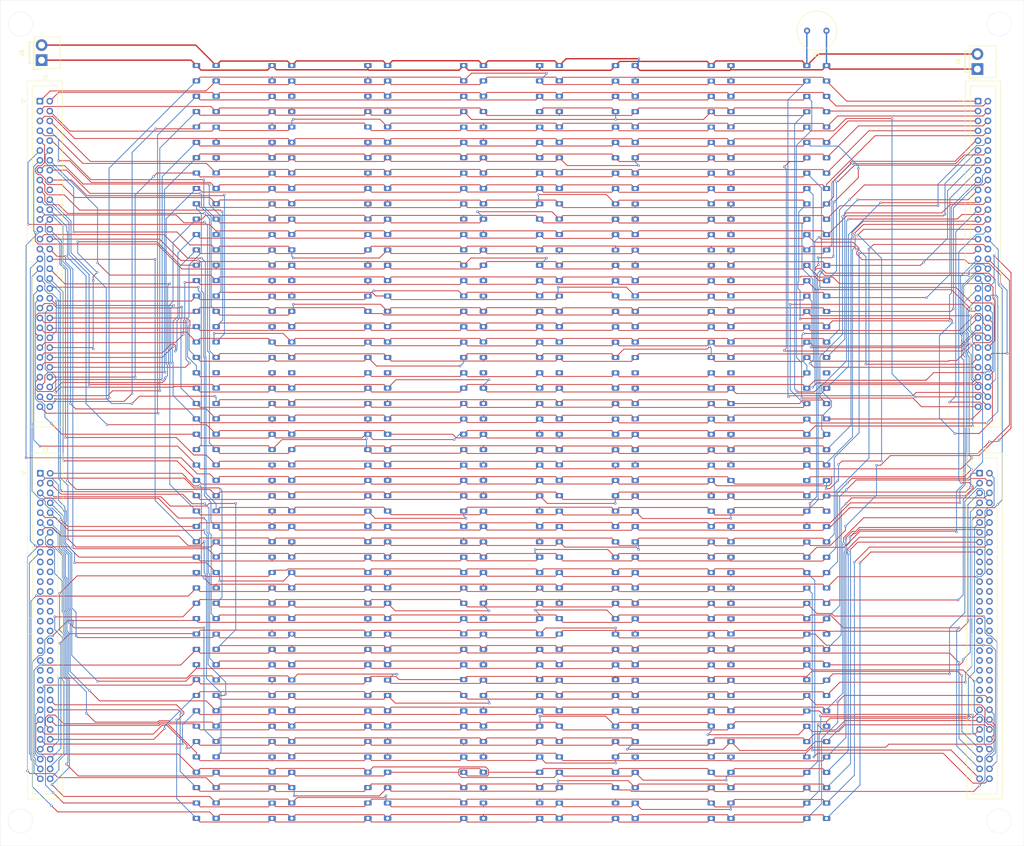
<source format=kicad_pcb>
(kicad_pcb (version 20241229) (generator "pcbnew") (generator_version "9.0")
  (layers (0 "F.Cu" signal) (2 "B.Cu" signal) (13 "F.Paste" user) (15 "B.Paste" user) (5 "F.SilkS" user "F.Silkscreen") (7 "B.SilkS" user "B.Silkscreen") (1 "F.Mask" user) (3 "B.Mask" user) (25 "Edge.Cuts" user))
  (net 0 "")
  (net 1 "Net-(J1-Pin_2)")
  (net 2 "Net-(J1-Pin_1)")
  (net 3 "ASL")
  (net 4 "XLD")
  (net 5 "I2")
  (net 6 "I5")
  (net 7 "XSL")
  (net 8 "ALD")
  (net 9 "I1")
  (net 10 "D7")
  (net 11 "XYSL")
  (net 12 "J2LD")
  (net 13 "YLD")
  (net 14 "InstSL")
  (net 15 "CCRegLD")
  (net 16 "PCSL")
  (net 17 "BLD")
  (net 18 "IM16")
  (net 19 "MLoSL")
  (net 20 "MHiSL")
  (net 21 "D4")
  (net 22 "InstLD")
  (net 23 "IncSL")
  (net 24 "IINC")
  (net 25 "ILOD")
  (net 26 "FREEZE")
  (net 27 "F2")
  (net 28 "D6")
  (net 29 "D0")
  (net 30 "DLD")
  (net 31 "MEMWRITE")
  (net 32 "CLD")
  (net 34 "D2")
  (net 35 "MemREAD")
  (net 36 "ISTR")
  (net 37 "CCRegSL")
  (net 38 "J1LD")
  (net 39 "I4")
  (net 40 "I3")
  (net 41 "IncLD")
  (net 42 "F1")
  (net 43 "MLoLD")
  (net 44 "D3")
  (net 45 "D1")
  (net 46 "D5")
  (net 47 "A13")
  (net 48 "MHiLD")
  (net 49 "A15")
  (net 50 "MHiLoLD")
  (net 51 "YSL")
  (net 52 "XYLD")
  (net 53 "BSL")
  (net 54 "MemSL")
  (net 55 "DSL")
  (net 56 "I0")
  (net 57 "ISET")
  (net 58 "CSL")
  (net 59 "PCLD")
  (net 60 "I6")
  (net 61 "A14")
  (net 62 "IALU")
  (net 63 "JSL")
  (net 64 "I7")
  (net 65 "STEP")
  (net 66 "IGOTO")
  (net 67 "N3")
  (net 70 "A1")
  (net 73 "A10")
  (net 74 "Zero")
  (net 76 "A6")
  (net 77 "A8")
  (net 80 "N8")
  (net 81 "A9")
  (net 82 "N11")
  (net 86 "N5")
  (net 87 "N14")
  (net 89 "N4")
  (net 91 "N9")
  (net 93 "HALT")
  (net 94 "A0")
  (net 95 "A2")
  (net 96 "N13")
  (net 98 "A12")
  (net 99 "N2")
  (net 100 "A5")
  (net 103 "N7")
  (net 104 "F3")
  (net 105 "A7")
  (net 106 "N6")
  (net 109 "MEMCS")
  (net 112 "A3")
  (net 113 "A11")
  (net 114 "N1")
  (net 115 "SIGN")
  (net 116 "N12")
  (net 119 "Carry")
  (net 122 "A4")
  (net 123 "N0")
  (net 124 "N10")
  (footprint "Connector_IDC:IDC-Header_2x32_P2.54mm_Vertical" (layer "F.Cu") (at 62.46 103.96)
    (property "Reference" "J3")
    (property "Value" "Conn_02x32_Counter_Clockwise" (hide yes))
  )
  (footprint "Capacitor_THT:C_Radial_D10.0mm_H12.5mm_P5.00mm" (layer "F.Cu") (at 265.1 -10.1 180)
    (property "Reference" "C1")
    (property "Value" "C")
  )
  (footprint "Connector:JWT_A3963_1x02_P3.96mm_Vertical" (layer "F.Cu") (at 304 -0.22 90)
    (property "Reference" "J1")
    (property "Value" "Conn_01x02_Socket" (hide yes))
  )
  (footprint "relaccomp:Conn_RC_Female_100" (layer "F.Cu") (at 127.28 -1.14)
    (property "Reference" "U2" (hide yes))
    (property "Value" "~" (hide yes))
  )
  (footprint "Connector_IDC:IDC-Header_2x32_P2.54mm_Vertical" (layer "F.Cu") (at 62.36 8.06)
    (property "Reference" "J2")
    (property "Value" "Conn_02x32_Counter_Clockwise" (hide yes))
  )
  (footprint "Connector:JWT_A3963_1x02_P3.96mm_Vertical" (layer "F.Cu") (at 62.8 -2.52 90)
    (property "Reference" "J6")
    (property "Value" "Conn_01x02_Socket")
  )
  (footprint "Connector_IDC:IDC-Header_2x32_P2.54mm_Vertical" (layer "F.Cu") (at 304.56 103.94)
    (property "Reference" "J5")
    (property "Value" "Conn_02x32_Counter_Clockwise" (hide yes))
  )
  (footprint "relaccomp:Conn_RC_Female_100" (layer "F.Cu") (at 176.68 -1.14)
    (property "Reference" "U4" (hide yes))
    (property "Value" "~" (hide yes))
  )
  (footprint "relaccomp:Conn_RC_Female_100" (layer "F.Cu") (at 151.98 -1.14)
    (property "Reference" "U3" (hide yes))
    (property "Value" "~" (hide yes))
  )
  (footprint "Connector_IDC:IDC-Header_2x32_P2.54mm_Vertical" (layer "F.Cu") (at 304.16 8.06)
    (property "Reference" "J4" (hide yes))
    (property "Value" "Conn_02x32_Counter_Clockwise" (hide yes))
  )
  (footprint "relaccomp:Conn_RC_Female_100" (layer "F.Cu") (at 196.2427 -1.14)
    (property "Reference" "U5" (hide yes))
    (property "Value" "~" (hide yes))
  )
  (footprint "relaccomp:Conn_RC_Female_100" (layer "F.Cu") (at 215.8 -1.12)
    (property "Reference" "U6" (hide yes))
    (property "Value" "~" (hide yes))
  )
  (footprint "relaccomp:Conn_RC_Female_100" (layer "F.Cu") (at 265.1125 -1.11)
    (property "Reference" "U8" (hide yes))
    (property "Value" "~" (hide yes))
  )
  (footprint "relaccomp:Conn_RC_Female_100" (layer "F.Cu") (at 240.48 -1.12)
    (property "Reference" "U7" (hide yes))
    (property "Value" "~" (hide yes))
  )
  (footprint "relaccomp:Conn_RC_Female_100" (layer "F.Cu") (at 107.78 -1.1439)
    (property "Reference" "U1" (hide yes))
    (property "Value" "~" (hide yes))
  )
  (gr_circle (center 309.58 193.608338) (end 306.59 194.528338) (stroke (width 0.05)) (fill no) (layer "Edge.Cuts"))
  (gr_circle (center 57.37 -11.818338) (end 54.38 -10.898338) (stroke (width 0.05)) (fill no) (layer "Edge.Cuts"))
  (gr_circle (center 57.35 193.608338) (end 54.36 194.528338) (stroke (width 0.05)) (fill no) (layer "Edge.Cuts"))
  (gr_rect (start 52.1 -18) (end 316 200) (stroke (width 0.05)) (fill no) (layer "Edge.Cuts"))
  (gr_circle (center 309.6 -11.818338) (end 306.61 -10.898338) (stroke (width 0.05)) (fill no) (layer "Edge.Cuts"))
  (segment (start 191.1627 -0.2026) (end 191.1627 -1.14) (width 0.35) (layer "F.Cu") (net 1))
  (segment (start 171.6 -1.14) (end 172.8 0.06) (width 0.35) (layer "F.Cu") (net 1))
  (segment (start 170.395496 0.064504) (end 171.6 -1.14) (width 0.35) (layer "F.Cu") (net 1))
  (segment (start 101.3239 -2.52) (end 102.7 -1.1439) (width 0.35) (layer "F.Cu") (net 1))
  (segment (start 263.0225 -4.1) (end 260.0325 -1.11) (width 0.35) (layer "F.Cu") (net 1))
  (segment (start 191.4553 0.09) (end 209.51 0.09) (width 0.35) (layer "F.Cu") (net 1))
  (segment (start 209.51 0.09) (end 210.72 -1.12) (width 0.35) (layer "F.Cu") (net 1))
  (segment (start 103.8939 0.05) (end 102.7 -1.1439) (width 0.35) (layer "F.Cu") (net 1))
  (segment (start 235.4 -1.12) (end 236.6 -2.32) (width 0.35) (layer "F.Cu") (net 1))
  (segment (start 304 -4.1) (end 263.0225 -4.1) (width 0.35) (layer "F.Cu") (net 1))
  (segment (start 190.9001 0.06) (end 191.1627 -0.2026) (width 0.35) (layer "F.Cu") (net 1))
  (segment (start 234.32 -2.2) (end 235.4 -1.12) (width 0.35) (layer "F.Cu") (net 1))
  (segment (start 236.6 -2.32) (end 258.8225 -2.32) (width 0.35) (layer "F.Cu") (net 1))
  (segment (start 146.7434 -0.04) (end 146.9 -0.1966) (width 0.35) (layer "F.Cu") (net 1))
  (segment (start 122.2 -1.14) (end 123.3 -0.04) (width 0.35) (layer "F.Cu") (net 1))
  (segment (start 172.8 0.06) (end 190.9001 0.06) (width 0.35) (layer "F.Cu") (net 1))
  (segment (start 62.8 -2.52) (end 101.3239 -2.52) (width 0.35) (layer "F.Cu") (net 1))
  (segment (start 146.9 -1.14) (end 146.9 -0.1966) (width 0.35) (layer "F.Cu") (net 1))
  (segment (start 123.3 -0.04) (end 146.7434 -0.04) (width 0.35) (layer "F.Cu") (net 1))
  (segment (start 146.9 -0.1966) (end 147.161104 0.064504) (width 0.35) (layer "F.Cu") (net 1))
  (segment (start 121.01 0.05) (end 103.8939 0.05) (width 0.35) (layer "F.Cu") (net 1))
  (segment (start 210.72 -1.12) (end 211.8 -2.2) (width 0.35) (layer "F.Cu") (net 1))
  (segment (start 211.8 -2.2) (end 234.32 -2.2) (width 0.35) (layer "F.Cu") (net 1))
  (segment (start 258.8225 -2.32) (end 260.0325 -1.11) (width 0.35) (layer "F.Cu") (net 1))
  (segment (start 191.1627 -0.2026) (end 191.4553 0.09) (width 0.35) (layer "F.Cu") (net 1))
  (segment (start 122.2 -1.14) (end 121.01 0.05) (width 0.35) (layer "F.Cu") (net 1))
  (segment (start 147.161104 0.064504) (end 170.395496 0.064504) (width 0.35) (layer "F.Cu") (net 1))
  (segment (start 260.0325 -10.0325) (end 260.0325 -1.11) (width 0.35) (layer "B.Cu") (net 1))
  (segment (start 260.1 -10.1) (end 260.0325 -10.0325) (width 0.35) (layer "B.Cu") (net 1))
  (segment (start 240.48 -0.1593) (end 240.2007 0.12) (width 0.35) (layer "F.Cu") (net 2))
  (segment (start 62.8 -6.4) (end 102.5239 -6.4) (width 0.35) (layer "F.Cu") (net 2))
  (segment (start 304 -0.22) (end 266.0025 -0.22) (width 0.35) (layer "F.Cu") (net 2))
  (segment (start 176.68 -1.14) (end 177.88 -2.34) (width 0.35) (layer "F.Cu") (net 2))
  (segment (start 108.9261 -2.29) (end 126.13 -2.29) (width 0.35) (layer "F.Cu") (net 2))
  (segment (start 265.1125 -1.11) (end 264.0425 -0.04) (width 0.35) (layer "F.Cu") (net 2))
  (segment (start 217.04 0.12) (end 215.8 -1.12) (width 0.35) (layer "F.Cu") (net 2))
  (segment (start 128.46 -2.32) (end 127.28 -1.14) (width 0.35) (layer "F.Cu") (net 2))
  (segment (start 216.76 -2.89) (end 197.9927 -2.89) (width 0.35) (layer "F.Cu") (net 2))
  (segment (start 195.0427 -2.34) (end 196.2427 -1.14) (width 0.35) (layer "F.Cu") (net 2))
  (segment (start 240.2007 0.12) (end 217.04 0.12) (width 0.35) (layer "F.Cu") (net 2))
  (segment (start 126.13 -2.29) (end 127.28 -1.14) (width 0.35) (layer "F.Cu") (net 2))
  (segment (start 151.98 -1.14) (end 153.21 -2.37) (width 0.35) (layer "F.Cu") (net 2))
  (segment (start 175.45 -2.37) (end 176.68 -1.14) (width 0.35) (layer "F.Cu") (net 2))
  (segment (start 266.0025 -0.22) (end 265.1125 -1.11) (width 0.35) (layer "F.Cu") (net 2))
  (segment (start 177.88 -2.34) (end 195.0427 -2.34) (width 0.35) (layer "F.Cu") (net 2))
  (segment (start 240.5993 -0.04) (end 240.48 -0.1593) (width 0.35) (layer "F.Cu") (net 2))
  (segment (start 107.78 -1.1439) (end 108.9261 -2.29) (width 0.35) (layer "F.Cu") (net 2))
  (segment (start 150.8 -2.32) (end 128.46 -2.32) (width 0.35) (layer "F.Cu") (net 2))
  (segment (start 240.48 -1.12) (end 240.48 -0.1593) (width 0.35) (layer "F.Cu") (net 2))
  (segment (start 151.98 -1.14) (end 150.8 -2.32) (width 0.35) (layer "F.Cu") (net 2))
  (segment (start 102.5239 -6.4) (end 107.78 -1.1439) (width 0.35) (layer "F.Cu") (net 2))
  (segment (start 197.9927 -2.89) (end 196.2427 -1.14) (width 0.35) (layer "F.Cu") (net 2))
  (segment (start 153.21 -2.37) (end 175.45 -2.37) (width 0.35) (layer "F.Cu") (net 2))
  (segment (start 264.0425 -0.04) (end 240.5993 -0.04) (width 0.35) (layer "F.Cu") (net 2))
  (via (at 216.76 -2.89) (size 0.6) (drill 0.3) (layers "F.Cu" "B.Cu") (net 2))
  (segment (start 216.76 -2.89) (end 216.6963 -2.8263) (width 0.35) (layer "B.Cu") (net 2))
  (segment (start 216.6963 -2.8263) (end 216.6963 -2.0163) (width 0.35) (layer "B.Cu") (net 2))
  (segment (start 265.1 -1.1225) (end 265.1 -10.1) (width 0.35) (layer "B.Cu") (net 2))
  (segment (start 216.6963 -2.0163) (end 215.8 -1.12) (width 0.35) (layer "B.Cu") (net 2))
  (segment (start 265.1125 -1.11) (end 265.1 -1.1225) (width 0.35) (layer "B.Cu") (net 2))
  (segment (start 176.68 84.99) (end 151.98 84.99) (width 0.2) (layer "F.Cu") (net 3))
  (segment (start 108.7681 84.988) (end 126.288 84.988) (width 0.2) (layer "F.Cu") (net 3))
  (segment (start 107.5 84.1) (end 88 84.1) (width 0.2) (layer "F.Cu") (net 3))
  (segment (start 239.4853 85.0053) (end 216.7947 85.0053) (width 0.2) (layer "F.Cu") (net 3))
  (segment (start 294.8359 36.8333) (end 297.0155 34.6537) (width 0.2) (layer "F.Cu") (net 3))
  (segment (start 270.1934 36.8333) (end 294.8359 36.8333) (width 0.2) (layer "F.Cu") (net 3))
  (segment (start 107.78 85.9761) (end 108.7681 84.988) (width 0.2) (layer "F.Cu") (net 3))
  (segment (start 176.68 85.98) (end 176.68 84.99) (width 0.2) (layer "F.Cu") (net 3))
  (segment (start 305.5063 34.6537) (end 306.7 33.46) (width 0.2) (layer "F.Cu") (net 3))
  (segment (start 151.98 84.99) (end 151.98 85.98) (width 0.2) (layer "F.Cu") (net 3))
  (segment (start 264.1685 85.066) (end 265.1125 86.01) (width 0.2) (layer "F.Cu") (net 3))
  (segment (start 215.8 86) (end 214.8441 85.0441) (width 0.2) (layer "F.Cu") (net 3))
  (segment (start 214.8441 85.0441) (end 197.1786 85.0441) (width 0.2) (layer "F.Cu") (net 3))
  (segment (start 88 84.1) (end 86.1 86) (width 0.2) (layer "F.Cu") (net 3))
  (segment (start 151.98 84.99) (end 128.27 84.99) (width 0.2) (layer "F.Cu") (net 3))
  (segment (start 126.288 84.988) (end 127.28 85.98) (width 0.2) (layer "F.Cu") (net 3))
  (segment (start 128.27 84.99) (end 127.28 85.98) (width 0.2) (layer "F.Cu") (net 3))
  (segment (start 197.1786 85.0441) (end 196.2427 85.98) (width 0.2) (layer "F.Cu") (net 3))
  (segment (start 216.7947 85.0053) (end 215.8 86) (width 0.2) (layer "F.Cu") (net 3))
  (segment (start 297.0155 34.6537) (end 305.5063 34.6537) (width 0.2) (layer "F.Cu") (net 3))
  (segment (start 258.1188 86) (end 259.0528 85.066) (width 0.2) (layer "F.Cu") (net 3))
  (segment (start 196.2427 85.98) (end 195.2527 84.99) (width 0.2) (layer "F.Cu") (net 3))
  (segment (start 259.0528 85.066) (end 264.1685 85.066) (width 0.2) (layer "F.Cu") (net 3))
  (segment (start 240.48 86) (end 258.1188 86) (width 0.2) (layer "F.Cu") (net 3))
  (segment (start 240.48 86) (end 239.4853 85.0053) (width 0.2) (layer "F.Cu") (net 3))
  (segment (start 195.2527 84.99) (end 176.68 84.99) (width 0.2) (layer "F.Cu") (net 3))
  (segment (start 269.2111 37.8156) (end 270.1934 36.8333) (width 0.2) (layer "F.Cu") (net 3))
  (via (at 107.5 84.1) (size 0.6) (drill 0.3) (layers "F.Cu" "B.Cu") (net 3))
  (via (at 269.2111 37.8156) (size 0.6) (drill 0.3) (layers "F.Cu" "B.Cu") (net 3))
  (via (at 86.1 86) (size 0.6) (drill 0.3) (layers "F.Cu" "B.Cu") (net 3))
  (segment (start 70.3675 38.9275) (end 64.9 33.46) (width 0.2) (layer "B.Cu") (net 3))
  (segment (start 264.1383 73.1218) (end 264.2314 73.1218) (width 0.2) (layer "B.Cu") (net 3))
  (segment (start 79.4703 82.8447) (end 79.4703 56.2116) (width 0.2) (layer "B.Cu") (net 3))
  (segment (start 70.3675 47.1088) (end 70.3675 38.9275) (width 0.2) (layer "B.Cu") (net 3))
  (segment (start 107.78 84.38) (end 107.5 84.1) (width 0.2) (layer "B.Cu") (net 3))
  (segment (start 265.1125 86.01) (end 263.3859 84.2834) (width 0.2) (layer "B.Cu") (net 3))
  (segment (start 86.1 86) (end 80.862357 86) (width 0.2) (layer "B.Cu") (net 3))
  (segment (start 79.4703 84.607943) (end 79.4703 82.8447) (width 0.2) (layer "B.Cu") (net 3))
  (segment (start 80.862357 86) (end 79.4703 84.607943) (width 0.2) (layer "B.Cu") (net 3))
  (segment (start 264.2314 73.1218) (end 269.2111 68.1421) (width 0.2) (layer "B.Cu") (net 3))
  (segment (start 107.78 85.9761) (end 107.78 84.38) (width 0.2) (layer "B.Cu") (net 3))
  (segment (start 79.4703 56.2116) (end 70.3675 47.1088) (width 0.2) (layer "B.Cu") (net 3))
  (segment (start 263.3859 73.8742) (end 264.1383 73.1218) (width 0.2) (layer "B.Cu") (net 3))
  (segment (start 263.3859 84.2834) (end 263.3859 73.8742) (width 0.2) (layer "B.Cu") (net 3))
  (segment (start 269.2111 68.1421) (end 269.2111 37.8156) (width 0.2) (layer "B.Cu") (net 3))
  (segment (start 151.98 34.5) (end 151.98 33.5626) (width 0.2) (layer "F.Cu") (net 4))
  (segment (start 266.9133 28.6911) (end 266.9133 32.7292) (width 0.2) (layer "F.Cu") (net 4))
  (segment (start 240.48 34.52) (end 240.48 35.4807) (width 0.2) (layer "F.Cu") (net 4))
  (segment (start 265.1125 34.53) (end 264.1618 35.4807) (width 0.2) (layer "F.Cu") (net 4))
  (segment (start 176.68 34.5) (end 175.7426 33.5626) (width 0.2) (layer "F.Cu") (net 4))
  (segment (start 177.6328 33.5472) (end 176.68 34.5) (width 0.2) (layer "F.Cu") (net 4))
  (segment (start 61.883 26.9917) (end 61.2083 26.317) (width 0.2) (layer "F.Cu") (net 4))
  (segment (start 61.883 24.6883) (end 62.6853 24.6883) (width 0.2) (layer "F.Cu") (net 4))
  (segment (start 63.5587 23.8149) (end 63.5587 19.4187) (width 0.2) (layer "F.Cu") (net 4))
  (segment (start 195.2899 33.5472) (end 177.6328 33.5472) (width 0.2) (layer "F.Cu") (net 4))
  (segment (start 128.2174 33.5626) (end 127.28 34.5) (width 0.2) (layer "F.Cu") (net 4))
  (segment (start 215.8 35.4807) (end 215.8 34.52) (width 0.2) (layer "F.Cu") (net 4))
  (segment (start 62.6143 26.9917) (end 61.883 26.9917) (width 0.2) (layer "F.Cu") (net 4))
  (segment (start 266.9133 32.7292) (end 265.1125 34.53) (width 0.2) (layer "F.Cu") (net 4))
  (segment (start 64.423 29.5317) (end 63.7483 28.857) (width 0.2) (layer "F.Cu") (net 4))
  (segment (start 303.592 18.22) (end 298.2562 23.5558) (width 0.2) (layer "F.Cu") (net 4))
  (segment (start 71.274 32.872) (end 67.9337 29.5317) (width 0.2) (layer "F.Cu") (net 4))
  (segment (start 271.6007 23.5558) (end 271.2481 23.9084) (width 0.2) (layer "F.Cu") (net 4))
  (segment (start 61.2083 25.363) (end 61.883 24.6883) (width 0.2) (layer "F.Cu") (net 4))
  (segment (start 127.28 34.5) (end 126.288 33.508) (width 0.2) (layer "F.Cu") (net 4))
  (segment (start 67.9337 29.5317) (end 64.423 29.5317) (width 0.2) (layer "F.Cu") (net 4))
  (segment (start 197.2234 35.4807) (end 196.2427 34.5) (width 0.2) (layer "F.Cu") (net 4))
  (segment (start 61.2083 26.317) (end 61.2083 25.363) (width 0.2) (layer "F.Cu") (net 4))
  (segment (start 151.98 33.5626) (end 128.2174 33.5626) (width 0.2) (layer "F.Cu") (net 4))
  (segment (start 126.288 33.508) (end 108.7681 33.508) (width 0.2) (layer "F.Cu") (net 4))
  (segment (start 196.2427 34.5) (end 195.2899 33.5472) (width 0.2) (layer "F.Cu") (net 4))
  (segment (start 298.2562 23.5558) (end 271.6007 23.5558) (width 0.2) (layer "F.Cu") (net 4))
  (segment (start 240.48 35.4807) (end 215.8 35.4807) (width 0.2) (layer "F.Cu") (net 4))
  (segment (start 106.1559 32.872) (end 71.274 32.872) (width 0.2) (layer "F.Cu") (net 4))
  (segment (start 271.2481 23.9084) (end 271.2481 24.3563) (width 0.2) (layer "F.Cu") (net 4))
  (segment (start 175.7426 33.5626) (end 151.98 33.5626) (width 0.2) (layer "F.Cu") (net 4))
  (segment (start 107.78 34.4961) (end 106.1559 32.872) (width 0.2) (layer "F.Cu") (net 4))
  (segment (start 108.7681 33.508) (end 107.78 34.4961) (width 0.2) (layer "F.Cu") (net 4))
  (segment (start 264.1618 35.4807) (end 240.48 35.4807) (width 0.2) (layer "F.Cu") (net 4))
  (segment (start 63.7483 28.857) (end 63.7483 28.1257) (width 0.2) (layer "F.Cu") (net 4))
  (segment (start 215.8 35.4807) (end 197.2234 35.4807) (width 0.2) (layer "F.Cu") (net 4))
  (segment (start 271.2481 24.3563) (end 266.9133 28.6911) (width 0.2) (layer "F.Cu") (net 4))
  (segment (start 63.5587 19.4187) (end 62.36 18.22) (width 0.2) (layer "F.Cu") (net 4))
  (segment (start 62.6853 24.6883) (end 63.5587 23.8149) (width 0.2) (layer "F.Cu") (net 4))
  (segment (start 304.16 18.22) (end 303.592 18.22) (width 0.2) (layer "F.Cu") (net 4))
  (segment (start 63.7483 28.1257) (end 62.6143 26.9917) (width 0.2) (layer "F.Cu") (net 4))
  (segment (start 150.6523 62.7958) (end 147.4758 62.7958) (width 0.2) (layer "F.Cu") (net 5))
  (segment (start 102.7 62.2161) (end 103.6659 61.2502) (width 0.2) (layer "F.Cu") (net 5))
  (segment (start 210.72 62.24) (end 209.8013 63.1587) (width 0.2) (layer "F.Cu") (net 5))
  (segment (start 171.6 62.22) (end 172.5374 63.1574) (width 0.2) (layer "F.Cu") (net 5))
  (segment (start 209.8013 63.1587) (end 192.1014 63.1587) (width 0.2) (layer "F.Cu") (net 5))
  (segment (start 147.4758 62.7958) (end 146.9 62.22) (width 0.2) (layer "F.Cu") (net 5))
  (segment (start 62.36 69.02) (end 61.1883 67.8483) (width 0.2) (layer "F.Cu") (net 5))
  (segment (start 61.1883 67.8483) (end 61.1883 63.4703) (width 0.2) (layer "F.Cu") (net 5))
  (segment (start 123.1434 61.2766) (end 122.2 62.22) (width 0.2) (layer "F.Cu") (net 5))
  (segment (start 146.9 62.22) (end 145.9566 61.2766) (width 0.2) (layer "F.Cu") (net 5))
  (segment (start 192.1014 63.1587) (end 191.1627 62.22) (width 0.2) (layer "F.Cu") (net 5))
  (segment (start 190.2253 63.1574) (end 191.1627 62.22) (width 0.2) (layer "F.Cu") (net 5))
  (segment (start 235.4 62.24) (end 236.338 63.178) (width 0.2) (layer "F.Cu") (net 5))
  (segment (start 171.6 62.22) (end 170.6626 63.1574) (width 0.2) (layer "F.Cu") (net 5))
  (segment (start 151.0138 63.1574) (end 150.6523 62.7959) (width 0.2) (layer "F.Cu") (net 5))
  (segment (start 172.5374 63.1574) (end 190.2253 63.1574) (width 0.2) (layer "F.Cu") (net 5))
  (segment (start 61.1883 63.4703) (end 61.9886 62.67) (width 0.2) (layer "F.Cu") (net 5))
  (segment (start 170.6626 63.1574) (end 151.0138 63.1574) (width 0.2) (layer "F.Cu") (net 5))
  (segment (start 259.1045 63.178) (end 260.0325 62.25) (width 0.2) (layer "F.Cu") (net 5))
  (segment (start 261.1345 63.352) (end 302.2433 63.352) (width 0.2) (layer "F.Cu") (net 5))
  (segment (start 102.2461 62.67) (end 102.7 62.2161) (width 0.2) (layer "F.Cu") (net 5))
  (segment (start 150.6523 62.7959) (end 150.6523 62.7958) (width 0.2) (layer "F.Cu") (net 5))
  (segment (start 260.0325 62.25) (end 261.1345 63.352) (width 0.2) (layer "F.Cu") (net 5))
  (segment (start 61.9886 62.67) (end 102.2461 62.67) (width 0.2) (layer "F.Cu") (net 5))
  (segment (start 211.671 63.191) (end 234.449 63.191) (width 0.2) (layer "F.Cu") (net 5))
  (segment (start 145.9566 61.2766) (end 123.1434 61.2766) (width 0.2) (layer "F.Cu") (net 5))
  (segment (start 236.338 63.178) (end 259.1045 63.178) (width 0.2) (layer "F.Cu") (net 5))
  (segment (start 103.6659 61.2502) (end 121.2302 61.2502) (width 0.2) (layer "F.Cu") (net 5))
  (segment (start 234.449 63.191) (end 235.4 62.24) (width 0.2) (layer "F.Cu") (net 5))
  (segment (start 121.2302 61.2502) (end 122.2 62.22) (width 0.2) (layer "F.Cu") (net 5))
  (segment (start 210.72 62.24) (end 211.671 63.191) (width 0.2) (layer "F.Cu") (net 5))
  (via (at 302.2433 63.352) (size 0.6) (drill 0.3) (layers "F.Cu" "B.Cu") (net 5))
  (segment (start 304.16 69.02) (end 302.2433 67.1033) (width 0.2) (layer "B.Cu") (net 5))
  (segment (start 302.2433 67.1033) (end 302.2433 63.352) (width 0.2) (layer "B.Cu") (net 5))
  (segment (start 122.2 50.34) (end 123.1434 49.3966) (width 0.2) (layer "F.Cu") (net 6))
  (segment (start 146.9 49.3966) (end 170.6566 49.3966) (width 0.2) (layer "F.Cu") (net 6))
  (segment (start 306.7 71.56) (end 308.4753 69.7847) (width 0.2) (layer "F.Cu") (net 6))
  (segment (start 103.7037 49.3753) (end 121.2353 49.3753) (width 0.2) (layer "F.Cu") (net 6))
  (segment (start 75.76 71.56) (end 64.9 71.56) (width 0.2) (layer "F.Cu") (net 6))
  (segment (start 260.0325 50.37) (end 259.0966 51.3059) (width 0.2) (layer "F.Cu") (net 6))
  (segment (start 235.4 51.3059) (end 211.6659 51.3059) (width 0.2) (layer "F.Cu") (net 6))
  (segment (start 259.0966 51.3059) (end 235.4 51.3059) (width 0.2) (layer "F.Cu") (net 6))
  (segment (start 235.4 50.36) (end 235.4 51.3059) (width 0.2) (layer "F.Cu") (net 6))
  (segment (start 211.6659 51.3059) (end 210.72 50.36) (width 0.2) (layer "F.Cu") (net 6))
  (segment (start 308.4753 69.7847) (end 308.4753 59.3759) (width 0.2) (layer "F.Cu") (net 6))
  (segment (start 102.7 50.3361) (end 98.5683 50.3361) (width 0.2) (layer "F.Cu") (net 6))
  (segment (start 146.9 50.34) (end 146.9 49.3966) (width 0.2) (layer "F.Cu") (net 6))
  (segment (start 92.5222 44.29) (end 72.1 44.29) (width 0.2) (layer "F.Cu") (net 6))
  (segment (start 76.1 71.9) (end 75.76 71.56) (width 0.2) (layer "F.Cu") (net 6))
  (segment (start 121.2353 49.3753) (end 122.2 50.34) (width 0.2) (layer "F.Cu") (net 6))
  (segment (start 209.7907 51.2893) (end 210.72 50.36) (width 0.2) (layer "F.Cu") (net 6))
  (segment (start 308.4753 59.3759) (end 308.0234 58.924) (width 0.2) (layer "F.Cu") (net 6))
  (segment (start 170.6566 49.3966) (end 171.6 50.34) (width 0.2) (layer "F.Cu") (net 6))
  (segment (start 98.5683 50.3361) (end 92.5222 44.29) (width 0.2) (layer "F.Cu") (net 6))
  (segment (start 307.0906 55.0674) (end 268.4197 55.0674) (width 0.2) (layer "F.Cu") (net 6))
  (segment (start 266.7308 53.3785) (end 263.041 53.3785) (width 0.2) (layer "F.Cu") (net 6))
  (segment (start 308.0234 56.0002) (end 307.0906 55.0674) (width 0.2) (layer "F.Cu") (net 6))
  (segment (start 76.1 53.2) (end 76.1 54.3) (width 0.2) (layer "F.Cu") (net 6))
  (segment (start 192.9563 48.4787) (end 173.4613 48.4787) (width 0.2) (layer "F.Cu") (net 6))
  (segment (start 102.7 50.3361) (end 102.7429 50.3361) (width 0.2) (layer "F.Cu") (net 6))
  (segment (start 123.1434 49.3966) (end 146.9 49.3966) (width 0.2) (layer "F.Cu") (net 6))
  (segment (start 77.1 52.2) (end 76.1 53.2) (width 0.2) (layer "F.Cu") (net 6))
  (segment (start 192.112 51.2893) (end 209.7907 51.2893) (width 0.2) (layer "F.Cu") (net 6))
  (segment (start 268.4197 55.0674) (end 266.7308 53.3785) (width 0.2) (layer "F.Cu") (net 6))
  (segment (start 173.4613 48.4787) (end 171.6 50.34) (width 0.2) (layer "F.Cu") (net 6))
  (segment (start 102.7429 50.3361) (end 103.7037 49.3753) (width 0.2) (layer "F.Cu") (net 6))
  (segment (start 308.0234 58.924) (end 308.0234 56.0002) (width 0.2) (layer "F.Cu") (net 6))
  (segment (start 263.041 53.3785) (end 260.0325 50.37) (width 0.2) (layer "F.Cu") (net 6))
  (segment (start 191.1627 50.34) (end 192.112 51.2893) (width 0.2) (layer "F.Cu") (net 6))
  (via (at 72.1 44.29) (size 0.6) (drill 0.3) (layers "F.Cu" "B.Cu") (net 6))
  (via (at 76.1 54.3) (size 0.6) (drill 0.3) (layers "F.Cu" "B.Cu") (net 6))
  (via (at 76.1 71.9) (size 0.6) (drill 0.3) (layers "F.Cu" "B.Cu") (net 6))
  (via (at 192.9563 48.4787) (size 0.6) (drill 0.3) (layers "F.Cu" "B.Cu") (net 6))
  (via (at 77.1 52.2) (size 0.6) (drill 0.3) (layers "F.Cu" "B.Cu") (net 6))
  (segment (start 72.1 47.2) (end 77.1 52.2) (width 0.2) (layer "B.Cu") (net 6))
  (segment (start 72.1 44.29) (end 72.1 47.2) (width 0.2) (layer "B.Cu") (net 6))
  (segment (start 191.1627 50.34) (end 192.9563 48.5464) (width 0.2) (layer "B.Cu") (net 6))
  (segment (start 76.1 54.3) (end 76.1 71.9) (width 0.2) (layer "B.Cu") (net 6))
  (segment (start 192.9563 48.5464) (end 192.9563 48.4787) (width 0.2) (layer "B.Cu") (net 6))
  (segment (start 196.2427 105.78) (end 195.2972 104.8345) (width 0.2) (layer "F.Cu") (net 7))
  (segment (start 268 105.9) (end 266 107.9) (width 0.2) (layer "F.Cu") (net 7))
  (segment (start 241.434 106.754) (end 240.48 105.8) (width 0.2) (layer "F.Cu") (net 7))
  (segment (start 126.288 104.788) (end 127.28 105.78) (width 0.2) (layer "F.Cu") (net 7))
  (segment (start 151.98 104.8345) (end 128.2255 104.8345) (width 0.2) (layer "F.Cu") (net 7))
  (segment (start 58.7915 99.9651) (end 98.7904 99.9651) (width 0.2) (layer "F.Cu") (net 7))
  (segment (start 197.1736 104.8491) (end 214.8491 104.8491) (width 0.2) (layer "F.Cu") (net 7))
  (segment (start 98.7904 99.9651) (end 102.9348 104.1095) (width 0.2) (layer "F.Cu") (net 7))
  (segment (start 274.6518 41.08) (end 304.16 41.08) (width 0.2) (layer "F.Cu") (net 7))
  (segment (start 265.1125 105.81) (end 264.1685 106.754) (width 0.2) (layer "F.Cu") (net 7))
  (segment (start 195.2972 104.8345) (end 176.68 104.8345) (width 0.2) (layer "F.Cu") (net 7))
  (segment (start 240.48 105.8) (end 239.5241 104.8441) (width 0.2) (layer "F.Cu") (net 7))
  (segment (start 176.68 104.8345) (end 151.98 104.8345) (width 0.2) (layer "F.Cu") (net 7))
  (segment (start 176.68 105.78) (end 176.68 104.8345) (width 0.2) (layer "F.Cu") (net 7))
  (segment (start 128.2255 104.8345) (end 127.28 105.78) (width 0.2) (layer "F.Cu") (net 7))
  (segment (start 151.98 104.8345) (end 151.98 105.78) (width 0.2) (layer "F.Cu") (net 7))
  (segment (start 107.78 105.7761) (end 108.7681 104.788) (width 0.2) (layer "F.Cu") (net 7))
  (segment (start 266 107.9) (end 265 107.9) (width 0.2) (layer "F.Cu") (net 7))
  (segment (start 214.8491 104.8491) (end 215.8 105.8) (width 0.2) (layer "F.Cu") (net 7))
  (segment (start 216.7559 104.8441) (end 215.8 105.8) (width 0.2) (layer "F.Cu") (net 7))
  (segment (start 239.5241 104.8441) (end 216.7559 104.8441) (width 0.2) (layer "F.Cu") (net 7))
  (segment (start 102.9348 104.1095) (end 106.1134 104.1095) (width 0.2) (layer "F.Cu") (net 7))
  (segment (start 269.1 100.8) (end 268.2 101.7) (width 0.2) (layer "F.Cu") (net 7))
  (segment (start 106.1134 104.1095) (end 107.78 105.7761) (width 0.2) (layer "F.Cu") (net 7))
  (segment (start 264.1685 106.754) (end 241.434 106.754) (width 0.2) (layer "F.Cu") (net 7))
  (segment (start 108.7681 104.788) (end 126.288 104.788) (width 0.2) (layer "F.Cu") (net 7))
  (segment (start 196.2427 105.78) (end 197.1736 104.8491) (width 0.2) (layer "F.Cu") (net 7))
  (segment (start 273.133 42.5988) (end 274.6518 41.08) (width 0.2) (layer "F.Cu") (net 7))
  (segment (start 279.3 100.8) (end 269.1 100.8) (width 0.2) (layer "F.Cu") (net 7))
  (via (at 58.7915 99.9651) (size 0.6) (drill 0.3) (layers "F.Cu" "B.Cu") (net 7))
  (via (at 265 107.9) (size 0.6) (drill 0.3) (layers "F.Cu" "B.Cu") (net 7))
  (via (at 273.133 42.5988) (size 0.6) (drill 0.3) (layers "F.Cu" "B.Cu") (net 7))
  (via (at 279.3 100.8) (size 0.6) (drill 0.3) (layers "F.Cu" "B.Cu") (net 7))
  (via (at 268.2 101.7) (size 0.6) (drill 0.3) (layers "F.Cu" "B.Cu") (net 7))
  (via (at 268 105.9) (size 0.6) (drill 0.3) (layers "F.Cu" "B.Cu") (net 7))
  (segment (start 62.36 41.6099) (end 62.36 41.08) (width 0.2) (layer "B.Cu") (net 7))
  (segment (start 279.3 48.568257) (end 279.3 100.8) (width 0.2) (layer "B.Cu") (net 7))
  (segment (start 265.1125 107.3875) (end 265.1125 105.81) (width 0.2) (layer "B.Cu") (net 7))
  (segment (start 58.7915 45.1784) (end 62.36 41.6099) (width 0.2) (layer "B.Cu") (net 7))
  (segment (start 273.330543 42.5988) (end 279.3 48.568257) (width 0.2) (layer "B.Cu") (net 7))
  (segment (start 265 107.9) (end 265 107.5) (width 0.2) (layer "B.Cu") (net 7))
  (segment (start 268.2 101.7) (end 268.2 105.7) (width 0.2) (layer "B.Cu") (net 7))
  (segment (start 268.2 105.7) (end 268 105.9) (width 0.2) (layer "B.Cu") (net 7))
  (segment (start 265 107.5) (end 265.1125 107.3875) (width 0.2) (layer "B.Cu") (net 7))
  (segment (start 58.7915 99.9651) (end 58.7915 45.1784) (width 0.2) (layer "B.Cu") (net 7))
  (segment (start 273.133 42.5988) (end 273.330543 42.5988) (width 0.2) (layer "B.Cu") (net 7))
  (segment (start 177.6216 69.1984) (end 195.3011 69.1984) (width 0.2) (layer "F.Cu") (net 8))
  (segment (start 305.43 29.65) (end 306.7 28.38) (width 0.2) (layer "F.Cu") (net 8))
  (segment (start 176.68 70.14) (end 177.6216 69.1984) (width 0.2) (layer "F.Cu") (net 8))
  (segment (start 264.1659 69.2234) (end 265.1125 70.17) (width 0.2) (layer "F.Cu") (net 8))
  (segment (start 216.7663 69.1937) (end 215.8 70.16) (width 0.2) (layer "F.Cu") (net 8))
  (segment (start 239.5137 69.1937) (end 216.7663 69.1937) (width 0.2) (layer "F.Cu") (net 8))
  (segment (start 215.8 70.16) (end 214.8328 69.1928) (width 0.2) (layer "F.Cu") (net 8))
  (segment (start 109.5982 32.4112) (end 74.497 32.4112) (width 0.2) (layer "F.Cu") (net 8))
  (segment (start 125.045 67.905) (end 127.28 70.14) (width 0.2) (layer "F.Cu") (net 8))
  (segment (start 109.8663 32.1431) (end 109.5982 32.4112) (width 0.2) (layer "F.Cu") (net 8))
  (segment (start 240.48 70.16) (end 241.4166 69.2234) (width 0.2) (layer "F.Cu") (net 8))
  (segment (start 151.0309 69.1909) (end 128.2291 69.1909) (width 0.2) (layer "F.Cu") (net 8))
  (segment (start 151.98 70.14) (end 152.9288 69.1912) (width 0.2) (layer "F.Cu") (net 8))
  (segment (start 107.263 67.905) (end 125.045 67.905) (width 0.2) (layer "F.Cu") (net 8))
  (segment (start 274.8511 29.65) (end 305.43 29.65) (width 0.2) (layer "F.Cu") (net 8))
  (segment (start 197.1899 69.1928) (end 196.2427 70.14) (width 0.2) (layer "F.Cu") (net 8))
  (segment (start 240.48 70.16) (end 239.5137 69.1937) (width 0.2) (layer "F.Cu") (net 8))
  (segment (start 214.8328 69.1928) (end 197.1899 69.1928) (width 0.2) (layer "F.Cu") (net 8))
  (segment (start 128.2291 69.1909) (end 127.28 70.14) (width 0.2) (layer "F.Cu") (net 8))
  (segment (start 175.7312 69.1912) (end 176.68 70.14) (width 0.2) (layer "F.Cu") (net 8))
  (segment (start 74.497 32.4112) (end 70.4658 28.38) (width 0.2) (layer "F.Cu") (net 8))
  (segment (start 151.98 70.14) (end 151.0309 69.1909) (width 0.2) (layer "F.Cu") (net 8))
  (segment (start 271.0483 33.4528) (end 274.8511 29.65) (width 0.2) (layer "F.Cu") (net 8))
  (segment (start 241.4166 69.2234) (end 264.1659 69.2234) (width 0.2) (layer "F.Cu") (net 8))
  (segment (start 70.4658 28.38) (end 64.9 28.38) (width 0.2) (layer "F.Cu") (net 8))
  (segment (start 152.9288 69.1912) (end 175.7312 69.1912) (width 0.2) (layer "F.Cu") (net 8))
  (segment (start 195.3011 69.1984) (end 196.2427 70.14) (width 0.2) (layer "F.Cu") (net 8))
  (via (at 107.263 67.905) (size 0.6) (drill 0.3) (layers "F.Cu" "B.Cu") (net 8))
  (via (at 271.0483 33.4528) (size 0.6) (drill 0.3) (layers "F.Cu" "B.Cu") (net 8))
  (via (at 109.8663 32.1431) (size 0.6) (drill 0.3) (layers "F.Cu" "B.Cu") (net 8))
  (segment (start 107.263 69.6191) (end 107.263 67.905) (width 0.2) (layer "B.Cu") (net 8))
  (segment (start 107.78 70.1361) (end 109.9252 67.9909) (width 0.2) (layer "B.Cu") (net 8))
  (segment (start 109.9252 32.202) (end 109.8663 32.1431) (width 0.2) (layer "B.Cu") (net 8))
  (segment (start 268.4512 36.0499) (end 268.4512 66.8313) (width 0.2) (layer "B.Cu") (net 8))
  (segment (start 268.4512 66.8313) (end 265.1125 70.17) (width 0.2) (layer "B.Cu") (net 8))
  (segment (start 109.9252 67.9909) (end 109.9252 32.202) (width 0.2) (layer "B.Cu") (net 8))
  (segment (start 107.78 70.1361) (end 107.263 69.6191) (width 0.2) (layer "B.Cu") (net 8))
  (segment (start 271.0483 33.4528) (end 268.4512 36.0499) (width 0.2) (layer "B.Cu") (net 8))
  (segment (start 145.9495 67.1305) (end 146.9 66.18) (width 0.2) (layer "F.Cu") (net 9))
  (segment (start 259.0718 67.1707) (end 260.0325 66.21) (width 0.2) (layer "F.Cu") (net 9))
  (segment (start 122.2 67.1305) (end 145.9495 67.1305) (width 0.2) (layer "F.Cu") (net 9))
  (segment (start 303.6945 62.7749) (end 299.2904 67.179) (width 0.2) (layer "F.Cu") (net 9))
  (segment (start 306.7 66.48) (end 305.43 65.21) (width 0.2) (layer "F.Cu") (net 9))
  (segment (start 234.4537 67.1463) (end 211.6663 67.1463) (width 0.2) (layer "F.Cu") (net 9))
  (segment (start 190.2253 67.1174) (end 172.5374 67.1174) (width 0.2) (layer "F.Cu") (net 9))
  (segment (start 235.4 66.2) (end 234.4537 67.1463) (width 0.2) (layer "F.Cu") (net 9))
  (segment (start 209.8026 67.1174) (end 210.72 66.2) (width 0.2) (layer "F.Cu") (net 9))
  (segment (start 122.2 66.18) (end 122.2 67.1305) (width 0.2) (layer "F.Cu") (net 9))
  (segment (start 235.4 66.2) (end 236.3707 67.1707) (width 0.2) (layer "F.Cu") (net 9))
  (segment (start 102.2892 66.5869) (end 102.7 66.1761) (width 0.2) (layer "F.Cu") (net 9))
  (segment (start 146.9 66.18) (end 147.8559 67.1359) (width 0.2) (layer "F.Cu") (net 9))
  (segment (start 299.2904 67.179) (end 261.0015 67.179) (width 0.2) (layer "F.Cu") (net 9))
  (segment (start 64.9 66.48) (end 65.0069 66.5869) (width 0.2) (layer "F.Cu") (net 9))
  (segment (start 192.1001 67.1174) (end 209.8026 67.1174) (width 0.2) (layer "F.Cu") (net 9))
  (segment (start 211.6663 67.1463) (end 210.72 66.2) (width 0.2) (layer "F.Cu") (net 9))
  (segment (start 191.1627 66.18) (end 190.2253 67.1174) (width 0.2) (layer "F.Cu") (net 9))
  (segment (start 305.43 65.21) (end 305.43 63.5556) (width 0.2) (layer "F.Cu") (net 9))
  (segment (start 102.7 66.1761) (end 103.6544 67.1305) (width 0.2) (layer "F.Cu") (net 9))
  (segment (start 103.6544 67.1305) (end 122.2 67.1305) (width 0.2) (layer "F.Cu") (net 9))
  (segment (start 305.43 63.5556) (end 304.6493 62.7749) (width 0.2) (layer "F.Cu") (net 9))
  (segment (start 304.6493 62.7749) (end 303.6945 62.7749) (width 0.2) (layer "F.Cu") (net 9))
  (segment (start 170.6441 67.1359) (end 171.6 66.18) (width 0.2) (layer "F.Cu") (net 9))
  (segment (start 191.1627 66.18) (end 192.1001 67.1174) (width 0.2) (layer "F.Cu") (net 9))
  (segment (start 147.8559 67.1359) (end 170.6441 67.1359) (width 0.2) (layer "F.Cu") (net 9))
  (segment (start 236.3707 67.1707) (end 259.0718 67.1707) (width 0.2) (layer "F.Cu") (net 9))
  (segment (start 172.5374 67.1174) (end 171.6 66.18) (width 0.2) (layer "F.Cu") (net 9))
  (segment (start 261.0015 67.179) (end 260.0325 66.21) (width 0.2) (layer "F.Cu") (net 9))
  (segment (start 65.0069 66.5869) (end 102.2892 66.5869) (width 0.2) (layer "F.Cu") (net 9))
  (segment (start 70.0127 23.4035) (end 67.1755 23.4035) (width 0.2) (layer "F.Cu") (net 10))
  (segment (start 216.785 29.575) (end 215.8 30.56) (width 0.2) (layer "F.Cu") (net 10))
  (segment (start 196.2427 30.54) (end 197.1674 29.6153) (width 0.2) (layer "F.Cu") (net 10))
  (segment (start 265.1125 29.476) (end 265.1125 30.57) (width 0.2) (layer "F.Cu") (net 10))
  (segment (start 175.7366 29.5966) (end 176.68 30.54) (width 0.2) (layer "F.Cu") (net 10))
  (segment (start 108.7289 29.5872) (end 126.3272 29.5872) (width 0.2) (layer "F.Cu") (net 10))
  (segment (start 128.2174 29.6026) (end 127.28 30.54) (width 0.2) (layer "F.Cu") (net 10))
  (segment (start 197.1674 29.6153) (end 214.8553 29.6153) (width 0.2) (layer "F.Cu") (net 10))
  (segment (start 151.0426 29.6026) (end 128.2174 29.6026) (width 0.2) (layer "F.Cu") (net 10))
  (segment (start 177.6174 29.6026) (end 176.68 30.54) (width 0.2) (layer "F.Cu") (net 10))
  (segment (start 75.6052 28.996) (end 70.0127 23.4035) (width 0.2) (layer "F.Cu") (net 10))
  (segment (start 107.78 30.5361) (end 107.78 30.531) (width 0.2) (layer "F.Cu") (net 10))
  (segment (start 196.2427 30.54) (end 195.3053 29.6026) (width 0.2) (layer "F.Cu") (net 10))
  (segment (start 107.78 30.5361) (end 108.7289 29.5872) (width 0.2) (layer "F.Cu") (net 10))
  (segment (start 126.3272 29.5872) (end 127.28 30.54) (width 0.2) (layer "F.Cu") (net 10))
  (segment (start 265.1125 30.57) (end 264.1175 29.575) (width 0.2) (layer "F.Cu") (net 10))
  (segment (start 240.48 29.575) (end 240.48 30.56) (width 0.2) (layer "F.Cu") (net 10))
  (segment (start 306.7 15.68) (end 305.43 16.95) (width 0.2) (layer "F.Cu") (net 10))
  (segment (start 107.78 30.531) (end 106.245 28.996) (width 0.2) (layer "F.Cu") (net 10))
  (segment (start 106.245 28.996) (end 75.6052 28.996) (width 0.2) (layer "F.Cu") (net 10))
  (segment (start 264.1175 29.575) (end 240.48 29.575) (width 0.2) (layer "F.Cu") (net 10))
  (segment (start 152.9234 29.5966) (end 175.7366 29.5966) (width 0.2) (layer "F.Cu") (net 10))
  (segment (start 277.6385 16.95) (end 265.1125 29.476) (width 0.2) (layer "F.Cu") (net 10))
  (segment (start 195.3053 29.6026) (end 177.6174 29.6026) (width 0.2) (layer "F.Cu") (net 10))
  (segment (start 305.43 16.95) (end 277.6385 16.95) (width 0.2) (layer "F.Cu") (net 10))
  (segment (start 151.98 30.54) (end 151.0426 29.6026) (width 0.2) (layer "F.Cu") (net 10))
  (segment (start 240.48 29.575) (end 216.785 29.575) (width 0.2) (layer "F.Cu") (net 10))
  (segment (start 151.98 30.54) (end 152.9234 29.5966) (width 0.2) (layer "F.Cu") (net 10))
  (segment (start 214.8553 29.6153) (end 215.8 30.56) (width 0.2) (layer "F.Cu") (net 10))
  (via (at 67.1755 23.4035) (size 0.6) (drill 0.3) (layers "F.Cu" "B.Cu") (net 10))
  (segment (start 67.1755 17.9555) (end 64.9 15.68) (width 0.2) (layer "B.Cu") (net 10))
  (segment (start 67.1755 23.4035) (end 67.1755 17.9555) (width 0.2) (layer "B.Cu") (net 10))
  (segment (start 240.48 113.72) (end 241.414 112.786) (width 0.2) (layer "F.Cu") (net 11))
  (segment (start 196.2427 113.7) (end 195.3047 114.638) (width 0.2) (layer "F.Cu") (net 11))
  (segment (start 260.8457 112.786) (end 264.1685 112.786) (width 0.2) (layer "F.Cu") (net 11))
  (segment (start 94.3342 42.4184) (end 63.5616 42.4184) (width 0.2) (layer "F.Cu") (net 11))
  (segment (start 151.98 113.7) (end 150.99 112.71) (width 0.2) (layer "F.Cu") (net 11))
  (segment (start 264.1685 112.786) (end 265.1125 113.73) (width 0.2) (layer "F.Cu") (net 11))
  (segment (start 197.2447 114.702) (end 214.818 114.702) (width 0.2) (layer "F.Cu") (net 11))
  (segment (start 63.5616 42.4184) (end 62.36 43.62) (width 0.2) (layer "F.Cu") (net 11))
  (segment (start 214.818 114.702) (end 215.8 113.72) (width 0.2) (layer "F.Cu") (net 11))
  (segment (start 127.28 113.7) (end 126.3402 112.7602) (width 0.2) (layer "F.Cu") (net 11))
  (segment (start 195.3047 114.638) (end 177.618 114.638) (width 0.2) (layer "F.Cu") (net 11))
  (segment (start 260.8457 112.786) (end 260.8457 111.7177) (width 0.2) (layer "F.Cu") (net 11))
  (segment (start 196.2427 113.7) (end 197.2447 114.702) (width 0.2) (layer "F.Cu") (net 11))
  (segment (start 263.7286 43.62) (end 304.16 43.62) (width 0.2) (layer "F.Cu") (net 11))
  (segment (start 177.618 114.638) (end 176.68 113.7) (width 0.2) (layer "F.Cu") (net 11))
  (segment (start 217.6901 115.6101) (end 215.8 113.72) (width 0.2) (layer "F.Cu") (net 11))
  (segment (start 152.9174 114.6374) (end 151.98 113.7) (width 0.2) (layer "F.Cu") (net 11))
  (segment (start 104.0237 48.5201) (end 104.0203 48.5167) (width 0.2) (layer "F.Cu") (net 11))
  (segment (start 104.0237 48.5201) (end 104.0203 48.5167) (width 0.2) (layer "F.Cu") (net 11))
  (segment (start 176.68 113.7) (end 175.7426 114.6374) (width 0.2) (layer "F.Cu") (net 11))
  (segment (start 108.7159 112.7602) (end 107.78 113.6961) (width 0.2) (layer "F.Cu") (net 11))
  (segment (start 126.3402 112.7602) (end 108.7159 112.7602) (width 0.2) (layer "F.Cu") (net 11))
  (segment (start 150.99 112.71) (end 128.27 112.71) (width 0.2) (layer "F.Cu") (net 11))
  (segment (start 263.1947 43.0861) (end 263.7286 43.62) (width 0.2) (layer "F.Cu") (net 11))
  (segment (start 104.0203 48.5167) (end 100.4325 48.5167) (width 0.2) (layer "F.Cu") (net 11))
  (segment (start 100.4325 48.5167) (end 94.3342 42.4184) (width 0.2) (layer "F.Cu") (net 11))
  (segment (start 241.414 112.786) (end 260.8457 112.786) (width 0.2) (layer "F.Cu") (net 11))
  (segment (start 175.7426 114.6374) (end 152.9174 114.6374) (width 0.2) (layer "F.Cu") (net 11))
  (segment (start 240.4363 115.6101) (end 217.6901 115.6101) (width 0.2) (layer "F.Cu") (net 11))
  (segment (start 128.27 112.71) (end 127.28 113.7) (width 0.2) (layer "F.Cu") (net 11))
  (segment (start 104.0203 48.5167) (end 104.0237 48.5201) (width 0.2) (layer "F.Cu") (net 11))
  (via (at 104.0237 48.5201) (size 0.6) (drill 0.3) (layers "F.Cu" "B.Cu") (net 11))
  (via (at 240.4363 115.6101) (size 0.6) (drill 0.3) (layers "F.Cu" "B.Cu") (net 11))
  (via (at 263.1947 43.0861) (size 0.6) (drill 0.3) (layers "F.Cu" "B.Cu") (net 11))
  (via (at 260.8457 111.7177) (size 0.6) (drill 0.3) (layers "F.Cu" "B.Cu") (net 11))
  (segment (start 105.16 109.202) (end 107.78 111.822) (width 0.2) (layer "B.Cu") (net 11))
  (segment (start 104.0203 48.5167) (end 104.0237 48.5201) (width 0.2) (layer "B.Cu") (net 11))
  (segment (start 262.3666 52.5749) (end 262.3666 56.4557) (width 0.2) (layer "B.Cu") (net 11))
  (segment (start 262.5277 110.0357) (end 260.8457 111.7177) (width 0.2) (layer "B.Cu") (net 11))
  (segment (start 262.2923 52.5006) (end 262.0576 52.2659) (width 0.2) (layer "B.Cu") (net 11))
  (segment (start 240.48 113.72) (end 240.4363 113.7637) (width 0.2) (layer "B.Cu") (net 11))
  (segment (start 104.9951 73.8455) (end 105.16 74.0104) (width 0.2) (layer "B.Cu") (net 11))
  (segment (start 104.0237 48.5201) (end 104.0203 48.5167) (width 0.2) (layer "B.Cu") (net 11))
  (segment (start 262.0576 44.2232) (end 262.0576 52.2659) (width 0.2) (layer "B.Cu") (net 11))
  (segment (start 262.2923 52.5006) (end 262.3666 52.5749) (width 0.2) (layer "B.Cu") (net 11))
  (segment (start 240.4363 113.7637) (end 240.4363 115.6101) (width 0.2) (layer "B.Cu") (net 11))
  (segment (start 263.1947 43.0861) (end 262.0576 44.2232) (width 0.2) (layer "B.Cu") (net 11))
  (segment (start 262.2923 52.5006) (end 262.0576 52.2659) (width 0.2) (layer "B.Cu") (net 11))
  (segment (start 262.3666 56.4557) (end 262.5277 56.6168) (width 0.2) (layer "B.Cu") (net 11))
  (segment (start 104.9951 49.4915) (end 104.9951 73.8455) (width 0.2) (layer "B.Cu") (net 11))
  (segment (start 105.16 74.0104) (end 105.16 109.202) (width 0.2) (layer "B.Cu") (net 11))
  (segment (start 107.78 111.822) (end 107.78 113.6961) (width 0.2) (layer "B.Cu") (net 11))
  (segment (start 104.0237 48.5201) (end 104.9951 49.4915) (width 0.2) (layer "B.Cu") (net 11))
  (segment (start 262.5277 56.6168) (end 262.5277 110.0357) (width 0.2) (layer "B.Cu") (net 11))
  (segment (start 177.6264 61.2736) (end 195.2963 61.2736) (width 0.2) (layer "F.Cu") (net 12))
  (segment (start 152.9234 61.2766) (end 151.98 62.22) (width 0.2) (layer "F.Cu") (net 12))
  (segment (start 175.7366 61.2766) (end 152.9234 61.2766) (width 0.2) (layer "F.Cu") (net 12))
  (segment (start 195.2963 61.2736) (end 196.2427 62.22) (width 0.2) (layer "F.Cu") (net 12))
  (segment (start 264.1687 61.3062) (end 241.4138 61.3062) (width 0.2) (layer "F.Cu") (net 12))
  (segment (start 176.68 62.22) (end 175.7366 61.2766) (width 0.2) (layer "F.Cu") (net 12))
  (segment (start 103.6691 31.8095) (end 75.2293 31.8095) (width 0.2) (layer "F.Cu") (net 12))
  (segment (start 75.2293 31.8095) (end 69.2598 25.84) (width 0.2) (layer "F.Cu") (net 12))
  (segment (start 150.1544 60.3944) (end 151.98 62.22) (width 0.2) (layer "F.Cu") (net 12))
  (segment (start 127.6713 60.3944) (end 150.1544 60.3944) (width 0.2) (layer "F.Cu") (net 12))
  (segment (start 239.4983 61.2583) (end 216.7817 61.2583) (width 0.2) (layer "F.Cu") (net 12))
  (segment (start 241.4138 61.3062) (end 240.48 62.24) (width 0.2) (layer "F.Cu") (net 12))
  (segment (start 216.7817 61.2583) (end 215.8 62.24) (width 0.2) (layer "F.Cu") (net 12))
  (segment (start 108.7739 63.21) (end 107.78 62.2161) (width 0.2) (layer "F.Cu") (net 12))
  (segment (start 127.28 62.22) (end 126.29 63.21) (width 0.2) (layer "F.Cu") (net 12))
  (segment (start 126.29 63.21) (end 108.7739 63.21) (width 0.2) (layer "F.Cu") (net 12))
  (segment (start 69.2598 25.84) (end 64.9 25.84) (width 0.2) (layer "F.Cu") (net 12))
  (segment (start 297.8094 61.5541) (end 297.1135 62.25) (width 0.2) (layer "F.Cu") (net 12))
  (segment (start 176.68 62.22) (end 177.6264 61.2736) (width 0.2) (layer "F.Cu") (net 12))
  (segment (start 265.1125 62.25) (end 264.1687 61.3062) (width 0.2) (layer "F.Cu") (net 12))
  (segment (start 197.1615 61.3012) (end 196.2427 62.22) (width 0.2) (layer "F.Cu") (net 12))
  (segment (start 215.8 62.24) (end 214.8612 61.3012) (width 0.2) (layer "F.Cu") (net 12))
  (segment (start 214.8612 61.3012) (end 197.1615 61.3012) (width 0.2) (layer "F.Cu") (net 12))
  (segment (start 240.48 62.24) (end 239.4983 61.2583) (width 0.2) (layer "F.Cu") (net 12))
  (segment (start 297.1135 62.25) (end 265.1125 62.25) (width 0.2) (layer "F.Cu") (net 12))
  (via (at 103.6691 31.8095) (size 0.6) (drill 0.3) (layers "F.Cu" "B.Cu") (net 12))
  (via (at 297.8094 61.5541) (size 0.6) (drill 0.3) (layers "F.Cu" "B.Cu") (net 12))
  (via (at 127.6713 60.3944) (size 0.6) (drill 0.3) (layers "F.Cu" "B.Cu") (net 12))
  (segment (start 106.508 37.9017) (end 104.0002 35.3939) (width 0.2) (layer "B.Cu") (net 12))
  (segment (start 127.28 62.22) (end 127.6713 61.8287) (width 0.2) (layer "B.Cu") (net 12))
  (segment (start 304.4551 29.7683) (end 305.3117 28.9117) (width 0.2) (layer "B.Cu") (net 12))
  (segment (start 104.0002 35.3939) (end 104.0002 32.1406) (width 0.2) (layer "B.Cu") (net 12))
  (segment (start 127.6713 61.8287) (end 127.6713 60.3944) (width 0.2) (layer "B.Cu") (net 12))
  (segment (start 104.0002 32.1406) (end 103.6691 31.8095) (width 0.2) (layer "B.Cu") (net 12))
  (segment (start 305.3117 28.9117) (end 305.3117 27.2283) (width 0.2) (layer "B.Cu") (net 12))
  (segment (start 106.508 60.9441) (end 106.508 37.9017) (width 0.2) (layer "B.Cu") (net 12))
  (segment (start 305.3117 27.2283) (end 306.7 25.84) (width 0.2) (layer "B.Cu") (net 12))
  (segment (start 107.78 62.2161) (end 106.508 60.9441) (width 0.2) (layer "B.Cu") (net 12))
  (segment (start 297.8094 61.5541) (end 297.8094 35.5572) (width 0.2) (layer "B.Cu") (net 12))
  (segment (start 297.8094 35.5572) (end 303.5983 29.7683) (width 0.2) (layer "B.Cu") (net 12))
  (segment (start 303.5983 29.7683) (end 304.4551 29.7683) (width 0.2) (layer "B.Cu") (net 12))
  (segment (start 151.98 38.46) (end 152.9359 39.4159) (width 0.2) (layer "F.Cu") (net 13))
  (segment (start 175.1513 36.5467) (end 194.3294 36.5467) (width 0.2) (layer "F.Cu") (net 13))
  (segment (start 75.481 28.2803) (end 65.4207 18.22) (width 0.2) (layer "F.Cu") (net 13))
  (segment (start 126.317 39.423) (end 108.7469 39.423) (width 0.2) (layer "F.Cu") (net 13))
  (segment (start 215.8 37.5366) (end 197.1661 37.5366) (width 0.2) (layer "F.Cu") (net 13))
  (segment (start 240.48 37.5366) (end 240.48 38.48) (width 0.2) (layer "F.Cu") (net 13))
  (segment (start 268.6003 35.0022) (end 265.1125 38.49) (width 0.2) (layer "F.Cu") (net 13))
  (segment (start 104.6004 28.2803) (end 75.481 28.2803) (width 0.2) (layer "F.Cu") (net 13))
  (segment (start 150.9894 39.4506) (end 151.98 38.46) (width 0.2) (layer "F.Cu") (net 13))
  (segment (start 293.8513 35.0022) (end 268.6003 35.0022) (width 0.2) (layer "F.Cu") (net 13))
  (segment (start 264.1591 37.5366) (end 240.48 37.5366) (width 0.2) (layer "F.Cu") (net 13))
  (segment (start 128.2706 39.4506) (end 150.9894 39.4506) (width 0.2) (layer "F.Cu") (net 13))
  (segment (start 65.4207 18.22) (end 64.9 18.22) (width 0.2) (layer "F.Cu") (net 13))
  (segment (start 215.8 37.5366) (end 215.8 38.48) (width 0.2) (layer "F.Cu") (net 13))
  (segment (start 175.7241 39.4159) (end 176.68 38.46) (width 0.2) (layer "F.Cu") (net 13))
  (segment (start 240.48 37.5366) (end 215.8 37.5366) (width 0.2) (layer "F.Cu") (net 13))
  (segment (start 108.7469 39.423) (end 107.78 38.4561) (width 0.2) (layer "F.Cu") (net 13))
  (segment (start 194.3294 36.5467) (end 196.2427 38.46) (width 0.2) (layer "F.Cu") (net 13))
  (segment (start 127.28 38.46) (end 128.2706 39.4506) (width 0.2) (layer "F.Cu") (net 13))
  (segment (start 152.9359 39.4159) (end 175.7241 39.4159) (width 0.2) (layer "F.Cu") (net 13))
  (segment (start 265.1125 38.49) (end 264.1591 37.5366) (width 0.2) (layer "F.Cu") (net 13))
  (segment (start 197.1661 37.5366) (end 196.2427 38.46) (width 0.2) (layer "F.Cu") (net 13))
  (segment (start 127.28 38.46) (end 126.317 39.423) (width 0.2) (layer "F.Cu") (net 13))
  (via (at 104.6004 28.2803) (size 0.6) (drill 0.3) (layers "F.Cu" "B.Cu") (net 13))
  (via (at 175.1513 36.5467) (size 0.6) (drill 0.3) (layers "F.Cu" "B.Cu") (net 13))
  (via (at 293.8513 35.0022) (size 0.6) (drill 0.3) (layers "F.Cu" "B.Cu") (net 13))
  (segment (start 303.7881 19.49) (end 293.8513 29.4268) (width 0.2) (layer "B.Cu") (net 13))
  (segment (start 176.68 38.46) (end 176.68 38.0754) (width 0.2) (layer "B.Cu") (net 13))
  (segment (start 176.68 38.0754) (end 175.1513 36.5467) (width 0.2) (layer "B.Cu") (net 13))
  (segment (start 305.43 19.49) (end 303.7881 19.49) (width 0.2) (layer "B.Cu") (net 13))
  (segment (start 306.7 18.22) (end 305.43 19.49) (width 0.2) (layer "B.Cu") (net 13))
  (segment (start 293.8513 29.4268) (end 293.8513 35.0022) (width 0.2) (layer "B.Cu") (net 13))
  (segment (start 104.6004 28.2803) (end 104.6004 35.2765) (width 0.2) (layer "B.Cu") (net 13))
  (segment (start 104.6004 35.2765) (end 107.78 38.4561) (width 0.2) (layer "B.Cu") (net 13))
  (segment (start 196.2427 94.8769) (end 177.6569 94.8769) (width 0.2) (layer "F.Cu") (net 14))
  (segment (start 216.7728 94.8928) (end 215.8 93.92) (width 0.2) (layer "F.Cu") (net 14))
  (segment (start 240.48 94.8928) (end 240.48 93.92) (width 0.2) (layer "F.Cu") (net 14))
  (segment (start 177.6569 94.8769) (end 176.68 93.9) (width 0.2) (layer "F.Cu") (net 14))
  (segment (start 270.7893 38.4385) (end 298.8306 38.4385) (width 0.2) (layer "F.Cu") (net 14))
  (segment (start 265.1125 93.93) (end 264.1497 94.8928) (width 0.2) (layer "F.Cu") (net 14))
  (segment (start 126.3397 92.9597) (end 108.7164 92.9597) (width 0.2) (layer "F.Cu") (net 14))
  (segment (start 196.2427 94.8769) (end 196.2427 93.9) (width 0.2) (layer "F.Cu") (net 14))
  (segment (start 107.78 93.8961) (end 105.3194 91.4355) (width 0.2) (layer "F.Cu") (net 14))
  (segment (start 127.28 93.9) (end 126.3397 92.9597) (width 0.2) (layer "F.Cu") (net 14))
  (segment (start 175.7426 94.8374) (end 169.6952 94.8374) (width 0.2) (layer "F.Cu") (net 14))
  (segment (start 176.68 93.9) (end 175.7426 94.8374) (width 0.2) (layer "F.Cu") (net 14))
  (segment (start 264.1497 94.8928) (end 240.48 94.8928) (width 0.2) (layer "F.Cu") (net 14))
  (segment (start 305.43 37.27) (end 306.7 36) (width 0.2) (layer "F.Cu") (net 14))
  (segment (start 298.8306 38.4385) (end 299.9991 37.27) (width 0.2) (layer "F.Cu") (net 14))
  (segment (start 214.8431 94.8769) (end 196.2427 94.8769) (width 0.2) (layer "F.Cu") (net 14))
  (segment (start 151.0426 92.9626) (end 151.98 93.9) (width 0.2) (layer "F.Cu") (net 14))
  (segment (start 169.6952 94.8374) (end 168.7578 93.9) (width 0.2) (layer "F.Cu") (net 14))
  (segment (start 215.8 93.92) (end 214.8431 94.8769) (width 0.2) (layer "F.Cu") (net 14))
  (segment (start 299.9991 37.27) (end 305.43 37.27) (width 0.2) (layer "F.Cu") (net 14))
  (segment (start 105.3194 91.4355) (end 79.6594 91.4355) (width 0.2) (layer "F.Cu") (net 14))
  (segment (start 127.28 93.9) (end 128.2174 92.9626) (width 0.2) (layer "F.Cu") (net 14))
  (segment (start 108.7164 92.9597) (end 107.78 93.8961) (width 0.2) (layer "F.Cu") (net 14))
  (segment (start 240.48 94.8928) (end 216.7728 94.8928) (width 0.2) (layer "F.Cu") (net 14))
  (segment (start 168.7578 93.9) (end 151.98 93.9) (width 0.2) (layer "F.Cu") (net 14))
  (segment (start 128.2174 92.9626) (end 151.0426 92.9626) (width 0.2) (layer "F.Cu") (net 14))
  (via (at 79.6594 91.4355) (size 0.6) (drill 0.3) (layers "F.Cu" "B.Cu") (net 14))
  (via (at 270.7893 38.4385) (size 0.6) (drill 0.3) (layers "F.Cu" "B.Cu") (net 14))
  (segment (start 69.4626 47.7277) (end 69.4626 41.7741) (width 0.2) (layer "B.Cu") (net 14))
  (segment (start 263.8228 81.4361) (end 263.8228 82.8055) (width 0.2) (layer "B.Cu") (net 14))
  (segment (start 263.8228 82.8055) (end 266.3674 85.3501) (width 0.2) (layer "B.Cu") (net 14))
  (segment (start 69.2978 41.6093) (end 69.4626 41.7741) (width 0.2) (layer "B.Cu") (net 14))
  (segment (start 74.2563 53.0873) (end 69.5268 48.3578) (width 0.2) (layer "B.Cu") (net 14))
  (segment (start 270.7893 38.4385) (end 270.2656 38.9622) (width 0.2) (layer "B.Cu") (net 14))
  (segment (start 74.2563 86.0324) (end 74.2563 53.0873) (width 0.2) (layer "B.Cu") (net 14))
  (segment (start 69.2978 40.3978) (end 64.9 36) (width 0.2) (layer "B.Cu") (net 14))
  (segment (start 69.2978 41.6093) (end 69.2978 40.3978) (width 0.2) (layer "B.Cu") (net 14))
  (segment (start 270.2656 38.9622) (end 270.2656 74.9933) (width 0.2) (layer "B.Cu") (net 14))
  (segment (start 266.3674 85.3501) (end 266.3674 86.8115) (width 0.2) (layer "B.Cu") (net 14))
  (segment (start 69.5268 48.3578) (end 69.5268 47.7919) (width 0.2) (layer "B.Cu") (net 14))
  (segment (start 263.8576 92.6751) (end 265.1125 93.93) (width 0.2) (layer "B.Cu") (net 14))
  (segment (start 69.2978 41.6093) (end 69.4626 41.7741) (width 0.2) (layer "B.Cu") (net 14))
  (segment (start 270.2656 74.9933) (end 263.8228 81.4361) (width 0.2) (layer "B.Cu") (net 14))
  (segment (start 79.6594 91.4355) (end 74.2563 86.0324) (width 0.2) (layer "B.Cu") (net 14))
  (segment (start 266.3674 86.8115) (end 263.8576 89.3213) (width 0.2) (layer "B.Cu") (net 14))
  (segment (start 69.5268 47.7919) (end 69.4626 47.7277) (width 0.2) (layer "B.Cu") (net 14))
  (segment (start 263.8576 89.3213) (end 263.8576 92.6751) (width 0.2) (layer "B.Cu") (net 14))
  (segment (start 191.1627 117.66) (end 190.2253 116.7226) (width 0.2) (layer "F.Cu") (net 15))
  (segment (start 122.5949 116.7187) (end 145.9587 116.7187) (width 0.2) (layer "F.Cu") (net 15))
  (segment (start 122.2 117.1136) (end 122.5949 116.7187) (width 0.2) (layer "F.Cu") (net 15))
  (segment (start 172.5374 116.7226) (end 171.6 117.66) (width 0.2) (layer "F.Cu") (net 15))
  (segment (start 210.72 117.68) (end 211.7106 116.6894) (width 0.2) (layer "F.Cu") (net 15))
  (segment (start 235.4 117.68) (end 236.3629 116.7171) (width 0.2) (layer "F.Cu") (net 15))
  (segment (start 147.8398 116.7202) (end 146.9 117.66) (width 0.2) (layer "F.Cu") (net 15))
  (segment (start 102.7 117.6561) (end 103.6374 116.7187) (width 0.2) (layer "F.Cu") (net 15))
  (segment (start 192.1527 116.67) (end 191.1627 117.66) (width 0.2) (layer "F.Cu") (net 15))
  (segment (start 170.6602 116.7202) (end 147.8398 116.7202) (width 0.2) (layer "F.Cu") (net 15))
  (segment (start 103.6374 116.7187) (end 121.8051 116.7187) (width 0.2) (layer "F.Cu") (net 15))
  (segment (start 209.71 116.67) (end 192.1527 116.67) (width 0.2) (layer "F.Cu") (net 15))
  (segment (start 122.2 117.1136) (end 122.2 117.66) (width 0.2) (layer "F.Cu") (net 15))
  (segment (start 67.7743 115.873) (end 69.5574 117.6561) (width 0.2) (layer "F.Cu") (net 15))
  (segment (start 190.2253 116.7226) (end 172.5374 116.7226) (width 0.2) (layer "F.Cu") (net 15))
  (segment (start 234.4094 116.6894) (end 235.4 117.68) (width 0.2) (layer "F.Cu") (net 15))
  (segment (start 121.8051 116.7187) (end 122.2 117.1136) (width 0.2) (layer "F.Cu") (net 15))
  (segment (start 69.5574 117.6561) (end 102.7 117.6561) (width 0.2) (layer "F.Cu") (net 15))
  (segment (start 266.0854 116.7171) (end 271.224 111.5785) (width 0.2) (layer "F.Cu") (net 15))
  (segment (start 236.3629 116.7171) (end 260.0325 116.7171) (width 0.2) (layer "F.Cu") (net 15))
  (segment (start 210.72 117.68) (end 209.71 116.67) (width 0.2) (layer "F.Cu") (net 15))
  (segment (start 145.9587 116.7187) (end 146.9 117.66) (width 0.2) (layer "F.Cu") (net 15))
  (segment (start 271.224 111.5785) (end 299.4769 111.5785) (width 0.2) (layer "F.Cu") (net 15))
  (segment (start 211.7106 116.6894) (end 234.4094 116.6894) (width 0.2) (layer "F.Cu") (net 15))
  (segment (start 171.6 117.66) (end 170.6602 116.7202) (width 0.2) (layer "F.Cu") (net 15))
  (segment (start 260.0325 116.7171) (end 260.0325 117.69) (width 0.2) (layer "F.Cu") (net 15))
  (segment (start 260.0325 116.7171) (end 266.0854 116.7171) (width 0.2) (layer "F.Cu") (net 15))
  (via (at 67.7743 115.873) (size 0.6) (drill 0.3) (layers "F.Cu" "B.Cu") (net 15))
  (via (at 299.4769 111.5785) (size 0.6) (drill 0.3) (layers "F.Cu" "B.Cu") (net 15))
  (segment (start 67.7743 115.1913) (end 65.5513 112.9683) (width 0.2) (layer "B.Cu") (net 15))
  (segment (start 300.2929 73.493) (end 300.2929 69.8573) (width 0.2) (layer "B.Cu") (net 15))
  (segment (start 62.9811 110.4283) (end 62.2141 110.4283) (width 0.2) (layer "B.Cu") (net 15))
  (segment (start 300.8613 106.9114) (end 300.8613 74.0614) (width 0.2) (layer "B.Cu") (net 15))
  (segment (start 67.7743 115.873) (end 67.7743 115.1913) (width 0.2) (layer "B.Cu") (net 15))
  (segment (start 62.2141 110.4283) (end 60.3388 108.553) (width 0.2) (layer "B.Cu") (net 15))
  (segment (start 300.0347 67.9798) (end 300.0347 55.6415) (width 0.2) (layer "B.Cu") (net 15))
  (segment (start 60.3388 53.2612) (end 62.36 51.24) (width 0.2) (layer "B.Cu") (net 15))
  (segment (start 299.4769 108.2958) (end 300.8613 106.9114) (width 0.2) (layer "B.Cu") (net 15))
  (segment (start 64.6999 112.9683) (end 63.73 111.9984) (width 0.2) (layer "B.Cu") (net 15))
  (segment (start 300.8613 74.0614) (end 300.2929 73.493) (width 0.2) (layer "B.Cu") (net 15))
  (segment (start 65.5513 112.9683) (end 64.6999 112.9683) (width 0.2) (layer "B.Cu") (net 15))
  (segment (start 63.73 111.9984) (end 63.73 111.1772) (width 0.2) (layer "B.Cu") (net 15))
  (segment (start 300.4379 68.383) (end 300.0347 67.9798) (width 0.2) (layer "B.Cu") (net 15))
  (segment (start 63.73 111.1772) (end 62.9811 110.4283) (width 0.2) (layer "B.Cu") (net 15))
  (segment (start 300.4379 69.7123) (end 300.4379 68.383) (width 0.2) (layer "B.Cu") (net 15))
  (segment (start 60.3388 108.553) (end 60.3388 53.2612) (width 0.2) (layer "B.Cu") (net 15))
  (segment (start 304.16 51.5162) (end 304.16 51.24) (width 0.2) (layer "B.Cu") (net 15))
  (segment (start 300.0347 55.6415) (end 304.16 51.5162) (width 0.2) (layer "B.Cu") (net 15))
  (segment (start 300.2929 69.8573) (end 300.4379 69.7123) (width 0.2) (layer "B.Cu") (net 15))
  (segment (start 299.4769 111.5785) (end 299.4769 108.2958) (width 0.2) (layer "B.Cu") (net 15))
  (segment (start 303.7174 38.9826) (end 274.5628 38.9826) (width 0.2) (layer "F.Cu") (net 16))
  (segment (start 196.2427 97.86) (end 195.2462 96.8635) (width 0.2) (layer "F.Cu") (net 16))
  (segment (start 214.8491 96.9291) (end 215.8 97.88) (width 0.2) (layer "F.Cu") (net 16))
  (segment (start 264.1175 96.895) (end 241.465 96.895) (width 0.2) (layer "F.Cu") (net 16))
  (segment (start 240.48 97.88) (end 239.5426 96.9426) (width 0.2) (layer "F.Cu") (net 16))
  (segment (start 197.1736 96.9291) (end 214.8491 96.9291) (width 0.2) (layer "F.Cu") (net 16))
  (segment (start 104.5431 39.3935) (end 104.7373 39.1993) (width 0.2) (layer "F.Cu") (net 16))
  (segment (start 152.9765 96.8635) (end 151.98 97.86) (width 0.2) (layer "F.Cu") (net 16))
  (segment (start 265.1125 97.89) (end 264.1175 96.895) (width 0.2) (layer "F.Cu") (net 16))
  (segment (start 176.68 96.8635) (end 152.9765 96.8635) (width 0.2) (layer "F.Cu") (net 16))
  (segment (start 63.5196 37.3804) (end 97.4685 37.3804) (width 0.2) (layer "F.Cu") (net 16))
  (segment (start 128.2311 96.9089) (end 127.28 97.86) (width 0.2) (layer "F.Cu") (net 16))
  (segment (start 274.5628 38.9826) (end 271.6681 41.8773) (width 0.2) (layer "F.Cu") (net 16))
  (segment (start 241.465 96.895) (end 240.48 97.88) (width 0.2) (layer "F.Cu") (net 16))
  (segment (start 271.6681 42.7905) (end 271.8817 43.0041) (width 0.2) (layer "F.Cu") (net 16))
  (segment (start 151.98 97.86) (end 151.0289 96.9089) (width 0.2) (layer "F.Cu") (net 16))
  (segment (start 107.78 97.8561) (end 108.7739 98.85) (width 0.2) (layer "F.Cu") (net 16))
  (segment (start 216.7374 96.9426) (end 215.8 97.88) (width 0.2) (layer "F.Cu") (net 16))
  (segment (start 62.36 38.54) (end 63.5196 37.3804) (width 0.2) (layer "F.Cu") (net 16))
  (segment (start 196.2427 97.86) (end 197.1736 96.9291) (width 0.2) (layer "F.Cu") (net 16))
  (segment (start 239.5426 96.9426) (end 216.7374 96.9426) (width 0.2) (layer "F.Cu") (net 16))
  (segment (start 304.16 38.54) (end 303.7174 38.9826) (width 0.2) (layer "F.Cu") (net 16))
  (segment (start 99.4816 39.3935) (end 104.5431 39.3935) (width 0.2) (layer "F.Cu") (net 16))
  (segment (start 126.29 98.85) (end 127.28 97.86) (width 0.2) (layer "F.Cu") (net 16))
  (segment (start 176.68 96.8635) (end 176.68 97.86) (width 0.2) (layer "F.Cu") (net 16))
  (segment (start 108.7739 98.85) (end 126.29 98.85) (width 0.2) (layer "F.Cu") (net 16))
  (segment (start 271.6681 41.8773) (end 271.6681 42.7905) (width 0.2) (layer "F.Cu") (net 16))
  (segment (start 97.4685 37.3804) (end 99.4816 39.3935) (width 0.2) (layer "F.Cu") (net 16))
  (segment (start 151.0289 96.9089) (end 128.2311 96.9089) (width 0.2) (layer "F.Cu") (net 16))
  (segment (start 195.2462 96.8635) (end 176.68 96.8635) (width 0.2) (layer "F.Cu") (net 16))
  (via (at 104.7373 39.1993) (size 0.6) (drill 0.3) (layers "F.Cu" "B.Cu") (net 16))
  (via (at 271.8817 43.0041) (size 0.6) (drill 0.3) (layers "F.Cu" "B.Cu") (net 16))
  (segment (start 104.7373 39.1993) (end 105.5602 40.0222) (width 0.2) (layer "B.Cu") (net 16))
  (segment (start 271.4031 91.5994) (end 265.1125 97.89) (width 0.2) (layer "B.Cu") (net 16))
  (segment (start 106.0434 96.1195) (end 107.78 97.8561) (width 0.2) (layer "B.Cu") (net 16))
  (segment (start 105.5602 72.4422) (end 106.0434 72.9254) (width 0.2) (layer "B.Cu") (net 16))
  (segment (start 105.5602 40.0222) (end 105.5602 72.4422) (width 0.2) (layer "B.Cu") (net 16))
  (segment (start 271.8817 43.0041) (end 271.4031 43.4827) (width 0.2) (layer "B.Cu") (net 16))
  (segment (start 271.4031 43.4827) (end 271.4031 91.5994) (width 0.2) (layer "B.Cu") (net 16))
  (segment (start 106.0434 72.9254) (end 106.0434 96.1195) (width 0.2) (layer "B.Cu") (net 16))
  (segment (start 209.7841 90.8959) (end 210.72 89.96) (width 0.2) (layer "F.Cu") (net 17))
  (segment (start 172.5434 90.8834) (end 171.6 89.94) (width 0.2) (layer "F.Cu") (net 17))
  (segment (start 259.0475 90.955) (end 236.395 90.955) (width 0.2) (layer "F.Cu") (net 17))
  (segment (start 236.395 90.955) (end 235.4 89.96) (width 0.2) (layer "F.Cu") (net 17))
  (segment (start 66.7519 60.7119) (end 64.9 58.86) (width 0.2) (layer "F.Cu") (net 17))
  (segment (start 96.8491 60.7119) (end 96.4998 60.7119) (width 0.2) (layer "F.Cu") (net 17))
  (segment (start 96.4998 60.7119) (end 96.8491 60.7119) (width 0.2) (layer "F.Cu") (net 17))
  (segment (start 260.0325 89.97) (end 259.0475 90.955) (width 0.2) (layer "F.Cu") (net 17))
  (segment (start 103.6889 90.925) (end 102.7 89.9361) (width 0.2) (layer "F.Cu") (net 17))
  (segment (start 234.4009 90.9591) (end 211.7191 90.9591) (width 0.2) (layer "F.Cu") (net 17))
  (segment (start 96.8491 60.7119) (end 66.7519 60.7119) (width 0.2) (layer "F.Cu") (net 17))
  (segment (start 192.1186 90.8959) (end 209.7841 90.8959) (width 0.2) (layer "F.Cu") (net 17))
  (segment (start 170.615 90.925) (end 171.6 89.94) (width 0.2) (layer "F.Cu") (net 17))
  (segment (start 122.2 90.925) (end 146.9 90.925) (width 0.2) (layer "F.Cu") (net 17))
  (segment (start 146.9 90.925) (end 146.9 89.94) (width 0.2) (layer "F.Cu") (net 17))
  (segment (start 235.4 89.96) (end 234.4009 90.9591) (width 0.2) (layer "F.Cu") (net 17))
  (segment (start 191.1627 89.94) (end 190.2193 90.8834) (width 0.2) (layer "F.Cu") (net 17))
  (segment (start 190.2193 90.8834) (end 172.5434 90.8834) (width 0.2) (layer "F.Cu") (net 17))
  (segment (start 211.7191 90.9591) (end 210.72 89.96) (width 0.2) (layer "F.Cu") (net 17))
  (segment (start 261.0603 90.9978) (end 260.0325 89.97) (width 0.2) (layer "F.Cu") (net 17))
  (segment (start 122.2 89.94) (end 122.2 90.925) (width 0.2) (layer "F.Cu") (net 17))
  (segment (start 122.2 90.925) (end 103.6889 90.925) (width 0.2) (layer "F.Cu") (net 17))
  (segment (start 146.9 90.925) (end 170.615 90.925) (width 0.2) (layer "F.Cu") (net 17))
  (segment (start 191.1627 89.94) (end 192.1186 90.8959) (width 0.2) (layer "F.Cu") (net 17))
  (segment (start 306.3137 90.9978) (end 261.0603 90.9978) (width 0.2) (layer "F.Cu") (net 17))
  (via (at 306.3137 90.9978) (size 0.6) (drill 0.3) (layers "F.Cu" "B.Cu") (net 17))
  (via (at 96.8491 60.7119) (size 0.6) (drill 0.3) (layers "F.Cu" "B.Cu") (net 17))
  (segment (start 96.6943 83.9304) (end 102.7 89.9361) (width 0.2) (layer "B.Cu") (net 17))
  (segment (start 96.8491 60.7119) (end 96.4998 60.7119) (width 0.2) (layer "B.Cu") (net 17))
  (segment (start 309.2269 60.9474) (end 309.2269 58.4256) (width 0.2) (layer "B.Cu") (net 17))
  (segment (start 309.2269 58.4256) (end 308.854 58.0527) (width 0.2) (layer "B.Cu") (net 17))
  (segment (start 309.2578 60.9783) (end 309.2269 60.9474) (width 0.2) (layer "B.Cu") (net 17))
  (segment (start 309.2578 60.9783) (end 309.2269 60.9474) (width 0.2) (layer "B.Cu") (net 17))
  (segment (start 96.4943 71.9719) (end 96.4943 75.0997) (width 0.2) (layer "B.Cu") (net 17))
  (segment (start 96.0871 71.5647) (end 96.4943 71.9719) (width 0.2) (layer "B.Cu") (net 17))
  (segment (start 306.3137 90.9978) (end 309.2578 88.0537) (width 0.2) (layer "B.Cu") (net 17))
  (segment (start 309.2578 88.0537) (end 309.2578 60.9783) (width 0.2) (layer "B.Cu") (net 17))
  (segment (start 96.6943 75.2997) (end 96.6943 83.9304) (width 0.2) (layer "B.Cu") (net 17))
  (segment (start 96.4943 75.0997) (end 96.6943 75.2997) (width 0.2) (layer "B.Cu") (net 17))
  (segment (start 308.854 58.0527) (end 307.5073 58.0527) (width 0.2) (layer "B.Cu") (net 17))
  (segment (start 96.4998 60.7119) (end 96.8491 60.7119) (width 0.2) (layer "B.Cu") (net 17))
  (segment (start 307.5073 58.0527) (end 306.7 58.86) (width 0.2) (layer "B.Cu") (net 17))
  (segment (start 96.0871 61.4739) (end 96.0871 71.5647) (width 0.2) (layer "B.Cu") (net 17))
  (segment (start 96.8491 60.7119) (end 96.0871 61.4739) (width 0.2) (layer "B.Cu") (net 17))
  (segment (start 171.6 37.4939) (end 171.6 38.46) (width 0.2) (layer "F.Cu") (net 18))
  (segment (start 209.7841 39.4159) (end 192.1186 39.4159) (width 0.2) (layer "F.Cu") (net 18))
  (segment (start 236.3812 39.4612) (end 235.4 38.48) (width 0.2) (layer "F.Cu") (net 18))
  (segment (start 62.36 76.64) (end 63.5593 75.4407) (width 0.2) (layer "F.Cu") (net 18))
  (segment (start 192.1186 39.4159) (end 191.1627 38.46) (width 0.2) (layer "F.Cu") (net 18))
  (segment (start 261.873 76.64) (end 260.8564 75.6234) (width 0.2) (layer "F.Cu") (net 18))
  (segment (start 123.192 37.468) (end 122.2 38.46) (width 0.2) (layer "F.Cu") (net 18))
  (segment (start 146.9 38.46) (end 147.8661 37.4939) (width 0.2) (layer "F.Cu") (net 18))
  (segment (start 121.2061 37.4661) (end 122.2 38.46) (width 0.2) (layer "F.Cu") (net 18))
  (segment (start 211.6829 39.4429) (end 210.72 38.48) (width 0.2) (layer "F.Cu") (net 18))
  (segment (start 105.1007 37.4661) (end 121.2061 37.4661) (width 0.2) (layer "F.Cu") (net 18))
  (segment (start 63.5593 75.4407) (end 95.9844 75.4407) (width 0.2) (layer "F.Cu") (net 18))
  (segment (start 235.4 38.48) (end 234.4371 39.4429) (width 0.2) (layer "F.Cu") (net 18))
  (segment (start 234.4371 39.4429) (end 211.6829 39.4429) (width 0.2) (layer "F.Cu") (net 18))
  (segment (start 146.9 38.46) (end 145.908 37.468) (width 0.2) (layer "F.Cu") (net 18))
  (segment (start 210.72 38.48) (end 209.7841 39.4159) (width 0.2) (layer "F.Cu") (net 18))
  (segment (start 260.0325 38.49) (end 259.0613 39.4612) (width 0.2) (layer "F.Cu") (net 18))
  (segment (start 147.8661 37.4939) (end 171.6 37.4939) (width 0.2) (layer "F.Cu") (net 18))
  (segment (start 102.7 38.4561) (end 104.1107 38.4561) (width 0.2) (layer "F.Cu") (net 18))
  (segment (start 95.9844 75.4407) (end 96.0926 75.5489) (width 0.2) (layer "F.Cu") (net 18))
  (segment (start 304.16 76.64) (end 261.873 76.64) (width 0.2) (layer "F.Cu") (net 18))
  (segment (start 145.908 37.468) (end 123.192 37.468) (width 0.2) (layer "F.Cu") (net 18))
  (segment (start 171.6 37.4939) (end 190.1966 37.4939) (width 0.2) (layer "F.Cu") (net 18))
  (segment (start 104.1107 38.4561) (end 105.1007 37.4661) (width 0.2) (layer "F.Cu") (net 18))
  (segment (start 190.1966 37.4939) (end 191.1627 38.46) (width 0.2) (layer "F.Cu") (net 18))
  (segment (start 259.0613 39.4612) (end 236.3812 39.4612) (width 0.2) (layer "F.Cu") (net 18))
  (via (at 96.0926 75.5489) (size 0.6) (drill 0.3) (layers "F.Cu" "B.Cu") (net 18))
  (via (at 260.8564 75.6234) (size 0.6) (drill 0.3) (layers "F.Cu" "B.Cu") (net 18))
  (segment (start 261.7243 74.7555) (end 260.8564 75.6234) (width 0.2) (layer "B.Cu") (net 18))
  (segment (start 261.5632 56.7883) (end 261.7243 56.9494) (width 0.2) (layer "B.Cu") (net 18))
  (segment (start 260.0325 38.49) (end 258.7776 39.7449) (width 0.2) (layer "B.Cu") (net 18))
  (segment (start 261.5632 53.9218) (end 261.5632 56.7883) (width 0.2) (layer "B.Cu") (net 18))
  (segment (start 95.9693 72.0149) (end 95.9693 75.4256) (width 0.2) (layer "B.Cu") (net 18))
  (segment (start 258.7776 39.7449) (end 258.7776 51.1362) (width 0.2) (layer "B.Cu") (net 18))
  (segment (start 261.7243 56.9494) (end 261.7243 74.7555) (width 0.2) (layer "B.Cu") (net 18))
  (segment (start 95.6854 60.6652) (end 95.6854 71.731) (width 0.2) (layer "B.Cu") (net 18))
  (segment (start 102.7 38.4561) (end 96.6683 44.4878) (width 0.2) (layer "B.Cu") (net 18))
  (segment (start 258.7776 51.1362) (end 261.5632 53.9218) (width 0.2) (layer "B.Cu") (net 18))
  (segment (start 95.9693 75.4256) (end 96.0926 75.5489) (width 0.2) (layer "B.Cu") (net 18))
  (segment (start 95.6854 71.731) (end 95.9693 72.0149) (width 0.2) (layer "B.Cu") (net 18))
  (segment (start 96.6683 44.4878) (end 96.6683 59.6823) (width 0.2) (layer "B.Cu") (net 18))
  (segment (start 96.6683 59.6823) (end 95.6854 60.6652) (width 0.2) (layer "B.Cu") (net 18))
  (segment (start 211.7165 79.0765) (end 210.72 78.08) (width 0.2) (layer "F.Cu") (net 19))
  (segment (start 172.59 79.05) (end 190.1727 79.05) (width 0.2) (layer "F.Cu") (net 19))
  (segment (start 147.8374 78.9974) (end 146.9 78.06) (width 0.2) (layer "F.Cu") (net 19))
  (segment (start 260.0325 78.09) (end 259.0475 79.075) (width 0.2) (layer "F.Cu") (net 19))
  (segment (start 236.395 79.075) (end 235.4 78.08) (width 0.2) (layer "F.Cu") (net 19))
  (segment (start 63.5117 65.0917) (end 100.2708 65.0917) (width 0.2) (layer "F.Cu") (net 19))
  (segment (start 210.72 78.08) (end 209.8026 78.9974) (width 0.2) (layer "F.Cu") (net 19))
  (segment (start 103.6975 79.0536) (end 102.7 78.0561) (width 0.2) (layer "F.Cu") (net 19))
  (segment (start 209.8026 78.9974) (end 192.1001 78.9974) (width 0.2) (layer "F.Cu") (net 19))
  (segment (start 171.6 78.06) (end 170.6626 78.9974) (width 0.2) (layer "F.Cu") (net 19))
  (segment (start 100.2708 65.0917) (end 100.419 64.9435) (width 0.2) (layer "F.Cu") (net 19))
  (segment (start 122.2 79.0536) (end 145.9064 79.0536) (width 0.2) (layer "F.Cu") (net 19))
  (segment (start 234.4035 79.0765) (end 211.7165 79.0765) (width 0.2) (layer "F.Cu") (net 19))
  (segment (start 192.1001 78.9974) (end 191.1627 78.06) (width 0.2) (layer "F.Cu") (net 19))
  (segment (start 171.6 78.06) (end 172.59 79.05) (width 0.2) (layer "F.Cu") (net 19))
  (segment (start 235.4 78.08) (end 234.4035 79.0765) (width 0.2) (layer "F.Cu") (net 19))
  (segment (start 62.36 63.94) (end 63.5117 65.0917) (width 0.2) (layer "F.Cu") (net 19))
  (segment (start 145.9064 79.0536) (end 146.9 78.06) (width 0.2) (layer "F.Cu") (net 19))
  (segment (start 259.0475 79.075) (end 236.395 79.075) (width 0.2) (layer "F.Cu") (net 19))
  (segment (start 170.6626 78.9974) (end 147.8374 78.9974) (width 0.2) (layer "F.Cu") (net 19))
  (segment (start 259.1914 67.9251) (end 300.1749 67.9251) (width 0.2) (layer "F.Cu") (net 19))
  (segment (start 122.2 78.06) (end 122.2 79.0536) (width 0.2) (layer "F.Cu") (net 19))
  (segment (start 190.1727 79.05) (end 191.1627 78.06) (width 0.2) (layer "F.Cu") (net 19))
  (segment (start 122.2 79.0536) (end 103.6975 79.0536) (width 0.2) (layer "F.Cu") (net 19))
  (segment (start 300.1749 67.9251) (end 304.16 63.94) (width 0.2) (layer "F.Cu") (net 19))
  (via (at 259.1914 67.9251) (size 0.6) (drill 0.3) (layers "F.Cu" "B.Cu") (net 19))
  (via (at 100.419 64.9435) (size 0.6) (drill 0.3) (layers "F.Cu" "B.Cu") (net 19))
  (segment (start 260.0325 78.09) (end 260.0325 76.1211) (width 0.2) (layer "B.Cu") (net 19))
  (segment (start 100.419 64.9435) (end 100.2283 65.1342) (width 0.2) (layer "B.Cu") (net 19))
  (segment (start 102.7 76.2295) (end 102.7 78.0561) (width 0.2) (layer "B.Cu") (net 19))
  (segment (start 258.7578 74.8464) (end 258.7578 68.3587) (width 0.2) (layer "B.Cu") (net 19))
  (segment (start 100.419 73.9485) (end 102.7 76.2295) (width 0.2) (layer "B.Cu") (net 19))
  (segment (start 260.0325 76.1211) (end 258.7578 74.8464) (width 0.2) (layer "B.Cu") (net 19))
  (segment (start 100.2283 66.2343) (end 100.419 66.425) (width 0.2) (layer "B.Cu") (net 19))
  (segment (start 100.419 66.425) (end 100.419 73.9485) (width 0.2) (layer "B.Cu") (net 19))
  (segment (start 100.2283 65.1342) (end 100.2283 66.2343) (width 0.2) (layer "B.Cu") (net 19))
  (segment (start 258.7578 68.3587) (end 259.1914 67.9251) (width 0.2) (layer "B.Cu") (net 19))
  (segment (start 260.0325 74.13) (end 259.0475 75.115) (width 0.2) (layer "F.Cu") (net 20))
  (segment (start 306.7 63.94) (end 307.8961 65.1361) (width 0.2) (layer "F.Cu") (net 20))
  (segment (start 260.2139 74.13) (end 260.0325 74.13) (width 0.2) (layer "F.Cu") (net 20))
  (segment (start 172.5528 73.1472) (end 171.6 74.1) (width 0.2) (layer "F.Cu") (net 20))
  (segment (start 145.9566 75.0434) (end 146.9 74.1) (width 0.2) (layer "F.Cu") (net 20))
  (segment (start 170.6734 76.3131) (end 149.1131 76.3131) (width 0.2) (layer "F.Cu") (net 20))
  (segment (start 234.9727 71.3123) (end 234.3104 71.9746) (width 0.2) (layer "F.Cu") (net 20))
  (segment (start 64.9 63.94) (end 100.2668 63.94) (width 0.2) (layer "F.Cu") (net 20))
  (segment (start 307.8961 69.5341) (end 307.1402 70.29) (width 0.2) (layer "F.Cu") (net 20))
  (segment (start 121.2201 75.0799) (end 103.6838 75.0799) (width 0.2) (layer "F.Cu") (net 20))
  (segment (start 212.8654 71.9746) (end 210.72 74.12) (width 0.2) (layer "F.Cu") (net 20))
  (segment (start 191.1627 74.1) (end 192.1228 73.1399) (width 0.2) (layer "F.Cu") (net 20))
  (segment (start 298.6405 74.9154) (end 296.7248 74.9154) (width 0.2) (layer "F.Cu") (net 20))
  (segment (start 122.2 74.1) (end 123.1434 75.0434) (width 0.2) (layer "F.Cu") (net 20))
  (segment (start 261.1656 75.0817) (end 260.2139 74.13) (width 0.2) (layer "F.Cu") (net 20))
  (segment (start 234.3104 71.9746) (end 212.8654 71.9746) (width 0.2) (layer "F.Cu") (net 20))
  (segment (start 190.2099 73.1472) (end 172.5528 73.1472) (width 0.2) (layer "F.Cu") (net 20))
  (segment (start 236.395 75.115) (end 235.4 74.12) (width 0.2) (layer "F.Cu") (net 20))
  (segment (start 122.2 74.1) (end 121.2201 75.0799) (width 0.2) (layer "F.Cu") (net 20))
  (segment (start 296.5585 75.0817) (end 261.1656 75.0817) (width 0.2) (layer "F.Cu") (net 20))
  (segment (start 123.1434 75.0434) (end 145.9566 75.0434) (width 0.2) (layer "F.Cu") (net 20))
  (segment (start 149.1131 76.3131) (end 146.9 74.1) (width 0.2) (layer "F.Cu") (net 20))
  (segment (start 307.1402 70.29) (end 303.2659 70.29) (width 0.2) (layer "F.Cu") (net 20))
  (segment (start 100.2668 63.94) (end 101.0207 64.6939) (width 0.2) (layer "F.Cu") (net 20))
  (segment (start 191.1627 74.1) (end 190.2099 73.1472) (width 0.2) (layer "F.Cu") (net 20))
  (segment (start 307.8961 65.1361) (end 307.8961 69.5341) (width 0.2) (layer "F.Cu") (net 20))
  (segment (start 303.2659 70.29) (end 298.6405 74.9154) (width 0.2) (layer "F.Cu") (net 20))
  (segment (start 101.0207 65.7945) (end 100.83 65.9852) (width 0.2) (layer "F.Cu") (net 20))
  (segment (start 296.7248 74.9154) (end 296.5585 75.0817) (width 0.2) (layer "F.Cu") (net 20))
  (segment (start 192.1228 73.1399) (end 209.7399 73.1399) (width 0.2) (layer "F.Cu") (net 20))
  (segment (start 209.7399 73.1399) (end 210.72 74.12) (width 0.2) (layer "F.Cu") (net 20))
  (segment (start 259.0475 75.115) (end 236.395 75.115) (width 0.2) (layer "F.Cu") (net 20))
  (segment (start 103.6838 75.0799) (end 102.7 74.0961) (width 0.2) (layer "F.Cu") (net 20))
  (segment (start 296.7248 74.9154) (end 296.5585 75.0817) (width 0.2) (layer "F.Cu") (net 20))
  (segment (start 101.0207 64.6939) (end 101.0207 65.7945) (width 0.2) (layer "F.Cu") (net 20))
  (via (at 170.6734 76.3131) (size 0.6) (drill 0.3) (layers "F.Cu" "B.Cu") (net 20))
  (via (at 100.83 65.9852) (size 0.6) (drill 0.3) (layers "F.Cu" "B.Cu") (net 20))
  (via (at 234.9727 71.3123) (size 0.6) (drill 0.3) (layers "F.Cu" "B.Cu") (net 20))
  (segment (start 235.4 71.7396) (end 234.9727 71.3123) (width 0.2) (layer "B.Cu") (net 20))
  (segment (start 100.83 65.9852) (end 100.83 72.2261) (width 0.2) (layer "B.Cu") (net 20))
  (segment (start 171.6 74.1) (end 171.6 75.3865) (width 0.2) (layer "B.Cu") (net 20))
  (segment (start 235.4 74.12) (end 235.4 71.7396) (width 0.2) (layer "B.Cu") (net 20))
  (segment (start 171.6 75.3865) (end 170.6734 76.3131) (width 0.2) (layer "B.Cu") (net 20))
  (segment (start 100.83 72.2261) (end 102.7 74.0961) (width 0.2) (layer "B.Cu") (net 20))
  (segment (start 107.78 17.668) (end 107.78 18.6561) (width 0.2) (layer "F.Cu") (net 21))
  (segment (start 264.1687 17.7462) (end 241.4138 17.7462) (width 0.2) (layer "F.Cu") (net 21))
  (segment (start 151.98 18.66) (end 151.0162 17.6962) (width 0.2) (layer "F.Cu") (net 21))
  (segment (start 215.8 18.68) (end 214.8441 17.7241) (width 0.2) (layer "F.Cu") (net 21))
  (segment (start 126.288 17.668) (end 107.78 17.668) (width 0.2) (layer "F.Cu") (net 21))
  (segment (start 71.3153 17.668) (end 65.5967 11.9494) (width 0.2) (layer "F.Cu") (net 21))
  (segment (start 152.9471 17.6929) (end 151.98 18.66) (width 0.2) (layer "F.Cu") (net 21))
  (segment (start 176.68 18.66) (end 176.68 17.6929) (width 0.2) (layer "F.Cu") (net 21))
  (segment (start 151.0162 17.6962) (end 128.2438 17.6962) (width 0.2) (layer "F.Cu") (net 21))
  (segment (start 128.2438 17.6962) (end 127.28 18.66) (width 0.2) (layer "F.Cu") (net 21))
  (segment (start 265.1125 18.69) (end 264.1687 17.7462) (width 0.2) (layer "F.Cu") (net 21))
  (segment (start 214.8441 17.7241) (end 197.1786 17.7241) (width 0.2) (layer "F.Cu") (net 21))
  (segment (start 196.2427 18.66) (end 195.2756 17.6929) (width 0.2) (layer "F.Cu") (net 21))
  (segment (start 270.6625 13.14) (end 304.16 13.14) (width 0.2) (layer "F.Cu") (net 21))
  (segment (start 265.1125 18.69) (end 270.6625 13.14) (width 0.2) (layer "F.Cu") (net 21))
  (segment (start 127.28 18.66) (end 126.288 17.668) (width 0.2) (layer "F.Cu") (net 21))
  (segment (start 216.7909 17.6891) (end 215.8 18.68) (width 0.2) (layer "F.Cu") (net 21))
  (segment (start 241.4138 17.7462) (end 240.48 18.68) (width 0.2) (layer "F.Cu") (net 21))
  (segment (start 240.48 18.68) (end 239.4891 17.6891) (width 0.2) (layer "F.Cu") (net 21))
  (segment (start 197.1786 17.7241) (end 196.2427 18.66) (width 0.2) (layer "F.Cu") (net 21))
  (segment (start 65.5967 11.9494) (end 63.5506 11.9494) (width 0.2) (layer "F.Cu") (net 21))
  (segment (start 176.68 17.6929) (end 152.9471 17.6929) (width 0.2) (layer "F.Cu") (net 21))
  (segment (start 195.2756 17.6929) (end 176.68 17.6929) (width 0.2) (layer "F.Cu") (net 21))
  (segment (start 107.78 17.668) (end 71.3153 17.668) (width 0.2) (layer "F.Cu") (net 21))
  (segment (start 63.5506 11.9494) (end 62.36 13.14) (width 0.2) (layer "F.Cu") (net 21))
  (segment (start 239.4891 17.6891) (end 216.7909 17.6891) (width 0.2) (layer "F.Cu") (net 21))
  (segment (start 191.1627 112.71) (end 191.1627 113.7) (width 0.2) (layer "F.Cu") (net 22))
  (segment (start 191.1627 112.71) (end 209.71 112.71) (width 0.2) (layer "F.Cu") (net 22))
  (segment (start 95.8387 55.1286) (end 68.7886 55.1286) (width 0.2) (layer "F.Cu") (net 22))
  (segment (start 95.8387 55.1286) (end 95.4918 55.1286) (width 0.2) (layer "F.Cu") (net 22))
  (segment (start 209.71 112.71) (end 210.72 113.72) (width 0.2) (layer "F.Cu") (net 22))
  (segment (start 235.4 113.72) (end 234.4598 112.7798) (width 0.2) (layer "F.Cu") (net 22))
  (segment (start 259.0475 114.715) (end 260.0325 113.73) (width 0.2) (layer "F.Cu") (net 22))
  (segment (start 235.4 113.72) (end 236.395 114.715) (width 0.2) (layer "F.Cu") (net 22))
  (segment (start 145.912 114.688) (end 146.9 113.7) (width 0.2) (layer "F.Cu") (net 22))
  (segment (start 301.8141 52.9768) (end 264.6373 52.9768) (width 0.2) (layer "F.Cu") (net 22))
  (segment (start 236.395 114.715) (end 259.0475 114.715) (width 0.2) (layer "F.Cu") (net 22))
  (segment (start 68.7886 55.1286) (end 64.9 51.24) (width 0.2) (layer "F.Cu") (net 22))
  (segment (start 172.1838 115.5713) (end 148.7713 115.5713) (width 0.2) (layer "F.Cu") (net 22))
  (segment (start 172.59 112.71) (end 171.6 113.7) (width 0.2) (layer "F.Cu") (net 22))
  (segment (start 264.6373 52.9768) (end 263.461 51.8005) (width 0.2) (layer "F.Cu") (net 22))
  (segment (start 234.4598 112.7798) (end 211.6602 112.7798) (width 0.2) (layer "F.Cu") (net 22))
  (segment (start 301.8313 52.994) (end 301.8141 52.9768) (width 0.2) (layer "F.Cu") (net 22))
  (segment (start 95.4918 55.1286) (end 95.8387 55.1286) (width 0.2) (layer "F.Cu") (net 22))
  (segment (start 122.2 114.688) (end 145.912 114.688) (width 0.2) (layer "F.Cu") (net 22))
  (segment (start 211.6602 112.7798) (end 210.72 113.72) (width 0.2) (layer "F.Cu") (net 22))
  (segment (start 191.1627 112.71) (end 172.59 112.71) (width 0.2) (layer "F.Cu") (net 22))
  (segment (start 148.7713 115.5713) (end 146.9 113.7) (width 0.2) (layer "F.Cu") (net 22))
  (segment (start 122.2 113.7) (end 122.2 114.688) (width 0.2) (layer "F.Cu") (net 22))
  (segment (start 122.2 114.688) (end 103.6919 114.688) (width 0.2) (layer "F.Cu") (net 22))
  (segment (start 103.6919 114.688) (end 102.7 113.6961) (width 0.2) (layer "F.Cu") (net 22))
  (via (at 95.8387 55.1286) (size 0.6) (drill 0.3) (layers "F.Cu" "B.Cu") (net 22))
  (via (at 172.1838 115.5713) (size 0.6) (drill 0.3) (layers "F.Cu" "B.Cu") (net 22))
  (via (at 301.8313 52.994) (size 0.6) (drill 0.3) (layers "F.Cu" "B.Cu") (net 22))
  (via (at 263.461 51.8005) (size 0.6) (drill 0.3) (layers "F.Cu" "B.Cu") (net 22))
  (segment (start 95.8387 76.1458) (end 95.8387 106.8348) (width 0.2) (layer "B.Cu") (net 22))
  (segment (start 303.678 50.0749) (end 301.8313 51.9216) (width 0.2) (layer "B.Cu") (net 22))
  (segment (start 171.6 114.9875) (end 172.1838 115.5713) (width 0.2) (layer "B.Cu") (net 22))
  (segment (start 305.5349 50.0749) (end 303.678 50.0749) (width 0.2) (layer "B.Cu") (net 22))
  (segment (start 171.6 113.7) (end 171.6 114.9875) (width 0.2) (layer "B.Cu") (net 22))
  (segment (start 95.8387 55.1286) (end 95.4918 55.1286) (width 0.2) (layer "B.Cu") (net 22))
  (segment (start 95.4909 72.1045) (end 95.4909 75.798) (width 0.2) (layer "B.Cu") (net 22))
  (segment (start 95.2837 55.6836) (end 95.2837 71.8973) (width 0.2) (layer "B.Cu") (net 22))
  (segment (start 95.2837 71.8973) (end 95.4909 72.1045) (width 0.2) (layer "B.Cu") (net 22))
  (segment (start 95.4909 75.798) (end 95.8387 76.1458) (width 0.2) (layer "B.Cu") (net 22))
  (segment (start 262.9435 110.819) (end 260.0325 113.73) (width 0.2) (layer "B.Cu") (net 22))
  (segment (start 263.461 51.8005) (end 262.7683 52.4932) (width 0.2) (layer "B.Cu") (net 22))
  (segment (start 262.7683 52.4932) (end 262.7683 56.2894) (width 0.2) (layer "B.Cu") (net 22))
  (segment (start 262.9435 56.4646) (end 262.9435 110.819) (width 0.2) (layer "B.Cu") (net 22))
  (segment (start 95.8387 55.1286) (end 95.2837 55.6836) (width 0.2) (layer "B.Cu") (net 22))
  (segment (start 262.7683 56.2894) (end 262.9435 56.4646) (width 0.2) (layer "B.Cu") (net 22))
  (segment (start 95.8387 106.8348) (end 102.7 113.6961) (width 0.2) (layer "B.Cu") (net 22))
  (segment (start 95.4918 55.1286) (end 95.8387 55.1286) (width 0.2) (layer "B.Cu") (net 22))
  (segment (start 301.8313 51.9216) (end 301.8313 52.994) (width 0.2) (layer "B.Cu") (net 22))
  (segment (start 306.7 51.24) (end 305.5349 50.0749) (width 0.2) (layer "B.Cu") (net 22))
  (segment (start 265.1125 101.85) (end 264.1748 100.9123) (width 0.2) (layer "F.Cu") (net 23))
  (segment (start 97.5241 94.7388) (end 102.0355 99.2502) (width 0.2) (layer "F.Cu") (net 23))
  (segment (start 108.7395 100.8566) (end 126.3166 100.8566) (width 0.2) (layer "F.Cu") (net 23))
  (segment (start 150.9884 100.8284) (end 151.98 101.82) (width 0.2) (layer "F.Cu") (net 23))
  (segment (start 240.4227 100.855) (end 240.48 100.9123) (width 0.2) (layer "F.Cu") (net 23))
  (segment (start 274.6465 39.81) (end 305.43 39.81) (width 0.2) (layer "F.Cu") (net 23))
  (segment (start 127.28 101.82) (end 128.2716 100.8284) (width 0.2) (layer "F.Cu") (net 23))
  (segment (start 152.918 100.882) (end 151.98 101.82) (width 0.2) (layer "F.Cu") (net 23))
  (segment (start 196.2427 101.82) (end 195.3047 100.882) (width 0.2) (layer "F.Cu") (net 23))
  (segment (start 215.8 100.855) (end 240.4227 100.855) (width 0.2) (layer "F.Cu") (net 23))
  (segment (start 272.2699 42.1866) (end 274.6465 39.81) (width 0.2) (layer "F.Cu") (net 23))
  (segment (start 105.2141 99.2502) (end 107.78 101.8161) (width 0.2) (layer "F.Cu") (net 23))
  (segment (start 195.3047 100.882) (end 176.68 100.882) (width 0.2) (layer "F.Cu") (net 23))
  (segment (start 305.43 39.81) (end 306.7 38.54) (width 0.2) (layer "F.Cu") (net 23))
  (segment (start 126.3166 100.8566) (end 127.28 101.82) (width 0.2) (layer "F.Cu") (net 23))
  (segment (start 176.68 100.882) (end 176.68 101.82) (width 0.2) (layer "F.Cu") (net 23))
  (segment (start 128.2716 100.8284) (end 150.9884 100.8284) (width 0.2) (layer "F.Cu") (net 23))
  (segment (start 107.78 101.8161) (end 108.7395 100.8566) (width 0.2) (layer "F.Cu") (net 23))
  (segment (start 215.8 100.855) (end 197.2077 100.855) (width 0.2) (layer "F.Cu") (net 23))
  (segment (start 68.9308 94.7388) (end 97.5241 94.7388) (width 0.2) (layer "F.Cu") (net 23))
  (segment (start 215.8 100.855) (end 215.8 101.84) (width 0.2) (layer "F.Cu") (net 23))
  (segment (start 264.1748 100.9123) (end 240.48 100.9123) (width 0.2) (layer "F.Cu") (net 23))
  (segment (start 197.2077 100.855) (end 196.2427 101.82) (width 0.2) (layer "F.Cu") (net 23))
  (segment (start 102.0355 99.2502) (end 105.2141 99.2502) (width 0.2) (layer "F.Cu") (net 23))
  (segment (start 176.68 100.882) (end 152.918 100.882) (width 0.2) (layer "F.Cu") (net 23))
  (segment (start 240.48 100.9123) (end 240.48 101.84) (width 0.2) (layer "F.Cu") (net 23))
  (via (at 272.2699 42.1866) (size 0.6) (drill 0.3) (layers "F.Cu" "B.Cu") (net 23))
  (via (at 68.9308 94.7388) (size 0.6) (drill 0.3) (layers "F.Cu" "B.Cu") (net 23))
  (segment (start 63.7474 41.6158) (end 64.5999 42.4683) (width 0.2) (layer "B.Cu") (net 23))
  (segment (start 67.7885 50.2911) (end 68.9308 51.4334) (width 0.2) (layer "B.Cu") (net 23))
  (segment (start 271.8048 46.3109) (end 271.8048 94.5897) (width 0.2) (layer "B.Cu") (net 23))
  (segment (start 67.731 50.2336) (end 67.7885 50.2911) (width 0.2) (layer "B.Cu") (net 23))
  (segment (start 64.5999 42.4683) (end 65.4301 42.4683) (width 0.2) (layer "B.Cu") (net 23))
  (segment (start 65.4301 42.4683) (end 67.4956 44.5338) (width 0.2) (layer "B.Cu") (net 23))
  (segment (start 64.9 38.54) (end 63.7474 39.6926) (width 0.2) (layer "B.Cu") (net 23))
  (segment (start 272.4834 42.4001) (end 272.4834 45.6323) (width 0.2) (layer "B.Cu") (net 23))
  (segment (start 272.2699 42.1866) (end 272.4834 42.4001) (width 0.2) (layer "B.Cu") (net 23))
  (segment (start 271.8048 94.5897) (end 265.1125 101.282) (width 0.2) (layer "B.Cu") (net 23))
  (segment (start 68.9308 51.4334) (end 68.9308 94.7388) (width 0.2) (layer "B.Cu") (net 23))
  (segment (start 67.4956 44.5338) (end 67.4956 49.9982) (width 0.2) (layer "B.Cu") (net 23))
  (segment (start 63.7474 39.6926) (end 63.7474 41.6158) (width 0.2) (layer "B.Cu") (net 23))
  (segment (start 265.1125 101.282) (end 265.1125 101.85) (width 0.2) (layer "B.Cu") (net 23))
  (segment (start 67.731 50.2336) (end 67.7885 50.2911) (width 0.2) (layer "B.Cu") (net 23))
  (segment (start 272.4834 45.6323) (end 271.8048 46.3109) (width 0.2) (layer "B.Cu") (net 23))
  (segment (start 67.4956 49.9982) (end 67.731 50.2336) (width 0.2) (layer "B.Cu") (net 23))
  (segment (start 190.2253 27.5174) (end 172.5374 27.5174) (width 0.2) (layer "F.Cu") (net 24))
  (segment (start 307.6102 60.0536) (end 307.8736 60.317) (width 0.2) (layer "F.Cu") (net 24))
  (segment (start 302.4813 60.0536) (end 307.6102 60.0536) (width 0.2) (layer "F.Cu") (net 24))
  (segment (start 263.37 56.0403) (end 298.468 56.0403) (width 0.2) (layer "F.Cu") (net 24))
  (segment (start 146.9 26.58) (end 146.9 27.5234) (width 0.2) (layer "F.Cu") (net 24))
  (segment (start 121.2182 27.5618) (end 103.6857 27.5618) (width 0.2) (layer "F.Cu") (net 24))
  (segment (start 209.7841 27.5359) (end 192.1186 27.5359) (width 0.2) (layer "F.Cu") (net 24))
  (segment (start 122.2 26.58) (end 123.1434 27.5234) (width 0.2) (layer "F.Cu") (net 24))
  (segment (start 103.6857 27.5618) (end 102.7 26.5761) (width 0.2) (layer "F.Cu") (net 24))
  (segment (start 192.1186 27.5359) (end 191.1627 26.58) (width 0.2) (layer "F.Cu") (net 24))
  (segment (start 260.0325 26.61) (end 259.0784 27.5641) (width 0.2) (layer "F.Cu") (net 24))
  (segment (start 146.9 27.5234) (end 170.6566 27.5234) (width 0.2) (layer "F.Cu") (net 24))
  (segment (start 172.5374 27.5174) (end 171.6 26.58) (width 0.2) (layer "F.Cu") (net 24))
  (segment (start 191.1627 26.58) (end 190.2253 27.5174) (width 0.2) (layer "F.Cu") (net 24))
  (segment (start 122.2 26.58) (end 121.2182 27.5618) (width 0.2) (layer "F.Cu") (net 24))
  (segment (start 210.72 26.6) (end 209.7841 27.5359) (width 0.2) (layer "F.Cu") (net 24))
  (segment (start 92.5436 26.5761) (end 102.7 26.5761) (width 0.2) (layer "F.Cu") (net 24))
  (segment (start 259.0784 27.5641) (end 236.3641 27.5641) (width 0.2) (layer "F.Cu") (net 24))
  (segment (start 170.6566 27.5234) (end 171.6 26.58) (width 0.2) (layer "F.Cu") (net 24))
  (segment (start 86.8957 79.18) (end 86.9182 79.2025) (width 0.2) (layer "F.Cu") (net 24))
  (segment (start 298.468 56.0403) (end 302.4813 60.0536) (width 0.2) (layer "F.Cu") (net 24))
  (segment (start 234.4626 27.5374) (end 235.4 26.6) (width 0.2) (layer "F.Cu") (net 24))
  (segment (start 236.3641 27.5641) (end 235.4 26.6) (width 0.2) (layer "F.Cu") (net 24))
  (segment (start 211.6574 27.5374) (end 234.4626 27.5374) (width 0.2) (layer "F.Cu") (net 24))
  (segment (start 123.1434 27.5234) (end 146.9 27.5234) (width 0.2) (layer "F.Cu") (net 24))
  (segment (start 86.9182 79.2025) (end 86.8957 79.18) (width 0.2) (layer "F.Cu") (net 24))
  (segment (start 64.9 79.18) (end 86.8957 79.18) (width 0.2) (layer "F.Cu") (net 24))
  (segment (start 86.8957 79.18) (end 86.9182 79.2025) (width 0.2) (layer "F.Cu") (net 24))
  (segment (start 210.72 26.6) (end 211.6574 27.5374) (width 0.2) (layer "F.Cu") (net 24))
  (segment (start 91.6635 27.4562) (end 92.5436 26.5761) (width 0.2) (layer "F.Cu") (net 24))
  (via (at 263.37 56.0403) (size 0.6) (drill 0.3) (layers "F.Cu" "B.Cu") (net 24))
  (via (at 307.8736 60.317) (size 0.6) (drill 0.3) (layers "F.Cu" "B.Cu") (net 24))
  (via (at 91.6635 27.4562) (size 0.6) (drill 0.3) (layers "F.Cu" "B.Cu") (net 24))
  (via (at 86.9182 79.2025) (size 0.6) (drill 0.3) (layers "F.Cu" "B.Cu") (net 24))
  (segment (start 308.2817 77.5983) (end 306.7 79.18) (width 0.2) (layer "B.Cu") (net 24))
  (segment (start 86.9182 79.2025) (end 86.8957 79.18) (width 0.2) (layer "B.Cu") (net 24))
  (segment (start 263.7965 30.374) (end 263.7965 51.2849) (width 0.2) (layer "B.Cu") (net 24))
  (segment (start 263.7965 51.2849) (end 264.0629 51.5513) (width 0.2) (layer "B.Cu") (net 24))
  (segment (start 307.8736 60.317) (end 308.2817 60.7251) (width 0.2) (layer "B.Cu") (net 24))
  (segment (start 264.0629 52.0497) (end 263.37 52.7426) (width 0.2) (layer "B.Cu") (net 24))
  (segment (start 308.2817 60.7251) (end 308.2817 77.5983) (width 0.2) (layer "B.Cu") (net 24))
  (segment (start 264.0629 51.5513) (end 264.0629 52.0497) (width 0.2) (layer "B.Cu") (net 24))
  (segment (start 86.9182 32.2015) (end 91.6635 27.4562) (width 0.2) (layer "B.Cu") (net 24))
  (segment (start 86.9182 79.2025) (end 86.9182 32.2015) (width 0.2) (layer "B.Cu") (net 24))
  (segment (start 263.37 52.7426) (end 263.37 56.0403) (width 0.2) (layer "B.Cu") (net 24))
  (segment (start 260.0325 26.61) (end 263.7965 30.374) (width 0.2) (layer "B.Cu") (net 24))
  (segment (start 86.8957 79.18) (end 86.9182 79.2025) (width 0.2) (layer "B.Cu") (net 24))
  (segment (start 262.651 80.6734) (end 261.529 81.7954) (width 0.2) (layer "F.Cu") (net 25))
  (segment (start 260.0325 30.57) (end 259.0475 31.555) (width 0.2) (layer "F.Cu") (net 25))
  (segment (start 94.659 79.3774) (end 94.659 79.8739) (width 0.2) (layer "F.Cu") (net 25))
  (segment (start 302.6666 80.6734) (end 262.651 80.6734) (width 0.2) (layer "F.Cu") (net 25))
  (segment (start 123.1608 31.5008) (end 122.2 30.54) (width 0.2) (layer "F.Cu") (net 25))
  (segment (start 172.5374 31.4774) (end 190.2253 31.4774) (width 0.2) (layer "F.Cu") (net 25))
  (segment (start 103.2466 30.5361) (end 102.7 30.5361) (width 0.2) (layer "F.Cu") (net 25))
  (segment (start 68.003 80.5702) (end 65.6747 82.8985) (width 0.2) (layer "F.Cu") (net 25))
  (segment (start 304.16 79.18) (end 302.6666 80.6734) (width 0.2) (layer "F.Cu") (net 25))
  (segment (start 61.876 82.8985) (end 61.1966 82.2191) (width 0.2) (layer "F.Cu") (net 25))
  (segment (start 234.427 31.533) (end 211.693 31.533) (width 0.2) (layer "F.Cu") (net 25))
  (segment (start 145.9392 31.5008) (end 123.1608 31.5008) (width 0.2) (layer "F.Cu") (net 25))
  (segment (start 93.9627 80.5702) (end 68.003 80.5702) (width 0.2) (layer "F.Cu") (net 25))
  (segment (start 209.7517 31.5283) (end 192.151 31.5283) (width 0.2) (layer "F.Cu") (net 25))
  (segment (start 170.6205 31.5195) (end 147.8795 31.5195) (width 0.2) (layer "F.Cu") (net 25))
  (segment (start 211.693 31.533) (end 210.72 30.56) (width 0.2) (layer "F.Cu") (net 25))
  (segment (start 235.4 30.56) (end 234.427 31.533) (width 0.2) (layer "F.Cu") (net 25))
  (segment (start 94.659 79.4395) (end 94.659 79.3774) (width 0.2) (layer "F.Cu") (net 25))
  (segment (start 61.1966 82.2191) (end 61.1966 80.3434) (width 0.2) (layer "F.Cu") (net 25))
  (segment (start 146.9 30.54) (end 145.9392 31.5008) (width 0.2) (layer "F.Cu") (net 25))
  (segment (start 259.0475 31.555) (end 236.395 31.555) (width 0.2) (layer "F.Cu") (net 25))
  (segment (start 147.8795 31.5195) (end 146.9 30.54) (width 0.2) (layer "F.Cu") (net 25))
  (segment (start 122.2 30.54) (end 121.2641 31.4759) (width 0.2) (layer "F.Cu") (net 25))
  (segment (start 171.6 30.54) (end 170.6205 31.5195) (width 0.2) (layer "F.Cu") (net 25))
  (segment (start 210.72 30.56) (end 209.7517 31.5283) (width 0.2) (layer "F.Cu") (net 25))
  (segment (start 104.1864 31.4759) (end 103.2466 30.5361) (width 0.2) (layer "F.Cu") (net 25))
  (segment (start 190.2253 31.4774) (end 191.1627 30.54) (width 0.2) (layer "F.Cu") (net 25))
  (segment (start 65.6747 82.8985) (end 61.876 82.8985) (width 0.2) (layer "F.Cu") (net 25))
  (segment (start 192.151 31.5283) (end 191.1627 30.54) (width 0.2) (layer "F.Cu") (net 25))
  (segment (start 171.6 30.54) (end 172.5374 31.4774) (width 0.2) (layer "F.Cu") (net 25))
  (segment (start 236.395 31.555) (end 235.4 30.56) (width 0.2) (layer "F.Cu") (net 25))
  (segment (start 121.2641 31.4759) (end 104.1864 31.4759) (width 0.2) (layer "F.Cu") (net 25))
  (segment (start 61.1966 80.3434) (end 62.36 79.18) (width 0.2) (layer "F.Cu") (net 25))
  (segment (start 94.659 79.8739) (end 93.9627 80.5702) (width 0.2) (layer "F.Cu") (net 25))
  (segment (start 94.659 79.3774) (end 94.659 79.4395) (width 0.2) (layer "F.Cu") (net 25))
  (via (at 94.659 79.3774) (size 0.6) (drill 0.3) (layers "F.Cu" "B.Cu") (net 25))
  (via (at 261.529 81.7954) (size 0.6) (drill 0.3) (layers "F.Cu" "B.Cu") (net 25))
  (segment (start 102.7 30.5361) (end 94.882 38.3541) (width 0.2) (layer "B.Cu") (net 25))
  (segment (start 94.882 38.3541) (end 94.882 75.7571) (width 0.2) (layer "B.Cu") (net 25))
  (segment (start 261.6558 32.1933) (end 261.6558 52.4322) (width 0.2) (layer "B.Cu") (net 25))
  (segment (start 261.9649 52.7413) (end 261.9649 56.622) (width 0.2) (layer "B.Cu") (net 25))
  (segment (start 94.659 79.4395) (end 94.659 79.3774) (width 0.2) (layer "B.Cu") (net 25))
  (segment (start 94.882 75.7571) (end 95.237 76.1121) (width 0.2) (layer "B.Cu") (net 25))
  (segment (start 261.9649 56.622) (end 262.126 56.7831) (width 0.2) (layer "B.Cu") (net 25))
  (segment (start 95.237 78.7994) (end 94.659 79.3774) (width 0.2) (layer "B.Cu") (net 25))
  (segment (start 262.126 81.1984) (end 261.529 81.7954) (width 0.2) (layer "B.Cu") (net 25))
  (segment (start 260.0325 30.57) (end 261.6558 32.1933) (width 0.2) (layer "B.Cu") (net 25))
  (segment (start 94.659 79.3774) (end 94.659 79.4395) (width 0.2) (layer "B.Cu") (net 25))
  (segment (start 262.126 56.7831) (end 262.126 81.1984) (width 0.2) (layer "B.Cu") (net 25))
  (segment (start 261.6558 52.4322) (end 261.9649 52.7413) (width 0.2) (layer "B.Cu") (net 25))
  (segment (start 95.237 76.1121) (end 95.237 78.7994) (width 0.2) (layer "B.Cu") (net 25))
  (segment (start 192.1261 102.7834) (end 210.72 102.7834) (width 0.2) (layer "F.Cu") (net 26))
  (segment (start 210.72 102.7834) (end 234.4566 102.7834) (width 0.2) (layer "F.Cu") (net 26))
  (segment (start 102.7 101.8161) (end 103.6919 102.808) (width 0.2) (layer "F.Cu") (net 26))
  (segment (start 122.2 102.808) (end 145.912 102.808) (width 0.2) (layer "F.Cu") (net 26))
  (segment (start 146.9 101.82) (end 147.8374 102.7574) (width 0.2) (layer "F.Cu") (net 26))
  (segment (start 260.9916 102.8091) (end 260.0325 101.85) (width 0.2) (layer "F.Cu") (net 26))
  (segment (start 299.7762 102.8091) (end 260.9916 102.8091) (width 0.2) (layer "F.Cu") (net 26))
  (segment (start 235.4 101.84) (end 236.395 102.835) (width 0.2) (layer "F.Cu") (net 26))
  (segment (start 147.8374 102.7574) (end 170.6626 102.7574) (width 0.2) (layer "F.Cu") (net 26))
  (segment (start 191.1627 101.82) (end 190.1718 102.8109) (width 0.2) (layer "F.Cu") (net 26))
  (segment (start 122.2 101.82) (end 122.2 102.808) (width 0.2) (layer "F.Cu") (net 26))
  (segment (start 190.1718 102.8109) (end 172.5909 102.8109) (width 0.2) (layer "F.Cu") (net 26))
  (segment (start 170.6626 102.7574) (end 171.6 101.82) (width 0.2) (layer "F.Cu") (net 26))
  (segment (start 172.5909 102.8109) (end 171.6 101.82) (width 0.2) (layer "F.Cu") (net 26))
  (segment (start 62.3863 96.976) (end 97.8599 96.976) (width 0.2) (layer "F.Cu") (net 26))
  (segment (start 236.395 102.835) (end 259.0475 102.835) (width 0.2) (layer "F.Cu") (net 26))
  (segment (start 191.1627 101.82) (end 192.1261 102.7834) (width 0.2) (layer "F.Cu") (net 26))
  (segment (start 103.6919 102.808) (end 122.2 102.808) (width 0.2) (layer "F.Cu") (net 26))
  (segment (start 234.4566 102.7834) (end 235.4 101.84) (width 0.2) (layer "F.Cu") (net 26))
  (segment (start 97.8599 96.976) (end 102.7 101.8161) (width 0.2) (layer "F.Cu") (net 26))
  (segment (start 302.5779 100.0074) (end 299.7762 102.8091) (width 0.2) (layer "F.Cu") (net 26))
  (segment (start 259.0475 102.835) (end 260.0325 101.85) (width 0.2) (layer "F.Cu") (net 26))
  (segment (start 210.72 102.7834) (end 210.72 101.84) (width 0.2) (layer "F.Cu") (net 26))
  (segment (start 145.912 102.808) (end 146.9 101.82) (width 0.2) (layer "F.Cu") (net 26))
  (via (at 62.3863 96.976) (size 0.6) (drill 0.3) (layers "F.Cu" "B.Cu") (net 26))
  (via (at 302.5779 100.0074) (size 0.6) (drill 0.3) (layers "F.Cu" "B.Cu") (net 26))
  (segment (start 300.8381 67.6472) (end 300.8381 59.6419) (width 0.2) (layer "B.Cu") (net 26))
  (segment (start 301.4953 72.9914) (end 301.4953 73.5594) (width 0.2) (layer "B.Cu") (net 26))
  (segment (start 301.8662 99.2957) (end 302.5779 100.0074) (width 0.2) (layer "B.Cu") (net 26))
  (segment (start 60.7405 57.9395) (end 62.36 56.32) (width 0.2) (layer "B.Cu") (net 26))
  (segment (start 301.4953 73.5594) (end 301.7307 73.7948) (width 0.2) (layer "B.Cu") (net 26))
  (segment (start 301.0963 72.5924) (end 301.2413 72.7374) (width 0.2) (layer "B.Cu") (net 26))
  (segment (start 301.3954 72.8915) (end 301.4953 72.9914) (width 0.2) (layer "B.Cu") (net 26))
  (segment (start 300.8381 59.6419) (end 304.16 56.32) (width 0.2) (layer "B.Cu") (net 26))
  (segment (start 301.7307 73.7948) (end 301.8662 73.9303) (width 0.2) (layer "B.Cu") (net 26))
  (segment (start 301.0735 67.8826) (end 300.8381 67.6472) (width 0.2) (layer "B.Cu") (net 26))
  (segment (start 301.0963 70.1899) (end 301.0963 72.5924) (width 0.2) (layer "B.Cu") (net 26))
  (segment (start 60.7405 83.3647) (end 60.7524 83.3766) (width 0.2) (layer "B.Cu") (net 26))
  (segment (start 301.8662 73.9303) (end 301.8662 99.2957) (width 0.2) (layer "B.Cu") (net 26))
  (segment (start 301.2413 68.0504) (end 301.2413 70.0449) (width 0.2) (layer "B.Cu") (net 26))
  (segment (start 301.0735 67.8826) (end 301.2398 68.0489) (width 0.2) (layer "B.Cu") (net 26))
  (segment (start 301.7307 73.7948) (end 301.8662 73.9303) (width 0.2) (layer "B.Cu") (net 26))
  (segment (start 301.2413 70.0449) (end 301.0963 70.1899) (width 0.2) (layer "B.Cu") (net 26))
  (segment (start 301.3954 72.8915) (end 301.2413 72.7374) (width 0.2) (layer "B.Cu") (net 26))
  (segment (start 301.2398 68.0489) (end 301.2413 68.0504) (width 0.2) (layer "B.Cu") (net 26))
  (segment (start 62.3863 96.976) (end 60.7524 95.3421) (width 0.2) (layer "B.Cu") (net 26))
  (segment (start 301.0735 67.8826) (end 301.2398 68.0489) (width 0.2) (layer "B.Cu") (net 26))
  (segment (start 60.7405 83.3647) (end 60.7405 57.9395) (width 0.2) (layer "B.Cu") (net 26))
  (segment (start 301.3954 72.8915) (end 301.2413 72.7374) (width 0.2) (layer "B.Cu") (net 26))
  (segment (start 60.7405 83.3647) (end 60.7524 83.3766) (width 0.2) (layer "B.Cu") (net 26))
  (segment (start 60.7524 95.3421) (end 60.7524 83.3766) (width 0.2) (layer "B.Cu") (net 26))
  (segment (start 151.98 125.58) (end 152.9228 124.6372) (width 0.2) (layer "F.Cu") (net 27))
  (segment (start 277.2285 44.9791) (end 305.5191 44.9791) (width 0.2) (layer "F.Cu") (net 27))
  (segment (start 70.8223 123.1075) (end 70.7836 123.0688) (width 0.2) (layer "F.Cu") (net 27))
  (segment (start 128.2174 124.6426) (end 127.28 125.58) (width 0.2) (layer "F.Cu") (net 27))
  (segment (start 276.0447 46.1629) (end 277.2285 44.9791) (width 0.2) (layer "F.Cu") (net 27))
  (segment (start 196.2427 125.58) (end 197.2001 126.5374) (width 0.2) (layer "F.Cu") (net 27))
  (segment (start 70.7836 123.0688) (end 70.7836 122.9311) (width 0.2) (layer "F.Cu") (net 27))
  (segment (start 197.2001 126.5374) (end 214.8626 126.5374) (width 0.2) (layer "F.Cu") (net 27))
  (segment (start 264.1225 126.6) (end 240.5425 126.6) (width 0.2) (layer "F.Cu") (net 27))
  (segment (start 151.98 125.58) (end 151.0426 124.6426) (width 0.2) (layer "F.Cu") (net 27))
  (segment (start 216.7375 126.5375) (end 215.8 125.6) (width 0.2) (layer "F.Cu") (net 27))
  (segment (start 107.78 125.5761) (end 108.7395 124.6166) (width 0.2) (layer "F.Cu") (net 27))
  (segment (start 70.7836 123.0688) (end 70.8223 123.1075) (width 0.2) (layer "F.Cu") (net 27))
  (segment (start 240.48 126.5375) (end 216.7375 126.5375) (width 0.2) (layer "F.Cu") (net 27))
  (segment (start 152.9228 124.6372) (end 175.7372 124.6372) (width 0.2) (layer "F.Cu") (net 27))
  (segment (start 108.7395 124.6166) (end 126.3166 124.6166) (width 0.2) (layer "F.Cu") (net 27))
  (segment (start 195.2979 124.6352) (end 196.2427 125.58) (width 0.2) (layer "F.Cu") (net 27))
  (segment (start 107.78 125.5761) (end 105.6009 123.397) (width 0.2) (layer "F.Cu") (net 27))
  (segment (start 66.7811 48.0411) (end 68.9251 48.0411) (width 0.2) (layer "F.Cu") (net 27))
  (segment (start 240.48 126.5375) (end 240.48 125.6) (width 0.2) (layer "F.Cu") (net 27))
  (segment (start 177.6248 124.6352) (end 195.2979 124.6352) (width 0.2) (layer "F.Cu") (net 27))
  (segment (start 240.5425 126.6) (end 240.48 126.5375) (width 0.2) (layer "F.Cu") (net 27))
  (segment (start 265.1125 125.61) (end 264.1225 126.6) (width 0.2) (layer "F.Cu") (net 27))
  (segment (start 64.9 46.16) (end 66.7811 48.0411) (width 0.2) (layer "F.Cu") (net 27))
  (segment (start 175.7372 124.6372) (end 176.68 125.58) (width 0.2) (layer "F.Cu") (net 27))
  (segment (start 176.68 125.58) (end 177.6248 124.6352) (width 0.2) (layer "F.Cu") (net 27))
  (segment (start 214.8626 126.5374) (end 215.8 125.6) (width 0.2) (layer "F.Cu") (net 27))
  (segment (start 305.5191 44.9791) (end 306.7 46.16) (width 0.2) (layer "F.Cu") (net 27))
  (segment (start 126.3166 124.6166) (end 127.28 125.58) (width 0.2) (layer "F.Cu") (net 27))
  (segment (start 70.7836 123.0688) (end 70.8223 123.1075) (width 0.2) (layer "F.Cu") (net 27))
  (segment (start 105.6009 123.397) (end 71.1118 123.397) (width 0.2) (layer "F.Cu") (net 27))
  (segment (start 151.0426 124.6426) (end 128.2174 124.6426) (width 0.2) (layer "F.Cu") (net 27))
  (segment (start 71.1118 123.397) (end 70.8223 123.1075) (width 0.2) (layer "F.Cu") (net 27))
  (via (at 70.7836 122.9311) (size 0.6) (drill 0.3) (layers "F.Cu" "B.Cu") (net 27))
  (via (at 276.0447 46.1629) (size 0.6) (drill 0.3) (layers "F.Cu" "B.Cu") (net 27))
  (via (at 68.9251 48.0411) (size 0.6) (drill 0.3) (layers "F.Cu" "B.Cu") (net 27))
  (segment (start 68.9251 49.4077) (end 68.9251 48.0411) (width 0.2) (layer "B.Cu") (net 27))
  (segment (start 70.846 122.8687) (end 70.846 51.3286) (width 0.2) (layer "B.Cu") (net 27))
  (segment (start 276.0447 46.1629) (end 276.0447 100.0647) (width 0.2) (layer "B.Cu") (net 27))
  (segment (start 267.5486 123.1739) (end 265.1125 125.61) (width 0.2) (layer "B.Cu") (net 27))
  (segment (start 70.7836 122.9311) (end 70.846 122.8687) (width 0.2) (layer "B.Cu") (net 27))
  (segment (start 70.7836 122.9311) (end 70.7836 123.0688) (width 0.2) (layer "B.Cu") (net 27))
  (segment (start 70.846 51.3286) (end 68.9251 49.4077) (width 0.2) (layer "B.Cu") (net 27))
  (segment (start 276.0447 100.0647) (end 267.5486 108.5608) (width 0.2) (layer "B.Cu") (net 27))
  (segment (start 267.5486 108.5608) (end 267.5486 123.1739) (width 0.2) (layer "B.Cu") (net 27))
  (segment (start 276.0425 15.68) (end 304.16 15.68) (width 0.2) (layer "F.Cu") (net 28))
  (segment (start 108.718 25.6381) (end 126.3381 25.6381) (width 0.2) (layer "F.Cu") (net 28))
  (segment (start 214.8612 25.6612) (end 197.1615 25.6612) (width 0.2) (layer "F.Cu") (net 28))
  (segment (start 196.2427 26.58) (end 195.3053 25.6426) (width 0.2) (layer "F.Cu") (net 28))
  (segment (start 177.6174 25.6426) (end 176.68 26.58) (width 0.2) (layer "F.Cu") (net 28))
  (segment (start 265.1125 26.61) (end 264.1749 25.6724) (width 0.2) (layer "F.Cu") (net 28))
  (segment (start 105.2902 24.0863) (end 73.4218 24.0863) (width 0.2) (layer "F.Cu") (net 28))
  (segment (start 66.2855 16.95) (end 63.63 16.95) (width 0.2) (layer "F.Cu") (net 28))
  (segment (start 151.98 26.58) (end 151.0426 25.6426) (width 0.2) (layer "F.Cu") (net 28))
  (segment (start 175.7366 25.6366) (end 176.68 26.58) (width 0.2) (layer "F.Cu") (net 28))
  (segment (start 107.78 26.5761) (end 108.718 25.6381) (width 0.2) (layer "F.Cu") (net 28))
  (segment (start 195.3053 25.6426) (end 177.6174 25.6426) (width 0.2) (layer "F.Cu") (net 28))
  (segment (start 128.2174 25.6426) (end 127.28 26.58) (width 0.2) (layer "F.Cu") (net 28))
  (segment (start 264.1749 25.6724) (end 241.4076 25.6724) (width 0.2) (layer "F.Cu") (net 28))
  (segment (start 107.78 26.5761) (end 105.2902 24.0863) (width 0.2) (layer "F.Cu") (net 28))
  (segment (start 215.8 26.6) (end 214.8612 25.6612) (width 0.2) (layer "F.Cu") (net 28))
  (segment (start 152.9234 25.6366) (end 175.7366 25.6366) (width 0.2) (layer "F.Cu") (net 28))
  (segment (start 241.4076 25.6724) (end 240.48 26.6) (width 0.2) (layer "F.Cu") (net 28))
  (segment (start 73.4218 24.0863) (end 66.2855 16.95) (width 0.2) (layer "F.Cu") (net 28))
  (segment (start 216.7559 25.6441) (end 215.8 26.6) (width 0.2) (layer "F.Cu") (net 28))
  (segment (start 151.0426 25.6426) (end 128.2174 25.6426) (width 0.2) (layer "F.Cu") (net 28))
  (segment (start 151.98 26.58) (end 152.9234 25.6366) (width 0.2) (layer "F.Cu") (net 28))
  (segment (start 240.48 26.6) (end 239.5241 25.6441) (width 0.2) (layer "F.Cu") (net 28))
  (segment (start 239.5241 25.6441) (end 216.7559 25.6441) (width 0.2) (layer "F.Cu") (net 28))
  (segment (start 63.63 16.95) (end 62.36 15.68) (width 0.2) (layer "F.Cu") (net 28))
  (segment (start 265.1125 26.61) (end 276.0425 15.68) (width 0.2) (layer "F.Cu") (net 28))
  (segment (start 126.3381 25.6381) (end 127.28 26.58) (width 0.2) (layer "F.Cu") (net 28))
  (segment (start 197.1615 25.6612) (end 196.2427 26.58) (width 0.2) (layer "F.Cu") (net 28))
  (segment (start 107.78 2.8161) (end 108.7469 3.783) (width 0.2) (layer "F.Cu") (net 29))
  (segment (start 105.1846 5.4115) (end 107.78 2.8161) (width 0.2) (layer "F.Cu") (net 29))
  (segment (start 152.9251 3.7651) (end 175.7349 3.7651) (width 0.2) (layer "F.Cu") (net 29))
  (segment (start 196.2427 2.82) (end 195.2899 1.8672) (width 0.2) (layer "F.Cu") (net 29))
  (segment (start 126.317 3.783) (end 127.28 2.82) (width 0.2) (layer "F.Cu") (net 29))
  (segment (start 175.7349 3.7651) (end 176.68 2.82) (width 0.2) (layer "F.Cu") (net 29))
  (segment (start 195.2899 1.8672) (end 177.6328 1.8672) (width 0.2) (layer "F.Cu") (net 29))
  (segment (start 108.7469 3.783) (end 126.317 3.783) (width 0.2) (layer "F.Cu") (net 29))
  (segment (start 197.1661 1.8966) (end 196.2427 2.82) (width 0.2) (layer "F.Cu") (net 29))
  (segment (start 62.36 8.06) (end 65.0085 5.4115) (width 0.2) (layer "F.Cu") (net 29))
  (segment (start 151.0426 3.7574) (end 128.2174 3.7574) (width 0.2) (layer "F.Cu") (net 29))
  (segment (start 151.98 2.82) (end 151.0426 3.7574) (width 0.2) (layer "F.Cu") (net 29))
  (segment (start 240.48 1.8966) (end 215.8 1.8966) (width 0.2) (layer "F.Cu") (net 29))
  (segment (start 215.8 1.8966) (end 197.1661 1.8966) (width 0.2) (layer "F.Cu") (net 29))
  (segment (start 304.16 8.06) (end 270.3225 8.06) (width 0.2) (layer "F.Cu") (net 29))
  (segment (start 264.1591 1.8966) (end 240.48 1.8966) (width 0.2) (layer "F.Cu") (net 29))
  (segment (start 128.2174 3.7574) (end 127.28 2.82) (width 0.2) (layer "F.Cu") (net 29))
  (segment (start 240.48 1.8966) (end 240.48 2.84) (width 0.2) (layer "F.Cu") (net 29))
  (segment (start 215.8 1.8966) (end 215.8 2.84) (width 0.2) (layer "F.Cu") (net 29))
  (segment (start 65.0085 5.4115) (end 105.1846 5.4115) (width 0.2) (layer "F.Cu") (net 29))
  (segment (start 151.98 2.82) (end 152.9251 3.7651) (width 0.2) (layer "F.Cu") (net 29))
  (segment (start 177.6328 1.8672) (end 176.68 2.82) (width 0.2) (layer "F.Cu") (net 29))
  (segment (start 265.1125 2.85) (end 264.1591 1.8966) (width 0.2) (layer "F.Cu") (net 29))
  (segment (start 270.3225 8.06) (end 265.1125 2.85) (width 0.2) (layer "F.Cu") (net 29))
  (segment (start 151.98 74.1) (end 151.0426 73.1626) (width 0.2) (layer "F.Cu") (net 30))
  (segment (start 216.785 73.135) (end 215.8 74.12) (width 0.2) (layer "F.Cu") (net 30))
  (segment (start 196.2427 74.1) (end 195.2996 75.0431) (width 0.2) (layer "F.Cu") (net 30))
  (segment (start 241.4104 73.1896) (end 264.1721 73.1896) (width 0.2) (layer "F.Cu") (net 30))
  (segment (start 240.48 74.12) (end 239.495 73.135) (width 0.2) (layer "F.Cu") (net 30))
  (segment (start 107.78 74.0961) (end 108.7681 73.108) (width 0.2) (layer "F.Cu") (net 30))
  (segment (start 64.5146 34.73) (end 63.63 33.8454) (width 0.2) (layer "F.Cu") (net 30))
  (segment (start 104.7326 36.9787) (end 69.4564 36.9787) (width 0.2) (layer "F.Cu") (net 30))
  (segment (start 240.48 74.12) (end 241.4104 73.1896) (width 0.2) (layer "F.Cu") (net 30))
  (segment (start 63.63 32.19) (end 62.36 30.92) (width 0.2) (layer "F.Cu") (net 30))
  (segment (start 152.9231 75.0431) (end 151.98 74.1) (width 0.2) (layer "F.Cu") (net 30))
  (segment (start 301.6302 33.4498) (end 273.1209 33.4498) (width 0.2) (layer "F.Cu") (net 30))
  (segment (start 215.8 74.12) (end 214.81 75.11) (width 0.2) (layer "F.Cu") (net 30))
  (segment (start 63.63 33.8454) (end 63.63 32.19) (width 0.2) (layer "F.Cu") (net 30))
  (segment (start 104.7341 36.9802) (end 104.7326 36.9787) (width 0.2) (layer "F.Cu") (net 30))
  (segment (start 69.4564 36.9787) (end 67.2077 34.73) (width 0.2) (layer "F.Cu") (net 30))
  (segment (start 195.2996 75.0431) (end 176.68 75.0431) (width 0.2) (layer "F.Cu") (net 30))
  (segment (start 128.2174 73.1626) (end 127.28 74.1) (width 0.2) (layer "F.Cu") (net 30))
  (segment (start 214.81 75.11) (end 197.2527 75.11) (width 0.2) (layer "F.Cu") (net 30))
  (segment (start 304.16 30.92) (end 301.6302 33.4498) (width 0.2) (layer "F.Cu") (net 30))
  (segment (start 67.2077 34.73) (end 64.5146 34.73) (width 0.2) (layer "F.Cu") (net 30))
  (segment (start 239.495 73.135) (end 216.785 73.135) (width 0.2) (layer "F.Cu") (net 30))
  (segment (start 176.68 75.0431) (end 152.9231 75.0431) (width 0.2) (layer "F.Cu") (net 30))
  (segment (start 151.0426 73.1626) (end 128.2174 73.1626) (width 0.2) (layer "F.Cu") (net 30))
  (segment (start 126.288 73.108) (end 127.28 74.1) (width 0.2) (layer "F.Cu") (net 30))
  (segment (start 197.2527 75.11) (end 196.2427 74.1) (width 0.2) (layer "F.Cu") (net 30))
  (segment (start 264.1721 73.1896) (end 265.1125 74.13) (width 0.2) (layer "F.Cu") (net 30))
  (segment (start 108.7681 73.108) (end 126.288 73.108) (width 0.2) (layer "F.Cu") (net 30))
  (segment (start 176.68 75.0431) (end 176.68 74.1) (width 0.2) (layer "F.Cu") (net 30))
  (via (at 273.1209 33.4498) (size 0.6) (drill 0.3) (layers "F.Cu" "B.Cu") (net 30))
  (via (at 104.7341 36.9802) (size 0.6) (drill 0.3) (layers "F.Cu" "B.Cu") (net 30))
  (segment (start 106.1034 72.4174) (end 106.1034 38.3495) (width 0.2) (layer "B.Cu") (net 30))
  (segment (start 265.1125 74.13) (end 269.8128 69.4297) (width 0.2) (layer "B.Cu") (net 30))
  (segment (start 269.8128 36.7579) (end 273.1209 33.4498) (width 0.2) (layer "B.Cu") (net 30))
  (segment (start 106.1034 38.3495) (end 104.7341 36.9802) (width 0.2) (layer "B.Cu") (net 30))
  (segment (start 107.78 74.094) (end 106.1034 72.4174) (width 0.2) (layer "B.Cu") (net 30))
  (segment (start 107.78 74.0961) (end 107.78 74.094) (width 0.2) (layer "B.Cu") (net 30))
  (segment (start 269.8128 69.4297) (end 269.8128 36.7579) (width 0.2) (layer "B.Cu") (net 30))
  (segment (start 234.4542 124.6542) (end 211.6658 124.6542) (width 0.2) (layer "F.Cu") (net 31))
  (segment (start 259.0595 124.637) (end 236.363 124.637) (width 0.2) (layer "F.Cu") (net 31))
  (segment (start 122.2 125.58) (end 122.2 126.568) (width 0.2) (layer "F.Cu") (net 31))
  (segment (start 61.4108 122.8917) (end 69.7347 122.8917) (width 0.2) (layer "F.Cu") (net 31))
  (segment (start 172.5374 126.5174) (end 190.2253 126.5174) (width 0.2) (layer "F.Cu") (net 31))
  (segment (start 273.7825 118.8749) (end 298.4071 118.8749) (width 0.2) (layer "F.Cu") (net 31))
  (segment (start 236.363 124.637) (end 235.4 125.6) (width 0.2) (layer "F.Cu") (net 31))
  (segment (start 262.6098 123.0327) (end 269.6247 123.0327) (width 0.2) (layer "F.Cu") (net 31))
  (segment (start 260.0325 125.61) (end 262.6098 123.0327) (width 0.2) (layer "F.Cu") (net 31))
  (segment (start 69.7347 122.8917) (end 72.4191 125.5761) (width 0.2) (layer "F.Cu") (net 31))
  (segment (start 145.912 126.568) (end 146.9 125.58) (width 0.2) (layer "F.Cu") (net 31))
  (segment (start 235.4 125.6) (end 234.4542 124.6542) (width 0.2) (layer "F.Cu") (net 31))
  (segment (start 72.4191 125.5761) (end 102.7 125.5761) (width 0.2) (layer "F.Cu") (net 31))
  (segment (start 269.6247 123.0327) (end 273.7825 118.8749) (width 0.2) (layer "F.Cu") (net 31))
  (segment (start 122.2 126.568) (end 145.912 126.568) (width 0.2) (layer "F.Cu") (net 31))
  (segment (start 146.9 125.58) (end 147.8528 126.5328) (width 0.2) (layer "F.Cu") (net 31))
  (segment (start 102.7 125.5761) (end 103.6919 126.568) (width 0.2) (layer "F.Cu") (net 31))
  (segment (start 298.4071 118.8749) (end 298.6072 119.075) (width 0.2) (layer "F.Cu") (net 31))
  (segment (start 147.8528 126.5328) (end 170.6472 126.5328) (width 0.2) (layer "F.Cu") (net 31))
  (segment (start 260.0325 125.61) (end 259.0595 124.637) (width 0.2) (layer "F.Cu") (net 31))
  (segment (start 208.723 123.603) (end 210.72 125.6) (width 0.2) (layer "F.Cu") (net 31))
  (segment (start 171.6 125.58) (end 172.5374 126.5174) (width 0.2) (layer "F.Cu") (net 31))
  (segment (start 170.6472 126.5328) (end 171.6 125.58) (width 0.2) (layer "F.Cu") (net 31))
  (segment (start 103.6919 126.568) (end 122.2 126.568) (width 0.2) (layer "F.Cu") (net 31))
  (segment (start 189.9888 123.603) (end 208.723 123.603) (width 0.2) (layer "F.Cu") (net 31))
  (segment (start 211.6658 124.6542) (end 210.72 125.6) (width 0.2) (layer "F.Cu") (net 31))
  (segment (start 190.2253 126.5174) (end 191.1627 125.58) (width 0.2) (layer "F.Cu") (net 31))
  (segment (start 61.1923 122.6732) (end 61.4108 122.8917) (width 0.2) (layer "F.Cu") (net 31))
  (via (at 298.6072 119.075) (size 0.6) (drill 0.3) (layers "F.Cu" "B.Cu") (net 31))
  (via (at 189.9888 123.603) (size 0.6) (drill 0.3) (layers "F.Cu" "B.Cu") (net 31))
  (via (at 61.1923 122.6732) (size 0.6) (drill 0.3) (layers "F.Cu" "B.Cu") (net 31))
  (segment (start 299.633 53.227) (end 299.633 68.1461) (width 0.2) (layer "B.Cu") (net 31))
  (segment (start 191.1627 125.58) (end 189.9888 124.4061) (width 0.2) (layer "B.Cu") (net 31))
  (segment (start 299.9679 68.481) (end 299.9679 69.6143) (width 0.2) (layer "B.Cu") (net 31))
  (segment (start 299.9679 69.6143) (end 299.8912 69.691) (width 0.2) (layer "B.Cu") (net 31))
  (segment (start 59.8899 121.3708) (end 61.1923 122.6732) (width 0.2) (layer "B.Cu") (net 31))
  (segment (start 304.16 48.7) (end 299.633 53.227) (width 0.2) (layer "B.Cu") (net 31))
  (segment (start 300.4581 74.7558) (end 300.4581 106.7233) (width 0.2) (layer "B.Cu") (net 31))
  (segment (start 59.8899 51.1701) (end 59.8899 121.3708) (width 0.2) (layer "B.Cu") (net 31))
  (segment (start 299.8912 74.1889) (end 300.4581 74.7558) (width 0.2) (layer "B.Cu") (net 31))
  (segment (start 62.36 48.7) (end 59.8899 51.1701) (width 0.2) (layer "B.Cu") (net 31))
  (segment (start 300.4581 106.7233) (end 298.6072 108.5742) (width 0.2) (layer "B.Cu") (net 31))
  (segment (start 189.9888 124.4061) (end 189.9888 123.603) (width 0.2) (layer "B.Cu") (net 31))
  (segment (start 298.6072 108.5742) (end 298.6072 119.075) (width 0.2) (layer "B.Cu") (net 31))
  (segment (start 299.633 68.1461) (end 299.9679 68.481) (width 0.2) (layer "B.Cu") (net 31))
  (segment (start 299.8912 69.691) (end 299.8912 74.1889) (width 0.2) (layer "B.Cu") (net 31))
  (segment (start 259.0596 92.9571) (end 236.3629 92.9571) (width 0.2) (layer "F.Cu") (net 32))
  (segment (start 123.1419 94.8419) (end 122.2 93.9) (width 0.2) (layer "F.Cu") (net 32))
  (segment (start 121.2201 94.8799) (end 103.6838 94.8799) (width 0.2) (layer "F.Cu") (net 32))
  (segment (start 234.449 92.969) (end 211.671 92.969) (width 0.2) (layer "F.Cu") (net 32))
  (segment (start 191.1627 93.9) (end 191.1627 92.9395) (width 0.2) (layer "F.Cu") (net 32))
  (segment (start 260.0325 93.93) (end 259.0596 92.9571) (width 0.2) (layer "F.Cu") (net 32))
  (segment (start 65.2517 91.0999) (end 68.0479 93.8961) (width 0.2) (layer "F.Cu") (net 32))
  (segment (start 122.2 93.9) (end 121.2201 94.8799) (width 0.2) (layer "F.Cu") (net 32))
  (segment (start 68.0479 93.8961) (end 102.7 93.8961) (width 0.2) (layer "F.Cu") (net 32))
  (segment (start 262.1888 91.7737) (end 260.0325 93.93) (width 0.2) (layer "F.Cu") (net 32))
  (segment (start 169.1436 95.2821) (end 148.2821 95.2821) (width 0.2) (layer "F.Cu") (net 32))
  (segment (start 211.671 92.969) (end 210.72 93.92) (width 0.2) (layer "F.Cu") (net 32))
  (segment (start 103.6838 94.8799) (end 102.7 93.8961) (width 0.2) (layer "F.Cu") (net 32))
  (segment (start 236.3629 92.9571) (end 235.4 93.92) (width 0.2) (layer "F.Cu") (net 32))
  (segment (start 302.8003 91.7737) (end 262.1888 91.7737) (width 0.2) (layer "F.Cu") (net 32))
  (segment (start 172.5605 92.9395) (end 191.1627 92.9395) (width 0.2) (layer "F.Cu") (net 32))
  (segment (start 146.3321 93.9) (end 145.3902 94.8419) (width 0.2) (layer "F.Cu") (net 32))
  (segment (start 145.3902 94.8419) (end 123.1419 94.8419) (width 0.2) (layer "F.Cu") (net 32))
  (segment (start 148.2821 95.2821) (end 146.9 93.9) (width 0.2) (layer "F.Cu") (net 32))
  (segment (start 191.1627 92.9395) (end 209.7395 92.9395) (width 0.2) (layer "F.Cu") (net 32))
  (segment (start 146.9 93.9) (end 146.3321 93.9) (width 0.2) (layer "F.Cu") (net 32))
  (segment (start 171.6 93.9) (end 172.5605 92.9395) (width 0.2) (layer "F.Cu") (net 32))
  (segment (start 209.7395 92.9395) (end 210.72 93.92) (width 0.2) (layer "F.Cu") (net 32))
  (segment (start 235.4 93.92) (end 234.449 92.969) (width 0.2) (layer "F.Cu") (net 32))
  (via (at 169.1436 95.2821) (size 0.6) (drill 0.3) (layers "F.Cu" "B.Cu") (net 32))
  (via (at 65.2517 91.0999) (size 0.6) (drill 0.3) (layers "F.Cu" "B.Cu") (net 32))
  (via (at 302.8003 91.7737) (size 0.6) (drill 0.3) (layers "F.Cu" "B.Cu") (net 32))
  (segment (start 301.4752 67.7163) (end 301.6415 67.8826) (width 0.2) (layer "B.Cu") (net 32))
  (segment (start 302.634 79.9485) (end 302.7988 80.1133) (width 0.2) (layer "B.Cu") (net 32))
  (segment (start 301.2398 61.7802) (end 304.16 58.86) (width 0.2) (layer "B.Cu") (net 32))
  (segment (start 302.7988 80.1133) (end 302.7988 91.7722) (width 0.2) (layer "B.Cu") (net 32))
  (segment (start 301.498 70.3562) (end 301.498 70.8544) (width 0.2) (layer "B.Cu") (net 32))
  (segment (start 301.643 70.9994) (end 301.643 72.5711) (width 0.2) (layer "B.Cu") (net 32))
  (segment (start 302.7988 91.7722) (end 302.8003 91.7737) (width 0.2) (layer "B.Cu") (net 32))
  (segment (start 170.5257 93.9) (end 169.1436 95.2821) (width 0.2) (layer "B.Cu") (net 32))
  (segment (start 63.63 89.4782) (end 65.2517 91.0999) (width 0.2) (layer "B.Cu") (net 32))
  (segment (start 302.3986 73.3267) (end 302.3986 79.7131) (width 0.2) (layer "B.Cu") (net 32))
  (segment (start 171.6 93.9) (end 170.5257 93.9) (width 0.2) (layer "B.Cu") (net 32))
  (segment (start 301.498 70.8544) (end 301.643 70.9994) (width 0.2) (layer "B.Cu") (net 32))
  (segment (start 301.643 67.8841) (end 301.643 70.2112) (width 0.2) (layer "B.Cu") (net 32))
  (segment (start 62.7784 85.53) (end 63.63 86.3816) (width 0.2) (layer "B.Cu") (net 32))
  (segment (start 302.634 79.9485) (end 302.7988 80.1133) (width 0.2) (layer "B.Cu") (net 32))
  (segment (start 61.182 84.7383) (end 61.9737 85.53) (width 0.2) (layer "B.Cu") (net 32))
  (segment (start 301.2398 67.4809) (end 301.2398 61.7802) (width 0.2) (layer "B.Cu") (net 32))
  (segment (start 301.643 70.2112) (end 301.498 70.3562) (width 0.2) (layer "B.Cu") (net 32))
  (segment (start 301.7971 72.7252) (end 301.643 72.5711) (width 0.2) (layer "B.Cu") (net 32))
  (segment (start 62.36 58.86) (end 61.182 60.038) (width 0.2) (layer "B.Cu") (net 32))
  (segment (start 301.7971 72.7252) (end 302.3986 73.3267) (width 0.2) (layer "B.Cu") (net 32))
  (segment (start 63.63 86.3816) (end 63.63 89.4782) (width 0.2) (layer "B.Cu") (net 32))
  (segment (start 61.9737 85.53) (end 62.7784 85.53) (width 0.2) (layer "B.Cu") (net 32))
  (segment (start 301.7971 72.7252) (end 301.643 72.5711) (width 0.2) (layer "B.Cu") (net 32))
  (segment (start 61.182 60.038) (end 61.182 84.7383) (width 0.2) (layer "B.Cu") (net 32))
  (segment (start 301.6415 67.8826) (end 301.643 67.8841) (width 0.2) (layer "B.Cu") (net 32))
  (segment (start 301.4752 67.7163) (end 301.6415 67.8826) (width 0.2) (layer "B.Cu") (net 32))
  (segment (start 301.4752 67.7163) (end 301.2398 67.4809) (width 0.2) (layer "B.Cu") (net 32))
  (segment (start 302.3986 79.7131) (end 302.634 79.9485) (width 0.2) (layer "B.Cu") (net 32))
  (segment (start 265.2825 10.6) (end 265.1125 10.77) (width 0.2) (layer "F.Cu") (net 34))
  (segment (start 196.2427 10.74) (end 196.2427 11.7298) (width 0.2) (layer "F.Cu") (net 34))
  (segment (start 177.68 11.7298) (end 177.6447 11.6945) (width 0.2) (layer "F.Cu") (net 34))
  (segment (start 175.7426 9.8026) (end 151.98 9.8026) (width 0.2) (layer "F.Cu") (net 34))
  (segment (start 63.5506 9.4094) (end 106.4533 9.4094) (width 0.2) (layer "F.Cu") (net 34))
  (segment (start 216.7516 9.8084) (end 215.8 10.76) (width 0.2) (layer "F.Cu") (net 34))
  (segment (start 177.6345 11.6945) (end 176.68 10.74) (width 0.2) (layer "F.Cu") (net 34))
  (segment (start 265.1125 10.77) (end 264.1275 9.785) (width 0.2) (layer "F.Cu") (net 34))
  (segment (start 127.28 9.8026) (end 127.28 10.74) (width 0.2) (layer "F.Cu") (net 34))
  (segment (start 151.98 9.8026) (end 127.28 9.8026) (width 0.2) (layer "F.Cu") (net 34))
  (segment (start 106.4533 9.4094) (end 107.78 10.7361) (width 0.2) (layer "F.Cu") (net 34))
  (segment (start 196.2427 11.7298) (end 177.68 11.7298) (width 0.2) (layer "F.Cu") (net 34))
  (segment (start 240.48 10.76) (end 239.5284 9.8084) (width 0.2) (layer "F.Cu") (net 34))
  (segment (start 176.68 10.74) (end 175.7426 9.8026) (width 0.2) (layer "F.Cu") (net 34))
  (segment (start 177.6447 11.6945) (end 177.6345 11.6945) (width 0.2) (layer "F.Cu") (net 34))
  (segment (start 108.7135 9.8026) (end 107.78 10.7361) (width 0.2) (layer "F.Cu") (net 34))
  (segment (start 214.8302 11.7298) (end 196.2427 11.7298) (width 0.2) (layer "F.Cu") (net 34))
  (segment (start 239.5284 9.8084) (end 216.7516 9.8084) (width 0.2) (layer "F.Cu") (net 34))
  (segment (start 264.1275 9.785) (end 241.455 9.785) (width 0.2) (layer "F.Cu") (net 34))
  (segment (start 241.455 9.785) (end 240.48 10.76) (width 0.2) (layer "F.Cu") (net 34))
  (segment (start 304.16 10.6) (end 265.2825 10.6) (width 0.2) (layer "F.Cu") (net 34))
  (segment (start 151.98 9.8026) (end 151.98 10.74) (width 0.2) (layer "F.Cu") (net 34))
  (segment (start 215.8 10.76) (end 214.8302 11.7298) (width 0.2) (layer "F.Cu") (net 34))
  (segment (start 127.28 9.8026) (end 108.7135 9.8026) (width 0.2) (layer "F.Cu") (net 34))
  (segment (start 62.36 10.6) (end 63.5506 9.4094) (width 0.2) (layer "F.Cu") (net 34))
  (segment (start 171.6 109.74) (end 170.6472 110.6928) (width 0.2) (layer "F.Cu") (net 35))
  (segment (start 260.0325 109.77) (end 260.997 108.8055) (width 0.2) (layer "F.Cu") (net 35))
  (segment (start 123.1374 110.6774) (end 145.9626 110.6774) (width 0.2) (layer "F.Cu") (net 35))
  (segment (start 68.1475 108.7149) (end 101.6788 108.7149) (width 0.2) (layer "F.Cu") (net 35))
  (segment (start 235.4 109.76) (end 235.4 108.8166) (width 0.2) (layer "F.Cu") (net 35))
  (segment (start 147.8528 110.6928) (end 146.9 109.74) (width 0.2) (layer "F.Cu") (net 35))
  (segment (start 67.7459 108.3133) (end 68.1475 108.7149) (width 0.2) (layer "F.Cu") (net 35))
  (segment (start 122.2 109.74) (end 121.2351 110.7049) (width 0.2) (layer "F.Cu") (net 35))
  (segment (start 101.6788 108.7149) (end 102.7 109.7361) (width 0.2) (layer "F.Cu") (net 35))
  (segment (start 235.4 108.8166) (end 259.0791 108.8166) (width 0.2) (layer "F.Cu") (net 35))
  (segment (start 172.5374 110.6774) (end 190.2253 110.6774) (width 0.2) (layer "F.Cu") (net 35))
  (segment (start 170.6472 110.6928) (end 147.8528 110.6928) (width 0.2) (layer "F.Cu") (net 35))
  (segment (start 145.9626 110.6774) (end 146.9 109.74) (width 0.2) (layer "F.Cu") (net 35))
  (segment (start 260.997 108.8055) (end 300.9954 108.8055) (width 0.2) (layer "F.Cu") (net 35))
  (segment (start 210.6631 111.7288) (end 193.1515 111.7288) (width 0.2) (layer "F.Cu") (net 35))
  (segment (start 300.9954 108.8055) (end 302.2337 107.5672) (width 0.2) (layer "F.Cu") (net 35))
  (segment (start 193.1515 111.7288) (end 191.1627 109.74) (width 0.2) (layer "F.Cu") (net 35))
  (segment (start 171.6 109.74) (end 172.5374 110.6774) (width 0.2) (layer "F.Cu") (net 35))
  (segment (start 121.2351 110.7049) (end 103.6688 110.7049) (width 0.2) (layer "F.Cu") (net 35))
  (segment (start 210.72 109.76) (end 211.6634 108.8166) (width 0.2) (layer "F.Cu") (net 35))
  (segment (start 122.2 109.74) (end 123.1374 110.6774) (width 0.2) (layer "F.Cu") (net 35))
  (segment (start 259.0791 108.8166) (end 260.0325 109.77) (width 0.2) (layer "F.Cu") (net 35))
  (segment (start 211.6634 108.8166) (end 235.4 108.8166) (width 0.2) (layer "F.Cu") (net 35))
  (segment (start 190.2253 110.6774) (end 191.1627 109.74) (width 0.2) (layer "F.Cu") (net 35))
  (segment (start 103.6688 110.7049) (end 102.7 109.7361) (width 0.2) (layer "F.Cu") (net 35))
  (via (at 67.7459 108.3133) (size 0.6) (drill 0.3) (layers "F.Cu" "B.Cu") (net 35))
  (via (at 302.2337 107.5672) (size 0.6) (drill 0.3) (layers "F.Cu" "B.Cu") (net 35))
  (via (at 210.6631 111.7288) (size 0.6) (drill 0.3) (layers "F.Cu" "B.Cu") (net 35))
  (segment (start 64.4677 57.59) (end 65.4627 57.59) (width 0.2) (layer "B.Cu") (net 35))
  (segment (start 62.36 53.78) (end 63.63 55.05) (width 0.2) (layer "B.Cu") (net 35))
  (segment (start 67.1755 59.3028) (end 67.1755 105.3883) (width 0.2) (layer "B.Cu") (net 35))
  (segment (start 305.3223 101.0843) (end 302.2338 104.1728) (width 0.2) (layer "B.Cu") (net 35))
  (segment (start 302.2338 104.1728) (end 302.2338 107.5672) (width 0.2) (layer "B.Cu") (net 35))
  (segment (start 305.3223 54.9423) (end 305.3223 77.775) (width 0.2) (layer "B.Cu") (net 35))
  (segment (start 210.72 109.76) (end 210.6631 109.8169) (width 0.2) (layer "B.Cu") (net 35))
  (segment (start 210.6631 109.8169) (end 210.6631 111.7288) (width 0.2) (layer "B.Cu") (net 35))
  (segment (start 305.3223 78.4754) (end 305.3223 101.0843) (width 0.2) (layer "B.Cu") (net 35))
  (segment (start 305.2212 78.3743) (end 305.3223 78.4754) (width 0.2) (layer "B.Cu") (net 35))
  (segment (start 67.6254 105.8382) (end 67.6254 108.1928) (width 0.2) (layer "B.Cu") (net 35))
  (segment (start 67.6254 108.1928) (end 67.7459 108.3133) (width 0.2) (layer "B.Cu") (net 35))
  (segment (start 67.1755 105.3883) (end 67.5303 105.7431) (width 0.2) (layer "B.Cu") (net 35))
  (segment (start 302.2338 107.5672) (end 302.2337 107.5672) (width 0.2) (layer "B.Cu") (net 35))
  (segment (start 63.63 56.7523) (end 64.4677 57.59) (width 0.2) (layer "B.Cu") (net 35))
  (segment (start 65.4627 57.59) (end 67.1755 59.3028) (width 0.2) (layer "B.Cu") (net 35))
  (segment (start 67.5303 105.7431) (end 67.6254 105.8382) (width 0.2) (layer "B.Cu") (net 35))
  (segment (start 305.2212 77.8761) (end 305.2212 78.3743) (width 0.2) (layer "B.Cu") (net 35))
  (segment (start 63.63 55.05) (end 63.63 56.7523) (width 0.2) (layer "B.Cu") (net 35))
  (segment (start 305.3223 77.775) (end 305.2212 77.8761) (width 0.2) (layer "B.Cu") (net 35))
  (segment (start 67.5303 105.7431) (end 67.6254 105.8382) (width 0.2) (layer "B.Cu") (net 35))
  (segment (start 304.16 53.78) (end 305.3223 54.9423) (width 0.2) (layer "B.Cu") (net 35))
  (segment (start 297.067743 64.0622) (end 297.5 64.494457) (width 0.2) (layer "F.Cu") (net 36))
  (segment (start 190.8769 32.1219) (end 208.3219 32.1219) (width 0.2) (layer "F.Cu") (net 36))
  (segment (start 259.0596 33.5571) (end 236.3629 33.5571) (width 0.2) (layer "F.Cu") (net 36))
  (segment (start 307.851 77.791) (end 306.7 76.64) (width 0.2) (layer "F.Cu") (net 36))
  (segment (start 121.263 35.437) (end 103.6409 35.437) (width 0.2) (layer "F.Cu") (net 36))
  (segment (start 100.9528 75.5633) (end 99.8761 76.64) (width 0.2) (layer "F.Cu") (net 36))
  (segment (start 307.851 90.310443) (end 307.851 77.791) (width 0.2) (layer "F.Cu") (net 36))
  (segment (start 298.2 93.7) (end 304.461443 93.7) (width 0.2) (layer "F.Cu") (net 36))
  (segment (start 103.6409 35.437) (end 102.7 34.4961) (width 0.2) (layer "F.Cu") (net 36))
  (segment (start 123.1786 35.4786) (end 146.9 35.4786) (width 0.2) (layer "F.Cu") (net 36))
  (segment (start 258.4378 64.0622) (end 297.067743 64.0622) (width 0.2) (layer "F.Cu") (net 36))
  (segment (start 190.1792 35.4835) (end 172.5835 35.4835) (width 0.2) (layer "F.Cu") (net 36))
  (segment (start 235.4 34.52) (end 234.4612 33.5812) (width 0.2) (layer "F.Cu") (net 36))
  (segment (start 122.2 34.5) (end 123.1786 35.4786) (width 0.2) (layer "F.Cu") (net 36))
  (segment (start 211.6588 33.5812) (end 210.72 34.52) (width 0.2) (layer "F.Cu") (net 36))
  (segment (start 146.9 34.5) (end 146.9 35.4786) (width 0.2) (layer "F.Cu") (net 36))
  (segment (start 234.4612 33.5812) (end 211.6588 33.5812) (width 0.2) (layer "F.Cu") (net 36))
  (segment (start 304.461443 93.7) (end 307.851 90.310443) (width 0.2) (layer "F.Cu") (net 36))
  (segment (start 260.0325 34.53) (end 259.0596 33.5571) (width 0.2) (layer "F.Cu") (net 36))
  (segment (start 146.9 35.4786) (end 170.6214 35.4786) (width 0.2) (layer "F.Cu") (net 36))
  (segment (start 297.5 64.494457) (end 297.5 65.2) (width 0.2) (layer "F.Cu") (net 36))
  (segment (start 191.1627 34.5) (end 190.1792 35.4835) (width 0.2) (layer "F.Cu") (net 36))
  (segment (start 208.3219 32.1219) (end 210.72 34.52) (width 0.2) (layer "F.Cu") (net 36))
  (segment (start 258.3 64.2) (end 258.4378 64.0622) (width 0.2) (layer "F.Cu") (net 36))
  (segment (start 172.5835 35.4835) (end 171.6 34.5) (width 0.2) (layer "F.Cu") (net 36))
  (segment (start 99.8761 76.64) (end 64.9 76.64) (width 0.2) (layer "F.Cu") (net 36))
  (segment (start 170.6214 35.4786) (end 171.6 34.5) (width 0.2) (layer "F.Cu") (net 36))
  (segment (start 236.3629 33.5571) (end 235.4 34.52) (width 0.2) (layer "F.Cu") (net 36))
  (segment (start 122.2 34.5) (end 121.263 35.437) (width 0.2) (layer "F.Cu") (net 36))
  (via (at 190.8769 32.1219) (size 0.6) (drill 0.3) (layers "F.Cu" "B.Cu") (net 36))
  (via (at 297.5 65.2) (size 0.6) (drill 0.3) (layers "F.Cu" "B.Cu") (net 36))
  (via (at 100.9528 75.5633) (size 0.6) (drill 0.3) (layers "F.Cu" "B.Cu") (net 36))
  (via (at 258.3 64.2) (size 0.6) (drill 0.3) (layers "F.Cu" "B.Cu") (net 36))
  (via (at 298.2 93.7) (size 0.6) (drill 0.3) (layers "F.Cu" "B.Cu") (net 36))
  (segment (start 190.8769 34.2142) (end 190.8769 32.1219) (width 0.2) (layer "B.Cu") (net 36))
  (segment (start 102.7 35.7265) (end 103.9596 36.9861) (width 0.2) (layer "B.Cu") (net 36))
  (segment (start 257.7316 56.3316) (end 258.3 56.9) (width 0.2) (layer "B.Cu") (net 36))
  (segment (start 294.2 89.7) (end 298.2 93.7) (width 0.2) (layer "B.Cu") (net 36))
  (segment (start 258.3 56.9) (end 258.3 64.2) (width 0.2) (layer "B.Cu") (net 36))
  (segment (start 103.9596 47.1076) (end 100.788 50.2792) (width 0.2) (layer "B.Cu") (net 36))
  (segment (start 257.956 36.6065) (end 260.0325 34.53) (width 0.2) (layer "B.Cu") (net 36))
  (segment (start 294.2 68.5) (end 294.2 89.7) (width 0.2) (layer "B.Cu") (net 36))
  (segment (start 99.8171 64.6942) (end 99.8171 66.3911) (width 0.2) (layer "B.Cu") (net 36))
  (segment (start 99.9966 66.5706) (end 99.9966 74.6071) (width 0.2) (layer "B.Cu") (net 36))
  (segment (start 191.1627 34.5) (end 190.8769 34.2142) (width 0.2) (layer "B.Cu") (net 36))
  (segment (start 257.956 54.4245) (end 257.7316 54.6489) (width 0.2) (layer "B.Cu") (net 36))
  (segment (start 100.788 50.2792) (end 100.788 63.7233) (width 0.2) (layer "B.Cu") (net 36))
  (segment (start 257.956 54.4245) (end 257.956 36.6065) (width 0.2) (layer "B.Cu") (net 36))
  (segment (start 103.9596 36.9861) (end 103.9596 47.1076) (width 0.2) (layer "B.Cu") (net 36))
  (segment (start 102.7 34.4961) (end 102.7 35.7265) (width 0.2) (layer "B.Cu") (net 36))
  (segment (start 297.5 65.2) (end 294.2 68.5) (width 0.2) (layer "B.Cu") (net 36))
  (segment (start 99.9966 74.6071) (end 100.9528 75.5633) (width 0.2) (layer "B.Cu") (net 36))
  (segment (start 99.8171 66.3911) (end 99.9966 66.5706) (width 0.2) (layer "B.Cu") (net 36))
  (segment (start 257.7316 54.6489) (end 257.7316 56.3316) (width 0.2) (layer "B.Cu") (net 36))
  (segment (start 100.788 63.7233) (end 99.8171 64.6942) (width 0.2) (layer "B.Cu") (net 36))
  (segment (start 236.3975 122.6325) (end 235.4 121.635) (width 0.2) (layer "F.Cu") (net 37))
  (segment (start 270 117.6) (end 270 118.669366) (width 0.2) (layer "F.Cu") (net 37))
  (segment (start 64.9 48.7) (end 65.0107 48.8107) (width 0.2) (layer "F.Cu") (net 37))
  (segment (start 235.4 121.635) (end 234.4576 122.5774) (width 0.2) (layer "F.Cu") (net 37))
  (segment (start 211.6624 122.5774) (end 210.72 121.635) (width 0.2) (layer "F.Cu") (net 37))
  (segment (start 146.9 121.615) (end 147.8483 120.6667) (width 0.2) (layer "F.Cu") (net 37))
  (segment (start 209.7517 120.6667) (end 210.72 121.635) (width 0.2) (layer "F.Cu") (net 37))
  (segment (start 122.2 121.615) (end 121.212 120.627) (width 0.2) (layer "F.Cu") (net 37))
  (segment (start 279.049943 101.9) (end 278 101.9) (width 0.2) (layer "F.Cu") (net 37))
  (segment (start 304.386943 99.4064) (end 281.543543 99.4064) (width 0.2) (layer "F.Cu") (net 37))
  (segment (start 266.083366 122.586) (end 260.973944 122.586) (width 0.2) (layer "F.Cu") (net 37))
  (segment (start 171.6 120.6667) (end 191.1627 120.6667) (width 0.2) (layer "F.Cu") (net 37))
  (segment (start 312.2573 54.2573) (end 312.2573 91.536043) (width 0.2) (layer "F.Cu") (net 37))
  (segment (start 259.045 122.6325) (end 236.3975 122.6325) (width 0.2) (layer "F.Cu") (net 37))
  (segment (start 121.212 120.627) (end 103.6841 120.627) (width 0.2) (layer "F.Cu") (net 37))
  (segment (start 260.973944 122.586) (end 260.0325 121.644556) (width 0.2) (layer "F.Cu") (net 37))
  (segment (start 171.6 120.6667) (end 171.6 121.615) (width 0.2) (layer "F.Cu") (net 37))
  (segment (start 281.543543 99.4064) (end 279.049943 101.9) (width 0.2) (layer "F.Cu") (net 37))
  (segment (start 103.6841 120.627) (end 102.7 121.6111) (width 0.2) (layer "F.Cu") (net 37))
  (segment (start 147.8483 120.6667) (end 171.6 120.6667) (width 0.2) (layer "F.Cu") (net 37))
  (segment (start 306.7 48.7) (end 312.2573 54.2573) (width 0.2) (layer "F.Cu") (net 37))
  (segment (start 123.163 120.652) (end 122.2 121.615) (width 0.2) (layer "F.Cu") (net 37))
  (segment (start 234.4576 122.5774) (end 211.6624 122.5774) (width 0.2) (layer "F.Cu") (net 37))
  (segment (start 260.0325 121.645) (end 259.045 122.6325) (width 0.2) (layer "F.Cu") (net 37))
  (segment (start 312.2573 91.536043) (end 304.386943 99.4064) (width 0.2) (layer "F.Cu") (net 37))
  (segment (start 65.0107 48.8107) (end 92.0597 48.8107) (width 0.2) (layer "F.Cu") (net 37))
  (segment (start 270 118.669366) (end 266.083366 122.586) (width 0.2) (layer "F.Cu") (net 37))
  (segment (start 191.1627 120.6667) (end 191.1627 121.615) (width 0.2) (layer "F.Cu") (net 37))
  (segment (start 146.9 121.615) (end 145.937 120.652) (width 0.2) (layer "F.Cu") (net 37))
  (segment (start 145.937 120.652) (end 123.163 120.652) (width 0.2) (layer "F.Cu") (net 37))
  (segment (start 191.1627 120.6667) (end 209.7517 120.6667) (width 0.2) (layer "F.Cu") (net 37))
  (via (at 92.0597 48.8107) (size 0.6) (drill 0.3) (layers "F.Cu" "B.Cu") (net 37))
  (via (at 278 101.9) (size 0.6) (drill 0.3) (layers "F.Cu" "B.Cu") (net 37))
  (via (at 270 117.6) (size 0.6) (drill 0.3) (layers "F.Cu" "B.Cu") (net 37))
  (segment (start 278 109.6) (end 270 117.6) (width 0.2) (layer "B.Cu") (net 37))
  (segment (start 278 101.9) (end 278 109.6) (width 0.2) (layer "B.Cu") (net 37))
  (segment (start 92.0597 48.8107) (end 92.0597 110.9708) (width 0.2) (layer "B.Cu") (net 37))
  (segment (start 92.0597 110.9708) (end 102.7 121.6111) (width 0.2) (layer "B.Cu") (net 37))
  (segment (start 108.7147 57.3214) (end 107.78 58.2561) (width 0.2) (layer "F.Cu") (net 38))
  (segment (start 239.5232 57.3232) (end 216.7568 57.3232) (width 0.2) (layer "F.Cu") (net 38))
  (segment (start 63.5232 24.6768) (end 68.7318 24.6768) (width 0.2) (layer "F.Cu") (net 38))
  (segment (start 68.7318 24.6768) (end 73.4527 29.3977) (width 0.2) (layer "F.Cu") (net 38))
  (segment (start 195.3004 59.2023) (end 176.68 59.2023) (width 0.2) (layer "F.Cu") (net 38))
  (segment (start 176.68 58.26) (end 176.68 59.2023) (width 0.2) (layer "F.Cu") (net 38))
  (segment (start 241.4138 57.3462) (end 264.1687 57.3462) (width 0.2) (layer "F.Cu") (net 38))
  (segment (start 105.7958 29.3977) (end 106.0076 29.6095) (width 0.2) (layer "F.Cu") (net 38))
  (segment (start 127.28 57.3214) (end 108.7147 57.3214) (width 0.2) (layer "F.Cu") (net 38))
  (segment (start 196.2427 58.26) (end 195.3004 59.2023) (width 0.2) (layer "F.Cu") (net 38))
  (segment (start 176.68 59.2023) (end 152.9223 59.2023) (width 0.2) (layer "F.Cu") (net 38))
  (segment (start 127.28 57.3214) (end 147.9921 57.3214) (width 0.2) (layer "F.Cu") (net 38))
  (segment (start 213.5095 55.9895) (end 215.8 58.28) (width 0.2) (layer "F.Cu") (net 38))
  (segment (start 73.4527 29.3977) (end 105.7958 29.3977) (width 0.2) (layer "F.Cu") (net 38))
  (segment (start 148.9307 58.26) (end 151.98 58.26) (width 0.2) (layer "F.Cu") (net 38))
  (segment (start 152.9223 59.2023) (end 151.98 58.26) (width 0.2) (layer "F.Cu") (net 38))
  (segment (start 264.1687 57.3462) (end 265.1125 58.29) (width 0.2) (layer "F.Cu") (net 38))
  (segment (start 265.5078 58.6853) (end 265.1125 58.29) (width 0.2) (layer "F.Cu") (net 38))
  (segment (start 147.9921 57.3214) (end 148.9307 58.26) (width 0.2) (layer "F.Cu") (net 38))
  (segment (start 216.7568 57.3232) (end 215.8 58.28) (width 0.2) (layer "F.Cu") (net 38))
  (segment (start 240.48 58.28) (end 241.4138 57.3462) (width 0.2) (layer "F.Cu") (net 38))
  (segment (start 195.9238 55.9895) (end 213.5095 55.9895) (width 0.2) (layer "F.Cu") (net 38))
  (segment (start 240.48 58.28) (end 239.5232 57.3232) (width 0.2) (layer "F.Cu") (net 38))
  (segment (start 290.8838 58.6853) (end 265.5078 58.6853) (width 0.2) (layer "F.Cu") (net 38))
  (segment (start 127.28 57.3214) (end 127.28 58.26) (width 0.2) (layer "F.Cu") (net 38))
  (segment (start 62.36 25.84) (end 63.5232 24.6768) (width 0.2) (layer "F.Cu") (net 38))
  (via (at 290.8838 58.6853) (size 0.6) (drill 0.3) (layers "F.Cu" "B.Cu") (net 38))
  (via (at 106.0076 29.6095) (size 0.6) (drill 0.3) (layers "F.Cu" "B.Cu") (net 38))
  (via (at 195.9238 55.9895) (size 0.6) (drill 0.3) (layers "F.Cu" "B.Cu") (net 38))
  (segment (start 196.2427 58.26) (end 195.9238 57.9411) (width 0.2) (layer "B.Cu") (net 38))
  (segment (start 109.0485 37.7325) (end 109.0485 56.9876) (width 0.2) (layer "B.Cu") (net 38))
  (segment (start 304.16 25.84) (end 296.8933 33.1067) (width 0.2) (layer "B.Cu") (net 38))
  (segment (start 106.0076 29.6095) (end 106.0076 34.6916) (width 0.2) (layer "B.Cu") (net 38))
  (segment (start 296.8933 33.1067) (end 296.8933 52.6758) (width 0.2) (layer "B.Cu") (net 38))
  (segment (start 195.9238 57.9411) (end 195.9238 55.9895) (width 0.2) (layer "B.Cu") (net 38))
  (segment (start 106.0076 34.6916) (end 109.0485 37.7325) (width 0.2) (layer "B.Cu") (net 38))
  (segment (start 296.8933 52.6758) (end 290.8838 58.6853) (width 0.2) (layer "B.Cu") (net 38))
  (segment (start 109.0485 56.9876) (end 107.78 58.2561) (width 0.2) (layer "B.Cu") (net 38))
  (segment (start 297.343 56.642) (end 302.2944 61.5934) (width 0.2) (layer "F.Cu") (net 39))
  (segment (start 260.0325 54.33) (end 259.0475 55.315) (width 0.2) (layer "F.Cu") (net 39))
  (segment (start 122.2 55.288) (end 146.9 55.288) (width 0.2) (layer "F.Cu") (net 39))
  (segment (start 211.6619 55.2619) (end 210.72 54.32) (width 0.2) (layer "F.Cu") (net 39))
  (segment (start 191.1627 54.3) (end 190.2068 55.2559) (width 0.2) (layer "F.Cu") (net 39))
  (segment (start 102.7 54.2961) (end 102.2263 54.7698) (width 0.2) (layer "F.Cu") (net 39))
  (segment (start 99.3338 68.1776) (end 97.2214 70.29) (width 0.2) (layer "F.Cu") (net 39))
  (segment (start 63.63 70.29) (end 62.36 71.56) (width 0.2) (layer "F.Cu") (net 39))
  (segment (start 260.0325 54.33) (end 262.3445 56.642) (width 0.2) (layer "F.Cu") (net 39))
  (segment (start 102.2263 54.7698) (end 99.7376 54.7698) (width 0.2) (layer "F.Cu") (net 39))
  (segment (start 122.2 55.288) (end 103.6919 55.288) (width 0.2) (layer "F.Cu") (net 39))
  (segment (start 122.2 54.3) (end 122.2 55.288) (width 0.2) (layer "F.Cu") (net 39))
  (segment (start 146.9 55.288) (end 146.9 54.3) (width 0.2) (layer "F.Cu") (net 39))
  (segment (start 172.5559 55.2559) (end 171.6 54.3) (width 0.2) (layer "F.Cu") (net 39))
  (segment (start 191.1627 54.3) (end 192.1186 55.2559) (width 0.2) (layer "F.Cu") (net 39))
  (segment (start 234.4581 55.2619) (end 211.6619 55.2619) (width 0.2) (layer "F.Cu") (net 39))
  (segment (start 262.3445 56.642) (end 297.343 56.642) (width 0.2) (layer "F.Cu") (net 39))
  (segment (start 259.0475 55.315) (end 236.395 55.315) (width 0.2) (layer "F.Cu") (net 39))
  (segment (start 235.4 54.32) (end 234.4581 55.2619) (width 0.2) (layer "F.Cu") (net 39))
  (segment (start 192.1186 55.2559) (end 209.7841 55.2559) (width 0.2) (layer "F.Cu") (net 39))
  (segment (start 97.2214 70.29) (end 63.63 70.29) (width 0.2) (layer "F.Cu") (net 39))
  (segment (start 103.6919 55.288) (end 102.7 54.2961) (width 0.2) (layer "F.Cu") (net 39))
  (segment (start 190.2068 55.2559) (end 172.5559 55.2559) (width 0.2) (layer "F.Cu") (net 39))
  (segment (start 170.612 55.288) (end 171.6 54.3) (width 0.2) (layer "F.Cu") (net 39))
  (segment (start 236.395 55.315) (end 235.4 54.32) (width 0.2) (layer "F.Cu") (net 39))
  (segment (start 209.7841 55.2559) (end 210.72 54.32) (width 0.2) (layer "F.Cu") (net 39))
  (segment (start 146.9 55.288) (end 170.612 55.288) (width 0.2) (layer "F.Cu") (net 39))
  (via (at 99.7376 54.7698) (size 0.6) (drill 0.3) (layers "F.Cu" "B.Cu") (net 39))
  (via (at 99.3338 68.1776) (size 0.6) (drill 0.3) (layers "F.Cu" "B.Cu") (net 39))
  (via (at 302.2944 61.5934) (size 0.6) (drill 0.3) (layers "F.Cu" "B.Cu") (net 39))
  (segment (start 99.6949 64.2484) (end 99.3338 64.6095) (width 0.2) (layer "B.Cu") (net 39))
  (segment (start 302.7702 68.2431) (end 301.6415 67.1144) (width 0.2) (layer "B.Cu") (net 39))
  (segment (start 301.6415 67.1144) (end 301.6415 62.2463) (width 0.2) (layer "B.Cu") (net 39))
  (segment (start 301.6415 62.2463) (end 302.2944 61.5934) (width 0.2) (layer "B.Cu") (net 39))
  (segment (start 302.7702 70.1702) (end 302.7702 68.2431) (width 0.2) (layer "B.Cu") (net 39))
  (segment (start 99.7376 54.7698) (end 99.6949 54.8125) (width 0.2) (layer "B.Cu") (net 39))
  (segment (start 99.3338 64.6095) (end 99.3338 68.1776) (width 0.2) (layer "B.Cu") (net 39))
  (segment (start 99.6949 54.8125) (end 99.6949 64.2484) (width 0.2) (layer "B.Cu") (net 39))
  (segment (start 304.16 71.56) (end 302.7702 70.1702) (width 0.2) (layer "B.Cu") (net 39))
  (segment (start 192.1185 57.3042) (end 209.7442 57.3042) (width 0.2) (layer "F.Cu") (net 40))
  (segment (start 102.7 58.2561) (end 101.3925 59.5636) (width 0.2) (layer "F.Cu") (net 40))
  (segment (start 148.4438 56.9223) (end 170.2623 56.9223) (width 0.2) (layer "F.Cu") (net 40))
  (segment (start 145.9489 59.2111) (end 123.1511 59.2111) (width 0.2) (layer "F.Cu") (net 40))
  (segment (start 123.1511 59.2111) (end 122.2 58.26) (width 0.2) (layer "F.Cu") (net 40))
  (segment (start 305.5094 67.8294) (end 306.7 69.02) (width 0.2) (layer "F.Cu") (net 40))
  (segment (start 260.0325 58.29) (end 259.0475 59.275) (width 0.2) (layer "F.Cu") (net 40))
  (segment (start 172.5483 57.3117) (end 171.6 58.26) (width 0.2) (layer "F.Cu") (net 40))
  (segment (start 191.1627 58.26) (end 190.2144 57.3117) (width 0.2) (layer "F.Cu") (net 40))
  (segment (start 234.4217 59.2583) (end 211.6983 59.2583) (width 0.2) (layer "F.Cu") (net 40))
  (segment (start 170.2623 56.9223) (end 171.6 58.26) (width 0.2) (layer "F.Cu") (net 40))
  (segment (start 236.395 59.275) (end 235.4 58.28) (width 0.2) (layer "F.Cu") (net 40))
  (segment (start 121.2641 59.1959) (end 103.6398 59.1959) (width 0.2) (layer "F.Cu") (net 40))
  (segment (start 209.7442 57.3042) (end 210.72 58.28) (width 0.2) (layer "F.Cu") (net 40))
  (segment (start 103.6398 59.1959) (end 102.7 58.2561) (width 0.2) (layer "F.Cu") (net 40))
  (segment (start 303.4634 67.8294) (end 305.5094 67.8294) (width 0.2) (layer "F.Cu") (net 40))
  (segment (start 190.2144 57.3117) (end 172.5483 57.3117) (width 0.2) (layer "F.Cu") (net 40))
  (segment (start 235.4 58.28) (end 234.4217 59.2583) (width 0.2) (layer "F.Cu") (net 40))
  (segment (start 211.6983 59.2583) (end 210.72 58.28) (width 0.2) (layer "F.Cu") (net 40))
  (segment (start 261.1063 71.4181) (end 261.2635 71.5753) (width 0.2) (layer "F.Cu") (net 40))
  (segment (start 261.2635 71.5753) (end 299.7175 71.5753) (width 0.2) (layer "F.Cu") (net 40))
  (segment (start 299.7175 71.5753) (end 303.4634 67.8294) (width 0.2) (layer "F.Cu") (net 40))
  (segment (start 122.2 58.26) (end 121.2641 59.1959) (width 0.2) (layer "F.Cu") (net 40))
  (segment (start 259.0475 59.275) (end 236.395 59.275) (width 0.2) (layer "F.Cu") (net 40))
  (segment (start 101.3925 59.5636) (end 66.5738 59.5636) (width 0.2) (layer "F.Cu") (net 40))
  (segment (start 191.1627 58.26) (end 192.1185 57.3042) (width 0.2) (layer "F.Cu") (net 40))
  (segment (start 146.9 58.26) (end 145.9489 59.2111) (width 0.2) (layer "F.Cu") (net 40))
  (via (at 66.5738 59.5636) (size 0.6) (drill 0.3) (layers "F.Cu" "B.Cu") (net 40))
  (via (at 261.1063 71.4181) (size 0.6) (drill 0.3) (layers "F.Cu" "B.Cu") (net 40))
  (via (at 148.4438 56.9223) (size 0.6) (drill 0.3) (layers "F.Cu" "B.Cu") (net 40))
  (segment (start 148.2377 56.9223) (end 148.4438 56.9223) (width 0.2) (layer "B.Cu") (net 40))
  (segment (start 260.0325 58.29) (end 261.3226 59.5801) (width 0.2) (layer "B.Cu") (net 40))
  (segment (start 64.9 69.02) (end 66.5738 67.3462) (width 0.2) (layer "B.Cu") (net 40))
  (segment (start 261.3226 59.5801) (end 261.3226 71.2018) (width 0.2) (layer "B.Cu") (net 40))
  (segment (start 261.3226 71.2018) (end 261.1063 71.4181) (width 0.2) (layer "B.Cu") (net 40))
  (segment (start 66.5738 67.3462) (end 66.5738 59.5636) (width 0.2) (layer "B.Cu") (net 40))
  (segment (start 146.9 58.26) (end 148.2377 56.9223) (width 0.2) (layer "B.Cu") (net 40))
  (segment (start 306.3137 96.5863) (end 306.3137 96.6297) (width 0.2) (layer "F.Cu") (net 41))
  (segment (start 309.6 95.4) (end 312.6583 92.3417) (width 0.2) (layer "F.Cu") (net 41))
  (segment (start 171.6 97.86) (end 170.6565 98.8035) (width 0.2) (layer "F.Cu") (net 41))
  (segment (start 210.72 97.88) (end 209.8026 98.7974) (width 0.2) (layer "F.Cu") (net 41))
  (segment (start 304.0614 98.882) (end 261.0245 98.882) (width 0.2) (layer "F.Cu") (net 41))
  (segment (start 307.1 95.8) (end 306.3137 96.5863) (width 0.2) (layer "F.Cu") (net 41))
  (segment (start 124.7799 95.2801) (end 122.2 97.86) (width 0.2) (layer "F.Cu") (net 41))
  (segment (start 121.2001 96.8601) (end 122.2 97.86) (width 0.2) (layer "F.Cu") (net 41))
  (segment (start 312.6583 52.2583) (end 308.3 47.9) (width 0.2) (layer "F.Cu") (net 41))
  (segment (start 146.3095 95.2801) (end 124.7799 95.2801) (width 0.2) (layer "F.Cu") (net 41))
  (segment (start 103.696 96.8601) (end 121.2001 96.8601) (width 0.2) (layer "F.Cu") (net 41))
  (segment (start 102.7 97.8561) (end 103.696 96.8601) (width 0.2) (layer "F.Cu") (net 41))
  (segment (start 172.59 98.85) (end 190.1727 98.85) (width 0.2) (layer "F.Cu") (net 41))
  (segment (start 190.1727 98.85) (end 191.1627 97.86) (width 0.2) (layer "F.Cu") (net 41))
  (segment (start 259.0988 98.8237) (end 260.0325 97.89) (width 0.2) (layer "F.Cu") (net 41))
  (segment (start 234.4341 98.8459) (end 211.6859 98.8459) (width 0.2) (layer "F.Cu") (net 41))
  (segment (start 235.4 97.88) (end 234.4341 98.8459) (width 0.2) (layer "F.Cu") (net 41))
  (segment (start 192.1001 98.7974) (end 191.1627 97.86) (width 0.2) (layer "F.Cu") (net 41))
  (segment (start 312.6583 92.3417) (end 312.6583 52.2583) (width 0.2) (layer "F.Cu") (net 41))
  (segment (start 261.0245 98.882) (end 260.0325 97.89) (width 0.2) (layer "F.Cu") (net 41))
  (segment (start 209.8026 98.7974) (end 192.1001 98.7974) (width 0.2) (layer "F.Cu") (net 41))
  (segment (start 171.6 97.86) (end 172.59 98.85) (width 0.2) (layer "F.Cu") (net 41))
  (segment (start 235.4 97.88) (end 236.3437 98.8237) (width 0.2) (layer "F.Cu") (net 41))
  (segment (start 170.6565 98.8035) (end 147.8435 98.8035) (width 0.2) (layer "F.Cu") (net 41))
  (segment (start 147.8435 98.8035) (end 146.9 97.86) (width 0.2) (layer "F.Cu") (net 41))
  (segment (start 146.53 95.0596) (end 146.3095 95.2801) (width 0.2) (layer "F.Cu") (net 41))
  (segment (start 306.3137 96.6297) (end 304.0614 98.882) (width 0.2) (layer "F.Cu") (net 41))
  (segment (start 211.6859 98.8459) (end 210.72 97.88) (width 0.2) (layer "F.Cu") (net 41))
  (segment (start 236.3437 98.8237) (end 259.0988 98.8237) (width 0.2) (layer "F.Cu") (net 41))
  (segment (start 103.1726 56.0056) (end 65.2144 56.0056) (width 0.2) (layer "F.Cu") (net 41))
  (segment (start 65.2144 56.0056) (end 64.9 56.32) (width 0.2) (layer "F.Cu") (net 41))
  (via (at 309.6 95.4) (size 0.6) (drill 0.3) (layers "F.Cu" "B.Cu") (net 41))
  (via (at 103.1726 56.0056) (size 0.6) (drill 0.3) (layers "F.Cu" "B.Cu") (net 41))
  (via (at 308.3 47.9) (size 0.6) (drill 0.3) (layers "F.Cu" "B.Cu") (net 41))
  (via (at 146.53 95.0596) (size 0.6) (drill 0.3) (layers "F.Cu" "B.Cu") (net 41))
  (via (at 307.1 95.8) (size 0.6) (drill 0.3) (layers "F.Cu" "B.Cu") (net 41))
  (segment (start 308.3 47.9) (end 308.3 54.72) (width 0.2) (layer "B.Cu") (net 41))
  (segment (start 103.1726 56.8251) (end 103.9563 57.6088) (width 0.2) (layer "B.Cu") (net 41))
  (segment (start 146.9 97.86) (end 146.53 97.49) (width 0.2) (layer "B.Cu") (net 41))
  (segment (start 146.53 97.49) (end 146.53 95.0596) (width 0.2) (layer "B.Cu") (net 41))
  (segment (start 103.9563 57.6088) (end 103.9563 96.5998) (width 0.2) (layer "B.Cu") (net 41))
  (segment (start 307.1 95.8) (end 309.2 95.8) (width 0.2) (layer "B.Cu") (net 41))
  (segment (start 309.2 95.8) (end 309.6 95.4) (width 0.2) (layer "B.Cu") (net 41))
  (segment (start 103.9563 96.5998) (end 102.7 97.8561) (width 0.2) (layer "B.Cu") (net 41))
  (segment (start 308.3 54.72) (end 306.7 56.32) (width 0.2) (layer "B.Cu") (net 41))
  (segment (start 103.1726 56.0056) (end 103.1726 56.8251) (width 0.2) (layer "B.Cu") (net 41))
  (segment (start 264.1661 120.7036) (end 265.1125 121.65) (width 0.2) (layer "F.Cu") (net 42))
  (segment (start 176.68 121.62) (end 177.6309 122.5709) (width 0.2) (layer "F.Cu") (net 42))
  (segment (start 127.28 122.5582) (end 151.0418 122.5582) (width 0.2) (layer "F.Cu") (net 42))
  (segment (start 71.6752 122.9526) (end 69.5658 120.8432) (width 0.2) (layer "F.Cu") (net 42))
  (segment (start 216.0833 123.0028) (end 216.6963 123.6158) (width 0.2) (layer "F.Cu") (net 42))
  (segment (start 106.4435 122.9526) (end 71.6752 122.9526) (width 0.2) (layer "F.Cu") (net 42))
  (segment (start 241.4164 120.7036) (end 264.1661 120.7036) (width 0.2) (layer "F.Cu") (net 42))
  (segment (start 240.48 121.64) (end 241.4164 120.7036) (width 0.2) (layer "F.Cu") (net 42))
  (segment (start 108.7221 122.5582) (end 127.28 122.5582) (width 0.2) (layer "F.Cu") (net 42))
  (segment (start 107.78 121.6161) (end 106.4435 122.9526) (width 0.2) (layer "F.Cu") (net 42))
  (segment (start 175.7411 122.5589) (end 176.68 121.62) (width 0.2) (layer "F.Cu") (net 42))
  (segment (start 151.98 121.62) (end 152.9189 122.5589) (width 0.2) (layer "F.Cu") (net 42))
  (segment (start 197.6255 123.0028) (end 196.2427 121.62) (width 0.2) (layer "F.Cu") (net 42))
  (segment (start 127.28 121.62) (end 127.28 122.5582) (width 0.2) (layer "F.Cu") (net 42))
  (segment (start 273.5044 47.2597) (end 303.0603 47.2597) (width 0.2) (layer "F.Cu") (net 42))
  (segment (start 216.0833 123.0028) (end 197.6255 123.0028) (width 0.2) (layer "F.Cu") (net 42))
  (segment (start 239.5185 120.6785) (end 240.48 121.64) (width 0.2) (layer "F.Cu") (net 42))
  (segment (start 303.0603 47.2597) (end 304.16 46.16) (width 0.2) (layer "F.Cu") (net 42))
  (segment (start 107.78 121.6161) (end 108.7221 122.5582) (width 0.2) (layer "F.Cu") (net 42))
  (segment (start 152.9189 122.5589) (end 175.7411 122.5589) (width 0.2) (layer "F.Cu") (net 42))
  (segment (start 215.8 121.64) (end 216.7615 120.6785) (width 0.2) (layer "F.Cu") (net 42))
  (segment (start 177.6309 122.5709) (end 195.2918 122.5709) (width 0.2) (layer "F.Cu") (net 42))
  (segment (start 195.2918 122.5709) (end 196.2427 121.62) (width 0.2) (layer "F.Cu") (net 42))
  (segment (start 151.0418 122.5582) (end 151.98 121.62) (width 0.2) (layer "F.Cu") (net 42))
  (segment (start 216.7615 120.6785) (end 239.5185 120.6785) (width 0.2) (layer "F.Cu") (net 42))
  (via (at 69.5658 120.8432) (size 0.6) (drill 0.3) (layers "F.Cu" "B.Cu") (net 42))
  (via (at 273.5044 47.2597) (size 0.6) (drill 0.3) (layers "F.Cu" "B.Cu") (net 42))
  (via (at 216.6963 123.6158) (size 0.6) (drill 0.3) (layers "F.Cu" "B.Cu") (net 42))
  (segment (start 63.612 54.1207) (end 64.423 54.9317) (width 0.2) (layer "B.Cu") (net 42))
  (segment (start 216.6963 122.5363) (end 216.6963 123.6158) (width 0.2) (layer "B.Cu") (net 42))
  (segment (start 273.5044 93.5407) (end 273.5044 47.2597) (width 0.2) (layer "B.Cu") (net 42))
  (segment (start 267.1019 99.9432) (end 273.5044 93.5407) (width 0.2) (layer "B.Cu") (net 42))
  (segment (start 69.5811 107.0611) (end 69.5811 120.8279) (width 0.2) (layer "B.Cu") (net 42))
  (segment (start 267.1019 119.6606) (end 267.1019 99.9432) (width 0.2) (layer "B.Cu") (net 42))
  (segment (start 67.6167 57.3936) (end 67.6167 105.0967) (width 0.2) (layer "B.Cu") (net 42))
  (segment (start 65.1548 54.9317) (end 67.6167 57.3936) (width 0.2) (layer "B.Cu") (net 42))
  (segment (start 265.1125 121.65) (end 267.1019 119.6606) (width 0.2) (layer "B.Cu") (net 42))
  (segment (start 62.36 46.16) (end 63.612 47.412) (width 0.2) (layer "B.Cu") (net 42))
  (segment (start 64.423 54.9317) (end 65.1548 54.9317) (width 0.2) (layer "B.Cu") (net 42))
  (segment (start 69.5811 120.8279) (end 69.5658 120.8432) (width 0.2) (layer "B.Cu") (net 42))
  (segment (start 67.6167 105.0967) (end 69.5811 107.0611) (width 0.2) (layer "B.Cu") (net 42))
  (segment (start 215.8 121.64) (end 216.6963 122.5363) (width 0.2) (layer "B.Cu") (net 42))
  (segment (start 63.612 47.412) (end 63.612 54.1207) (width 0.2) (layer "B.Cu") (net 42))
  (segment (start 151.98 50.34) (end 152.9293 51.2893) (width 0.2) (layer "F.Cu") (net 43))
  (segment (start 176.68 50.34) (end 177.6185 49.4015) (width 0.2) (layer "F.Cu") (net 43))
  (segment (start 240.48 50.36) (end 241.4077 49.4323) (width 0.2) (layer "F.Cu") (net 43))
  (segment (start 107.78 50.3361) (end 107.78 51.3015) (width 0.2) (layer "F.Cu") (net 43))
  (segment (start 264.1748 49.4323) (end 265.1125 50.37) (width 0.2) (layer "F.Cu") (net 43))
  (segment (start 127.28 50.34) (end 126.3185 51.3015) (width 0.2) (layer "F.Cu") (net 43))
  (segment (start 290.0918 49.6002) (end 289.322 50.37) (width 0.2) (layer "F.Cu") (net 43))
  (segment (start 241.4077 49.4323) (end 264.1748 49.4323) (width 0.2) (layer "F.Cu") (net 43))
  (segment (start 98.9666 51.3015) (end 107.78 51.3015) (width 0.2) (layer "F.Cu") (net 43))
  (segment (start 197.1718 49.4109) (end 196.2427 50.34) (width 0.2) (layer "F.Cu") (net 43))
  (segment (start 239.5309 49.4109) (end 215.8 49.4109) (width 0.2) (layer "F.Cu") (net 43))
  (segment (start 215.8 49.4109) (end 215.8 50.36) (width 0.2) (layer "F.Cu") (net 43))
  (segment (start 151.98 50.34) (end 151.0307 51.2893) (width 0.2) (layer "F.Cu") (net 43))
  (segment (start 151.0307 51.2893) (end 128.2293 51.2893) (width 0.2) (layer "F.Cu") (net 43))
  (segment (start 61.1719 44.1266) (end 61.9353 44.89) (width 0.2) (layer "F.Cu") (net 43))
  (segment (start 128.2293 51.2893) (end 127.28 50.34) (width 0.2) (layer "F.Cu") (net 43))
  (segment (start 152.9293 51.2893) (end 175.7307 51.2893) (width 0.2) (layer "F.Cu") (net 43))
  (segment (start 61.9353 44.89) (end 92.5551 44.89) (width 0.2) (layer "F.Cu") (net 43))
  (segment (start 195.3042 49.4015) (end 196.2427 50.34) (width 0.2) (layer "F.Cu") (net 43))
  (segment (start 126.3185 51.3015) (end 107.78 51.3015) (width 0.2) (layer "F.Cu") (net 43))
  (segment (start 289.322 50.37) (end 265.1125 50.37) (width 0.2) (layer "F.Cu") (net 43))
  (segment (start 240.48 50.36) (end 239.5309 49.4109) (width 0.2) (layer "F.Cu") (net 43))
  (segment (start 92.5551 44.89) (end 98.9666 51.3015) (width 0.2) (layer "F.Cu") (net 43))
  (segment (start 175.7307 51.2893) (end 176.68 50.34) (width 0.2) (layer "F.Cu") (net 43))
  (segment (start 215.8 49.4109) (end 197.1718 49.4109) (width 0.2) (layer "F.Cu") (net 43))
  (segment (start 61.1719 41.9471) (end 61.1719 44.1266) (width 0.2) (layer "F.Cu") (net 43))
  (segment (start 177.6185 49.4015) (end 195.3042 49.4015) (width 0.2) (layer "F.Cu") (net 43))
  (via (at 61.1719 41.9471) (size 0.6) (drill 0.3) (layers "F.Cu" "B.Cu") (net 43))
  (via (at 290.0918 49.6002) (size 0.6) (drill 0.3) (layers "F.Cu" "B.Cu") (net 43))
  (segment (start 296.2996 43.3924) (end 290.0918 49.6002) (width 0.2) (layer "B.Cu") (net 43))
  (segment (start 60.7686 24.8914) (end 62.36 23.3) (width 0.2) (layer "B.Cu") (net 43))
  (segment (start 61.1719 41.9471) (end 60.7686 41.5438) (width 0.2) (layer "B.Cu") (net 43))
  (segment (start 60.7686 41.5438) (end 60.7686 24.8914) (width 0.2) (layer "B.Cu") (net 43))
  (segment (start 304.16 23.3) (end 296.2996 31.1604) (width 0.2) (layer "B.Cu") (net 43))
  (segment (start 296.2996 31.1604) (end 296.2996 43.3924) (width 0.2) (layer "B.Cu") (net 43))
  (segment (start 214.8313 13.7513) (end 215.8 14.72) (width 0.2) (layer "F.Cu") (net 44))
  (segment (start 152.9621 13.7179) (end 151.98 14.7) (width 0.2) (layer "F.Cu") (net 44))
  (segment (start 215.8 14.72) (end 216.7883 13.7317) (width 0.2) (layer "F.Cu") (net 44))
  (segment (start 127.6713 12.6964) (end 149.9764 12.6964) (width 0.2) (layer "F.Cu") (net 44))
  (segment (start 241.4076 13.7924) (end 240.48 14.72) (width 0.2) (layer "F.Cu") (net 44))
  (segment (start 126.3426 15.6374) (end 127.28 14.7) (width 0.2) (layer "F.Cu") (net 44))
  (segment (start 70.0817 15.7817) (end 106.6944 15.7817) (width 0.2) (layer "F.Cu") (net 44))
  (segment (start 176.68 14.7) (end 176.68 13.7179) (width 0.2) (layer "F.Cu") (net 44))
  (segment (start 108.7213 15.6374) (end 126.3426 15.6374) (width 0.2) (layer "F.Cu") (net 44))
  (segment (start 196.2427 14.7) (end 195.2606 13.7179) (width 0.2) (layer "F.Cu") (net 44))
  (segment (start 197.1914 13.7513) (end 214.8313 13.7513) (width 0.2) (layer "F.Cu") (net 44))
  (segment (start 239.4917 13.7317) (end 240.48 14.72) (width 0.2) (layer "F.Cu") (net 44))
  (segment (start 196.2427 14.7) (end 197.1914 13.7513) (width 0.2) (layer "F.Cu") (net 44))
  (segment (start 106.6944 15.7817) (end 107.78 14.6961) (width 0.2) (layer "F.Cu") (net 44))
  (segment (start 64.9 10.6) (end 70.0817 15.7817) (width 0.2) (layer "F.Cu") (net 44))
  (segment (start 195.2606 13.7179) (end 176.68 13.7179) (width 0.2) (layer "F.Cu") (net 44))
  (segment (start 305.43 11.87) (end 267.9725 11.87) (width 0.2) (layer "F.Cu") (net 44))
  (segment (start 306.7 10.6) (end 305.43 11.87) (width 0.2) (layer "F.Cu") (net 44))
  (segment (start 216.7883 13.7317) (end 239.4917 13.7317) (width 0.2) (layer "F.Cu") (net 44))
  (segment (start 265.1125 14.73) (end 264.1749 13.7924) (width 0.2) (layer "F.Cu") (net 44))
  (segment (start 267.9725 11.87) (end 265.1125 14.73) (width 0.2) (layer "F.Cu") (net 44))
  (segment (start 149.9764 12.6964) (end 151.98 14.7) (width 0.2) (layer "F.Cu") (net 44))
  (segment (start 264.1749 13.7924) (end 241.4076 13.7924) (width 0.2) (layer "F.Cu") (net 44))
  (segment (start 107.78 14.6961) (end 108.7213 15.6374) (width 0.2) (layer "F.Cu") (net 44))
  (segment (start 176.68 13.7179) (end 152.9621 13.7179) (width 0.2) (layer "F.Cu") (net 44))
  (via (at 127.6713 12.6964) (size 0.6) (drill 0.3) (layers "F.Cu" "B.Cu") (net 44))
  (segment (start 127.28 14.7) (end 127.28 13.0877) (width 0.2) (layer "B.Cu") (net 44))
  (segment (start 127.28 13.0877) (end 127.6713 12.6964) (width 0.2) (layer "B.Cu") (net 44))
  (segment (start 152.9174 5.8426) (end 151.98 6.78) (width 0.2) (layer "F.Cu") (net 45))
  (segment (start 175.7426 5.8426) (end 152.9174 5.8426) (width 0.2) (layer "F.Cu") (net 45))
  (segment (start 108.7161 5.84) (end 127.28 5.84) (width 0.2) (layer "F.Cu") (net 45))
  (segment (start 107.78 6.7761) (end 108.7161 5.84) (width 0.2) (layer "F.Cu") (net 45))
  (segment (start 214.8272 5.8272) (end 215.8 6.8) (width 0.2) (layer "F.Cu") (net 45))
  (segment (start 176.68 6.78) (end 175.7426 5.8426) (width 0.2) (layer "F.Cu") (net 45))
  (segment (start 267.5759 9.2734) (end 265.1125 6.81) (width 0.2) (layer "F.Cu") (net 45))
  (segment (start 106.8171 5.8132) (end 107.78 6.7761) (width 0.2) (layer "F.Cu") (net 45))
  (segment (start 177.67 5.79) (end 195.2527 5.79) (width 0.2) (layer "F.Cu") (net 45))
  (segment (start 240.48 6.8) (end 241.4635 5.8165) (width 0.2) (layer "F.Cu") (net 45))
  (segment (start 195.2527 5.79) (end 196.2427 6.78) (width 0.2) (layer "F.Cu") (net 45))
  (segment (start 127.28 6.78) (end 127.28 5.84) (width 0.2) (layer "F.Cu") (net 45))
  (segment (start 240.48 6.8) (end 239.5426 5.8626) (width 0.2) (layer "F.Cu") (net 45))
  (segment (start 127.28 5.84) (end 151.04 5.84) (width 0.2) (layer "F.Cu") (net 45))
  (segment (start 176.68 6.78) (end 177.67 5.79) (width 0.2) (layer "F.Cu") (net 45))
  (segment (start 67.1468 5.8132) (end 106.8171 5.8132) (width 0.2) (layer "F.Cu") (net 45))
  (segment (start 241.4635 5.8165) (end 264.119 5.8165) (width 0.2) (layer "F.Cu") (net 45))
  (segment (start 196.2427 6.78) (end 197.1955 5.8272) (width 0.2) (layer "F.Cu") (net 45))
  (segment (start 305.4866 9.2734) (end 267.5759 9.2734) (width 0.2) (layer "F.Cu") (net 45))
  (segment (start 216.7374 5.8626) (end 215.8 6.8) (width 0.2) (layer "F.Cu") (net 45))
  (segment (start 151.04 5.84) (end 151.98 6.78) (width 0.2) (layer "F.Cu") (net 45))
  (segment (start 197.1955 5.8272) (end 214.8272 5.8272) (width 0.2) (layer "F.Cu") (net 45))
  (segment (start 264.119 5.8165) (end 265.1125 6.81) (width 0.2) (layer "F.Cu") (net 45))
  (segment (start 306.7 8.06) (end 305.4866 9.2734) (width 0.2) (layer "F.Cu") (net 45))
  (segment (start 64.9 8.06) (end 67.1468 5.8132) (width 0.2) (layer "F.Cu") (net 45))
  (segment (start 239.5426 5.8626) (end 216.7374 5.8626) (width 0.2) (layer "F.Cu") (net 45))
  (segment (start 127.28 22.62) (end 126.3285 23.5715) (width 0.2) (layer "F.Cu") (net 46))
  (segment (start 75.3315 23.5715) (end 64.9 13.14) (width 0.2) (layer "F.Cu") (net 46))
  (segment (start 264.1685 21.706) (end 265.1125 22.65) (width 0.2) (layer "F.Cu") (net 46))
  (segment (start 151.98 22.62) (end 152.9408 23.5808) (width 0.2) (layer "F.Cu") (net 46))
  (segment (start 176.68 22.62) (end 177.6359 23.5759) (width 0.2) (layer "F.Cu") (net 46))
  (segment (start 175.7192 23.5808) (end 176.68 22.62) (width 0.2) (layer "F.Cu") (net 46))
  (segment (start 216.7617 21.6783) (end 215.8 22.64) (width 0.2) (layer "F.Cu") (net 46))
  (segment (start 107.78 23.5715) (end 75.3315 23.5715) (width 0.2) (layer "F.Cu") (net 46))
  (segment (start 239.5183 21.6783) (end 216.7617 21.6783) (width 0.2) (layer "F.Cu") (net 46))
  (segment (start 127.28 22.62) (end 128.2582 23.5982) (width 0.2) (layer "F.Cu") (net 46))
  (segment (start 128.2582 23.5982) (end 151.0018 23.5982) (width 0.2) (layer "F.Cu") (net 46))
  (segment (start 126.3285 23.5715) (end 107.78 23.5715) (width 0.2) (layer "F.Cu") (net 46))
  (segment (start 241.414 21.706) (end 264.1685 21.706) (width 0.2) (layer "F.Cu") (net 46))
  (segment (start 195.2868 23.5759) (end 196.2427 22.62) (width 0.2) (layer "F.Cu") (net 46))
  (segment (start 151.0018 23.5982) (end 151.98 22.62) (width 0.2) (layer "F.Cu") (net 46))
  (segment (start 152.9408 23.5808) (end 175.7192 23.5808) (width 0.2) (layer "F.Cu") (net 46))
  (segment (start 216.6963 24.6436) (end 198.2663 24.6436) (width 0.2) (layer "F.Cu") (net 46))
  (segment (start 240.48 22.64) (end 239.5183 21.6783) (width 0.2) (layer "F.Cu") (net 46))
  (segment (start 198.2663 24.6436) (end 196.2427 22.62) (width 0.2) (layer "F.Cu") (net 46))
  (segment (start 107.78 22.6161) (end 107.78 23.5715) (width 0.2) (layer "F.Cu") (net 46))
  (segment (start 177.6359 23.5759) (end 195.2868 23.5759) (width 0.2) (layer "F.Cu") (net 46))
  (segment (start 306.7 13.14) (end 305.43 14.41) (width 0.2) (layer "F.Cu") (net 46))
  (segment (start 305.43 14.41) (end 273.3525 14.41) (width 0.2) (layer "F.Cu") (net 46))
  (segment (start 273.3525 14.41) (end 265.1125 22.65) (width 0.2) (layer "F.Cu") (net 46))
  (segment (start 240.48 22.64) (end 241.414 21.706) (width 0.2) (layer "F.Cu") (net 46))
  (via (at 216.6963 24.6436) (size 0.6) (drill 0.3) (layers "F.Cu" "B.Cu") (net 46))
  (segment (start 215.8 22.64) (end 215.8 23.7473) (width 0.2) (layer "B.Cu") (net 46))
  (segment (start 215.8 23.7473) (end 216.6963 24.6436) (width 0.2) (layer "B.Cu") (net 46))
  (segment (start 192.1094 3.7667) (end 191.1627 2.82) (width 0.2) (layer "F.Cu") (net 47))
  (segment (start 304.6371 83.1083) (end 288.2345 83.1083) (width 0.2) (layer "F.Cu") (net 47))
  (segment (start 146.9 1.8674) (end 170.6474 1.8674) (width 0.2) (layer "F.Cu") (net 47))
  (segment (start 305.3117 83.7829) (end 304.6371 83.1083) (width 0.2) (layer "F.Cu") (net 47))
  (segment (start 255.5428 83.9765) (end 255.2738 84.2455) (width 0.2) (layer "F.Cu") (net 47))
  (segment (start 306.7 86.8) (end 305.3117 85.4117) (width 0.2) (layer "F.Cu") (net 47))
  (segment (start 102.7 2.8161) (end 103.6487 1.8674) (width 0.2) (layer "F.Cu") (net 47))
  (segment (start 211.6642 3.7842) (end 210.72 2.84) (width 0.2) (layer "F.Cu") (net 47))
  (segment (start 234.4558 3.7842) (end 211.6642 3.7842) (width 0.2) (layer "F.Cu") (net 47))
  (segment (start 259.0988 3.7837) (end 260.0325 2.85) (width 0.2) (layer "F.Cu") (net 47))
  (segment (start 209.7933 3.7667) (end 192.1094 3.7667) (width 0.2) (layer "F.Cu") (net 47))
  (segment (start 235.4 2.84) (end 236.3437 3.7837) (width 0.2) (layer "F.Cu") (net 47))
  (segment (start 236.3437 3.7837) (end 259.0988 3.7837) (width 0.2) (layer "F.Cu") (net 47))
  (segment (start 122.2 1.8674) (end 146.9 1.8674) (width 0.2) (layer "F.Cu") (net 47))
  (segment (start 192.9563 0.8323) (end 173.5877 0.8323) (width 0.2) (layer "F.Cu") (net 47))
  (segment (start 210.72 2.84) (end 209.7933 3.7667) (width 0.2) (layer "F.Cu") (net 47))
  (segment (start 103.6487 1.8674) (end 122.2 1.8674) (width 0.2) (layer "F.Cu") (net 47))
  (segment (start 122.2 2.82) (end 122.2 1.8674) (width 0.2) (layer "F.Cu") (net 47))
  (segment (start 235.4 2.84) (end 234.4558 3.7842) (width 0.2) (layer "F.Cu") (net 47))
  (segment (start 146.9 1.8674) (end 146.9 2.82) (width 0.2) (layer "F.Cu") (net 47))
  (segment (start 66.2938 84.8453) (end 79.825 84.8453) (width 0.2) (layer "F.Cu") (net 47))
  (segment (start 288.2345 83.1083) (end 287.3663 83.9765) (width 0.2) (layer "F.Cu") (net 47))
  (segment (start 305.3117 85.4117) (end 305.3117 83.7829) (width 0.2) (layer "F.Cu") (net 47))
  (segment (start 170.6474 1.8674) (end 171.6 2.82) (width 0.2) (layer "F.Cu") (net 47))
  (segment (start 287.3663 83.9765) (end 255.5428 83.9765) (width 0.2) (layer "F.Cu") (net 47))
  (segment (start 173.5877 0.8323) (end 171.6 2.82) (width 0.2) (layer "F.Cu") (net 47))
  (segment (start 79.825 84.8453) (end 80.1913 84.479) (width 0.2) (layer "F.Cu") (net 47))
  (via (at 255.2738 84.2455) (size 0.6) (drill 0.3) (layers "F.Cu" "B.Cu") (net 47))
  (via (at 192.9563 0.8323) (size 0.6) (drill 0.3) (layers "F.Cu" "B.Cu") (net 47))
  (via (at 80.1913 84.479) (size 0.6) (drill 0.3) (layers "F.Cu" "B.Cu") (net 47))
  (via (at 66.2938 84.8453) (size 0.6) (drill 0.3) (layers "F.Cu" "B.Cu") (net 47))
  (segment (start 64.9 86.8) (end 66.2938 85.4062) (width 0.2) (layer "B.Cu") (net 47))
  (segment (start 260.0325 2.85) (end 255.1477 7.7348) (width 0.2) (layer "B.Cu") (net 47))
  (segment (start 80.1913 25.3248) (end 80.1913 84.479) (width 0.2) (layer "B.Cu") (net 47))
  (segment (start 255.1477 84.1194) (end 255.2738 84.2455) (width 0.2) (layer "B.Cu") (net 47))
  (segment (start 66.2938 85.4062) (end 66.2938 84.8453) (width 0.2) (layer "B.Cu") (net 47))
  (segment (start 192.9563 1.0264) (end 192.9563 0.8323) (width 0.2) (layer "B.Cu") (net 47))
  (segment (start 102.7 2.8161) (end 80.1913 25.3248) (width 0.2) (layer "B.Cu") (net 47))
  (segment (start 191.1627 2.82) (end 192.9563 1.0264) (width 0.2) (layer "B.Cu") (net 47))
  (segment (start 255.1477 7.7348) (end 255.1477 84.1194) (width 0.2) (layer "B.Cu") (net 47))
  (segment (start 300.6097 21.9117) (end 298.3639 24.1575) (width 0.2) (layer "F.Cu") (net 48))
  (segment (start 108.7159 45.4402) (end 107.78 46.3761) (width 0.2) (layer "F.Cu") (net 48))
  (segment (start 216.7728 47.3728) (end 215.8 46.4) (width 0.2) (layer "F.Cu") (net 48))
  (segment (start 196.2427 46.38) (end 196.2427 47.3507) (width 0.2) (layer "F.Cu") (net 48))
  (segment (start 127.6713 48.4762) (end 149.8838 48.4762) (width 0.2) (layer "F.Cu") (net 48))
  (segment (start 298.3639 24.1575) (end 271.8498 24.1575) (width 0.2) (layer "F.Cu") (net 48))
  (segment (start 305.5483 21.9117) (end 300.6097 21.9117) (width 0.2) (layer "F.Cu") (net 48))
  (segment (start 149.8838 48.4762) (end 151.98 46.38) (width 0.2) (layer "F.Cu") (net 48))
  (segment (start 101.0084 45.1008) (end 106.5047 45.1008) (width 0.2) (layer "F.Cu") (net 48))
  (segment (start 264.1497 47.3728) (end 240.48 47.3728) (width 0.2) (layer "F.Cu") (net 48))
  (segment (start 151.98 46.38) (end 152.9174 47.3174) (width 0.2) (layer "F.Cu") (net 48))
  (segment (start 126.3402 45.4402) (end 108.7159 45.4402) (width 0.2) (layer "F.Cu") (net 48))
  (segment (start 214.8493 47.3507) (end 196.2427 47.3507) (width 0.2) (layer "F.Cu") (net 48))
  (segment (start 127.28 46.38) (end 126.3402 45.4402) (width 0.2) (layer "F.Cu") (net 48))
  (segment (start 240.48 47.3728) (end 216.7728 47.3728) (width 0.2) (layer "F.Cu") (net 48))
  (segment (start 306.7 20.76) (end 305.5483 21.9117) (width 0.2) (layer "F.Cu") (net 48))
  (segment (start 175.7426 47.3174) (end 176.68 46.38) (width 0.2) (layer "F.Cu") (net 48))
  (segment (start 177.6507 47.3507) (end 176.68 46.38) (width 0.2) (layer "F.Cu") (net 48))
  (segment (start 215.8 46.4) (end 214.8493 47.3507) (width 0.2) (layer "F.Cu") (net 48))
  (segment (start 240.48 47.3728) (end 240.48 46.4) (width 0.2) (layer "F.Cu") (net 48))
  (segment (start 106.5047 45.1008) (end 107.78 46.3761) (width 0.2) (layer "F.Cu") (net 48))
  (segment (start 97.6749 41.7673) (end 101.0084 45.1008) (width 0.2) (layer "F.Cu") (net 48))
  (segment (start 265.1125 46.41) (end 264.1497 47.3728) (width 0.2) (layer "F.Cu") (net 48))
  (segment (start 196.2427 47.3507) (end 177.6507 47.3507) (width 0.2) (layer "F.Cu") (net 48))
  (segment (start 152.9174 47.3174) (end 175.7426 47.3174) (width 0.2) (layer "F.Cu") (net 48))
  (segment (start 71.0693 41.7673) (end 97.6749 41.7673) (width 0.2) (layer "F.Cu") (net 48))
  (via (at 271.8498 24.1575) (size 0.6) (drill 0.3) (layers "F.Cu" "B.Cu") (net 48))
  (via (at 71.0693 41.7673) (size 0.6) (drill 0.3) (layers "F.Cu" "B.Cu") (net 48))
  (via (at 127.6713 48.4762) (size 0.6) (drill 0.3) (layers "F.Cu" "B.Cu") (net 48))
  (segment (start 266.4801 29.0083) (end 266.4801 45.0424) (width 0.2) (layer "B.Cu") (net 48))
  (segment (start 127.28 46.38) (end 127.28 48.0849) (width 0.2) (layer "B.Cu") (net 48))
  (segment (start 64.9 20.76) (end 63.734 21.926) (width 0.2) (layer "B.Cu") (net 48))
  (segment (start 63.734 23.8423) (end 64.4617 24.57) (width 0.2) (layer "B.Cu") (net 48))
  (segment (start 271.3309 24.1575) (end 266.4801 29.0083) (width 0.2) (layer "B.Cu") (net 48))
  (segment (start 63.734 21.926) (end 63.734 23.8423) (width 0.2) (layer "B.Cu") (net 48))
  (segment (start 127.28 48.0849) (end 127.6713 48.4762) (width 0.2) (layer "B.Cu") (net 48))
  (segment (start 271.8498 24.1575) (end 271.3309 24.1575) (width 0.2) (layer "B.Cu") (net 48))
  (segment (start 71.0693 30.3665) (end 71.0693 41.7673) (width 0.2) (layer "B.Cu") (net 48))
  (segment (start 266.4801 45.0424) (end 265.1125 46.41) (width 0.2) (layer "B.Cu") (net 48))
  (segment (start 64.4617 24.57) (end 65.2728 24.57) (width 0.2) (layer "B.Cu") (net 48))
  (segment (start 65.2728 24.57) (end 71.0693 30.3665) (width 0.2) (layer "B.Cu") (net 48))
  (segment (start 233.4094 12.7506) (end 210.7613 12.7506) (width 0.2) (layer "F.Cu") (net 49))
  (segment (start 306.7 84.26) (end 305.3117 82.8717) (width 0.2) (layer "F.Cu") (net 49))
  (segment (start 171.6 10.74) (end 170.6602 11.6798) (width 0.2) (layer "F.Cu") (net 49))
  (segment (start 261.9496 83.0093) (end 257.6735 83.0093) (width 0.2) (layer "F.Cu") (net 49))
  (segment (start 303.1762 81.0751) (end 263.8838 81.0751) (width 0.2) (layer "F.Cu") (net 49))
  (segment (start 259.0475 11.755) (end 236.395 11.755) (width 0.2) (layer "F.Cu") (net 49))
  (segment (start 235.4 10.76) (end 233.4094 12.7506) (width 0.2) (layer "F.Cu") (net 49))
  (segment (start 305.3117 81.2429) (end 304.6371 80.5683) (width 0.2) (layer "F.Cu") (net 49))
  (segment (start 121.2642 11.6758) (end 122.2 10.74) (width 0.2) (layer "F.Cu") (net 49))
  (segment (start 304.6371 80.5683) (end 303.683 80.5683) (width 0.2) (layer "F.Cu") (net 49))
  (segment (start 123.1374 11.6774) (end 145.9626 11.6774) (width 0.2) (layer "F.Cu") (net 49))
  (segment (start 173.6106 12.7506) (end 171.6 10.74) (width 0.2) (layer "F.Cu") (net 49))
  (segment (start 236.395 11.755) (end 235.4 10.76) (width 0.2) (layer "F.Cu") (net 49))
  (segment (start 191.1627 10.74) (end 192.1151 9.7876) (width 0.2) (layer "F.Cu") (net 49))
  (segment (start 192.1151 9.7876) (end 209.7476 9.7876) (width 0.2) (layer "F.Cu") (net 49))
  (segment (start 263.8838 81.0751) (end 261.9496 83.0093) (width 0.2) (layer "F.Cu") (net 49))
  (segment (start 260.0325 10.77) (end 259.0475 11.755) (width 0.2) (layer "F.Cu") (net 49))
  (segment (start 303.683 80.5683) (end 303.1762 81.0751) (width 0.2) (layer "F.Cu") (net 49))
  (segment (start 81.1024 82.6993) (end 79.8469 83.9548) (width 0.2) (layer "F.Cu") (net 49))
  (segment (start 145.9626 11.6774) (end 146.9 10.74) (width 0.2) (layer "F.Cu") (net 49))
  (segment (start 210.7613 12.7506) (end 173.6106 12.7506) (width 0.2) (layer "F.Cu") (net 49))
  (segment (start 103.6397 11.6758) (end 121.2642 11.6758) (width 0.2) (layer "F.Cu") (net 49))
  (segment (start 65.2052 83.9548) (end 64.9 84.26) (width 0.2) (layer "F.Cu") (net 49))
  (segment (start 102.7 10.7361) (end 103.6397 11.6758) (width 0.2) (layer "F.Cu") (net 49))
  (segment (start 170.6602 11.6798) (end 147.8398 11.6798) (width 0.2) (layer "F.Cu") (net 49))
  (segment (start 305.3117 82.8717) (end 305.3117 81.2429) (width 0.2) (layer "F.Cu") (net 49))
  (segment (start 147.8398 11.6798) (end 146.9 10.74) (width 0.2) (layer "F.Cu") (net 49))
  (segment (start 122.2 10.74) (end 123.1374 11.6774) (width 0.2) (layer "F.Cu") (net 49))
  (segment (start 79.8469 83.9548) (end 65.2052 83.9548) (width 0.2) (layer "F.Cu") (net 49))
  (segment (start 93.2487 82.6993) (end 81.1024 82.6993) (width 0.2) (layer "F.Cu") (net 49))
  (segment (start 209.7476 9.7876) (end 210.72 10.76) (width 0.2) (layer "F.Cu") (net 49))
  (segment (start 257.6735 83.0093) (end 257.4533 82.7891) (width 0.2) (layer "F.Cu") (net 49))
  (via (at 257.4533 82.7891) (size 0.6) (drill 0.3) (layers "F.Cu" "B.Cu") (net 49))
  (via (at 93.2487 82.6993) (size 0.6) (drill 0.3) (layers "F.Cu" "B.Cu") (net 49))
  (via (at 210.7613 12.7506) (size 0.6) (drill 0.3) (layers "F.Cu" "B.Cu") (net 49))
  (segment (start 210.7613 10.8013) (end 210.7613 12.7506) (width 0.2) (layer "B.Cu") (net 49))
  (segment (start 256.8893 82.2251) (end 257.4533 82.7891) (width 0.2) (layer "B.Cu") (net 49))
  (segment (start 256.8893 13.9132) (end 256.8893 82.2251) (width 0.2) (layer "B.Cu") (net 49))
  (segment (start 210.72 10.76) (end 210.7613 10.8013) (width 0.2) (layer "B.Cu") (net 49))
  (segment (start 102.7 10.7361) (end 93.2526 20.1835) (width 0.2) (layer "B.Cu") (net 49))
  (segment (start 260.0325 10.77) (end 256.8893 13.9132) (width 0.2) (layer "B.Cu") (net 49))
  (segment (start 93.2526 82.6954) (end 93.2487 82.6993) (width 0.2) (layer "B.Cu") (net 49))
  (segment (start 93.2526 20.1835) (end 93.2526 82.6954) (width 0.2) (layer "B.Cu") (net 49))
  (segment (start 263.1872 54.33) (end 262.0515 53.1943) (width 0.2) (layer "F.Cu") (net 50))
  (segment (start 215.8 54.32) (end 214.8441 53.3641) (width 0.2) (layer "F.Cu") (net 50))
  (segment (start 176.68 53.3503) (end 152.9297 53.3503) (width 0.2) (layer "F.Cu") (net 50))
  (segment (start 127.28 53.3502) (end 127.28 54.3) (width 0.2) (layer "F.Cu") (net 50))
  (segment (start 214.8441 53.3641) (end 197.1786 53.3641) (width 0.2) (layer "F.Cu") (net 50))
  (segment (start 151.0302 53.3502) (end 127.28 53.3502) (width 0.2) (layer "F.Cu") (net 50))
  (segment (start 240.48 53.3606) (end 240.48 54.32) (width 0.2) (layer "F.Cu") (net 50))
  (segment (start 258.5774 53.1943) (end 258.4111 53.3606) (width 0.2) (layer "F.Cu") (net 50))
  (segment (start 151.98 54.3) (end 151.0302 53.3502) (width 0.2) (layer "F.Cu") (net 50))
  (segment (start 80.3757 52.8744) (end 77.2238 49.7225) (width 0.2) (layer "F.Cu") (net 50))
  (segment (start 176.68 54.3) (end 176.68 53.3503) (width 0.2) (layer "F.Cu") (net 50))
  (segment (start 108.7259 53.3502) (end 107.78 54.2961) (width 0.2) (layer "F.Cu") (net 50))
  (segment (start 127.28 53.3502) (end 108.7259 53.3502) (width 0.2) (layer "F.Cu") (net 50))
  (segment (start 258.5774 53.1943) (end 258.4111 53.3606) (width 0.2) (layer "F.Cu") (net 50))
  (segment (start 272.2882 24.57) (end 305.43 24.57) (width 0.2) (layer "F.Cu") (net 50))
  (segment (start 262.0515 53.1943) (end 258.5774 53.1943) (width 0.2) (layer "F.Cu") (net 50))
  (segment (start 107.78 54.2961) (end 106.3583 52.8744) (width 0.2) (layer "F.Cu") (net 50))
  (segment (start 268.0835 28.7747) (end 272.2882 24.57) (width 0.2) (layer "F.Cu") (net 50))
  (segment (start 258.4111 53.3606) (end 240.48 53.3606) (width 0.2) (layer "F.Cu") (net 50))
  (segment (start 265.1125 54.33) (end 263.1872 54.33) (width 0.2) (layer "F.Cu") (net 50))
  (segment (start 152.9297 53.3503) (end 151.98 54.3) (width 0.2) (layer "F.Cu") (net 50))
  (segment (start 216.7594 53.3606) (end 215.8 54.32) (width 0.2) (layer "F.Cu") (net 50))
  (segment (start 196.2427 54.3) (end 195.293 53.3503) (width 0.2) (layer "F.Cu") (net 50))
  (segment (start 197.1786 53.3641) (end 196.2427 54.3) (width 0.2) (layer "F.Cu") (net 50))
  (segment (start 195.293 53.3503) (end 176.68 53.3503) (width 0.2) (layer "F.Cu") (net 50))
  (segment (start 106.3583 52.8744) (end 80.3757 52.8744) (width 0.2) (layer "F.Cu") (net 50))
  (segment (start 267.6809 28.7747) (end 268.0835 28.7747) (width 0.2) (layer "F.Cu") (net 50))
  (segment (start 240.48 53.3606) (end 216.7594 53.3606) (width 0.2) (layer "F.Cu") (net 50))
  (segment (start 305.43 24.57) (end 306.7 23.3) (width 0.2) (layer "F.Cu") (net 50))
  (via (at 77.2238 49.7225) (size 0.6) (drill 0.3) (layers "F.Cu" "B.Cu") (net 50))
  (via (at 267.6809 28.7747) (size 0.6) (drill 0.3) (layers "F.Cu" "B.Cu") (net 50))
  (segment (start 267.6809 28.7747) (end 267.6809 51.7616) (width 0.2) (layer "B.Cu") (net 50))
  (segment (start 77.2238 35.6238) (end 64.9 23.3) (width 0.2) (layer "B.Cu") (net 50))
  (segment (start 267.6809 51.7616) (end 265.1125 54.33) (width 0.2) (layer "B.Cu") (net 50))
  (segment (start 77.2238 49.7225) (end 77.2238 35.6238) (width 0.2) (layer "B.Cu") (net 50))
  (segment (start 195.2993 108.7966) (end 176.68 108.7966) (width 0.2) (layer "F.Cu") (net 51))
  (segment (start 215.8 109.76) (end 216.7374 110.6974) (width 0.2) (layer "F.Cu") (net 51))
  (segment (start 151.98 109.74) (end 151.0402 108.8002) (width 0.2) (layer "F.Cu") (net 51))
  (segment (start 128.2198 108.8002) (end 127.28 109.74) (width 0.2) (layer "F.Cu") (net 51))
  (segment (start 176.68 108.7966) (end 152.9234 108.7966) (width 0.2) (layer "F.Cu") (net 51))
  (segment (start 264.1616 110.7209) (end 241.4409 110.7209) (width 0.2) (layer "F.Cu") (net 51))
  (segment (start 302.8836 107.7685) (end 302.8836 107.2928) (width 0.2) (layer "F.Cu") (net 51))
  (segment (start 196.2427 109.74) (end 197.2063 110.7036) (width 0.2) (layer "F.Cu") (net 51))
  (segment (start 197.2063 110.7036) (end 214.8564 110.7036) (width 0.2) (layer "F.Cu") (net 51))
  (segment (start 239.5426 110.6974) (end 240.48 109.76) (width 0.2) (layer "F.Cu") (net 51))
  (segment (start 214.8564 110.7036) (end 215.8 109.76) (width 0.2) (layer "F.Cu") (net 51))
  (segment (start 265.1125 109.77) (end 264.1616 110.7209) (width 0.2) (layer "F.Cu") (net 51))
  (segment (start 265.1125 109.77) (end 300.8821 109.77) (width 0.2) (layer "F.Cu") (net 51))
  (segment (start 151.0402 108.8002) (end 128.2198 108.8002) (width 0.2) (layer "F.Cu") (net 51))
  (segment (start 216.7374 110.6974) (end 239.5426 110.6974) (width 0.2) (layer "F.Cu") (net 51))
  (segment (start 126.288 108.748) (end 127.28 109.74) (width 0.2) (layer "F.Cu") (net 51))
  (segment (start 69.4161 105.8209) (end 71.7187 108.1235) (width 0.2) (layer "F.Cu") (net 51))
  (segment (start 300.8821 109.77) (end 302.8836 107.7685) (width 0.2) (layer "F.Cu") (net 51))
  (segment (start 176.68 108.7966) (end 176.68 109.74) (width 0.2) (layer "F.Cu") (net 51))
  (segment (start 196.2427 109.74) (end 195.2993 108.7966) (width 0.2) (layer "F.Cu") (net 51))
  (segment (start 108.7681 108.748) (end 126.288 108.748) (width 0.2) (layer "F.Cu") (net 51))
  (segment (start 302.8836 107.2928) (end 301.9792 106.3884) (width 0.2) (layer "F.Cu") (net 51))
  (segment (start 106.1674 108.1235) (end 107.78 109.7361) (width 0.2) (layer "F.Cu") (net 51))
  (segment (start 107.78 109.7361) (end 108.7681 108.748) (width 0.2) (layer "F.Cu") (net 51))
  (segment (start 152.9234 108.7966) (end 151.98 109.74) (width 0.2) (layer "F.Cu") (net 51))
  (segment (start 301.9792 106.3884) (end 299.7862 106.3884) (width 0.2) (layer "F.Cu") (net 51))
  (segment (start 71.7187 108.1235) (end 106.1674 108.1235) (width 0.2) (layer "F.Cu") (net 51))
  (segment (start 241.4409 110.7209) (end 240.48 109.76) (width 0.2) (layer "F.Cu") (net 51))
  (via (at 299.7862 106.3884) (size 0.6) (drill 0.3) (layers "F.Cu" "B.Cu") (net 51))
  (via (at 69.4161 105.8209) (size 0.6) (drill 0.3) (layers "F.Cu" "B.Cu") (net 51))
  (segment (start 303.7862 42.35) (end 305.43 42.35) (width 0.2) (layer "B.Cu") (net 51))
  (segment (start 299.1883 105.7905) (end 299.1883 46.9479) (width 0.2) (layer "B.Cu") (net 51))
  (segment (start 67.8973 49.8318) (end 69.5325 51.467) (width 0.2) (layer "B.Cu") (net 51))
  (segment (start 299.7862 106.3884) (end 299.1883 105.7905) (width 0.2) (layer "B.Cu") (net 51))
  (segment (start 67.8973 44.0773) (end 67.8973 49.8318) (width 0.2) (layer "B.Cu") (net 51))
  (segment (start 305.43 42.35) (end 306.7 41.08) (width 0.2) (layer "B.Cu") (net 51))
  (segment (start 69.5325 51.467) (end 69.5325 105.7045) (width 0.2) (layer "B.Cu") (net 51))
  (segment (start 64.9 41.08) (end 67.8973 44.0773) (width 0.2) (layer "B.Cu") (net 51))
  (segment (start 299.1883 46.9479) (end 303.7862 42.35) (width 0.2) (layer "B.Cu") (net 51))
  (segment (start 69.5325 105.7045) (end 69.4161 105.8209) (width 0.2) (layer "B.Cu") (net 51))
  (segment (start 196.2427 42.42) (end 197.1601 41.5026) (width 0.2) (layer "F.Cu") (net 52))
  (segment (start 197.1601 41.5026) (end 214.8626 41.5026) (width 0.2) (layer "F.Cu") (net 52))
  (segment (start 240.48 41.455) (end 216.785 41.455) (width 0.2) (layer "F.Cu") (net 52))
  (segment (start 107.78 41.5284) (end 107.78 42.4161) (width 0.2) (layer "F.Cu") (net 52))
  (segment (start 195.2951 41.4724) (end 176.68 41.4724) (width 0.2) (layer "F.Cu") (net 52))
  (segment (start 265.1125 42.45) (end 265.4276 42.45) (width 0.2) (layer "F.Cu") (net 52))
  (segment (start 176.68 42.42) (end 176.68 41.4724) (width 0.2) (layer "F.Cu") (net 52))
  (segment (start 214.8626 41.5026) (end 215.8 42.44) (width 0.2) (layer "F.Cu") (net 52))
  (segment (start 151.0169 41.4569) (end 128.2431 41.4569) (width 0.2) (layer "F.Cu") (net 52))
  (segment (start 127.28 42.42) (end 126.3381 41.4781) (width 0.2) (layer "F.Cu") (net 52))
  (segment (start 106.0616 39.81) (end 107.78 41.5284) (width 0.2) (layer "F.Cu") (net 52))
  (segment (start 295.2424 37.6013) (end 295.2424 37.6012) (width 0.2) (layer "F.Cu") (net 52))
  (segment (start 265.4276 42.45) (end 270.2763 37.6013) (width 0.2) (layer "F.Cu") (net 52))
  (segment (start 151.98 42.42) (end 151.0169 41.4569) (width 0.2) (layer "F.Cu") (net 52))
  (segment (start 196.2427 42.42) (end 195.2951 41.4724) (width 0.2) (layer "F.Cu") (net 52))
  (segment (start 107.8303 41.4781) (end 107.78 41.5284) (width 0.2) (layer "F.Cu") (net 52))
  (segment (start 264.1175 41.455) (end 240.48 41.455) (width 0.2) (layer "F.Cu") (net 52))
  (segment (start 59.3018 39.81) (end 106.0616 39.81) (width 0.2) (layer "F.Cu") (net 52))
  (segment (start 216.785 41.455) (end 215.8 42.44) (width 0.2) (layer "F.Cu") (net 52))
  (segment (start 128.2431 41.4569) (end 127.28 42.42) (width 0.2) (layer "F.Cu") (net 52))
  (segment (start 295.2424 37.6012) (end 295.6496 37.194) (width 0.2) (layer "F.Cu") (net 52))
  (segment (start 240.48 41.455) (end 240.48 42.44) (width 0.2) (layer "F.Cu") (net 52))
  (segment (start 152.9276 41.4724) (end 151.98 42.42) (width 0.2) (layer "F.Cu") (net 52))
  (segment (start 176.68 41.4724) (end 152.9276 41.4724) (width 0.2) (layer "F.Cu") (net 52))
  (segment (start 265.1125 42.45) (end 264.1175 41.455) (width 0.2) (layer "F.Cu") (net 52))
  (segment (start 126.3381 41.4781) (end 107.8303 41.4781) (width 0.2) (layer "F.Cu") (net 52))
  (segment (start 270.2763 37.6013) (end 295.2424 37.6013) (width 0.2) (layer "F.Cu") (net 52))
  (via (at 295.6496 37.194) (size 0.6) (drill 0.3) (layers "F.Cu" "B.Cu") (net 52))
  (via (at 59.3018 39.81) (size 0.6) (drill 0.3) (layers "F.Cu" "B.Cu") (net 52))
  (segment (start 304.16 20.76) (end 295.6496 29.2704) (width 0.2) (layer "B.Cu") (net 52))
  (segment (start 295.6496 29.2704) (end 295.6496 37.194) (width 0.2) (layer "B.Cu") (net 52))
  (segment (start 62.36 20.76) (end 59.3018 23.8182) (width 0.2) (layer "B.Cu") (net 52))
  (segment (start 59.3018 23.8182) (end 59.3018 39.81) (width 0.2) (layer "B.Cu") (net 52))
  (segment (start 102.2726 81.5887) (end 102.7 82.0161) (width 0.2) (layer "F.Cu") (net 53))
  (segment (start 171.6 82.02) (end 170.61 83.01) (width 0.2) (layer "F.Cu") (net 53))
  (segment (start 192.1001 81.0826) (end 191.1627 82.02) (width 0.2) (layer "F.Cu") (net 53))
  (segment (start 103.6919 83.008) (end 102.7 82.0161) (width 0.2) (layer "F.Cu") (net 53))
  (segment (start 122.2 82.02) (end 121.212 83.008) (width 0.2) (layer "F.Cu") (net 53))
  (segment (start 123.1374 82.9574) (end 122.2 82.02) (width 0.2) (layer "F.Cu") (net 53))
  (segment (start 236.3629 81.0771) (end 259.0596 81.0771) (width 0.2) (layer "F.Cu") (net 53))
  (segment (start 172.5632 81.0568) (end 171.6 82.02) (width 0.2) (layer "F.Cu") (net 53))
  (segment (start 290.9213 79.8224) (end 290.7565 79.9872) (width 0.2) (layer "F.Cu") (net 53))
  (segment (start 67.7931 81.7736) (end 96.8369 81.7736) (width 0.2) (layer "F.Cu") (net 53))
  (segment (start 211.6709 81.0891) (end 210.72 82.04) (width 0.2) (layer "F.Cu") (net 53))
  (segment (start 292.7261 78.0176) (end 290.9213 79.8224) (width 0.2) (layer "F.Cu") (net 53))
  (segment (start 97.0218 81.5887) (end 102.2726 81.5887) (width 0.2) (layer "F.Cu") (net 53))
  (segment (start 191.1627 82.02) (end 190.1995 81.0568) (width 0.2) (layer "F.Cu") (net 53))
  (segment (start 145.9626 82.9574) (end 123.1374 82.9574) (width 0.2) (layer "F.Cu") (net 53))
  (segment (start 146.9 82.02) (end 145.9626 82.9574) (width 0.2) (layer "F.Cu") (net 53))
  (segment (start 305.7153 78.0176) (end 292.7261 78.0176) (width 0.2) (layer "F.Cu") (net 53))
  (segment (start 147.89 83.01) (end 146.9 82.02) (width 0.2) (layer "F.Cu") (net 53))
  (segment (start 235.4 82.04) (end 234.4491 81.0891) (width 0.2) (layer "F.Cu") (net 53))
  (segment (start 290.7565 79.9872) (end 262.0953 79.9872) (width 0.2) (layer "F.Cu") (net 53))
  (segment (start 96.857 81.7535) (end 97.0218 81.5887) (width 0.2) (layer "F.Cu") (net 53))
  (segment (start 259.0596 81.0771) (end 260.0325 82.05) (width 0.2) (layer "F.Cu") (net 53))
  (segment (start 190.1995 81.0568) (end 172.5632 81.0568) (width 0.2) (layer "F.Cu") (net 53))
  (segment (start 290.9213 79.8224) (end 290.7565 79.9872) (width 0.2) (layer "F.Cu") (net 53))
  (segment (start 209.7626 81.0826) (end 192.1001 81.0826) (width 0.2) (layer "F.Cu") (net 53))
  (segment (start 234.4491 81.0891) (end 211.6709 81.0891) (width 0.2) (layer "F.Cu") (net 53))
  (segment (start 210.72 82.04) (end 209.7626 81.0826) (width 0.2) (layer "F.Cu") (net 53))
  (segment (start 96.8369 81.7736) (end 96.857 81.7535) (width 0.2) (layer "F.Cu") (net 53))
  (segment (start 235.4 82.04) (end 236.3629 81.0771) (width 0.2) (layer "F.Cu") (net 53))
  (segment (start 96.857 81.7535) (end 97.0218 81.5887) (width 0.2) (layer "F.Cu") (net 53))
  (segment (start 305.8229 78.1252) (end 305.7153 78.0176) (width 0.2) (layer "F.Cu") (net 53))
  (segment (start 121.212 83.008) (end 103.6919 83.008) (width 0.2) (layer "F.Cu") (net 53))
  (segment (start 66.4396 83.1271) (end 67.7931 81.7736) (width 0.2) (layer "F.Cu") (net 53))
  (segment (start 262.0953 79.9872) (end 260.0325 82.05) (width 0.2) (layer "F.Cu") (net 53))
  (segment (start 170.61 83.01) (end 147.89 83.01) (width 0.2) (layer "F.Cu") (net 53))
  (via (at 305.8229 78.1252) (size 0.6) (drill 0.3) (layers "F.Cu" "B.Cu") (net 53))
  (via (at 66.4396 83.1271) (size 0.6) (drill 0.3) (layers "F.Cu" "B.Cu") (net 53))
  (segment (start 307.1772 77.7917) (end 307.8715 77.0974) (width 0.2) (layer "B.Cu") (net 53))
  (segment (start 307.8715 77.0974) (end 307.8715 62.5715) (width 0.2) (layer "B.Cu") (net 53))
  (segment (start 64.5219 77.91) (end 63.7415 77.1296) (width 0.2) (layer "B.Cu") (net 53))
  (segment (start 305.8229 78.1252) (end 306.1564 77.7917) (width 0.2) (layer "B.Cu") (net 53))
  (segment (start 63.7415 77.1296) (end 63.7415 62.5585) (width 0.2) (layer "B.Cu") (net 53))
  (segment (start 66.4396 83.1271) (end 66.4396 79.0555) (width 0.2) (layer "B.Cu") (net 53))
  (segment (start 306.1564 77.7917) (end 307.1772 77.7917) (width 0.2) (layer "B.Cu") (net 53))
  (segment (start 65.2941 77.91) (end 64.5219 77.91) (width 0.2) (layer "B.Cu") (net 53))
  (segment (start 66.4396 79.0555) (end 65.2941 77.91) (width 0.2) (layer "B.Cu") (net 53))
  (segment (start 307.8715 62.5715) (end 306.7 61.4) (width 0.2) (layer "B.Cu") (net 53))
  (segment (start 63.7415 62.5585) (end 64.9 61.4) (width 0.2) (layer "B.Cu") (net 53))
  (segment (start 279.0138 34.226) (end 303.394 34.226) (width 0.2) (layer "F.Cu") (net 54))
  (segment (start 241.851 83.411) (end 263.7515 83.411) (width 0.2) (layer "F.Cu") (net 54))
  (segment (start 176.68 82.02) (end 177.6431 82.9831) (width 0.2) (layer "F.Cu") (net 54))
  (segment (start 106.8231 81.0592) (end 107.78 82.0161) (width 0.2) (layer "F.Cu") (net 54))
  (segment (start 75.1609 81.0592) (end 106.8231 81.0592) (width 0.2) (layer "F.Cu") (net 54))
  (segment (start 178.1188 79.843) (end 154.157 79.843) (width 0.2) (layer "F.Cu") (net 54))
  (segment (start 240.48 82.04) (end 239.5108 83.0092) (width 0.2) (layer "F.Cu") (net 54))
  (segment (start 215.8 83.0092) (end 215.8 82.04) (width 0.2) (layer "F.Cu") (net 54))
  (segment (start 197.2319 83.0092) (end 196.2427 82.02) (width 0.2) (layer "F.Cu") (net 54))
  (segment (start 108.7159 81.0802) (end 107.78 82.0161) (width 0.2) (layer "F.Cu") (net 54))
  (segment (start 303.394 34.226) (end 304.16 33.46) (width 0.2) (layer "F.Cu") (net 54))
  (segment (start 127.28 82.02) (end 128.2218 81.0782) (width 0.2) (layer "F.Cu") (net 54))
  (segment (start 128.2218 81.0782) (end 151.0382 81.0782) (width 0.2) (layer "F.Cu") (net 54))
  (segment (start 127.28 82.02) (end 126.3402 81.0802) (width 0.2) (layer "F.Cu") (net 54))
  (segment (start 75.0482 81.1719) (end 75.1609 81.0592) (width 0.2) (layer "F.Cu") (net 54))
  (segment (start 177.6431 82.9831) (end 195.2796 82.9831) (width 0.2) (layer "F.Cu") (net 54))
  (segment (start 263.7515 83.411) (end 265.1125 82.05) (width 0.2) (layer "F.Cu") (net 54))
  (segment (start 154.157 79.843) (end 151.98 82.02) (width 0.2) (layer "F.Cu") (net 54))
  (segment (start 239.5108 83.0092) (end 215.8 83.0092) (width 0.2) (layer "F.Cu") (net 54))
  (segment (start 240.48 82.04) (end 241.851 83.411) (width 0.2) (layer "F.Cu") (net 54))
  (segment (start 195.2796 82.9831) (end 196.2427 82.02) (width 0.2) (layer "F.Cu") (net 54))
  (segment (start 126.3402 81.0802) (end 108.7159 81.0802) (width 0.2) (layer "F.Cu") (net 54))
  (segment (start 151.0382 81.0782) (end 151.98 82.02) (width 0.2) (layer "F.Cu") (net 54))
  (segment (start 215.8 83.0092) (end 197.2319 83.0092) (width 0.2) (layer "F.Cu") (net 54))
  (via (at 279.0138 34.226) (size 0.6) (drill 0.3) (layers "F.Cu" "B.Cu") (net 54))
  (via (at 75.0482 81.1719) (size 0.6) (drill 0.3) (layers "F.Cu" "B.Cu") (net 54))
  (via (at 178.1188 79.843) (size 0.6) (drill 0.3) (layers "F.Cu" "B.Cu") (net 54))
  (segment (start 176.68 82.02) (end 176.68 81.2818) (width 0.2) (layer "B.Cu") (net 54))
  (segment (start 270.7803 76.3822) (end 265.1125 82.05) (width 0.2) (layer "B.Cu") (net 54))
  (segment (start 279.0138 34.226) (end 270.7803 42.4595) (width 0.2) (layer "B.Cu") (net 54))
  (segment (start 63.6933 34.7933) (end 62.36 33.46) (width 0.2) (layer "B.Cu") (net 54))
  (segment (start 270.7803 42.4595) (end 270.7803 76.3822) (width 0.2) (layer "B.Cu") (net 54))
  (segment (start 69.8643 39.2623) (end 65.3953 34.7933) (width 0.2) (layer "B.Cu") (net 54))
  (segment (start 69.8643 47.5614) (end 69.8643 39.2623) (width 0.2) (layer "B.Cu") (net 54))
  (segment (start 75.0482 52.7453) (end 69.8643 47.5614) (width 0.2) (layer "B.Cu") (net 54))
  (segment (start 65.3953 34.7933) (end 63.6933 34.7933) (width 0.2) (layer "B.Cu") (net 54))
  (segment (start 176.68 81.2818) (end 178.1188 79.843) (width 0.2) (layer "B.Cu") (net 54))
  (segment (start 75.0482 81.1719) (end 75.0482 52.7453) (width 0.2) (layer "B.Cu") (net 54))
  (segment (start 71.5804 87.3667) (end 105.2106 87.3667) (width 0.2) (layer "F.Cu") (net 55))
  (segment (start 126.3397 88.9997) (end 108.7164 88.9997) (width 0.2) (layer "F.Cu") (net 55))
  (segment (start 265.1125 89.97) (end 302.6188 89.97) (width 0.2) (layer "F.Cu") (net 55))
  (segment (start 264.1318 88.9893) (end 241.4507 88.9893) (width 0.2) (layer "F.Cu") (net 55))
  (segment (start 304.6247 85.6359) (end 296.8188 85.6359) (width 0.2) (layer "F.Cu") (net 55))
  (segment (start 127.28 89.94) (end 128.2608 88.9592) (width 0.2) (layer "F.Cu") (net 55))
  (segment (start 214.8491 89.0091) (end 215.8 89.96) (width 0.2) (layer "F.Cu") (net 55))
  (segment (start 150.9992 88.9592) (end 151.98 89.94) (width 0.2) (layer "F.Cu") (net 55))
  (segment (start 197.1736 89.0091) (end 214.8491 89.0091) (width 0.2) (layer "F.Cu") (net 55))
  (segment (start 302.6188 89.97) (end 305.3117 87.2771) (width 0.2) (layer "F.Cu") (net 55))
  (segment (start 196.2427 89.94) (end 195.2837 88.981) (width 0.2) (layer "F.Cu") (net 55))
  (segment (start 127.28 89.94) (end 126.3397 88.9997) (width 0.2) (layer "F.Cu") (net 55))
  (segment (start 195.2837 88.981) (end 176.68 88.981) (width 0.2) (layer "F.Cu") (net 55))
  (segment (start 216.7509 89.0091) (end 239.5291 89.0091) (width 0.2) (layer "F.Cu") (net 55))
  (segment (start 152.939 88.981) (end 151.98 89.94) (width 0.2) (layer "F.Cu") (net 55))
  (segment (start 215.8 89.96) (end 216.7509 89.0091) (width 0.2) (layer "F.Cu") (net 55))
  (segment (start 265.1125 89.97) (end 264.1318 88.9893) (width 0.2) (layer "F.Cu") (net 55))
  (segment (start 70.2443 86.0306) (end 71.5804 87.3667) (width 0.2) (layer "F.Cu") (net 55))
  (segment (start 305.3117 87.2771) (end 305.3117 86.3229) (width 0.2) (layer "F.Cu") (net 55))
  (segment (start 128.2608 88.9592) (end 150.9992 88.9592) (width 0.2) (layer "F.Cu") (net 55))
  (segment (start 239.5291 89.0091) (end 240.48 89.96) (width 0.2) (layer "F.Cu") (net 55))
  (segment (start 108.7164 88.9997) (end 107.78 89.9361) (width 0.2) (layer "F.Cu") (net 55))
  (segment (start 176.68 88.981) (end 176.68 89.94) (width 0.2) (layer "F.Cu") (net 55))
  (segment (start 105.2106 87.3667) (end 107.78 89.9361) (width 0.2) (layer "F.Cu") (net 55))
  (segment (start 241.4507 88.9893) (end 240.48 89.96) (width 0.2) (layer "F.Cu") (net 55))
  (segment (start 196.2427 89.94) (end 197.1736 89.0091) (width 0.2) (layer "F.Cu") (net 55))
  (segment (start 176.68 88.981) (end 152.939 88.981) (width 0.2) (layer "F.Cu") (net 55))
  (segment (start 305.3117 86.3229) (end 304.6247 85.6359) (width 0.2) (layer "F.Cu") (net 55))
  (via (at 70.2443 86.0306) (size 0.6) (drill 0.3) (layers "F.Cu" "B.Cu") (net 55))
  (via (at 296.8188 85.6359) (size 0.6) (drill 0.3) (layers "F.Cu" "B.Cu") (net 55))
  (segment (start 68.299 49.3828) (end 70.2443 51.3281) (width 0.2) (layer "B.Cu") (net 55))
  (segment (start 304.16 36) (end 298.4123 41.7477) (width 0.2) (layer "B.Cu") (net 55))
  (segment (start 62.36 36) (end 63.6933 37.3333) (width 0.2) (layer "B.Cu") (net 55))
  (segment (start 68.299 40.2511) (end 68.299 49.3828) (width 0.2) (layer "B.Cu") (net 55))
  (segment (start 298.4123 41.7477) (end 298.4123 84.0424) (width 0.2) (layer "B.Cu") (net 55))
  (segment (start 63.6933 37.3333) (end 65.3812 37.3333) (width 0.2) (layer "B.Cu") (net 55))
  (segment (start 70.2443 51.3281) (end 70.2443 86.0306) (width 0.2) (layer "B.Cu") (net 55))
  (segment (start 65.3812 37.3333) (end 68.299 40.2511) (width 0.2) (layer "B.Cu") (net 55))
  (segment (start 298.4123 84.0424) (end 296.8188 85.6359) (width 0.2) (layer "B.Cu") (net 55))
  (segment (start 190.1827 71.12) (end 172.58 71.12) (width 0.2) (layer "F.Cu") (net 56))
  (segment (start 121.2481 69.1881) (end 122.2 70.14) (width 0.2) (layer "F.Cu") (net 56))
  (segment (start 102.7 70.1361) (end 100.1398 67.5759) (width 0.2) (layer "F.Cu") (net 56))
  (segment (start 123.1374 71.0774) (end 122.2 70.14) (width 0.2) (layer "F.Cu") (net 56))
  (segment (start 299.474 71.166) (end 261.7052 71.166) (width 0.2) (layer "F.Cu") (net 56))
  (segment (start 261.7052 71.166) (end 260.7092 70.17) (width 0.2) (layer "F.Cu") (net 56))
  (segment (start 260.7092 70.17) (end 260.0325 70.17) (width 0.2) (layer "F.Cu") (net 56))
  (segment (start 259.0475 71.155) (end 236.395 71.155) (width 0.2) (layer "F.Cu") (net 56))
  (segment (start 146.9 70.14) (end 145.9626 71.0774) (width 0.2) (layer "F.Cu") (net 56))
  (segment (start 191.1627 70.14) (end 190.1827 71.12) (width 0.2) (layer "F.Cu") (net 56))
  (segment (start 260.0325 70.17) (end 259.0475 71.155) (width 0.2) (layer "F.Cu") (net 56))
  (segment (start 209.8013 71.0787) (end 192.1014 71.0787) (width 0.2) (layer "F.Cu") (net 56))
  (segment (start 172.58 71.12) (end 171.6 70.14) (width 0.2) (layer "F.Cu") (net 56))
  (segment (start 235.4 70.16) (end 235.2742 70.16) (width 0.2) (layer "F.Cu") (net 56))
  (segment (start 170.6626 71.0774) (end 171.6 70.14) (width 0.2) (layer "F.Cu") (net 56))
  (segment (start 100.1398 67.5759) (end 99.0847 67.5759) (width 0.2) (layer "F.Cu") (net 56))
  (segment (start 210.72 70.16) (end 209.8013 71.0787) (width 0.2) (layer "F.Cu") (net 56))
  (segment (start 211.6574 71.0974) (end 210.72 70.16) (width 0.2) (layer "F.Cu") (net 56))
  (segment (start 63.5557 67.6757) (end 62.36 66.48) (width 0.2) (layer "F.Cu") (net 56))
  (segment (start 102.7 70.1361) (end 103.648 69.1881) (width 0.2) (layer "F.Cu") (net 56))
  (segment (start 192.1014 71.0787) (end 191.1627 70.14) (width 0.2) (layer "F.Cu") (net 56))
  (segment (start 146.9 70.14) (end 147.8374 71.0774) (width 0.2) (layer "F.Cu") (net 56))
  (segment (start 145.9626 71.0774) (end 123.1374 71.0774) (width 0.2) (layer "F.Cu") (net 56))
  (segment (start 236.395 71.155) (end 235.4 70.16) (width 0.2) (layer "F.Cu") (net 56))
  (segment (start 235.2742 70.16) (end 234.3368 71.0974) (width 0.2) (layer "F.Cu") (net 56))
  (segment (start 234.3368 71.0974) (end 211.6574 71.0974) (width 0.2) (layer "F.Cu") (net 56))
  (segment (start 99.0847 67.5759) (end 98.9849 67.6757) (width 0.2) (layer "F.Cu") (net 56))
  (segment (start 304.16 66.48) (end 299.474 71.166) (width 0.2) (layer "F.Cu") (net 56))
  (segment (start 103.648 69.1881) (end 121.2481 69.1881) (width 0.2) (layer "F.Cu") (net 56))
  (segment (start 147.8374 71.0774) (end 170.6626 71.0774) (width 0.2) (layer "F.Cu") (net 56))
  (segment (start 98.9849 67.6757) (end 63.5557 67.6757) (width 0.2) (layer "F.Cu") (net 56))
  (segment (start 102.2161 15.18) (end 102.7 14.6961) (width 0.2) (layer "F.Cu") (net 57))
  (segment (start 270.1855 12.505) (end 266.9947 15.6958) (width 0.2) (layer "F.Cu") (net 57))
  (segment (start 260.0325 14.73) (end 259.0475 15.715) (width 0.2) (layer "F.Cu") (net 57))
  (segment (start 92.2134 15.18) (end 102.2161 15.18) (width 0.2) (layer "F.Cu") (net 57))
  (segment (start 192.1236 15.6609) (end 191.1627 14.7) (width 0.2) (layer "F.Cu") (net 57))
  (segment (start 172.5559 15.6559) (end 171.6 14.7) (width 0.2) (layer "F.Cu") (net 57))
  (segment (start 84.0915 85.4289) (end 69.9952 85.4289) (width 0.2) (layer "F.Cu") (net 57))
  (segment (start 147.8374 15.6374) (end 146.9 14.7) (width 0.2) (layer "F.Cu") (net 57))
  (segment (start 69.9771 85.447) (end 63.547 85.447) (width 0.2) (layer "F.Cu") (net 57))
  (segment (start 86.1263 83.3941) (end 84.0915 85.4289) (width 0.2) (layer "F.Cu") (net 57))
  (segment (start 210.72 14.72) (end 209.7791 15.6609) (width 0.2) (layer "F.Cu") (net 57))
  (segment (start 259.0475 15.715) (end 236.395 15.715) (width 0.2) (layer "F.Cu") (net 57))
  (segment (start 102.7 14.6961) (end 103.69 13.7061) (width 0.2) (layer "F.Cu") (net 57))
  (segment (start 191.1627 14.7) (end 190.2068 15.6559) (width 0.2) (layer "F.Cu") (net 57))
  (segment (start 235.4 14.72) (end 234.4392 15.6808) (width 0.2) (layer "F.Cu") (net 57))
  (segment (start 190.2068 15.6559) (end 172.5559 15.6559) (width 0.2) (layer "F.Cu") (net 57))
  (segment (start 122.2 13.7061) (end 145.9061 13.7061) (width 0.2) (layer "F.Cu") (net 57))
  (segment (start 171.6 14.7) (end 170.6626 15.6374) (width 0.2) (layer "F.Cu") (net 57))
  (segment (start 170.6626 15.6374) (end 147.8374 15.6374) (width 0.2) (layer "F.Cu") (net 57))
  (segment (start 209.7791 15.6609) (end 192.1236 15.6609) (width 0.2) (layer "F.Cu") (net 57))
  (segment (start 211.6808 15.6808) (end 210.72 14.72) (width 0.2) (layer "F.Cu") (net 57))
  (segment (start 236.395 15.715) (end 235.4 14.72) (width 0.2) (layer "F.Cu") (net 57))
  (segment (start 281.9813 12.505) (end 270.1855 12.505) (width 0.2) (layer "F.Cu") (net 57))
  (segment (start 103.69 13.7061) (end 122.2 13.7061) (width 0.2) (layer "F.Cu") (net 57))
  (segment (start 69.9952 85.4289) (end 69.9771 85.447) (width 0.2) (layer "F.Cu") (net 57))
  (segment (start 266.9947 15.6958) (end 260.9983 15.6958) (width 0.2) (layer "F.Cu") (net 57))
  (segment (start 234.4392 15.6808) (end 211.6808 15.6808) (width 0.2) (layer "F.Cu") (net 57))
  (segment (start 122.2 13.7061) (end 122.2 14.7) (width 0.2) (layer "F.Cu") (net 57))
  (segment (start 304.16 84.26) (end 287.9336 84.26) (width 0.2) (layer "F.Cu") (net 57))
  (segment (start 145.9061 13.7061) (end 146.9 14.7) (width 0.2) (layer "F.Cu") (net 57))
  (segment (start 260.9983 15.6958) (end 260.0325 14.73) (width 0.2) (layer "F.Cu") (net 57))
  (segment (start 287.9336 84.26) (end 287.9163 84.2773) (width 0.2) (layer "F.Cu") (net 57))
  (segment (start 63.547 85.447) (end 62.36 84.26) (width 0.2) (layer "F.Cu") (net 57))
  (via (at 281.9813 12.505) (size 0.6) (drill 0.3) (layers "F.Cu" "B.Cu") (net 57))
  (via (at 287.9163 84.2773) (size 0.6) (drill 0.3) (layers "F.Cu" "B.Cu") (net 57))
  (via (at 92.2134 15.18) (size 0.6) (drill 0.3) (layers "F.Cu" "B.Cu") (net 57))
  (via (at 86.1263 83.3941) (size 0.6) (drill 0.3) (layers "F.Cu" "B.Cu") (net 57))
  (segment (start 287.9163 84.2773) (end 281.9813 78.3423) (width 0.2) (layer "B.Cu") (net 57))
  (segment (start 281.9813 78.3423) (end 281.9813 12.505) (width 0.2) (layer "B.Cu") (net 57))
  (segment (start 86.1263 21.2671) (end 92.2134 15.18) (width 0.2) (layer "B.Cu") (net 57))
  (segment (start 86.1263 83.3941) (end 86.1263 21.2671) (width 0.2) (layer "B.Cu") (net 57))
  (segment (start 65.5923 60.205) (end 63.555 60.205) (width 0.2) (layer "F.Cu") (net 58))
  (segment (start 103.6889 86.965) (end 102.7 85.9761) (width 0.2) (layer "F.Cu") (net 58))
  (segment (start 172.5909 86.9709) (end 171.6 85.98) (width 0.2) (layer "F.Cu") (net 58))
  (segment (start 303.3604 62.1996) (end 301.935 62.1996) (width 0.2) (layer "F.Cu") (net 58))
  (segment (start 236.395 86.995) (end 235.4 86) (width 0.2) (layer "F.Cu") (net 58))
  (segment (start 63.555 60.205) (end 62.36 61.4) (width 0.2) (layer "F.Cu") (net 58))
  (segment (start 171.6 85.98) (end 170.6363 86.9437) (width 0.2) (layer "F.Cu") (net 58))
  (segment (start 235.4 86) (end 234.4256 86.9744) (width 0.2) (layer "F.Cu") (net 58))
  (segment (start 259.0475 86.995) (end 236.395 86.995) (width 0.2) (layer "F.Cu") (net 58))
  (segment (start 191.1627 85.98) (end 190.1718 86.9709) (width 0.2) (layer "F.Cu") (net 58))
  (segment (start 123.1374 86.9174) (end 145.9626 86.9174) (width 0.2) (layer "F.Cu") (net 58))
  (segment (start 98.5833 61.1168) (end 98.3708 61.3293) (width 0.2) (layer "F.Cu") (net 58))
  (segment (start 121.215 86.965) (end 103.6889 86.965) (width 0.2) (layer "F.Cu") (net 58))
  (segment (start 147.8637 86.9437) (end 146.9 85.98) (width 0.2) (layer "F.Cu") (net 58))
  (segment (start 209.7766 86.9434) (end 210.72 86) (width 0.2) (layer "F.Cu") (net 58))
  (segment (start 190.1718 86.9709) (end 172.5909 86.9709) (width 0.2) (layer "F.Cu") (net 58))
  (segment (start 211.6944 86.9744) (end 210.72 86) (width 0.2) (layer "F.Cu") (net 58))
  (segment (start 122.2 85.98) (end 123.1374 86.9174) (width 0.2) (layer "F.Cu") (net 58))
  (segment (start 145.9626 86.9174) (end 146.9 85.98) (width 0.2) (layer "F.Cu") (net 58))
  (segment (start 301.935 62.1996) (end 300.1446 60.4092) (width 0.2) (layer "F.Cu") (net 58))
  (segment (start 98.3708 61.3293) (end 66.7166 61.3293) (width 0.2) (layer "F.Cu") (net 58))
  (segment (start 304.16 61.4) (end 303.3604 62.1996) (width 0.2) (layer "F.Cu") (net 58))
  (segment (start 122.2 85.98) (end 121.215 86.965) (width 0.2) (layer "F.Cu") (net 58))
  (segment (start 191.1627 85.98) (end 192.1261 86.9434) (width 0.2) (layer "F.Cu") (net 58))
  (segment (start 66.7166 61.3293) (end 65.5923 60.205) (width 0.2) (layer "F.Cu") (net 58))
  (segment (start 234.4256 86.9744) (end 211.6944 86.9744) (width 0.2) (layer "F.Cu") (net 58))
  (segment (start 98.5833 61.1168) (end 98.9581 61.1168) (width 0.2) (layer "F.Cu") (net 58))
  (segment (start 260.0325 86.01) (end 259.0475 86.995) (width 0.2) (layer "F.Cu") (net 58))
  (segment (start 300.1446 60.4092) (end 255.7494 60.4092) (width 0.2) (layer "F.Cu") (net 58))
  (segment (start 192.1261 86.9434) (end 209.7766 86.9434) (width 0.2) (layer "F.Cu") (net 58))
  (segment (start 170.6363 86.9437) (end 147.8637 86.9437) (width 0.2) (layer "F.Cu") (net 58))
  (via (at 98.9581 61.1168) (size 0.6) (drill 0.3) (layers "F.Cu" "B.Cu") (net 58))
  (via (at 255.7494 60.4092) (size 0.6) (drill 0.3) (layers "F.Cu" "B.Cu") (net 58))
  (segment (start 98.9581 63.9232) (end 98.9581 61.1168) (width 0.2) (layer "B.Cu") (net 58))
  (segment (start 255.7494 82.4887) (end 259.2707 86.01) (width 0.2) (layer "B.Cu") (net 58))
  (segment (start 259.2707 86.01) (end 260.0325 86.01) (width 0.2) (layer "B.Cu") (net 58))
  (segment (start 255.7494 60.4092) (end 255.7494 82.4887) (width 0.2) (layer "B.Cu") (net 58))
  (segment (start 98.7169 64.1644) (end 98.9581 63.9232) (width 0.2) (layer "B.Cu") (net 58))
  (segment (start 102.7 85.9761) (end 98.7169 81.993) (width 0.2) (layer "B.Cu") (net 58))
  (segment (start 98.7169 81.993) (end 98.7169 64.1644) (width 0.2) (layer "B.Cu") (net 58))
  (segment (start 270.9132 112.9963) (end 271.078 112.8315) (width 0.2) (layer "F.Cu") (net 59))
  (segment (start 271.078 112.8315) (end 308.377 112.8315) (width 0.2) (layer "F.Cu") (net 59))
  (segment (start 151.0426 118.5974) (end 151.98 117.66) (width 0.2) (layer "F.Cu") (net 59))
  (segment (start 93.2103 43.62) (end 98.7087 49.1184) (width 0.2) (layer "F.Cu") (net 59))
  (segment (start 196.2427 117.66) (end 197.2331 118.6504) (width 0.2) (layer "F.Cu") (net 59))
  (segment (start 264.1339 118.6686) (end 240.5305 118.6686) (width 0.2) (layer "F.Cu") (net 59))
  (segment (start 240.48 118.6181) (end 216.7381 118.6181) (width 0.2) (layer "F.Cu") (net 59))
  (segment (start 64.9 43.62) (end 93.2103 43.62) (width 0.2) (layer "F.Cu") (net 59))
  (segment (start 152.9233 118.6033) (end 175.7367 118.6033) (width 0.2) (layer "F.Cu") (net 59))
  (segment (start 98.7087 49.1184) (end 103.1097 49.1184) (width 0.2) (layer "F.Cu") (net 59))
  (segment (start 240.5305 118.6686) (end 240.48 118.6181) (width 0.2) (layer "F.Cu") (net 59))
  (segment (start 265.1125 117.69) (end 264.1339 118.6686) (width 0.2) (layer "F.Cu") (net 59))
  (segment (start 177.6174 118.5974) (end 176.68 117.66) (width 0.2) (layer "F.Cu") (net 59))
  (segment (start 197.2331 118.6504) (end 214.8296 118.6504) (width 0.2) (layer "F.Cu") (net 59))
  (segment (start 128.2174 118.5974) (end 151.0426 118.5974) (width 0.2) (layer "F.Cu") (net 59))
  (segment (start 195.3053 118.5974) (end 177.6174 118.5974) (width 0.2) (layer "F.Cu") (net 59))
  (segment (start 270.9132 112.9963) (end 271.078 112.8315) (width 0.2) (layer "F.Cu") (net 59))
  (segment (start 216.7381 118.6181) (end 215.8 117.68) (width 0.2) (layer "F.Cu") (net 59))
  (segment (start 240.48 117.68) (end 240.48 118.6181) (width 0.2) (layer "F.Cu") (net 59))
  (segment (start 175.7367 118.6033) (end 176.68 117.66) (width 0.2) (layer "F.Cu") (net 59))
  (segment (start 126.3426 118.5974) (end 127.28 117.66) (width 0.2) (layer "F.Cu") (net 59))
  (segment (start 107.78 117.6561) (end 108.7213 118.5974) (width 0.2) (layer "F.Cu") (net 59))
  (segment (start 151.98 117.66) (end 152.9233 118.6033) (width 0.2) (layer "F.Cu") (net 59))
  (segment (start 266.2195 117.69) (end 270.9132 112.9963) (width 0.2) (layer "F.Cu") (net 59))
  (segment (start 214.8296 118.6504) (end 215.8 117.68) (width 0.2) (layer "F.Cu") (net 59))
  (segment (start 196.2427 117.66) (end 195.3053 118.5974) (width 0.2) (layer "F.Cu") (net 59))
  (segment (start 265.1125 117.69) (end 266.2195 117.69) (width 0.2) (layer "F.Cu") (net 59))
  (segment (start 308.377 112.8315) (end 309.287 111.9215) (width 0.2) (layer "F.Cu") (net 59))
  (segment (start 108.7213 118.5974) (end 126.3426 118.5974) (width 0.2) (layer "F.Cu") (net 59))
  (segment (start 127.28 117.66) (end 128.2174 118.5974) (width 0.2) (layer "F.Cu") (net 59))
  (via (at 309.287 111.9215) (size 0.6) (drill 0.3) (layers "F.Cu" "B.Cu") (net 59))
  (via (at 103.1097 49.1184) (size 0.6) (drill 0.3) (layers "F.Cu" "B.Cu") (net 59))
  (segment (start 106.4344 116.3105) (end 107.78 117.6561) (width 0.2) (layer "B.Cu") (net 59))
  (segment (start 104.5934 74.0119) (end 104.7582 74.1767) (width 0.2) (layer "B.Cu") (net 59))
  (segment (start 310.4 110.8085) (end 309.287 111.9215) (width 0.2) (layer "B.Cu") (net 59))
  (segment (start 103.9977 56.9522) (end 103.9977 49.7291) (width 0.2) (layer "B.Cu") (net 59))
  (segment (start 306.7 43.62) (end 309.368 46.288) (width 0.2) (layer "B.Cu") (net 59))
  (segment (start 104.5934 57.5479) (end 104.5934 74.0119) (width 0.2) (layer "B.Cu") (net 59))
  (segment (start 309.368 55.3777) (end 310.4 56.4097) (width 0.2) (layer "B.Cu") (net 59))
  (segment (start 106.4344 111.4301) (end 106.4344 116.3105) (width 0.2) (layer "B.Cu") (net 59))
  (segment (start 309.368 46.288) (end 309.368 55.3777) (width 0.2) (layer "B.Cu") (net 59))
  (segment (start 104.164 57.1185) (end 104.5934 57.5479) (width 0.2) (layer "B.Cu") (net 59))
  (segment (start 103.387 49.1184) (end 103.1097 49.1184) (width 0.2) (layer "B.Cu") (net 59))
  (segment (start 104.164 57.1185) (end 103.9977 56.9522) (width 0.2) (layer "B.Cu") (net 59))
  (segment (start 104.7582 109.7539) (end 106.4344 111.4301) (width 0.2) (layer "B.Cu") (net 59))
  (segment (start 103.9977 49.7291) (end 103.387 49.1184) (width 0.2) (layer "B.Cu") (net 59))
  (segment (start 104.7582 74.1767) (end 104.7582 109.7539) (width 0.2) (layer "B.Cu") (net 59))
  (segment (start 310.4 56.4097) (end 310.4 110.8085) (width 0.2) (layer "B.Cu") (net 59))
  (segment (start 104.164 57.1185) (end 103.9977 56.9522) (width 0.2) (layer "B.Cu") (net 59))
  (segment (start 104.5934 74.0119) (end 104.7582 74.1767) (width 0.2) (layer "B.Cu") (net 59))
  (segment (start 191.1627 46.38) (end 192.1578 45.3849) (width 0.2) (layer "F.Cu") (net 60))
  (segment (start 123.1511 47.3311) (end 122.2 46.38) (width 0.2) (layer "F.Cu") (net 60))
  (segment (start 210.72 45.4483) (end 235.4 45.4483) (width 0.2) (layer "F.Cu") (net 60))
  (segment (start 97.2523 72.4684) (end 97.3311 72.3896) (width 0.2) (layer "F.Cu") (net 60))
  (segment (start 122.2 46.38) (end 121.2515 47.3285) (width 0.2) (layer "F.Cu") (net 60))
  (segment (start 191.1627 46.38) (end 190.2193 45.4366) (width 0.2) (layer "F.Cu") (net 60))
  (segment (start 147.8374 45.4426) (end 170.6626 45.4426) (width 0.2) (layer "F.Cu") (net 60))
  (segment (start 272.8082 46.1613) (end 272.1195 45.4726) (width 0.2) (layer "F.Cu") (net 60))
  (segment (start 97.3311 72.3896) (end 97.2523 72.4684) (width 0.2) (layer "F.Cu") (net 60))
  (segment (start 172.5434 45.4366) (end 171.6 46.38) (width 0.2) (layer "F.Cu") (net 60))
  (segment (start 235.4 45.4483) (end 259.0708 45.4483) (width 0.2) (layer "F.Cu") (net 60))
  (segment (start 272.8082 46.1613) (end 272.8067 46.1598) (width 0.2) (layer "F.Cu") (net 60))
  (segment (start 62.36 74.1) (end 63.5117 72.9483) (width 0.2) (layer "F.Cu") (net 60))
  (segment (start 97.3311 71.0269) (end 97.3311 72.3896) (width 0.2) (layer "F.Cu") (net 60))
  (segment (start 146.9 46.38) (end 147.8374 45.4426) (width 0.2) (layer "F.Cu") (net 60))
  (segment (start 235.4 45.4483) (end 235.4 46.4) (width 0.2) (layer "F.Cu") (net 60))
  (segment (start 190.2193 45.4366) (end 172.5434 45.4366) (width 0.2) (layer "F.Cu") (net 60))
  (segment (start 93.8623 72.9483) (end 96.0968 70.7138) (width 0.2) (layer "F.Cu") (net 60))
  (segment (start 121.2515 47.3285) (end 103.6524 47.3285) (width 0.2) (layer "F.Cu") (net 60))
  (segment (start 210.72 46.4) (end 210.72 45.4483) (width 0.2) (layer "F.Cu") (net 60))
  (segment (start 302.3992 75.8608) (end 275.2536 75.8608) (width 0.2) (layer "F.Cu") (net 60))
  (segment (start 97.3311 72.3896) (end 97.2523 72.4684) (width 0.2) (layer "F.Cu") (net 60))
  (segment (start 260.9699 45.4726) (end 260.0325 46.41) (width 0.2) (layer "F.Cu") (net 60))
  (segment (start 192.1578 45.3849) (end 210.6566 45.3849) (width 0.2) (layer "F.Cu") (net 60))
  (segment (start 304.16 74.1) (end 302.3992 75.8608) (width 0.2) (layer "F.Cu") (net 60))
  (segment (start 146.9 46.38) (end 145.9489 47.3311) (width 0.2) (layer "F.Cu") (net 60))
  (segment (start 210.6566 45.3849) (end 210.72 45.4483) (width 0.2) (layer "F.Cu") (net 60))
  (segment (start 96.0968 70.7138) (end 97.018 70.7138) (width 0.2) (layer "F.Cu") (net 60))
  (segment (start 259.0708 45.4483) (end 260.0325 46.41) (width 0.2) (layer "F.Cu") (net 60))
  (segment (start 63.5117 72.9483) (end 93.8623 72.9483) (width 0.2) (layer "F.Cu") (net 60))
  (segment (start 103.6524 47.3285) (end 102.7 46.3761) (width 0.2) (layer "F.Cu") (net 60))
  (segment (start 272.1195 45.4726) (end 260.9699 45.4726) (width 0.2) (layer "F.Cu") (net 60))
  (segment (start 145.9489 47.3311) (end 123.1511 47.3311) (width 0.2) (layer "F.Cu") (net 60))
  (segment (start 97.018 70.7138) (end 97.3311 71.0269) (width 0.2) (layer "F.Cu") (net 60))
  (segment (start 170.6626 45.4426) (end 171.6 46.38) (width 0.2) (layer "F.Cu") (net 60))
  (via (at 275.2536 75.8608) (size 0.6) (drill 0.3) (layers "F.Cu" "B.Cu") (net 60))
  (via (at 272.8067 46.1598) (size 0.6) (drill 0.3) (layers "F.Cu" "B.Cu") (net 60))
  (via (at 97.2523 72.4684) (size 0.6) (drill 0.3) (layers "F.Cu" "B.Cu") (net 60))
  (segment (start 102.7 46.3761) (end 98.3562 50.7199) (width 0.2) (layer "B.Cu") (net 60))
  (segment (start 97.2523 72.4684) (end 97.3311 72.3896) (width 0.2) (layer "B.Cu") (net 60))
  (segment (start 97.699 64.6142) (end 97.699 72.0217) (width 0.2) (layer "B.Cu") (net 60))
  (segment (start 97.699 72.0217) (end 97.2523 72.4684) (width 0.2) (layer "B.Cu") (net 60))
  (segment (start 272.8082 46.1613) (end 272.8067 46.1598) (width 0.2) (layer "B.Cu") (net 60))
  (segment (start 275.2536 75.8608) (end 275.2536 48.158) (width 0.2) (layer "B.Cu") (net 60))
  (segment (start 97.3311 72.3896) (end 97.2523 72.4684) (width 0.2) (layer "B.Cu") (net 60))
  (segment (start 273.2569 46.1613) (end 272.8082 46.1613) (width 0.2) (layer "B.Cu") (net 60))
  (segment (start 275.2536 48.158) (end 273.2569 46.1613) (width 0.2) (layer "B.Cu") (net 60))
  (segment (start 98.3562 63.957) (end 97.699 64.6142) (width 0.2) (layer "B.Cu") (net 60))
  (segment (start 98.3562 50.7199) (end 98.3562 63.957) (width 0.2) (layer "B.Cu") (net 60))
  (segment (start 234.4608 7.7392) (end 211.6592 7.7392) (width 0.2) (layer "F.Cu") (net 61))
  (segment (start 121.2659 7.7141) (end 103.638 7.7141) (width 0.2) (layer "F.Cu") (net 61))
  (segment (start 92.8524 88.485) (end 64.045 88.485) (width 0.2) (layer "F.Cu") (net 61))
  (segment (start 123.1559 7.7359) (end 146.9 7.7359) (width 0.2) (layer "F.Cu") (net 61))
  (segment (start 235.4 6.8) (end 234.4608 7.7392) (width 0.2) (layer "F.Cu") (net 61))
  (segment (start 236.3466 7.7466) (end 259.0959 7.7466) (width 0.2) (layer "F.Cu") (net 61))
  (segment (start 259.0959 7.7466) (end 260.0325 6.81) (width 0.2) (layer "F.Cu") (net 61))
  (segment (start 170.6441 7.7359) (end 171.6 6.78) (width 0.2) (layer "F.Cu") (net 61))
  (segment (start 209.8013 7.7187) (end 192.1014 7.7187) (width 0.2) (layer "F.Cu") (net 61))
  (segment (start 146.9 7.7359) (end 170.6441 7.7359) (width 0.2) (layer "F.Cu") (net 61))
  (segment (start 192.1014 7.7187) (end 191.1627 6.78) (width 0.2) (layer "F.Cu") (net 61))
  (segment (start 190.2068 7.7359) (end 191.1627 6.78) (width 0.2) (layer "F.Cu") (net 61))
  (segment (start 122.2 6.78) (end 123.1559 7.7359) (width 0.2) (layer "F.Cu") (net 61))
  (segment (start 122.2 6.78) (end 121.2659 7.7141) (width 0.2) (layer "F.Cu") (net 61))
  (segment (start 210.72 6.8) (end 209.8013 7.7187) (width 0.2) (layer "F.Cu") (net 61))
  (segment (start 289.5882 86.8) (end 304.16 86.8) (width 0.2) (layer "F.Cu") (net 61))
  (segment (start 171.6 6.78) (end 172.5559 7.7359) (width 0.2) (layer "F.Cu") (net 61))
  (segment (start 146.9 6.78) (end 146.9 7.7359) (width 0.2) (layer "F.Cu") (net 61))
  (segment (start 103.638 7.7141) (end 102.7 6.7761) (width 0.2) (layer "F.Cu") (net 61))
  (segment (start 287.3664 84.5782) (end 289.5882 86.8) (width 0.2) (layer "F.Cu") (net 61))
  (segment (start 211.6592 7.7392) (end 210.72 6.8) (width 0.2) (layer "F.Cu") (net 61))
  (segment (start 172.5559 7.7359) (end 190.2068 7.7359) (width 0.2) (layer "F.Cu") (net 61))
  (segment (start 64.045 88.485) (end 62.36 86.8) (width 0.2) (layer "F.Cu") (net 61))
  (segment (start 258.6897 84.5782) (end 287.3664 84.5782) (width 0.2) (layer "F.Cu") (net 61))
  (segment (start 235.4 6.8) (end 236.3466 7.7466) (width 0.2) (layer "F.Cu") (net 61))
  (via (at 92.8524 88.485) (size 0.6) (drill 0.3) (layers "F.Cu" "B.Cu") (net 61))
  (via (at 258.6897 84.5782) (size 0.6) (drill 0.3) (layers "F.Cu" "B.Cu") (net 61))
  (segment (start 261.3014 15.5147) (end 257.3306 19.4855) (width 0.2) (layer "B.Cu") (net 61))
  (segment (start 92.647 88.2796) (end 92.8524 88.485) (width 0.2) (layer "B.Cu") (net 61))
  (segment (start 92.647 80.9791) (end 92.647 88.2796) (width 0.2) (layer "B.Cu") (net 61))
  (segment (start 258.6896 75.4339) (end 258.6896 84.5782) (width 0.2) (layer "B.Cu") (net 61))
  (segment (start 92.6861 80.6104) (end 92.8509 80.7752) (width 0.2) (layer "B.Cu") (net 61))
  (segment (start 92.6861 16.79) (end 92.6861 80.6104) (width 0.2) (layer "B.Cu") (net 61))
  (segment (start 102.7 6.7761) (end 92.6861 16.79) (width 0.2) (layer "B.Cu") (net 61))
  (segment (start 260.0325 6.81) (end 261.3014 8.0789) (width 0.2) (layer "B.Cu") (net 61))
  (segment (start 92.6861 80.6104) (end 92.8509 80.7752) (width 0.2) (layer "B.Cu") (net 61))
  (segment (start 261.3014 8.0789) (end 261.3014 15.5147) (width 0.2) (layer "B.Cu") (net 61))
  (segment (start 257.3306 74.0749) (end 258.6805 75.4248) (width 0.2) (layer "B.Cu") (net 61))
  (segment (start 257.3306 19.4855) (end 257.3306 74.0749) (width 0.2) (layer "B.Cu") (net 61))
  (segment (start 258.6805 75.4248) (end 258.6896 75.4339) (width 0.2) (layer "B.Cu") (net 61))
  (segment (start 258.6896 84.5782) (end 258.6897 84.5782) (width 0.2) (layer "B.Cu") (net 61))
  (segment (start 92.8509 80.7752) (end 92.647 80.9791) (width 0.2) (layer "B.Cu") (net 61))
  (segment (start 258.6805 75.4248) (end 258.6896 75.4339) (width 0.2) (layer "B.Cu") (net 61))
  (segment (start 147.869 21.651) (end 170.631 21.651) (width 0.2) (layer "F.Cu") (net 62))
  (segment (start 122.2 22.62) (end 123.1434 21.6766) (width 0.2) (layer "F.Cu") (net 62))
  (segment (start 211.6889 23.6089) (end 210.72 22.64) (width 0.2) (layer "F.Cu") (net 62))
  (segment (start 254.3482 72.4482) (end 254.2 72.3) (width 0.2) (layer "F.Cu") (net 62))
  (segment (start 259 23.5812) (end 236.3412 23.5812) (width 0.2) (layer "F.Cu") (net 62))
  (segment (start 236.3412 23.5812) (end 235.4 22.64) (width 0.2) (layer "F.Cu") (net 62))
  (segment (start 146.9 22.62) (end 147.869 21.651) (width 0.2) (layer "F.Cu") (net 62))
  (segment (start 301.8214 70.6053) (end 302.0997 70.6053) (width 0.2) (layer "F.Cu") (net 62))
  (segment (start 235.4 22.64) (end 234.4311 23.6089) (width 0.2) (layer "F.Cu") (net 62))
  (segment (start 260.0325 22.65) (end 259.1013 23.5812) (width 0.2) (layer "F.Cu") (net 62))
  (segment (start 301.6551 70.7716) (end 301.8214 70.6053) (width 0.2) (layer "F.Cu") (net 62))
  (segment (start 264.0538 72.4482) (end 254.3482 72.4482) (width 0.2) (layer "F.Cu") (net 62))
  (segment (start 210.72 22.64) (end 209.7626 21.6826) (width 0.2) (layer "F.Cu") (net 62))
  (segment (start 192.1001 21.6826) (end 191.1627 22.62) (width 0.2) (layer "F.Cu") (net 62))
  (segment (start 259.1013 23.5812) (end 259 23.5812) (width 0.2) (layer "F.Cu") (net 62))
  (segment (start 171.6 22.62) (end 172.5398 21.6802) (width 0.2) (layer "F.Cu") (net 62))
  (segment (start 145.9566 21.6766) (end 146.9 22.62) (width 0.2) (layer "F.Cu") (net 62))
  (segment (start 264.0538 72.4482) (end 299.9785 72.4482) (width 0.2) (layer "F.Cu") (net 62))
  (segment (start 172.5398 21.6802) (end 190.2229 21.6802) (width 0.2) (layer "F.Cu") (net 62))
  (segment (start 103.665 21.6511) (end 102.7 22.6161) (width 0.2) (layer "F.Cu") (net 62))
  (segment (start 63.63 78.7616) (end 64.4744 77.9172) (width 0.2) (layer "F.Cu") (net 62))
  (segment (start 254.2 25) (end 255.6188 23.5812) (width 0.2) (layer "F.Cu") (net 62))
  (segment (start 209.7626 21.6826) (end 192.1001 21.6826) (width 0.2) (layer "F.Cu") (net 62))
  (segment (start 121.2311 21.6511) (end 103.665 21.6511) (width 0.2) (layer "F.Cu") (net 62))
  (segment (start 170.631 21.651) (end 171.6 22.62) (width 0.2) (layer "F.Cu") (net 62))
  (segment (start 62.36 81.72) (end 63.63 80.45) (width 0.2) (layer "F.Cu") (net 62))
  (segment (start 255.6188 23.5812) (end 259 23.5812) (width 0.2) (layer "F.Cu") (net 62))
  (segment (start 64.4744 77.9172) (end 94.6325 77.9172) (width 0.2) (layer "F.Cu") (net 62))
  (segment (start 122.2 22.62) (end 121.2311 21.6511) (width 0.2) (layer "F.Cu") (net 62))
  (segment (start 123.1434 21.6766) (end 145.9566 21.6766) (width 0.2) (layer "F.Cu") (net 62))
  (segment (start 299.9785 72.4482) (end 301.6551 70.7716) (width 0.2) (layer "F.Cu") (net 62))
  (segment (start 63.63 80.45) (end 63.63 78.7616) (width 0.2) (layer "F.Cu") (net 62))
  (segment (start 234.4311 23.6089) (end 211.6889 23.6089) (width 0.2) (layer "F.Cu") (net 62))
  (segment (start 301.6551 70.7716) (end 301.8214 70.6053) (width 0.2) (layer "F.Cu") (net 62))
  (segment (start 190.2229 21.6802) (end 191.1627 22.62) (width 0.2) (layer "F.Cu") (net 62))
  (via (at 254.2 25) (size 0.6) (drill 0.3) (layers "F.Cu" "B.Cu") (net 62))
  (via (at 302.0997 70.6053) (size 0.6) (drill 0.3) (layers "F.Cu" "B.Cu") (net 62))
  (via (at 94.6325 77.9172) (size 0.6) (drill 0.3) (layers "F.Cu" "B.Cu") (net 62))
  (via (at 254.2 72.3) (size 0.6) (drill 0.3) (layers "F.Cu" "B.Cu") (net 62))
  (segment (start 94.4803 77.765) (end 94.6325 77.9172) (width 0.2) (layer "B.Cu") (net 62))
  (segment (start 254.7467 71.7533) (end 254.7467 25.5467) (width 0.2) (layer "B.Cu") (net 62))
  (segment (start 102.7 22.6161) (end 94.4803 30.8358) (width 0.2) (layer "B.Cu") (net 62))
  (segment (start 304.16 80.8087) (end 304.16 81.72) (width 0.2) (layer "B.Cu") (net 62))
  (segment (start 94.4803 30.8358) (end 94.4803 77.765) (width 0.2) (layer "B.Cu") (net 62))
  (segment (start 254.7467 25.5467) (end 254.2 25) (width 0.2) (layer "B.Cu") (net 62))
  (segment (start 254.2 72.3) (end 254.7467 71.7533) (width 0.2) (layer "B.Cu") (net 62))
  (segment (start 302.8003 71.3059) (end 302.8003 79.449) (width 0.2) (layer "B.Cu") (net 62))
  (segment (start 302.0997 70.6053) (end 302.8003 71.3059) (width 0.2) (layer "B.Cu") (net 62))
  (segment (start 302.8003 79.449) (end 304.16 80.8087) (width 0.2) (layer "B.Cu") (net 62))
  (segment (start 195.2764 65.2137) (end 177.6463 65.2137) (width 0.2) (layer "F.Cu") (net 63))
  (segment (start 215.8 66.2) (end 214.8441 65.2441) (width 0.2) (layer "F.Cu") (net 63))
  (segment (start 266.6593 64.6632) (end 265.1125 66.21) (width 0.2) (layer "F.Cu") (net 63))
  (segment (start 108.7333 65.2228) (end 126.3228 65.2228) (width 0.2) (layer "F.Cu") (net 63))
  (segment (start 196.2427 66.18) (end 195.2764 65.2137) (width 0.2) (layer "F.Cu") (net 63))
  (segment (start 264.1488 65.2463) (end 265.1125 66.21) (width 0.2) (layer "F.Cu") (net 63))
  (segment (start 68.618 32.19) (end 64.4617 32.19) (width 0.2) (layer "F.Cu") (net 63))
  (segment (start 239.5241 65.2441) (end 216.7559 65.2441) (width 0.2) (layer "F.Cu") (net 63))
  (segment (start 240.48 66.2) (end 239.5241 65.2441) (width 0.2) (layer "F.Cu") (net 63))
  (segment (start 240.48 66.2) (end 241.4337 65.2463) (width 0.2) (layer "F.Cu") (net 63))
  (segment (start 214.8441 65.2441) (end 197.1786 65.2441) (width 0.2) (layer "F.Cu") (net 63))
  (segment (start 128.2174 65.2426) (end 127.28 66.18) (width 0.2) (layer "F.Cu") (net 63))
  (segment (start 126.3228 65.2228) (end 127.28 66.18) (width 0.2) (layer "F.Cu") (net 63))
  (segment (start 151.98 66.18) (end 151.0426 65.2426) (width 0.2) (layer "F.Cu") (net 63))
  (segment (start 108.8969 36.1311) (end 72.5591 36.1311) (width 0.2) (layer "F.Cu") (net 63))
  (segment (start 216.7559 65.2441) (end 215.8 66.2) (width 0.2) (layer "F.Cu") (net 63))
  (segment (start 241.4337 65.2463) (end 264.1488 65.2463) (width 0.2) (layer "F.Cu") (net 63))
  (segment (start 175.7272 65.2272) (end 176.68 66.18) (width 0.2) (layer "F.Cu") (net 63))
  (segment (start 109.2986 36.5328) (end 108.8969 36.1311) (width 0.2) (layer "F.Cu") (net 63))
  (segment (start 72.5591 36.1311) (end 68.618 32.19) (width 0.2) (layer "F.Cu") (net 63))
  (segment (start 63.63 29.65) (end 62.36 28.38) (width 0.2) (layer "F.Cu") (net 63))
  (segment (start 177.6463 65.2137) (end 176.68 66.18) (width 0.2) (layer "F.Cu") (net 63))
  (segment (start 151.0426 65.2426) (end 128.2174 65.2426) (width 0.2) (layer "F.Cu") (net 63))
  (segment (start 64.4617 32.19) (end 63.63 31.3583) (width 0.2) (layer "F.Cu") (net 63))
  (segment (start 296.8188 64.6632) (end 266.6593 64.6632) (width 0.2) (layer "F.Cu") (net 63))
  (segment (start 197.1786 65.2441) (end 196.2427 66.18) (width 0.2) (layer "F.Cu") (net 63))
  (segment (start 152.9328 65.2272) (end 175.7272 65.2272) (width 0.2) (layer "F.Cu") (net 63))
  (segment (start 107.78 66.1761) (end 108.7333 65.2228) (width 0.2) (layer "F.Cu") (net 63))
  (segment (start 63.63 31.3583) (end 63.63 29.65) (width 0.2) (layer "F.Cu") (net 63))
  (segment (start 151.98 66.18) (end 152.9328 65.2272) (width 0.2) (layer "F.Cu") (net 63))
  (via (at 109.2986 36.5328) (size 0.6) (drill 0.3) (layers "F.Cu" "B.Cu") (net 63))
  (via (at 296.8188 64.6632) (size 0.6) (drill 0.3) (layers "F.Cu" "B.Cu") (net 63))
  (segment (start 109.4649 36.6991) (end 109.2986 36.5328) (width 0.2) (layer "B.Cu") (net 63))
  (segment (start 297.295 57.5402) (end 296.8188 58.0164) (width 0.2) (layer "B.Cu") (net 63))
  (segment (start 109.4649 64.4912) (end 109.4649 36.6991) (width 0.2) (layer "B.Cu") (net 63))
  (segment (start 297.295 35.245) (end 297.295 57.5402) (width 0.2) (layer "B.Cu") (net 63))
  (segment (start 107.78 66.1761) (end 109.4649 64.4912) (width 0.2) (layer "B.Cu") (net 63))
  (segment (start 296.8188 58.0164) (end 296.8188 64.6632) (width 0.2) (layer "B.Cu") (net 63))
  (segment (start 304.16 28.38) (end 297.295 35.245) (width 0.2) (layer "B.Cu") (net 63))
  (segment (start 123.1559 43.3759) (end 122.2 42.42) (width 0.2) (layer "F.Cu") (net 64))
  (segment (start 261.9872 44.4047) (end 271.9562 44.4047) (width 0.2) (layer "F.Cu") (net 64))
  (segment (start 145.9441 43.3759) (end 123.1559 43.3759) (width 0.2) (layer "F.Cu") (net 64))
  (segment (start 192.1563 43.4136) (end 191.1627 42.42) (width 0.2) (layer "F.Cu") (net 64))
  (segment (start 259.0556 43.4269) (end 260.0325 42.45) (width 0.2) (layer "F.Cu") (net 64))
  (segment (start 273.4468 45.8953) (end 273.4468 46.3708) (width 0.2) (layer "F.Cu") (net 64))
  (segment (start 301.7287 49.8517) (end 306.964 49.8517) (width 0.2) (layer "F.Cu") (net 64))
  (segment (start 211.7128 43.4328) (end 210.72 42.44) (width 0.2) (layer "F.Cu") (net 64))
  (segment (start 235.4 42.44) (end 234.4072 43.4328) (width 0.2) (layer "F.Cu") (net 64))
  (segment (start 121.2641 43.3559) (end 103.6398 43.3559) (width 0.2) (layer "F.Cu") (net 64))
  (segment (start 274.3111 48.9174) (end 300.7944 48.9174) (width 0.2) (layer "F.Cu") (net 64))
  (segment (start 172.5374 43.3574) (end 190.2253 43.3574) (width 0.2) (layer "F.Cu") (net 64))
  (segment (start 209.7464 43.4136) (end 192.1563 43.4136) (width 0.2) (layer "F.Cu") (net 64))
  (segment (start 147.8559 43.3759) (end 170.6441 43.3759) (width 0.2) (layer "F.Cu") (net 64))
  (segment (start 306.7 74.1) (end 307.7368 73.0632) (width 0.2) (layer "F.Cu") (net 64))
  (segment (start 103.6398 43.3559) (end 102.7 42.4161) (width 0.2) (layer "F.Cu") (net 64))
  (segment (start 122.2 42.42) (end 121.2641 43.3559) (width 0.2) (layer "F.Cu") (net 64))
  (segment (start 271.9562 44.4047) (end 273.4468 45.8953) (width 0.2) (layer "F.Cu") (net 64))
  (segment (start 190.2253 43.3574) (end 191.1627 42.42) (width 0.2) (layer "F.Cu") (net 64))
  (segment (start 260.0325 42.45) (end 261.9872 44.4047) (width 0.2) (layer "F.Cu") (net 64))
  (segment (start 210.72 42.44) (end 209.7464 43.4136) (width 0.2) (layer "F.Cu") (net 64))
  (segment (start 235.4 42.44) (end 236.3869 43.4269) (width 0.2) (layer "F.Cu") (net 64))
  (segment (start 64.9 74.1) (end 93.9044 74.1) (width 0.2) (layer "F.Cu") (net 64))
  (segment (start 309.9697 52.8574) (end 309.9697 55.1286) (width 0.2) (layer "F.Cu") (net 64))
  (segment (start 272.8891 46.9285) (end 272.8891 47.4954) (width 0.2) (layer "F.Cu") (net 64))
  (segment (start 273.4468 46.3708) (end 272.8891 46.9285) (width 0.2) (layer "F.Cu") (net 64))
  (segment (start 93.9044 74.1) (end 96.6888 71.3156) (width 0.2) (layer "F.Cu") (net 64))
  (segment (start 146.9 42.42) (end 145.9441 43.3759) (width 0.2) (layer "F.Cu") (net 64))
  (segment (start 306.964 49.8517) (end 309.9697 52.8574) (width 0.2) (layer "F.Cu") (net 64))
  (segment (start 146.9 42.42) (end 147.8559 43.3759) (width 0.2) (layer "F.Cu") (net 64))
  (segment (start 236.3869 43.4269) (end 259.0556 43.4269) (width 0.2) (layer "F.Cu") (net 64))
  (segment (start 307.7368 73.0632) (end 311.6563 73.0632) (width 0.2) (layer "F.Cu") (net 64))
  (segment (start 300.7944 48.9174) (end 301.7287 49.8517) (width 0.2) (layer "F.Cu") (net 64))
  (segment (start 170.6441 43.3759) (end 171.6 42.42) (width 0.2) (layer "F.Cu") (net 64))
  (segment (start 272.8891 47.4954) (end 274.3111 48.9174) (width 0.2) (layer "F.Cu") (net 64))
  (segment (start 171.6 42.42) (end 172.5374 43.3574) (width 0.2) (layer "F.Cu") (net 64))
  (segment (start 234.4072 43.4328) (end 211.7128 43.4328) (width 0.2) (layer "F.Cu") (net 64))
  (via (at 96.6888 71.3156) (size 0.6) (drill 0.3) (layers "F.Cu" "B.Cu") (net 64))
  (via (at 311.6563 73.0632) (size 0.6) (drill 0.3) (layers "F.Cu" "B.Cu") (net 64))
  (via (at 309.9697 55.1286) (size 0.6) (drill 0.3) (layers "F.Cu" "B.Cu") (net 64))
  (segment (start 97.9209 47.1952) (end 97.9209 63.5416) (width 0.2) (layer "B.Cu") (net 64))
  (segment (start 309.9697 55.1286) (end 311.6563 56.8152) (width 0.2) (layer "B.Cu") (net 64))
  (segment (start 102.7 42.4161) (end 97.9209 47.1952) (width 0.2) (layer "B.Cu") (net 64))
  (segment (start 97.9209 63.5416) (end 96.6888 64.7737) (width 0.2) (layer "B.Cu") (net 64))
  (segment (start 96.6888 64.7737) (end 96.6888 71.3156) (width 0.2) (layer "B.Cu") (net 64))
  (segment (start 311.6563 56.8152) (end 311.6563 73.0632) (width 0.2) (layer "B.Cu") (net 64))
  (segment (start 104.1065 106.7649) (end 103.1177 105.7761) (width 0.2) (layer "F.Cu") (net 65))
  (segment (start 190.2116 106.7311) (end 191.1627 105.78) (width 0.2) (layer "F.Cu") (net 65))
  (segment (start 102.7 105.7761) (end 97.6863 100.7624) (width 0.2) (layer "F.Cu") (net 65))
  (segment (start 147.8855 106.7655) (end 146.9 105.78) (width 0.2) (layer "F.Cu") (net 65))
  (segment (start 172.5511 106.7311) (end 190.2116 106.7311) (width 0.2) (layer "F.Cu") (net 65))
  (segment (start 300.5887 104.855) (end 266.4366 104.855) (width 0.2) (layer "F.Cu") (net 65))
  (segment (start 121.9848 106.7649) (end 104.1065 106.7649) (width 0.2) (layer "F.Cu") (net 65))
  (segment (start 266.4366 106.4743) (end 265.7326 107.1783) (width 0.2) (layer "F.Cu") (net 65))
  (segment (start 265.7326 107.1783) (end 236.7783 107.1783) (width 0.2) (layer "F.Cu") (net 65))
  (segment (start 171.6 105.78) (end 170.6145 106.7655) (width 0.2) (layer "F.Cu") (net 65))
  (segment (start 266.4366 104.855) (end 260.9875 104.855) (width 0.2) (layer "F.Cu") (net 65))
  (segment (start 170.6145 106.7655) (end 147.8855 106.7655) (width 0.2) (layer "F.Cu") (net 65))
  (segment (start 209.8026 106.7174) (end 192.1001 106.7174) (width 0.2) (layer "F.Cu") (net 65))
  (segment (start 234.4493 106.7507) (end 235.4 105.8) (width 0.2) (layer "F.Cu") (net 65))
  (segment (start 236.7783 107.1783) (end 235.4 105.8) (width 0.2) (layer "F.Cu") (net 65))
  (segment (start 210.72 105.8) (end 211.6707 106.7507) (width 0.2) (layer "F.Cu") (net 65))
  (segment (start 122.2 105.78) (end 122.2 106.5497) (width 0.2) (layer "F.Cu") (net 65))
  (segment (start 260.9875 104.855) (end 260.0325 105.81) (width 0.2) (layer "F.Cu") (net 65))
  (segment (start 211.6707 106.7507) (end 234.4493 106.7507) (width 0.2) (layer "F.Cu") (net 65))
  (segment (start 122.2 106.5497) (end 122.4152 106.7649) (width 0.2) (layer "F.Cu") (net 65))
  (segment (start 192.1001 106.7174) (end 191.1627 105.78) (width 0.2) (layer "F.Cu") (net 65))
  (segment (start 122.2 106.5497) (end 121.9848 106.7649) (width 0.2) (layer "F.Cu") (net 65))
  (segment (start 145.9151 106.7649) (end 146.9 105.78) (width 0.2) (layer "F.Cu") (net 65))
  (segment (start 97.6863 100.7624) (end 68.4469 100.7624) (width 0.2) (layer "F.Cu") (net 65))
  (segment (start 210.72 105.8) (end 209.8026 106.7174) (width 0.2) (layer "F.Cu") (net 65))
  (segment (start 103.1177 105.7761) (end 102.7 105.7761) (width 0.2) (layer "F.Cu") (net 65))
  (segment (start 122.4152 106.7649) (end 145.9151 106.7649) (width 0.2) (layer "F.Cu") (net 65))
  (segment (start 302.4895 102.9542) (end 300.5887 104.855) (width 0.2) (layer "F.Cu") (net 65))
  (segment (start 171.6 105.78) (end 172.5511 106.7311) (width 0.2) (layer "F.Cu") (net 65))
  (segment (start 266.4366 104.855) (end 266.4366 106.4743) (width 0.2) (layer "F.Cu") (net 65))
  (via (at 302.4895 102.9542) (size 0.6) (drill 0.3) (layers "F.Cu" "B.Cu") (net 65))
  (via (at 68.4469 100.7624) (size 0.6) (drill 0.3) (layers "F.Cu" "B.Cu") (net 65))
  (segment (start 300.4364 67.8135) (end 300.8396 68.2167) (width 0.2) (layer "B.Cu") (net 65))
  (segment (start 301.0936 73.7257) (end 301.263 73.8951) (width 0.2) (layer "B.Cu") (net 65))
  (segment (start 301.263 101.7277) (end 302.4895 102.9542) (width 0.2) (layer "B.Cu") (net 65))
  (segment (start 300.8396 68.2167) (end 300.8396 69.8786) (width 0.2) (layer "B.Cu") (net 65))
  (segment (start 303.6913 52.5711) (end 300.4364 55.826) (width 0.2) (layer "B.Cu") (net 65))
  (segment (start 301.263 73.8951) (end 301.263 101.7277) (width 0.2) (layer "B.Cu") (net 65))
  (segment (start 301.0936 73.1578) (end 301.0936 73.7257) (width 0.2) (layer "B.Cu") (net 65))
  (segment (start 300.4364 55.826) (end 300.4364 67.8135) (width 0.2) (layer "B.Cu") (net 65))
  (segment (start 68.3291 57.2091) (end 68.3291 100.6446) (width 0.2) (layer "B.Cu") (net 65))
  (segment (start 300.6946 72.7588) (end 301.0936 73.1578) (width 0.2) (layer "B.Cu") (net 65))
  (segment (start 300.6946 70.0236) (end 300.6946 72.7588) (width 0.2) (layer "B.Cu") (net 65))
  (segment (start 68.3291 100.6446) (end 68.4469 100.7624) (width 0.2) (layer "B.Cu") (net 65))
  (segment (start 300.8396 69.8786) (end 300.6946 70.0236) (width 0.2) (layer "B.Cu") (net 65))
  (segment (start 64.9 53.78) (end 68.3291 57.2091) (width 0.2) (layer "B.Cu") (net 65))
  (segment (start 305.4911 52.5711) (end 303.6913 52.5711) (width 0.2) (layer "B.Cu") (net 65))
  (segment (start 306.7 53.78) (end 305.4911 52.5711) (width 0.2) (layer "B.Cu") (net 65))
  (segment (start 122.2 19.5985) (end 146.9 19.5985) (width 0.2) (layer "F.Cu") (net 66))
  (segment (start 273.3 27.7801) (end 273.3 25.4) (width 0.2) (layer "F.Cu") (net 66))
  (segment (start 190.2253 19.5974) (end 172.5374 19.5974) (width 0.2) (layer "F.Cu") (net 66))
  (segment (start 172.5374 19.5974) (end 171.6 18.66) (width 0.2) (layer "F.Cu") (net 66))
  (segment (start 122.2 19.5985) (end 122.2 18.66) (width 0.2) (layer "F.Cu") (net 66))
  (segment (start 308.6252 54.0731) (end 306.9444 52.3923) (width 0.2) (layer "F.Cu") (net 66))
  (segment (start 146.9 19.5985) (end 170.6615 19.5985) (width 0.2) (layer "F.Cu") (net 66))
  (segment (start 262.2147 51.6036) (end 262.2147 50.9853) (width 0.2) (layer "F.Cu") (net 66))
  (segment (start 191.1627 18.66) (end 190.2253 19.5974) (width 0.2) (layer "F.Cu") (net 66))
  (segment (start 259.0844 19.6381) (end 260.0325 18.69) (width 0.2) (layer "F.Cu") (net 66))
  (segment (start 235.4 18.68) (end 236.3581 19.6381) (width 0.2) (layer "F.Cu") (net 66))
  (segment (start 192.1001 19.5974) (end 191.1627 18.66) (width 0.2) (layer "F.Cu") (net 66))
  (segment (start 266.5 48.4) (end 266.9 48) (width 0.2) (layer "F.Cu") (net 66))
  (segment (start 102.7 18.6561) (end 103.6424 19.5985) (width 0.2) (layer "F.Cu") (net 66))
  (segment (start 64.9 81.72) (end 66.8115 79.8085) (width 0.2) (layer "F.Cu") (net 66))
  (segment (start 146.9 19.5985) (end 146.9 18.66) (width 0.2) (layer "F.Cu") (net 66))
  (segment (start 306.9444 52.3923) (end 265.0024 52.3923) (width 0.2) (layer "F.Cu") (net 66))
  (segment (start 235.4 18.68) (end 234.4115 19.6685) (width 0.2) (layer "F.Cu") (net 66))
  (segment (start 234.4115 19.6685) (end 211.7085 19.6685) (width 0.2) (layer "F.Cu") (net 66))
  (segment (start 66.8115 79.8085) (end 93.8735 79.8085) (width 0.2) (layer "F.Cu") (net 66))
  (segment (start 265.0024 52.3923) (end 263.7635 51.1534) (width 0.2) (layer "F.Cu") (net 66))
  (segment (start 210.72 18.68) (end 209.8026 19.5974) (width 0.2) (layer "F.Cu") (net 66))
  (segment (start 236.3581 19.6381) (end 259.0844 19.6381) (width 0.2) (layer "F.Cu") (net 66))
  (segment (start 262.2147 50.9853) (end 263 50.2) (width 0.2) (layer "F.Cu") (net 66))
  (segment (start 262.9 48.4) (end 266.5 48.4) (width 0.2) (layer "F.Cu") (net 66))
  (segment (start 170.6615 19.5985) (end 171.6 18.66) (width 0.2) (layer "F.Cu") (net 66))
  (segment (start 267.0801 34) (end 273.3 27.7801) (width 0.2) (layer "F.Cu") (net 66))
  (segment (start 262.6649 51.1534) (end 262.2147 51.6036) (width 0.2) (layer "F.Cu") (net 66))
  (segment (start 209.8026 19.5974) (end 192.1001 19.5974) (width 0.2) (layer "F.Cu") (net 66))
  (segment (start 103.6424 19.5985) (end 122.2 19.5985) (width 0.2) (layer "F.Cu") (net 66))
  (segment (start 263.7635 51.1534) (end 262.6649 51.1534) (width 0.2) (layer "F.Cu") (net 66))
  (segment (start 211.7085 19.6685) (end 210.72 18.68) (width 0.2) (layer "F.Cu") (net 66))
  (segment (start 308.6252 58.6748) (end 308.6252 54.0731) (width 0.2) (layer "F.Cu") (net 66))
  (via (at 308.6252 58.6748) (size 0.6) (drill 0.3) (layers "F.Cu" "B.Cu") (net 66))
  (via (at 267.0801 34) (size 0.6) (drill 0.3) (layers "F.Cu" "B.Cu") (net 66))
  (via (at 262.9 48.4) (size 0.6) (drill 0.3) (layers "F.Cu" "B.Cu") (net 66))
  (via (at 263 50.2) (size 0.6) (drill 0.3) (layers "F.Cu" "B.Cu") (net 66))
  (via (at 266.9 48) (size 0.6) (drill 0.3) (layers "F.Cu" "B.Cu") (net 66))
  (via (at 93.8735 79.8085) (size 0.6) (drill 0.3) (layers "F.Cu" "B.Cu") (net 66))
  (via (at 273.3 25.4) (size 0.6) (drill 0.3) (layers "F.Cu" "B.Cu") (net 66))
  (segment (start 263 48.5) (end 262.9 48.4) (width 0.2) (layer "B.Cu") (net 66))
  (segment (start 266.9 34.1801) (end 267.0801 34) (width 0.2) (layer "B.Cu") (net 66))
  (segment (start 263 50.2) (end 263 48.5) (width 0.2) (layer "B.Cu") (net 66))
  (segment (start 260.9685 19.626) (end 260.0325 18.69) (width 0.2) (layer "B.Cu") (net 66))
  (segment (start 273.3 24.757757) (end 268.168243 19.626) (width 0.2) (layer "B.Cu") (net 66))
  (segment (start 93.8735 27.4826) (end 102.7 18.6561) (width 0.2) (layer "B.Cu") (net 66))
  (segment (start 308.6913 79.7287) (end 308.6913 58.7409) (width 0.2) (layer "B.Cu") (net 66))
  (segment (start 266.9 48) (end 266.9 34.1801) (width 0.2) (layer "B.Cu") (net 66))
  (segment (start 268.168243 19.626) (end 260.9685 19.626) (width 0.2) (layer "B.Cu") (net 66))
  (segment (start 273.3 25.4) (end 273.3 24.757757) (width 0.2) (layer "B.Cu") (net 66))
  (segment (start 306.7 81.72) (end 308.6913 79.7287) (width 0.2) (layer "B.Cu") (net 66))
  (segment (start 308.6913 58.7409) (end 308.6252 58.6748) (width 0.2) (layer "B.Cu") (net 66))
  (segment (start 93.8735 79.8085) (end 93.8735 27.4826) (width 0.2) (layer "B.Cu") (net 66))
  (segment (start 147.8374 150.2774) (end 170.6626 150.2774) (width 0.2) (layer "F.Cu") (net 67))
  (segment (start 146.9 149.34) (end 147.8374 150.2774) (width 0.2) (layer "F.Cu") (net 67))
  (segment (start 192.1014 150.2787) (end 191.1627 149.34) (width 0.2) (layer "F.Cu") (net 67))
  (segment (start 209.8013 150.2787) (end 192.1014 150.2787) (width 0.2) (layer "F.Cu") (net 67))
  (segment (start 170.6626 150.2774) (end 171.6 149.34) (width 0.2) (layer "F.Cu") (net 67))
  (segment (start 63.4966 153.3966) (end 98.6395 153.3966) (width 0.2) (layer "F.Cu") (net 67))
  (segment (start 121.212 150.328) (end 122.2 149.34) (width 0.2) (layer "F.Cu") (net 67))
  (segment (start 122.2 149.34) (end 123.1659 150.3059) (width 0.2) (layer "F.Cu") (net 67))
  (segment (start 296.8424 150.3103) (end 299.2536 152.7215) (width 0.2) (layer "F.Cu") (net 67))
  (segment (start 102.7 149.3361) (end 103.6919 150.328) (width 0.2) (layer "F.Cu") (net 67))
  (segment (start 172.5374 150.2774) (end 171.6 149.34) (width 0.2) (layer "F.Cu") (net 67))
  (segment (start 235.4 149.36) (end 234.4541 150.3059) (width 0.2) (layer "F.Cu") (net 67))
  (segment (start 98.6395 153.3966) (end 102.7 149.3361) (width 0.2) (layer "F.Cu") (net 67))
  (segment (start 236.3459 150.3059) (end 259.0966 150.3059) (width 0.2) (layer "F.Cu") (net 67))
  (segment (start 103.6919 150.328) (end 121.212 150.328) (width 0.2) (layer "F.Cu") (net 67))
  (segment (start 63.4033 153.3033) (end 63.4966 153.3966) (width 0.2) (layer "F.Cu") (net 67))
  (segment (start 123.1659 150.3059) (end 145.9341 150.3059) (width 0.2) (layer "F.Cu") (net 67))
  (segment (start 145.9341 150.3059) (end 146.9 149.34) (width 0.2) (layer "F.Cu") (net 67))
  (segment (start 191.1627 149.34) (end 190.2253 150.2774) (width 0.2) (layer "F.Cu") (net 67))
  (segment (start 260.0325 149.37) (end 260.9728 150.3103) (width 0.2) (layer "F.Cu") (net 67))
  (segment (start 234.4541 150.3059) (end 211.6659 150.3059) (width 0.2) (layer "F.Cu") (net 67))
  (segment (start 235.4 149.36) (end 236.3459 150.3059) (width 0.2) (layer "F.Cu") (net 67))
  (segment (start 260.9728 150.3103) (end 296.8424 150.3103) (width 0.2) (layer "F.Cu") (net 67))
  (segment (start 210.72 149.36) (end 209.8013 150.2787) (width 0.2) (layer "F.Cu") (net 67))
  (segment (start 190.2253 150.2774) (end 172.5374 150.2774) (width 0.2) (layer "F.Cu") (net 67))
  (segment (start 211.6659 150.3059) (end 210.72 149.36) (width 0.2) (layer "F.Cu") (net 67))
  (segment (start 259.0966 150.3059) (end 260.0325 149.37) (width 0.2) (layer "F.Cu") (net 67))
  (via (at 63.4033 153.3033) (size 0.6) (drill 0.3) (layers "F.Cu" "B.Cu") (net 67))
  (via (at 299.2536 152.7215) (size 0.6) (drill 0.3) (layers "F.Cu" "B.Cu") (net 67))
  (segment (start 61.2497 176.0888) (end 60.8495 175.6886) (width 0.2) (layer "B.Cu") (net 67))
  (segment (start 63.3349 153.3717) (end 63.4033 153.3033) (width 0.2) (layer "B.Cu") (net 67))
  (segment (start 60.8495 175.6886) (end 60.8495 154.7305) (width 0.2) (layer "B.Cu") (net 67))
  (segment (start 299.2536 172.2936) (end 304.56 177.6) (width 0.2) (layer "B.Cu") (net 67))
  (segment (start 62.46 177.62) (end 61.2497 176.4097) (width 0.2) (layer "B.Cu") (net 67))
  (segment (start 60.8495 154.7305) (end 62.2083 153.3717) (width 0.2) (layer "B.Cu") (net 67))
  (segment (start 62.2083 153.3717) (end 63.3349 153.3717) (width 0.2) (layer "B.Cu") (net 67))
  (segment (start 61.2497 176.4097) (end 61.2497 176.0888) (width 0.2) (layer "B.Cu") (net 67))
  (segment (start 299.2536 152.7215) (end 299.2536 172.2936) (width 0.2) (layer "B.Cu") (net 67))
  (segment (start 175.7369 148.3969) (end 176.68 149.34) (width 0.2) (layer "F.Cu") (net 70))
  (segment (start 127.28 148.3796) (end 108.7365 148.3796) (width 0.2) (layer "F.Cu") (net 70))
  (segment (start 105.2583 112.4222) (end 95.9892 112.4222) (width 0.2) (layer "F.Cu") (net 70))
  (segment (start 196.2427 149.34) (end 195.2576 148.3549) (width 0.2) (layer "F.Cu") (net 70))
  (segment (start 112.8338 111.7325) (end 105.948 111.7325) (width 0.2) (layer "F.Cu") (net 70))
  (segment (start 264.1685 148.426) (end 265.1125 149.37) (width 0.2) (layer "F.Cu") (net 70))
  (segment (start 127.28 148.3796) (end 127.28 149.34) (width 0.2) (layer "F.Cu") (net 70))
  (segment (start 215.8 149.36) (end 214.8612 148.4212) (width 0.2) (layer "F.Cu") (net 70))
  (segment (start 216.7559 148.4041) (end 215.8 149.36) (width 0.2) (layer "F.Cu") (net 70))
  (segment (start 239.5241 148.4041) (end 216.7559 148.4041) (width 0.2) (layer "F.Cu") (net 70))
  (segment (start 105.948 111.7325) (end 105.2583 112.4222) (width 0.2) (layer "F.Cu") (net 70))
  (segment (start 195.2576 148.3549) (end 177.6651 148.3549) (width 0.2) (layer "F.Cu") (net 70))
  (segment (start 240.48 149.36) (end 241.414 148.426) (width 0.2) (layer "F.Cu") (net 70))
  (segment (start 271.6304 110.29) (end 305.83 110.29) (width 0.2) (layer "F.Cu") (net 70))
  (segment (start 241.414 148.426) (end 264.1685 148.426) (width 0.2) (layer "F.Cu") (net 70))
  (segment (start 240.48 149.36) (end 239.5241 148.4041) (width 0.2) (layer "F.Cu") (net 70))
  (segment (start 197.1615 148.4212) (end 196.2427 149.34) (width 0.2) (layer "F.Cu") (net 70))
  (segment (start 305.83 110.29) (end 307.1 109.02) (width 0.2) (layer "F.Cu") (net 70))
  (segment (start 151.0196 148.3796) (end 127.28 148.3796) (width 0.2) (layer "F.Cu") (net 70))
  (segment (start 177.6651 148.3549) (end 176.68 149.34) (width 0.2) (layer "F.Cu") (net 70))
  (segment (start 108.7365 148.3796) (end 107.78 149.3361) (width 0.2) (layer "F.Cu") (net 70))
  (segment (start 93.5768 110.0098) (end 65.9698 110.0098) (width 0.2) (layer "F.Cu") (net 70))
  (segment (start 214.8612 148.4212) (end 197.1615 148.4212) (width 0.2) (layer "F.Cu") (net 70))
  (segment (start 151.98 149.34) (end 152.9231 148.3969) (width 0.2) (layer "F.Cu") (net 70))
  (segment (start 270.1113 111.8091) (end 271.6304 110.29) (width 0.2) (layer "F.Cu") (net 70))
  (segment (start 95.9892 112.4222) (end 93.5768 110.0098) (width 0.2) (layer "F.Cu") (net 70))
  (segment (start 151.98 149.34) (end 151.0196 148.3796) (width 0.2) (layer "F.Cu") (net 70))
  (segment (start 152.9231 148.3969) (end 175.7369 148.3969) (width 0.2) (layer "F.Cu") (net 70))
  (segment (start 65.9698 110.0098) (end 65 109.04) (width 0.2) (layer "F.Cu") (net 70))
  (via (at 112.8338 111.7325) (size 0.6) (drill 0.3) (layers "F.Cu" "B.Cu") (net 70))
  (via (at 270.1113 111.8091) (size 0.6) (drill 0.3) (layers "F.Cu" "B.Cu") (net 70))
  (segment (start 112.8338 144.2823) (end 112.8338 111.7325) (width 0.2) (layer "B.Cu") (net 70))
  (segment (start 268.895 145.5875) (end 268.895 113.0254) (width 0.2) (layer "B.Cu") (net 70))
  (segment (start 268.895 113.0254) (end 270.1113 111.8091) (width 0.2) (layer "B.Cu") (net 70))
  (segment (start 265.1125 149.37) (end 268.895 145.5875) (width 0.2) (layer "B.Cu") (net 70))
  (segment (start 107.78 149.3361) (end 112.8338 144.2823) (width 0.2) (layer "B.Cu") (net 70))
  (segment (start 241.414 184.066) (end 264.1685 184.066) (width 0.2) (layer "F.Cu") (net 73))
  (segment (start 107.78 184.9761) (end 105.2141 182.4102) (width 0.2) (layer "F.Cu") (net 73))
  (segment (start 105.2141 182.4102) (end 67.0056 182.4102) (width 0.2) (layer "F.Cu") (net 73))
  (segment (start 126.3166 184.0166) (end 108.7395 184.0166) (width 0.2) (layer "F.Cu") (net 73))
  (segment (start 149.8516 187.1084) (end 127.89 187.1084) (width 0.2) (layer "F.Cu") (net 73))
  (segment (start 176.68 185.918) (end 176.68 184.98) (width 0.2) (layer "F.Cu") (net 73))
  (segment (start 152.918 185.918) (end 151.98 184.98) (width 0.2) (layer "F.Cu") (net 73))
  (segment (start 239.5403 184.0603) (end 216.7397 184.0603) (width 0.2) (layer "F.Cu") (net 73))
  (segment (start 195.9238 183.183) (end 213.983 183.183) (width 0.2) (layer "F.Cu") (net 73))
  (segment (start 59.8373 181.37) (end 59.1381 180.6708) (width 0.2) (layer "F.Cu") (net 73))
  (segment (start 216.7397 184.0603) (end 215.8 185) (width 0.2) (layer "F.Cu") (net 73))
  (segment (start 67.0056 182.4102) (end 65.9654 181.37) (width 0.2) (layer "F.Cu") (net 73))
  (segment (start 195.3047 185.918) (end 176.68 185.918) (width 0.2) (layer "F.Cu") (net 73))
  (segment (start 240.48 185) (end 241.414 184.066) (width 0.2) (layer "F.Cu") (net 73))
  (segment (start 273.1555 121.72) (end 304.56 121.72) (width 0.2) (layer "F.Cu") (net 73))
  (segment (start 108.7395 184.0166) (end 107.78 184.9761) (width 0.2) (layer "F.Cu") (net 73))
  (segment (start 264.1685 184.066) (end 265.1125 185.01) (width 0.2) (layer "F.Cu") (net 73))
  (segment (start 213.983 183.183) (end 215.8 185) (width 0.2) (layer "F.Cu") (net 73))
  (segment (start 196.2427 184.98) (end 195.3047 185.918) (width 0.2) (layer "F.Cu") (net 73))
  (segment (start 240.48 185) (end 239.5403 184.0603) (width 0.2) (layer "F.Cu") (net 73))
  (segment (start 127.28 184.98) (end 126.3166 184.0166) (width 0.2) (layer "F.Cu") (net 73))
  (segment (start 270.9992 123.8763) (end 273.1555 121.72) (width 0.2) (layer "F.Cu") (net 73))
  (segment (start 65.9654 181.37) (end 59.8373 181.37) (width 0.2) (layer "F.Cu") (net 73))
  (segment (start 151.98 184.98) (end 149.8516 187.1084) (width 0.2) (layer "F.Cu") (net 73))
  (segment (start 176.68 185.918) (end 152.918 185.918) (width 0.2) (layer "F.Cu") (net 73))
  (via (at 195.9238 183.183) (size 0.6) (drill 0.3) (layers "F.Cu" "B.Cu") (net 73))
  (via (at 59.1381 180.6708) (size 0.6) (drill 0.3) (layers "F.Cu" "B.Cu") (net 73))
  (via (at 270.9992 123.8763) (size 0.6) (drill 0.3) (layers "F.Cu" "B.Cu") (net 73))
  (via (at 127.89 187.1084) (size 0.6) (drill 0.3) (layers "F.Cu" "B.Cu") (net 73))
  (segment (start 265.1125 185.01) (end 271.3036 178.8189) (width 0.2) (layer "B.Cu") (net 73))
  (segment (start 59.1381 180.6708) (end 59.1381 125.5783) (width 0.2) (layer "B.Cu") (net 73))
  (segment (start 196.2427 184.98) (end 195.9238 184.6611) (width 0.2) (layer "B.Cu") (net 73))
  (segment (start 59.1381 125.5783) (end 62.46 122.2564) (width 0.2) (layer "B.Cu") (net 73))
  (segment (start 271.3036 124.1807) (end 270.9992 123.8763) (width 0.2) (layer "B.Cu") (net 73))
  (segment (start 62.46 122.2564) (end 62.46 121.74) (width 0.2) (layer "B.Cu") (net 73))
  (segment (start 195.9238 184.6611) (end 195.9238 183.183) (width 0.2) (layer "B.Cu") (net 73))
  (segment (start 271.3036 178.8189) (end 271.3036 124.1807) (width 0.2) (layer "B.Cu") (net 73))
  (segment (start 127.28 184.98) (end 127.89 185.59) (width 0.2) (layer "B.Cu") (net 73))
  (segment (start 127.89 185.59) (end 127.89 187.1084) (width 0.2) (layer "B.Cu") (net 73))
  (segment (start 62.46 106.5) (end 63.7409 105.2191) (width 0.2) (layer "F.Cu") (net 74))
  (segment (start 128.27 138.45) (end 127.28 137.46) (width 0.2) (layer "F.Cu") (net 74))
  (segment (start 126.3426 138.3974) (end 127.28 137.46) (width 0.2) (layer "F.Cu") (net 74))
  (segment (start 102.0406 107.7217) (end 108.5176 107.7217) (width 0.2) (layer "F.Cu") (net 74))
  (segment (start 99.538 105.2191) (end 102.0406 107.7217) (width 0.2) (layer "F.Cu") (net 74))
  (segment (start 214.8332 136.5132) (end 196.2427 136.5132) (width 0.2) (layer "F.Cu") (net 74))
  (segment (start 150.99 138.45) (end 128.27 138.45) (width 0.2) (layer "F.Cu") (net 74))
  (segment (start 216.7492 136.5308) (end 215.8 137.48) (width 0.2) (layer "F.Cu") (net 74))
  (segment (start 153.9277 139.4077) (end 151.98 137.46) (width 0.2) (layer "F.Cu") (net 74))
  (segment (start 63.7409 105.2191) (end 99.538 105.2191) (width 0.2) (layer "F.Cu") (net 74))
  (segment (start 178.1188 139.4077) (end 153.9277 139.4077) (width 0.2) (layer "F.Cu") (net 74))
  (segment (start 215.8 137.48) (end 214.8332 136.5132) (width 0.2) (layer "F.Cu") (net 74))
  (segment (start 265.1125 137.49) (end 264.1533 136.5308) (width 0.2) (layer "F.Cu") (net 74))
  (segment (start 240.48 136.5308) (end 216.7492 136.5308) (width 0.2) (layer "F.Cu") (net 74))
  (segment (start 177.6268 136.5132) (end 176.68 137.46) (width 0.2) (layer "F.Cu") (net 74))
  (segment (start 151.98 137.46) (end 150.99 138.45) (width 0.2) (layer "F.Cu") (net 74))
  (segment (start 299.0119 136.6195) (end 265.983 136.6195) (width 0.2) (layer "F.Cu") (net 74))
  (segment (start 196.2427 136.5132) (end 177.6268 136.5132) (width 0.2) (layer "F.Cu") (net 74))
  (segment (start 107.78 137.4561) (end 108.7213 138.3974) (width 0.2) (layer "F.Cu") (net 74))
  (segment (start 264.1533 136.5308) (end 240.48 136.5308) (width 0.2) (layer "F.Cu") (net 74))
  (segment (start 265.983 136.6195) (end 265.1125 137.49) (width 0.2) (layer "F.Cu") (net 74))
  (segment (start 108.5176 107.7217) (end 108.8388 108.0429) (width 0.2) (layer "F.Cu") (net 74))
  (segment (start 196.2427 136.5132) (end 196.2427 137.46) (width 0.2) (layer "F.Cu") (net 74))
  (segment (start 240.48 136.5308) (end 240.48 137.48) (width 0.2) (layer "F.Cu") (net 74))
  (segment (start 108.7213 138.3974) (end 126.3426 138.3974) (width 0.2) (layer "F.Cu") (net 74))
  (via (at 299.0119 136.6195) (size 0.6) (drill 0.3) (layers "F.Cu" "B.Cu") (net 74))
  (via (at 178.1188 139.4077) (size 0.6) (drill 0.3) (layers "F.Cu" "B.Cu") (net 74))
  (via (at 108.8388 108.0429) (size 0.6) (drill 0.3) (layers "F.Cu" "B.Cu") (net 74))
  (segment (start 176.68 137.46) (end 176.68 137.9689) (width 0.2) (layer "B.Cu") (net 74))
  (segment (start 299.0119 136.6195) (end 300.3466 135.2848) (width 0.2) (layer "B.Cu") (net 74))
  (segment (start 109.2971 108.5012) (end 109.2971 135.939) (width 0.2) (layer "B.Cu") (net 74))
  (segment (start 300.3466 135.2848) (end 300.3466 110.6934) (width 0.2) (layer "B.Cu") (net 74))
  (segment (start 109.2971 135.939) (end 107.78 137.4561) (width 0.2) (layer "B.Cu") (net 74))
  (segment (start 300.3466 110.6934) (end 304.56 106.48) (width 0.2) (layer "B.Cu") (net 74))
  (segment (start 108.8388 108.0429) (end 109.2971 108.5012) (width 0.2) (layer "B.Cu") (net 74))
  (segment (start 176.68 137.9689) (end 178.1188 139.4077) (width 0.2) (layer "B.Cu") (net 74))
  (segment (start 151.0426 168.2026) (end 151.98 169.14) (width 0.2) (layer "F.Cu") (net 76))
  (segment (start 107.78 169.1361) (end 106.7519 168.108) (width 0.2) (layer "F.Cu") (net 76))
  (segment (start 196.2427 169.14) (end 195.2527 168.15) (width 0.2) (layer "F.Cu") (net 76))
  (segment (start 92.885 167.9664) (end 92.7434 168.108) (width 0.2) (layer "F.Cu") (net 76))
  (segment (start 92.7434 168.108) (end 76.6389 168.108) (width 0.2) (layer "F.Cu") (net 76))
  (segment (start 266.0125 167.0971) (end 265.1125 167.9971) (width 0.2) (layer "F.Cu") (net 76))
  (segment (start 216.74 170.1) (end 239.54 170.1) (width 0.2) (layer "F.Cu") (net 76))
  (segment (start 176.68 169.14) (end 175.7426 168.2026) (width 0.2) (layer "F.Cu") (net 76))
  (segment (start 215.8 169.16) (end 216.74 170.1) (width 0.2) (layer "F.Cu") (net 76))
  (segment (start 152.9174 168.2026) (end 151.98 169.14) (width 0.2) (layer "F.Cu") (net 76))
  (segment (start 239.54 170.1) (end 240.48 169.16) (width 0.2) (layer "F.Cu") (net 76))
  (segment (start 177.67 168.15) (end 176.68 169.14) (width 0.2) (layer "F.Cu") (net 76))
  (segment (start 106.7519 168.108) (end 96.0174 168.108) (width 0.2) (layer "F.Cu") (net 76))
  (segment (start 108.7306 168.1855) (end 126.3255 168.1855) (width 0.2) (layer "F.Cu") (net 76))
  (segment (start 107.78 169.1361) (end 108.7306 168.1855) (width 0.2) (layer "F.Cu") (net 76))
  (segment (start 215.8 169.16) (end 214.8543 170.1057) (width 0.2) (layer "F.Cu") (net 76))
  (segment (start 265.1125 169.17) (end 265.1125 167.9971) (width 0.2) (layer "F.Cu") (net 76))
  (segment (start 93.1204 167.731) (end 92.885 167.9664) (width 0.2) (layer "F.Cu") (net 76))
  (segment (start 76.6389 168.108) (end 74.341 165.8101) (width 0.2) (layer "F.Cu") (net 76))
  (segment (start 127.28 169.14) (end 128.2174 168.2026) (width 0.2) (layer "F.Cu") (net 76))
  (segment (start 175.7426 168.2026) (end 152.9174 168.2026) (width 0.2) (layer "F.Cu") (net 76))
  (segment (start 301.6819 167.0971) (end 266.0125 167.0971) (width 0.2) (layer "F.Cu") (net 76))
  (segment (start 197.2084 170.1057) (end 196.2427 169.14) (width 0.2) (layer "F.Cu") (net 76))
  (segment (start 214.8543 170.1057) (end 197.2084 170.1057) (width 0.2) (layer "F.Cu") (net 76))
  (segment (start 96.0174 168.108) (end 95.6404 167.731) (width 0.2) (layer "F.Cu") (net 76))
  (segment (start 195.2527 168.15) (end 177.67 168.15) (width 0.2) (layer "F.Cu") (net 76))
  (segment (start 92.885 167.9664) (end 92.7434 168.108) (width 0.2) (layer "F.Cu") (net 76))
  (segment (start 265.1125 167.9971) (end 241.6429 167.9971) (width 0.2) (layer "F.Cu") (net 76))
  (segment (start 128.2174 168.2026) (end 151.0426 168.2026) (width 0.2) (layer "F.Cu") (net 76))
  (segment (start 95.6404 167.731) (end 93.1204 167.731) (width 0.2) (layer "F.Cu") (net 76))
  (segment (start 241.6429 167.9971) (end 240.48 169.16) (width 0.2) (layer "F.Cu") (net 76))
  (segment (start 126.3255 168.1855) (end 127.28 169.14) (width 0.2) (layer "F.Cu") (net 76))
  (via (at 74.341 165.8101) (size 0.6) (drill 0.3) (layers "F.Cu" "B.Cu") (net 76))
  (via (at 301.6819 167.0971) (size 0.6) (drill 0.3) (layers "F.Cu" "B.Cu") (net 76))
  (segment (start 69.312 144.5613) (end 69.312 139.6961) (width 0.2) (layer "B.Cu") (net 76))
  (segment (start 74.341 160.2667) (end 69.7669 155.6926) (width 0.2) (layer "B.Cu") (net 76))
  (segment (start 304.56 116.64) (end 303.2496 117.9504) (width 0.2) (layer "B.Cu") (net 76))
  (segment (start 68.7286 130.9756) (end 68.5623 130.8093) (width 0.2) (layer "B.Cu") (net 76))
  (segment (start 69.312 139.6961) (end 69.0766 139.4607) (width 0.2) (layer "B.Cu") (net 76))
  (segment (start 303.2496 155.148) (end 301.6819 156.7157) (width 0.2) (layer "B.Cu") (net 76))
  (segment (start 68.964 131.211) (end 68.7286 130.9756) (width 0.2) (layer "B.Cu") (net 76))
  (segment (start 303.2496 117.9504) (end 303.2496 155.148) (width 0.2) (layer "B.Cu") (net 76))
  (segment (start 74.341 165.8101) (end 74.341 160.2667) (width 0.2) (layer "B.Cu") (net 76))
  (segment (start 68.7286 130.9756) (end 68.5623 130.8093) (width 0.2) (layer "B.Cu") (net 76))
  (segment (start 68.5623 124.9609) (end 66.9555 123.3541) (width 0.2) (layer "B.Cu") (net 76))
  (segment (start 69.7669 145.0162) (end 69.312 144.5613) (width 0.2) (layer "B.Cu") (net 76))
  (segment (start 66.9555 123.3541) (end 66.9555 119.5128) (width 0.2) (layer "B.Cu") (net 76))
  (segment (start 301.6819 156.7157) (end 301.6819 167.0971) (width 0.2) (layer "B.Cu") (net 76))
  (segment (start 63.73 117.93) (end 62.46 116.66) (width 0.2) (layer "B.Cu") (net 76))
  (segment (start 66.9555 119.5128) (end 65.3727 117.93) (width 0.2) (layer "B.Cu") (net 76))
  (segment (start 65.3727 117.93) (end 63.73 117.93) (width 0.2) (layer "B.Cu") (net 76))
  (segment (start 69.7669 155.6926) (end 69.7669 145.0162) (width 0.2) (layer "B.Cu") (net 76))
  (segment (start 69.0766 139.4607) (end 68.964 139.3481) (width 0.2) (layer "B.Cu") (net 76))
  (segment (start 68.5623 130.8093) (end 68.5623 124.9609) (width 0.2) (layer "B.Cu") (net 76))
  (segment (start 68.964 139.3481) (end 68.964 131.211) (width 0.2) (layer "B.Cu") (net 76))
  (segment (start 69.0766 139.4607) (end 68.964 139.3481) (width 0.2) (layer "B.Cu") (net 76))
  (segment (start 272.1754 119.346) (end 271.1517 120.3697) (width 0.2) (layer "F.Cu") (net 77))
  (segment (start 272.1754 119.346) (end 272.2931 119.4637) (width 0.2) (layer "F.Cu") (net 77))
  (segment (start 127.28 177.06) (end 126.3307 176.1107) (width 0.2) (layer "F.Cu") (net 77))
  (segment (start 195.3035 176.1208) (end 176.68 176.1208) (width 0.2) (layer "F.Cu") (net 77))
  (segment (start 215.8 178.0175) (end 215.8 177.08) (width 0.2) (layer "F.Cu") (net 77))
  (segment (start 303.8532 118.4732) (end 304.56 119.18) (width 0.2) (layer "F.Cu") (net 77))
  (segment (start 126.3307 176.1107) (end 108.7254 176.1107) (width 0.2) (layer "F.Cu") (net 77))
  (segment (start 272.2931 119.4637) (end 272.6257 119.4637) (width 0.2) (layer "F.Cu") (net 77))
  (segment (start 104.7014 121.5552) (end 103.7057 122.5509) (width 0.2) (layer "F.Cu") (net 77))
  (segment (start 240.5425 178.08) (end 240.48 178.0175) (width 0.2) (layer "F.Cu") (net 77))
  (segment (start 272.6257 119.4637) (end 273.6162 118.4732) (width 0.2) (layer "F.Cu") (net 77))
  (segment (start 128.2192 176.1208) (end 127.28 177.06) (width 0.2) (layer "F.Cu") (net 77))
  (segment (start 273.6162 118.4732) (end 303.8532 118.4732) (width 0.2) (layer "F.Cu") (net 77))
  (segment (start 265.1125 177.09) (end 264.1225 178.08) (width 0.2) (layer "F.Cu") (net 77))
  (segment (start 272.1754 119.346) (end 271.1517 120.3697) (width 0.2) (layer "F.Cu") (net 77))
  (segment (start 196.2427 177.06) (end 195.3035 176.1208) (width 0.2) (layer "F.Cu") (net 77))
  (segment (start 108.7254 176.1107) (end 107.78 177.0561) (width 0.2) (layer "F.Cu") (net 77))
  (segment (start 65.6967 118.0094) (end 63.6506 118.0094) (width 0.2) (layer "F.Cu") (net 77))
  (segment (start 151.98 176.1208) (end 151.98 177.06) (width 0.2) (layer "F.Cu") (net 77))
  (segment (start 240.48 178.0175) (end 240.48 177.08) (width 0.2) (layer "F.Cu") (net 77))
  (segment (start 100.5419 122.5509) (end 98.1515 120.1605) (width 0.2) (layer "F.Cu") (net 77))
  (segment (start 103.7057 122.5509) (end 100.5419 122.5509) (width 0.2) (layer "F.Cu") (net 77))
  (segment (start 240.48 178.0175) (end 215.8 178.0175) (width 0.2) (layer "F.Cu") (net 77))
  (segment (start 98.1515 120.1605) (end 67.8478 120.1605) (width 0.2) (layer "F.Cu") (net 77))
  (segment (start 215.8 178.0175) (end 197.2002 178.0175) (width 0.2) (layer "F.Cu") (net 77))
  (segment (start 151.98 176.1208) (end 128.2192 176.1208) (width 0.2) (layer "F.Cu") (net 77))
  (segment (start 271.1517 120.3697) (end 272.1754 119.346) (width 0.2) (layer "F.Cu") (net 77))
  (segment (start 176.68 176.1208) (end 151.98 176.1208) (width 0.2) (layer "F.Cu") (net 77))
  (segment (start 63.6506 118.0094) (end 62.46 119.2) (width 0.2) (layer "F.Cu") (net 77))
  (segment (start 197.2002 178.0175) (end 196.2427 177.06) (width 0.2) (layer "F.Cu") (net 77))
  (segment (start 176.68 177.06) (end 176.68 176.1208) (width 0.2) (layer "F.Cu") (net 77))
  (segment (start 67.8478 120.1605) (end 65.6967 118.0094) (width 0.2) (layer "F.Cu") (net 77))
  (segment (start 264.1225 178.08) (end 240.5425 178.08) (width 0.2) (layer "F.Cu") (net 77))
  (via (at 104.7014 121.5552) (size 0.6) (drill 0.3) (layers "F.Cu" "B.Cu") (net 77))
  (via (at 271.1517 120.3697) (size 0.6) (drill 0.3) (layers "F.Cu" "B.Cu") (net 77))
  (segment (start 107.78 177.0561) (end 109.0349 175.8012) (width 0.2) (layer "B.Cu") (net 77))
  (segment (start 109.0349 160.558) (end 105.303 156.8261) (width 0.2) (layer "B.Cu") (net 77))
  (segment (start 270.3004 122.6082) (end 271.1517 121.7569) (width 0.2) (layer "B.Cu") (net 77))
  (segment (start 105.103 130.5401) (end 105.103 130.0255) (width 0.2) (layer "B.Cu") (net 77))
  (segment (start 270.1001 124.4732) (end 270.3004 124.2729) (width 0.2) (layer "B.Cu") (net 77))
  (segment (start 109.0349 175.8012) (end 109.0349 160.558) (width 0.2) (layer "B.Cu") (net 77))
  (segment (start 104.7014 129.6239) (end 104.7014 121.5552) (width 0.2) (layer "B.Cu") (net 77))
  (segment (start 270.3004 124.2729) (end 270.3004 122.6082) (width 0.2) (layer "B.Cu") (net 77))
  (segment (start 271.1517 121.7569) (end 271.1517 120.3697) (width 0.2) (layer "B.Cu") (net 77))
  (segment (start 265.1125 177.09) (end 270.1001 172.1024) (width 0.2) (layer "B.Cu") (net 77))
  (segment (start 105.303 156.8261) (end 105.303 130.7401) (width 0.2) (layer "B.Cu") (net 77))
  (segment (start 270.1001 172.1024) (end 270.1001 124.4732) (width 0.2) (layer "B.Cu") (net 77))
  (segment (start 105.303 130.7401) (end 105.103 130.5401) (width 0.2) (layer "B.Cu") (net 77))
  (segment (start 105.103 130.0255) (end 104.7014 129.6239) (width 0.2) (layer "B.Cu") (net 77))
  (segment (start 260.0325 169.17) (end 261.406 170.5435) (width 0.2) (layer "F.Cu") (net 80))
  (segment (start 68.4699 168.5097) (end 66.2492 166.289) (width 0.2) (layer "F.Cu") (net 80))
  (segment (start 190.1968 170.1059) (end 172.5659 170.1059) (width 0.2) (layer "F.Cu") (net 80))
  (segment (start 171.6 169.14) (end 170.6626 170.0774) (width 0.2) (layer "F.Cu") (net 80))
  (segment (start 170.6626 170.0774) (end 147.8374 170.0774) (width 0.2) (layer "F.Cu") (net 80))
  (segment (start 121.2641 170.0759) (end 122.2 169.14) (width 0.2) (layer "F.Cu") (net 80))
  (segment (start 269.9118 168.7894) (end 305.9094 168.7894) (width 0.2) (layer "F.Cu") (net 80))
  (segment (start 147.8374 170.0774) (end 146.9 169.14) (width 0.2) (layer "F.Cu") (net 80))
  (segment (start 93.0513 168.3681) (end 92.9097 168.5097) (width 0.2) (layer "F.Cu") (net 80))
  (segment (start 95.4741 168.1327) (end 93.2867 168.1327) (width 0.2) (layer "F.Cu") (net 80))
  (segment (start 234.4094 168.1694) (end 211.7106 168.1694) (width 0.2) (layer "F.Cu") (net 80))
  (segment (start 146.9 169.14) (end 145.9208 170.1192) (width 0.2) (layer "F.Cu") (net 80))
  (segment (start 268.1577 170.5435) (end 269.9118 168.7894) (width 0.2) (layer "F.Cu") (net 80))
  (segment (start 234.4899 171.3353) (end 257.8672 171.3353) (width 0.2) (layer "F.Cu") (net 80))
  (segment (start 172.5659 170.1059) (end 171.6 169.14) (width 0.2) (layer "F.Cu") (net 80))
  (segment (start 145.9208 170.1192) (end 123.1792 170.1192) (width 0.2) (layer "F.Cu") (net 80))
  (segment (start 235.4 169.16) (end 234.4094 168.1694) (width 0.2) (layer "F.Cu") (net 80))
  (segment (start 191.2676 166.5178) (end 191.3207 166.5709) (width 0.2) (layer "F.Cu") (net 80))
  (segment (start 92.9097 168.5097) (end 68.4699 168.5097) (width 0.2) (layer "F.Cu") (net 80))
  (segment (start 102.7 169.1361) (end 103.6398 170.0759) (width 0.2) (layer "F.Cu") (net 80))
  (segment (start 261.406 170.5435) (end 268.1577 170.5435) (width 0.2) (layer "F.Cu") (net 80))
  (segment (start 102.7 169.1361) (end 102.0736 168.5097) (width 0.2) (layer "F.Cu") (net 80))
  (segment (start 191.3207 166.5709) (end 208.1309 166.5709) (width 0.2) (layer "F.Cu") (net 80))
  (segment (start 93.0513 168.3681) (end 92.9097 168.5097) (width 0.2) (layer "F.Cu") (net 80))
  (segment (start 95.8511 168.5097) (end 95.4741 168.1327) (width 0.2) (layer "F.Cu") (net 80))
  (segment (start 257.8672 171.3353) (end 260.0325 169.17) (width 0.2) (layer "F.Cu") (net 80))
  (segment (start 63.7899 166.9817) (end 63.7899 168.7899) (width 0.2) (layer "F.Cu") (net 80))
  (segment (start 123.1792 170.1192) (end 122.2 169.14) (width 0.2) (layer "F.Cu") (net 80))
  (segment (start 66.2492 166.289) (end 64.4826 166.289) (width 0.2) (layer "F.Cu") (net 80))
  (segment (start 102.0736 168.5097) (end 95.8511 168.5097) (width 0.2) (layer "F.Cu") (net 80))
  (segment (start 93.2867 168.1327) (end 93.0513 168.3681) (width 0.2) (layer "F.Cu") (net 80))
  (segment (start 305.9094 168.7894) (end 307.1 169.98) (width 0.2) (layer "F.Cu") (net 80))
  (segment (start 63.7899 168.7899) (end 65 170) (width 0.2) (layer "F.Cu") (net 80))
  (segment (start 64.4826 166.289) (end 63.7899 166.9817) (width 0.2) (layer "F.Cu") (net 80))
  (segment (start 103.6398 170.0759) (end 121.2641 170.0759) (width 0.2) (layer "F.Cu") (net 80))
  (segment (start 191.1627 169.14) (end 190.1968 170.1059) (width 0.2) (layer "F.Cu") (net 80))
  (segment (start 208.1309 166.5709) (end 210.72 169.16) (width 0.2) (layer "F.Cu") (net 80))
  (segment (start 211.7106 168.1694) (end 210.72 169.16) (width 0.2) (layer "F.Cu") (net 80))
  (via (at 191.2676 166.5178) (size 0.6) (drill 0.3) (layers "F.Cu" "B.Cu") (net 80))
  (via (at 234.4899 171.3353) (size 0.6) (drill 0.3) (layers "F.Cu" "B.Cu") (net 80))
  (segment (start 191.1627 169.14) (end 191.2676 169.0351) (width 0.2) (layer "B.Cu") (net 80))
  (segment (start 191.2676 169.0351) (end 191.2676 166.5178) (width 0.2) (layer "B.Cu") (net 80))
  (segment (start 235.4 169.16) (end 235.4 170.4252) (width 0.2) (layer "B.Cu") (net 80))
  (segment (start 235.4 170.4252) (end 234.4899 171.3353) (width 0.2) (layer "B.Cu") (net 80))
  (segment (start 108.7739 182.01) (end 126.29 182.01) (width 0.2) (layer "F.Cu") (net 81))
  (segment (start 151.98 181.02) (end 170.3208 181.02) (width 0.2) (layer "F.Cu") (net 81))
  (segment (start 128.2197 181.9597) (end 151.0403 181.9597) (width 0.2) (layer "F.Cu") (net 81))
  (segment (start 217.8228 183.0628) (end 215.8 181.04) (width 0.2) (layer "F.Cu") (net 81))
  (segment (start 175.7272 180.0672) (end 176.68 181.02) (width 0.2) (layer "F.Cu") (net 81))
  (segment (start 240.48 181.04) (end 241.4349 180.0851) (width 0.2) (layer "F.Cu") (net 81))
  (segment (start 305.83 120.45) (end 273.5658 120.45) (width 0.2) (layer "F.Cu") (net 81))
  (segment (start 69.1644 178.9064) (end 72.239 181.981) (width 0.2) (layer "F.Cu") (net 81))
  (segment (start 72.239 181.981) (end 106.8151 181.981) (width 0.2) (layer "F.Cu") (net 81))
  (segment (start 107.78 181.0161) (end 108.7739 182.01) (width 0.2) (layer "F.Cu") (net 81))
  (segment (start 127.28 181.02) (end 128.2197 181.9597) (width 0.2) (layer "F.Cu") (net 81))
  (segment (start 241.4349 180.0851) (end 264.1476 180.0851) (width 0.2) (layer "F.Cu") (net 81))
  (segment (start 170.3208 181.02) (end 170.3208 181.6546) (width 0.2) (layer "F.Cu") (net 81))
  (segment (start 171.0423 182.3761) (end 194.8866 182.3761) (width 0.2) (layer "F.Cu") (net 81))
  (segment (start 239.2671 183.0628) (end 217.8228 183.0628) (width 0.2) (layer "F.Cu") (net 81))
  (segment (start 215.8 181.04) (end 214.8159 182.0241) (width 0.2) (layer "F.Cu") (net 81))
  (segment (start 214.8159 182.0241) (end 197.2468 182.0241) (width 0.2) (layer "F.Cu") (net 81))
  (segment (start 170.3208 181.02) (end 170.3208 180.3947) (width 0.2) (layer "F.Cu") (net 81))
  (segment (start 270.3974 123.6184) (end 270.3974 124.4709) (width 0.2) (layer "F.Cu") (net 81))
  (segment (start 106.8151 181.981) (end 107.78 181.0161) (width 0.2) (layer "F.Cu") (net 81))
  (segment (start 194.8866 182.3761) (end 196.2427 181.02) (width 0.2) (layer "F.Cu") (net 81))
  (segment (start 307.1 119.18) (end 305.83 120.45) (width 0.2) (layer "F.Cu") (net 81))
  (segment (start 197.2468 182.0241) (end 196.2427 181.02) (width 0.2) (layer "F.Cu") (net 81))
  (segment (start 273.5658 120.45) (end 270.3974 123.6184) (width 0.2) (layer "F.Cu") (net 81))
  (segment (start 126.29 182.01) (end 127.28 181.02) (width 0.2) (layer "F.Cu") (net 81))
  (segment (start 170.6483 180.0672) (end 175.7272 180.0672) (width 0.2) (layer "F.Cu") (net 81))
  (segment (start 170.3208 180.3947) (end 170.6483 180.0672) (width 0.2) (layer "F.Cu") (net 81))
  (segment (start 264.1476 180.0851) (end 265.1125 181.05) (width 0.2) (layer "F.Cu") (net 81))
  (segment (start 270.3974 124.4709) (end 270.7019 124.7754) (width 0.2) (layer "F.Cu") (net 81))
  (segment (start 170.3208 181.6546) (end 171.0423 182.3761) (width 0.2) (layer "F.Cu") (net 81))
  (segment (start 151.0403 181.9597) (end 151.98 181.02) (width 0.2) (layer "F.Cu") (net 81))
  (via (at 69.1644 178.9064) (size 0.6) (drill 0.3) (layers "F.Cu" "B.Cu") (net 81))
  (via (at 270.7019 124.7754) (size 0.6) (drill 0.3) (layers "F.Cu" "B.Cu") (net 81))
  (via (at 239.2671 183.0628) (size 0.6) (drill 0.3) (layers "F.Cu" "B.Cu") (net 81))
  (segment (start 270.7019 175.4606) (end 270.7019 124.7754) (width 0.2) (layer "B.Cu") (net 81))
  (segment (start 68.9635 156.311) (end 68.9635 145.3488) (width 0.2) (layer "B.Cu") (net 81))
  (segment (start 239.2671 182.2529) (end 239.2671 183.0628) (width 0.2) (layer "B.Cu") (net 81))
  (segment (start 68.2732 139.7933) (end 68.1069 139.627) (width 0.2) (layer "B.Cu") (net 81))
  (segment (start 65.5354 123.1283) (end 64.6752 123.1283) (width 0.2) (layer "B.Cu") (net 81))
  (segment (start 68.1069 131.7178) (end 66.1517 129.7626) (width 0.2) (layer "B.Cu") (net 81))
  (segment (start 69.5661 178.5047) (end 69.5661 156.9136) (width 0.2) (layer "B.Cu") (net 81))
  (segment (start 64.6752 123.1283) (end 63.8204 122.2735) (width 0.2) (layer "B.Cu") (net 81))
  (segment (start 68.2732 139.7933) (end 68.1069 139.627) (width 0.2) (layer "B.Cu") (net 81))
  (segment (start 63.8204 120.3796) (end 65 119.2) (width 0.2) (layer "B.Cu") (net 81))
  (segment (start 68.5086 144.8939) (end 68.5086 140.0287) (width 0.2) (layer "B.Cu") (net 81))
  (segment (start 68.5086 140.0287) (end 68.2732 139.7933) (width 0.2) (layer "B.Cu") (net 81))
  (segment (start 66.1517 129.7626) (end 66.1517 123.7446) (width 0.2) (layer "B.Cu") (net 81))
  (segment (start 68.1069 139.627) (end 68.1069 131.7178) (width 0.2) (layer "B.Cu") (net 81))
  (segment (start 66.1517 123.7446) (end 65.5354 123.1283) (width 0.2) (layer "B.Cu") (net 81))
  (segment (start 240.48 181.04) (end 239.2671 182.2529) (width 0.2) (layer "B.Cu") (net 81))
  (segment (start 68.9635 145.3488) (end 68.5086 144.8939) (width 0.2) (layer "B.Cu") (net 81))
  (segment (start 265.1125 181.05) (end 270.7019 175.4606) (width 0.2) (layer "B.Cu") (net 81))
  (segment (start 69.1644 178.9064) (end 69.5661 178.5047) (width 0.2) (layer "B.Cu") (net 81))
  (segment (start 63.8204 122.2735) (end 63.8204 120.3796) (width 0.2) (layer "B.Cu") (net 81))
  (segment (start 69.5661 156.9136) (end 68.9635 156.311) (width 0.2) (layer "B.Cu") (net 81))
  (segment (start 62.0979 176.35) (end 98.0339 176.35) (width 0.2) (layer "F.Cu") (net 82))
  (segment (start 269.8686 167.6988) (end 304.3012 167.6988) (width 0.2) (layer "F.Cu") (net 82))
  (segment (start 148.2806 179.6394) (end 146.9 181.02) (width 0.2) (layer "F.Cu") (net 82))
  (segment (start 209.7485 180.0685) (end 210.72 181.04) (width 0.2) (layer "F.Cu") (net 82))
  (segment (start 122.2 181.02) (end 121.2323 180.0523) (width 0.2) (layer "F.Cu") (net 82))
  (segment (start 267.4256 170.1418) (end 269.8686 167.6988) (width 0.2) (layer "F.Cu") (net 82))
  (segment (start 192.1142 180.0685) (end 209.7485 180.0685) (width 0.2) (layer "F.Cu") (net 82))
  (segment (start 172.5544 181.9744) (end 171.6 181.02) (width 0.2) (layer "F.Cu") (net 82))
  (segment (start 177.2502 179.6394) (end 148.2806 179.6394) (width 0.2) (layer "F.Cu") (net 82))
  (segment (start 236.3904 182.0304) (end 235.4 181.04) (width 0.2) (layer "F.Cu") (net 82))
  (segment (start 234.4119 180.0519) (end 211.7081 180.0519) (width 0.2) (layer "F.Cu") (net 82))
  (segment (start 123.1878 180.0322) (end 122.2 181.02) (width 0.2) (layer "F.Cu") (net 82))
  (segment (start 260.0325 181.05) (end 259.0521 182.0304) (width 0.2) (layer "F.Cu") (net 82))
  (segment (start 177.6533 181.9744) (end 172.5544 181.9744) (width 0.2) (layer "F.Cu") (net 82))
  (segment (start 177.9803 180.3695) (end 177.2502 179.6394) (width 0.2) (layer "F.Cu") (net 82))
  (segment (start 191.1627 181.02) (end 192.1142 180.0685) (width 0.2) (layer "F.Cu") (net 82))
  (segment (start 121.2323 180.0523) (end 103.6638 180.0523) (width 0.2) (layer "F.Cu") (net 82))
  (segment (start 177.9803 181.02) (end 177.9803 181.6474) (width 0.2) (layer "F.Cu") (net 82))
  (segment (start 145.9122 180.0322) (end 123.1878 180.0322) (width 0.2) (layer "F.Cu") (net 82))
  (segment (start 61.2881 175.5402) (end 62.0979 176.35) (width 0.2) (layer "F.Cu") (net 82))
  (segment (start 62.46 167.46) (end 61.2881 168.6319) (width 0.2) (layer "F.Cu") (net 82))
  (segment (start 177.9803 181.02) (end 177.9803 180.3695) (width 0.2) (layer "F.Cu") (net 82))
  (segment (start 177.9803 181.6474) (end 177.6533 181.9744) (width 0.2) (layer "F.Cu") (net 82))
  (segment (start 61.2881 168.6319) (end 61.2881 175.5402) (width 0.2) (layer "F.Cu") (net 82))
  (segment (start 259.0521 182.0304) (end 236.3904 182.0304) (width 0.2) (layer "F.Cu") (net 82))
  (segment (start 98.0339 176.35) (end 102.7 181.0161) (width 0.2) (layer "F.Cu") (net 82))
  (segment (start 263.0302 168.9913) (end 264.1807 170.1418) (width 0.2) (layer "F.Cu") (net 82))
  (segment (start 211.7081 180.0519) (end 210.72 181.04) (width 0.2) (layer "F.Cu") (net 82))
  (segment (start 146.9 181.02) (end 145.9122 180.0322) (width 0.2) (layer "F.Cu") (net 82))
  (segment (start 235.4 181.04) (end 234.4119 180.0519) (width 0.2) (layer "F.Cu") (net 82))
  (segment (start 103.6638 180.0523) (end 102.7 181.0161) (width 0.2) (layer "F.Cu") (net 82))
  (segment (start 177.9803 181.02) (end 191.1627 181.02) (width 0.2) (layer "F.Cu") (net 82))
  (segment (start 304.3012 167.6988) (end 304.56 167.44) (width 0.2) (layer "F.Cu") (net 82))
  (segment (start 264.1807 170.1418) (end 267.4256 170.1418) (width 0.2) (layer "F.Cu") (net 82))
  (segment (start 263.0302 168.6308) (end 263.0302 168.9913) (width 0.2) (layer "F.Cu") (net 82))
  (via (at 263.0302 168.6308) (size 0.6) (drill 0.3) (layers "F.Cu" "B.Cu") (net 82))
  (segment (start 262.8285 168.8325) (end 262.8285 178.254) (width 0.2) (layer "B.Cu") (net 82))
  (segment (start 262.8285 178.254) (end 260.0325 181.05) (width 0.2) (layer "B.Cu") (net 82))
  (segment (start 263.0302 168.6308) (end 262.8285 168.8325) (width 0.2) (layer "B.Cu") (net 82))
  (segment (start 102.7 157.1351) (end 103.818 158.2531) (width 0.2) (layer "F.Cu") (net 86))
  (segment (start 147.747 156.292) (end 154.0923 156.292) (width 0.2) (layer "F.Cu") (net 86))
  (segment (start 101.2651 158.57) (end 102.7 157.1351) (width 0.2) (layer "F.Cu") (net 86))
  (segment (start 210.72 157.159) (end 210.72 156.3221) (width 0.2) (layer "F.Cu") (net 86))
  (segment (start 146.9 157.139) (end 147.747 156.292) (width 0.2) (layer "F.Cu") (net 86))
  (segment (start 236.2495 156.3095) (end 260.0325 156.3095) (width 0.2) (layer "F.Cu") (net 86))
  (segment (start 261.306 155.036) (end 298.911 155.036) (width 0.2) (layer "F.Cu") (net 86))
  (segment (start 63.4033 158.808) (end 63.6413 158.57) (width 0.2) (layer "F.Cu") (net 86))
  (segment (start 145.7859 158.2531) (end 146.9 157.139) (width 0.2) (layer "F.Cu") (net 86))
  (segment (start 260.0325 156.3095) (end 261.306 155.036) (width 0.2) (layer "F.Cu") (net 86))
  (segment (start 63.6413 158.57) (end 101.2651 158.57) (width 0.2) (layer "F.Cu") (net 86))
  (segment (start 172.4228 156.3162) (end 171.6 157.139) (width 0.2) (layer "F.Cu") (net 86))
  (segment (start 190.3399 156.3162) (end 172.4228 156.3162) (width 0.2) (layer "F.Cu") (net 86))
  (segment (start 235.4 157.159) (end 236.2495 156.3095) (width 0.2) (layer "F.Cu") (net 86))
  (segment (start 298.911 155.036) (end 299.9869 156.1119) (width 0.2) (layer "F.Cu") (net 86))
  (segment (start 191.1627 157.139) (end 190.3399 156.3162) (width 0.2) (layer "F.Cu") (net 86))
  (segment (start 154.9393 157.139) (end 171.6 157.139) (width 0.2) (layer "F.Cu") (net 86))
  (segment (start 234.5631 156.3221) (end 235.4 157.159) (width 0.2) (layer "F.Cu") (net 86))
  (segment (start 122.2 157.139) (end 122.2 158.2531) (width 0.2) (layer "F.Cu") (net 86))
  (segment (start 154.0923 156.292) (end 154.9393 157.139) (width 0.2) (layer "F.Cu") (net 86))
  (segment (start 191.1627 157.139) (end 191.9796 156.3221) (width 0.2) (layer "F.Cu") (net 86))
  (segment (start 122.2 158.2531) (end 145.7859 158.2531) (width 0.2) (layer "F.Cu") (net 86))
  (segment (start 103.818 158.2531) (end 122.2 158.2531) (width 0.2) (layer "F.Cu") (net 86))
  (segment (start 210.72 156.3221) (end 234.5631 156.3221) (width 0.2) (layer "F.Cu") (net 86))
  (segment (start 260.0325 156.3095) (end 260.0325 157.169) (width 0.2) (layer "F.Cu") (net 86))
  (segment (start 191.9796 156.3221) (end 210.72 156.3221) (width 0.2) (layer "F.Cu") (net 86))
  (via (at 63.4033 158.808) (size 0.6) (drill 0.3) (layers "F.Cu" "B.Cu") (net 86))
  (via (at 299.9869 156.1119) (size 0.6) (drill 0.3) (layers "F.Cu" "B.Cu") (net 86))
  (segment (start 62.46 175.08) (end 63.6117 173.9283) (width 0.2) (layer "B.Cu") (net 86))
  (segment (start 63.6117 173.9283) (end 63.6117 159.0164) (width 0.2) (layer "B.Cu") (net 86))
  (segment (start 63.6117 159.0164) (end 63.4033 158.808) (width 0.2) (layer "B.Cu") (net 86))
  (segment (start 299.9869 156.1119) (end 299.9869 170.4869) (width 0.2) (layer "B.Cu") (net 86))
  (segment (start 299.9869 170.4869) (end 304.56 175.06) (width 0.2) (layer "B.Cu") (net 86))
  (segment (start 99.446 165.5106) (end 99.446 165.99) (width 0.2) (layer "F.Cu") (net 87))
  (segment (start 209.7881 193.8559) (end 192.1146 193.8559) (width 0.2) (layer "F.Cu") (net 87))
  (segment (start 305.9483 161.2083) (end 269.679 161.2083) (width 0.2) (layer "F.Cu") (net 87))
  (segment (start 307.1 162.36) (end 305.9483 161.2083) (width 0.2) (layer "F.Cu") (net 87))
  (segment (start 170.6666 193.8374) (end 147.8334 193.8374) (width 0.2) (layer "F.Cu") (net 87))
  (segment (start 99.446 165.99) (end 97.9297 167.5063) (width 0.2) (layer "F.Cu") (net 87))
  (segment (start 97.5589 163.6235) (end 99.446 165.5106) (width 0.2) (layer "F.Cu") (net 87))
  (segment (start 210.72 192.924) (end 209.7881 193.8559) (width 0.2) (layer "F.Cu") (net 87))
  (segment (start 172.5519 193.8559) (end 190.2108 193.8559) (width 0.2) (layer "F.Cu") (net 87))
  (segment (start 103.6358 193.8359) (end 102.7 192.9001) (width 0.2) (layer "F.Cu") (net 87))
  (segment (start 190.2108 193.8559) (end 191.1627 192.904) (width 0.2) (layer "F.Cu") (net 87))
  (segment (start 171.6 192.904) (end 170.6666 193.8374) (width 0.2) (layer "F.Cu") (net 87))
  (segment (start 65 162.38) (end 66.2435 163.6235) (width 0.2) (layer "F.Cu") (net 87))
  (segment (start 122.2 192.904) (end 121.2681 193.8359) (width 0.2) (layer "F.Cu") (net 87))
  (segment (start 171.6 192.904) (end 172.5519 193.8559) (width 0.2) (layer "F.Cu") (net 87))
  (segment (start 122.2 192.904) (end 123.1334 193.8374) (width 0.2) (layer "F.Cu") (net 87))
  (segment (start 269.679 161.2083) (end 267.9924 162.8949) (width 0.2) (layer "F.Cu") (net 87))
  (segment (start 236.3703 193.8943) (end 235.4 192.924) (width 0.2) (layer "F.Cu") (net 87))
  (segment (start 66.2435 163.6235) (end 97.5589 163.6235) (width 0.2) (layer "F.Cu") (net 87))
  (segment (start 260.0325 192.934) (end 259.0722 193.8943) (width 0.2) (layer "F.Cu") (net 87))
  (segment (start 235.4 192.924) (end 234.4644 193.8596) (width 0.2) (layer "F.Cu") (net 87))
  (segment (start 234.4644 193.8596) (end 211.6556 193.8596) (width 0.2) (layer "F.Cu") (net 87))
  (segment (start 145.9666 193.8374) (end 146.9 192.904) (width 0.2) (layer "F.Cu") (net 87))
  (segment (start 192.1146 193.8559) (end 191.1627 192.904) (width 0.2) (layer "F.Cu") (net 87))
  (segment (start 97.9297 167.5063) (end 97.6081 167.5063) (width 0.2) (layer "F.Cu") (net 87))
  (segment (start 121.2681 193.8359) (end 103.6358 193.8359) (width 0.2) (layer "F.Cu") (net 87))
  (segment (start 123.1334 193.8374) (end 145.9666 193.8374) (width 0.2) (layer "F.Cu") (net 87))
  (segment (start 147.8334 193.8374) (end 146.9 192.904) (width 0.2) (layer "F.Cu") (net 87))
  (segment (start 259.0722 193.8943) (end 236.3703 193.8943) (width 0.2) (layer "F.Cu") (net 87))
  (segment (start 211.6556 193.8596) (end 210.72 192.924) (width 0.2) (layer "F.Cu") (net 87))
  (via (at 267.9924 162.8949) (size 0.6) (drill 0.3) (layers "F.Cu" "B.Cu") (net 87))
  (via (at 97.6081 167.5063) (size 0.6) (drill 0.3) (layers "F.Cu" "B.Cu") (net 87))
  (segment (start 263.8319 189.1346) (end 260.0325 192.934) (width 0.2) (layer "B.Cu") (net 87))
  (segment (start 263.8319 172.3676) (end 263.8319 189.1346) (width 0.2) (layer "B.Cu") (net 87))
  (segment (start 97.6081 167.5063) (end 97.6081 187.8082) (width 0.2) (layer "B.Cu") (net 87))
  (segment (start 97.6081 187.8082) (end 102.7 192.9001) (width 0.2) (layer "B.Cu") (net 87))
  (segment (start 267.9924 162.8949) (end 267.9924 168.2071) (width 0.2) (layer "B.Cu") (net 87))
  (segment (start 267.9924 168.2071) (end 263.8319 172.3676) (width 0.2) (layer "B.Cu") (net 87))
  (segment (start 211.6659 154.2659) (end 234.4541 154.2659) (width 0.2) (layer "F.Cu") (net 89))
  (segment (start 147.8374 154.2374) (end 170.6626 154.2374) (width 0.2) (layer "F.Cu") (net 89))
  (segment (start 210.72 153.32) (end 209.7472 154.2928) (width 0.2) (layer "F.Cu") (net 89))
  (segment (start 145.9626 154.2374) (end 123.1374 154.2374) (width 0.2) (layer "F.Cu") (net 89))
  (segment (start 300.256 154.6343) (end 261.3368 154.6343) (width 0.2) (layer "F.Cu") (net 89))
  (segment (start 259.0488 154.3137) (end 236.3937 154.3137) (width 0.2) (layer "F.Cu") (net 89))
  (segment (start 209.7472 154.2928) (end 192.1555 154.2928) (width 0.2) (layer "F.Cu") (net 89))
  (segment (start 146.9 153.3) (end 145.9626 154.2374) (width 0.2) (layer "F.Cu") (net 89))
  (segment (start 170.6626 154.2374) (end 171.6 153.3) (width 0.2) (layer "F.Cu") (net 89))
  (segment (start 192.1555 154.2928) (end 191.1627 153.3) (width 0.2) (layer "F.Cu") (net 89))
  (segment (start 261.3368 154.6343) (end 260.0325 153.33) (width 0.2) (layer "F.Cu") (net 89))
  (segment (start 146.9 153.3) (end 147.8374 154.2374) (width 0.2) (layer "F.Cu") (net 89))
  (segment (start 102.7 154.2477) (end 100.1897 156.758) (width 0.2) (layer "F.Cu") (net 89))
  (segment (start 210.72 153.32) (end 211.6659 154.2659) (width 0.2) (layer "F.Cu") (net 89))
  (segment (start 122.2 153.3) (end 121.2523 154.2477) (width 0.2) (layer "F.Cu") (net 89))
  (segment (start 303.1972 157.5755) (end 300.256 154.6343) (width 0.2) (layer "F.Cu") (net 89))
  (segment (start 191.1627 153.3) (end 190.2229 154.2398) (width 0.2) (layer "F.Cu") (net 89))
  (segment (start 236.3937 154.3137) (end 235.4 153.32) (width 0.2) (layer "F.Cu") (net 89))
  (segment (start 260.0325 153.33) (end 259.0488 154.3137) (width 0.2) (layer "F.Cu") (net 89))
  (segment (start 102.7 154.2477) (end 102.7 153.2961) (width 0.2) (layer "F.Cu") (net 89))
  (segment (start 190.2229 154.2398) (end 172.5398 154.2398) (width 0.2) (layer "F.Cu") (net 89))
  (segment (start 234.4541 154.2659) (end 235.4 153.32) (width 0.2) (layer "F.Cu") (net 89))
  (segment (start 100.1897 156.758) (end 67.1335 156.758) (width 0.2) (layer "F.Cu") (net 89))
  (segment (start 123.1374 154.2374) (end 122.2 153.3) (width 0.2) (layer "F.Cu") (net 89))
  (segment (start 121.2523 154.2477) (end 102.7 154.2477) (width 0.2) (layer "F.Cu") (net 89))
  (segment (start 172.5398 154.2398) (end 171.6 153.3) (width 0.2) (layer "F.Cu") (net 89))
  (via (at 303.1972 157.5755) (size 0.6) (drill 0.3) (layers "F.Cu" "B.Cu") (net 89))
  (via (at 67.1335 156.758) (size 0.6) (drill 0.3) (layers "F.Cu" "B.Cu") (net 89))
  (segment (start 307.1 175.06) (end 305.7701 173.7301) (width 0.2) (layer "B.Cu") (net 89))
  (segment (start 67.1335 172.9465) (end 65 175.08) (width 0.2) (layer "B.Cu") (net 89))
  (segment (start 67.1335 156.758) (end 67.1335 172.9465) (width 0.2) (layer "B.Cu") (net 89))
  (segment (start 304.1052 166.17) (end 303.1972 165.262) (width 0.2) (layer "B.Cu") (net 89))
  (segment (start 305.7701 173.7301) (end 305.7701 166.9409) (width 0.2) (layer "B.Cu") (net 89))
  (segment (start 304.9992 166.17) (end 304.1052 166.17) (width 0.2) (layer "B.Cu") (net 89))
  (segment (start 305.7701 166.9409) (end 304.9992 166.17) (width 0.2) (layer "B.Cu") (net 89))
  (segment (start 303.1972 165.262) (end 303.1972 157.5755) (width 0.2) (layer "B.Cu") (net 89))
  (segment (start 234.4608 174.0592) (end 235.4 173.12) (width 0.2) (layer "F.Cu") (net 91))
  (segment (start 100.2922 174.7184) (end 100.2922 174.0868) (width 0.2) (layer "F.Cu") (net 91))
  (segment (start 303.39 171.15) (end 262.0125 171.15) (width 0.2) (layer "F.Cu") (net 91))
  (segment (start 146.9 173.1) (end 145.9441 174.0559) (width 0.2) (layer "F.Cu") (net 91))
  (segment (start 191.1627 173.1) (end 192.1186 174.0559) (width 0.2) (layer "F.Cu") (net 91))
  (segment (start 192.1186 174.0559) (end 209.7841 174.0559) (width 0.2) (layer "F.Cu") (net 91))
  (segment (start 123.1559 174.0559) (end 122.2 173.1) (width 0.2) (layer "F.Cu") (net 91))
  (segment (start 93.8195 168.9361) (end 91.565 171.1906) (width 0.2) (layer "F.Cu") (net 91))
  (segment (start 95.1415 168.9361) (end 93.8195 168.9361) (width 0.2) (layer "F.Cu") (net 91))
  (segment (start 63.6506 171.1906) (end 62.46 170) (width 0.2) (layer "F.Cu") (net 91))
  (segment (start 209.7841 174.0559) (end 210.72 173.12) (width 0.2) (layer "F.Cu") (net 91))
  (segment (start 100.1909 174.8197) (end 100.2922 174.7184) (width 0.2) (layer "F.Cu") (net 91))
  (segment (start 121.2441 174.0559) (end 103.6598 174.0559) (width 0.2) (layer "F.Cu") (net 91))
  (segment (start 190.2104 174.0523) (end 171.6 174.0523) (width 0.2) (layer "F.Cu") (net 91))
  (segment (start 91.565 171.1906) (end 63.6506 171.1906) (width 0.2) (layer "F.Cu") (net 91))
  (segment (start 103.6598 174.0559) (end 102.7 173.0961) (width 0.2) (layer "F.Cu") (net 91))
  (segment (start 211.6592 174.0592) (end 234.4608 174.0592) (width 0.2) (layer "F.Cu") (net 91))
  (segment (start 145.9441 174.0559) (end 123.1559 174.0559) (width 0.2) (layer "F.Cu") (net 91))
  (segment (start 171.6 174.0523) (end 147.8523 174.0523) (width 0.2) (layer "F.Cu") (net 91))
  (segment (start 304.56 169.98) (end 303.39 171.15) (width 0.2) (layer "F.Cu") (net 91))
  (segment (start 210.72 173.12) (end 211.6592 174.0592) (width 0.2) (layer "F.Cu") (net 91))
  (segment (start 235.4 173.12) (end 236.3387 172.1813) (width 0.2) (layer "F.Cu") (net 91))
  (segment (start 262.0125 171.15) (end 260.0325 173.13) (width 0.2) (layer "F.Cu") (net 91))
  (segment (start 259.0838 172.1813) (end 260.0325 173.13) (width 0.2) (layer "F.Cu") (net 91))
  (segment (start 191.1627 173.1) (end 190.2104 174.0523) (width 0.2) (layer "F.Cu") (net 91))
  (segment (start 100.2922 174.0868) (end 95.1415 168.9361) (width 0.2) (layer "F.Cu") (net 91))
  (segment (start 147.8523 174.0523) (end 146.9 173.1) (width 0.2) (layer "F.Cu") (net 91))
  (segment (start 236.3387 172.1813) (end 259.0838 172.1813) (width 0.2) (layer "F.Cu") (net 91))
  (segment (start 122.2 173.1) (end 121.2441 174.0559) (width 0.2) (layer "F.Cu") (net 91))
  (segment (start 171.6 173.1) (end 171.6 174.0523) (width 0.2) (layer "F.Cu") (net 91))
  (via (at 100.1909 174.8197) (size 0.6) (drill 0.3) (layers "F.Cu" "B.Cu") (net 91))
  (segment (start 100.9764 174.8197) (end 102.7 173.0961) (width 0.2) (layer "B.Cu") (net 91))
  (segment (start 100.1909 174.8197) (end 100.9764 174.8197) (width 0.2) (layer "B.Cu") (net 91))
  (segment (start 102.7 133.4961) (end 103.6398 134.4359) (width 0.2) (layer "F.Cu") (net 93))
  (segment (start 210.72 133.52) (end 209.8013 134.4387) (width 0.2) (layer "F.Cu") (net 93))
  (segment (start 121.2641 134.4359) (end 122.2 133.5) (width 0.2) (layer "F.Cu") (net 93))
  (segment (start 123.1434 134.4434) (end 122.2 133.5) (width 0.2) (layer "F.Cu") (net 93))
  (segment (start 172.5374 134.4374) (end 190.2253 134.4374) (width 0.2) (layer "F.Cu") (net 93))
  (segment (start 304.56 182.68) (end 297.1747 175.2947) (width 0.2) (layer "F.Cu") (net 93))
  (segment (start 190.2253 134.4374) (end 191.1627 133.5) (width 0.2) (layer "F.Cu") (net 93))
  (segment (start 209.8013 134.4387) (end 192.1014 134.4387) (width 0.2) (layer "F.Cu") (net 93))
  (segment (start 103.6398 134.4359) (end 121.2641 134.4359) (width 0.2) (layer "F.Cu") (net 93))
  (segment (start 259.1024 134.4601) (end 236.3401 134.4601) (width 0.2) (layer "F.Cu") (net 93))
  (segment (start 145.9566 134.4434) (end 123.1434 134.4434) (width 0.2) (layer "F.Cu") (net 93))
  (segment (start 170.6341 134.4659) (end 171.6 133.5) (width 0.2) (layer "F.Cu") (net 93))
  (segment (start 236.3401 134.4601) (end 235.4 133.52) (width 0.2) (layer "F.Cu") (net 93))
  (segment (start 147.8659 134.4659) (end 170.6341 134.4659) (width 0.2) (layer "F.Cu") (net 93))
  (segment (start 192.1014 134.4387) (end 191.1627 133.5) (width 0.2) (layer "F.Cu") (net 93))
  (segment (start 61.443 135.5232) (end 61.5364 135.6166) (width 0.2) (layer "F.Cu") (net 93))
  (segment (start 100.5795 135.6166) (end 102.7 133.4961) (width 0.2) (layer "F.Cu") (net 93))
  (segment (start 297.1747 175.2947) (end 261.4228 175.2947) (width 0.2) (layer "F.Cu") (net 93))
  (segment (start 61.5364 135.6166) (end 100.5795 135.6166) (width 0.2) (layer "F.Cu") (net 93))
  (segment (start 234.457 134.463) (end 211.663 134.463) (width 0.2) (layer "F.Cu") (net 93))
  (segment (start 260.0325 133.53) (end 259.1024 134.4601) (width 0.2) (layer "F.Cu") (net 93))
  (segment (start 211.663 134.463) (end 210.72 133.52) (width 0.2) (layer "F.Cu") (net 93))
  (segment (start 235.4 133.52) (end 234.457 134.463) (width 0.2) (layer "F.Cu") (net 93))
  (segment (start 146.9 133.5) (end 145.9566 134.4434) (width 0.2) (layer "F.Cu") (net 93))
  (segment (start 146.9 133.5) (end 147.8659 134.4659) (width 0.2) (layer "F.Cu") (net 93))
  (segment (start 171.6 133.5) (end 172.5374 134.4374) (width 0.2) (layer "F.Cu") (net 93))
  (via (at 61.443 135.5232) (size 0.6) (drill 0.3) (layers "F.Cu" "B.Cu") (net 93))
  (via (at 261.4228 175.2947) (size 0.6) (drill 0.3) (layers "F.Cu" "B.Cu") (net 93))
  (segment (start 60.8466 177.9177) (end 60.8466 181.0866) (width 0.2) (layer "B.Cu") (net 93))
  (segment (start 261.4228 134.9203) (end 260.0325 133.53) (width 0.2) (layer "B.Cu") (net 93))
  (segment (start 60.0461 176.0212) (end 60.4449 176.42) (width 0.2) (layer "B.Cu") (net 93))
  (segment (start 60.8466 181.0866) (end 62.46 182.7) (width 0.2) (layer "B.Cu") (net 93))
  (segment (start 61.443 135.5232) (end 60.0461 136.9201) (width 0.2) (layer "B.Cu") (net 93))
  (segment (start 60.0461 136.9201) (end 60.0461 176.0212) (width 0.2) (layer "B.Cu") (net 93))
  (segment (start 60.4449 176.42) (end 60.4449 177.516) (width 0.2) (layer "B.Cu") (net 93))
  (segment (start 60.4449 177.516) (end 60.8466 177.9177) (width 0.2) (layer "B.Cu") (net 93))
  (segment (start 261.4228 175.2947) (end 261.4228 134.9203) (width 0.2) (layer "B.Cu") (net 93))
  (segment (start 151.98 145.38) (end 151.0426 146.3174) (width 0.2) (layer "F.Cu") (net 94))
  (segment (start 108.7739 146.37) (end 126.29 146.37) (width 0.2) (layer "F.Cu") (net 94))
  (segment (start 215.8 144.4618) (end 215.8 145.4) (width 0.2) (layer "F.Cu") (net 94))
  (segment (start 301.5582 142.3576) (end 301.5582 141.8125) (width 0.2) (layer "F.Cu") (net 94))
  (segment (start 106.8402 146.3159) (end 107.78 145.3761) (width 0.2) (layer "F.Cu") (net 94))
  (segment (start 241.414 144.466) (end 264.9042 144.466) (width 0.2) (layer "F.Cu") (net 94))
  (segment (start 71.6868 145.8861) (end 72.1166 146.3159) (width 0.2) (layer "F.Cu") (net 94))
  (segment (start 265.1125 144.6743) (end 299.2415 144.6743) (width 0.2) (layer "F.Cu") (net 94))
  (segment (start 197.1609 144.4618) (end 196.2427 145.38) (width 0.2) (layer "F.Cu") (net 94))
  (segment (start 299.2415 144.6743) (end 301.5582 142.3576) (width 0.2) (layer "F.Cu") (net 94))
  (segment (start 239.5418 144.4618) (end 215.8 144.4618) (width 0.2) (layer "F.Cu") (net 94))
  (segment (start 265.1125 144.6743) (end 265.1125 145.41) (width 0.2) (layer "F.Cu") (net 94))
  (segment (start 128.2174 146.3174) (end 127.28 145.38) (width 0.2) (layer "F.Cu") (net 94))
  (segment (start 107.78 145.3761) (end 108.7739 146.37) (width 0.2) (layer "F.Cu") (net 94))
  (segment (start 240.48 145.4) (end 241.414 144.466) (width 0.2) (layer "F.Cu") (net 94))
  (segment (start 126.29 146.37) (end 127.28 145.38) (width 0.2) (layer "F.Cu") (net 94))
  (segment (start 177.6435 146.3435) (end 176.68 145.38) (width 0.2) (layer "F.Cu") (net 94))
  (segment (start 175.7083 146.3517) (end 176.68 145.38) (width 0.2) (layer "F.Cu") (net 94))
  (segment (start 72.1166 146.3159) (end 106.8402 146.3159) (width 0.2) (layer "F.Cu") (net 94))
  (segment (start 196.2427 145.38) (end 195.2792 146.3435) (width 0.2) (layer "F.Cu") (net 94))
  (segment (start 151.0426 146.3174) (end 128.2174 146.3174) (width 0.2) (layer "F.Cu") (net 94))
  (segment (start 152.9517 146.3517) (end 175.7083 146.3517) (width 0.2) (layer "F.Cu") (net 94))
  (segment (start 240.48 145.4) (end 239.5418 144.4618) (width 0.2) (layer "F.Cu") (net 94))
  (segment (start 264.9042 144.466) (end 265.1125 144.6743) (width 0.2) (layer "F.Cu") (net 94))
  (segment (start 195.2792 146.3435) (end 177.6435 146.3435) (width 0.2) (layer "F.Cu") (net 94))
  (segment (start 151.98 145.38) (end 152.9517 146.3517) (width 0.2) (layer "F.Cu") (net 94))
  (segment (start 215.8 144.4618) (end 197.1609 144.4618) (width 0.2) (layer "F.Cu") (net 94))
  (via (at 301.5582 141.8125) (size 0.6) (drill 0.3) (layers "F.Cu" "B.Cu") (net 94))
  (via (at 71.6868 145.8861) (size 0.6) (drill 0.3) (layers "F.Cu" "B.Cu") (net 94))
  (segment (start 68.6114 113.7752) (end 68.7777 113.9415) (width 0.2) (layer "B.Cu") (net 94))
  (segment (start 68.5623 116.5039) (end 68.7777 116.2885) (width 0.2) (layer "B.Cu") (net 94))
  (segment (start 68.5623 122.0493) (end 68.5623 116.5039) (width 0.2) (layer "B.Cu") (net 94))
  (segment (start 68.376 113.2873) (end 68.376 113.5398) (width 0.2) (layer "B.Cu") (net 94))
  (segment (start 65.3987 110.31) (end 68.376 113.2873) (width 0.2) (layer "B.Cu") (net 94))
  (segment (start 68.6114 113.7752) (end 68.7777 113.9415) (width 0.2) (layer "B.Cu") (net 94))
  (segment (start 301.5582 112.0218) (end 304.56 109.02) (width 0.2) (layer "B.Cu") (net 94))
  (segment (start 70.5708 124.6148) (end 69.1069 123.1509) (width 0.2) (layer "B.Cu") (net 94))
  (segment (start 70.5708 138.6829) (end 70.5708 124.6148) (width 0.2) (layer "B.Cu") (net 94))
  (segment (start 68.7777 116.2885) (end 68.7777 113.9415) (width 0.2) (layer "B.Cu") (net 94))
  (segment (start 69.1069 123.1509) (end 69.1069 122.5939) (width 0.2) (layer "B.Cu") (net 94))
  (segment (start 69.1069 122.5939) (end 68.5623 122.0493) (width 0.2) (layer "B.Cu") (net 94))
  (segment (start 70.6834 138.7955) (end 70.5708 138.6829) (width 0.2) (layer "B.Cu") (net 94))
  (segment (start 70.6834 138.7955) (end 70.5708 138.6829) (width 0.2) (layer "B.Cu") (net 94))
  (segment (start 62.46 109.04) (end 63.73 110.31) (width 0.2) (layer "B.Cu") (net 94))
  (segment (start 301.5582 141.8125) (end 301.5582 112.0218) (width 0.2) (layer "B.Cu") (net 94))
  (segment (start 63.73 110.31) (end 65.3987 110.31) (width 0.2) (layer "B.Cu") (net 94))
  (segment (start 68.376 113.5398) (end 68.6114 113.7752) (width 0.2) (layer "B.Cu") (net 94))
  (segment (start 71.6868 139.7989) (end 70.6834 138.7955) (width 0.2) (layer "B.Cu") (net 94))
  (segment (start 71.6868 145.8861) (end 71.6868 139.7989) (width 0.2) (layer "B.Cu") (net 94))
  (segment (start 128.225 152.355) (end 151.035 152.355) (width 0.2) (layer "F.Cu") (net 95))
  (segment (start 127.28 153.3) (end 126.3397 152.3597) (width 0.2) (layer "F.Cu") (net 95))
  (segment (start 62.46 111.58) (end 63.6285 110.4115) (width 0.2) (layer "F.Cu") (net 95))
  (segment (start 265.1125 153.33) (end 264.1625 152.38) (width 0.2) (layer "F.Cu") (net 95))
  (segment (start 176.68 152.3476) (end 152.9324 152.3476) (width 0.2) (layer "F.Cu") (net 95))
  (segment (start 126.3397 152.3597) (end 108.7164 152.3597) (width 0.2) (layer "F.Cu") (net 95))
  (segment (start 98.0265 115.4999) (end 104.6067 115.4999) (width 0.2) (layer "F.Cu") (net 95))
  (segment (start 240.48 152.38) (end 240.48 153.32) (width 0.2) (layer "F.Cu") (net 95))
  (segment (start 265.1125 153.33) (end 299.496 153.33) (width 0.2) (layer "F.Cu") (net 95))
  (segment (start 300.3096 152.5164) (end 300.3096 151.9652) (width 0.2) (layer "F.Cu") (net 95))
  (segment (start 299.496 153.33) (end 300.3096 152.5164) (width 0.2) (layer "F.Cu") (net 95))
  (segment (start 196.2427 153.3) (end 195.2903 152.3476) (width 0.2) (layer "F.Cu") (net 95))
  (segment (start 195.2903 152.3476) (end 176.68 152.3476) (width 0.2) (layer "F.Cu") (net 95))
  (segment (start 63.6285 110.4115) (end 92.9381 110.4115) (width 0.2) (layer "F.Cu") (net 95))
  (segment (start 240.48 152.38) (end 216.74 152.38) (width 0.2) (layer "F.Cu") (net 95))
  (segment (start 127.28 153.3) (end 128.225 152.355) (width 0.2) (layer "F.Cu") (net 95))
  (segment (start 152.9324 152.3476) (end 151.98 153.3) (width 0.2) (layer "F.Cu") (net 95))
  (segment (start 176.68 153.3) (end 176.68 152.3476) (width 0.2) (layer "F.Cu") (net 95))
  (segment (start 108.7164 152.3597) (end 107.78 153.2961) (width 0.2) (layer "F.Cu") (net 95))
  (segment (start 151.035 152.355) (end 151.98 153.3) (width 0.2) (layer "F.Cu") (net 95))
  (segment (start 264.1625 152.38) (end 240.48 152.38) (width 0.2) (layer "F.Cu") (net 95))
  (segment (start 92.9381 110.4115) (end 98.0265 115.4999) (width 0.2) (layer "F.Cu") (net 95))
  (segment (start 215.8 153.32) (end 214.8441 152.3641) (width 0.2) (layer "F.Cu") (net 95))
  (segment (start 197.1786 152.3641) (end 196.2427 153.3) (width 0.2) (layer "F.Cu") (net 95))
  (segment (start 216.74 152.38) (end 215.8 153.32) (width 0.2) (layer "F.Cu") (net 95))
  (segment (start 214.8441 152.3641) (end 197.1786 152.3641) (width 0.2) (layer "F.Cu") (net 95))
  (via (at 300.3096 151.9652) (size 0.6) (drill 0.3) (layers "F.Cu" "B.Cu") (net 95))
  (via (at 104.6067 115.4999) (size 0.6) (drill 0.3) (layers "F.Cu" "B.Cu") (net 95))
  (segment (start 105.8136 119.6583) (end 105.4119 119.2566) (width 0.2) (layer "B.Cu") (net 95))
  (segment (start 105.8136 129.6001) (end 105.8136 119.6583) (width 0.2) (layer "B.Cu") (net 95))
  (segment (start 302.16 150.1148) (end 300.3096 151.9652) (width 0.2) (layer "B.Cu") (net 95))
  (segment (start 105.4119 116.3051) (end 104.6067 115.4999) (width 0.2) (layer "B.Cu") (net 95))
  (segment (start 105.4119 119.2566) (end 105.4119 116.3051) (width 0.2) (layer "B.Cu") (net 95))
  (segment (start 106.1064 129.8929) (end 105.8136 129.6001) (width 0.2) (layer "B.Cu") (net 95))
  (segment (start 302.16 113.96) (end 302.16 150.1148) (width 0.2) (layer "B.Cu") (net 95))
  (segment (start 106.1064 151.6225) (end 106.1064 129.8929) (width 0.2) (layer "B.Cu") (net 95))
  (segment (start 107.78 153.2961) (end 106.1064 151.6225) (width 0.2) (layer "B.Cu") (net 95))
  (segment (start 304.56 111.56) (end 302.16 113.96) (width 0.2) (layer "B.Cu") (net 95))
  (segment (start 301.4328 166.4954) (end 301.2328 166.6954) (width 0.2) (layer "F.Cu") (net 96))
  (segment (start 147.89 187.95) (end 170.61 187.95) (width 0.2) (layer "F.Cu") (net 96))
  (segment (start 170.61 187.95) (end 171.6 188.94) (width 0.2) (layer "F.Cu") (net 96))
  (segment (start 121.212 189.928) (end 103.6919 189.928) (width 0.2) (layer "F.Cu") (net 96))
  (segment (start 146.9 188.94) (end 145.9623 189.8777) (width 0.2) (layer "F.Cu") (net 96))
  (segment (start 260.0325 188.97) (end 259.0475 189.955) (width 0.2) (layer "F.Cu") (net 96))
  (segment (start 301.9327 166.4954) (end 301.4328 166.4954) (width 0.2) (layer "F.Cu") (net 96))
  (segment (start 210.72 187.9691) (end 234.4091 187.9691) (width 0.2) (layer "F.Cu") (net 96))
  (segment (start 263.6725 166.6954) (end 263.4679 166.4908) (width 0.2) (layer "F.Cu") (net 96))
  (segment (start 302.3116 166.8743) (end 301.9327 166.4954) (width 0.2) (layer "F.Cu") (net 96))
  (segment (start 68.4337 188.9361) (end 65.7502 186.2526) (width 0.2) (layer "F.Cu") (net 96))
  (segment (start 102.7 188.9361) (end 68.4337 188.9361) (width 0.2) (layer "F.Cu") (net 96))
  (segment (start 304.56 164.9) (end 304.56 165.3605) (width 0.2) (layer "F.Cu") (net 96))
  (segment (start 172.5709 187.9691) (end 191.1627 187.9691) (width 0.2) (layer "F.Cu") (net 96))
  (segment (start 191.1627 187.9691) (end 210.72 187.9691) (width 0.2) (layer "F.Cu") (net 96))
  (segment (start 301.2328 166.6954) (end 263.6725 166.6954) (width 0.2) (layer "F.Cu") (net 96))
  (segment (start 171.6 188.94) (end 172.5709 187.9691) (width 0.2) (layer "F.Cu") (net 96))
  (segment (start 146.9 188.94) (end 147.89 187.95) (width 0.2) (layer "F.Cu") (net 96))
  (segment (start 304.56 165.3605) (end 303.0462 166.8743) (width 0.2) (layer "F.Cu") (net 96))
  (segment (start 210.72 187.9691) (end 210.72 188.96) (width 0.2) (layer "F.Cu") (net 96))
  (segment (start 234.4091 187.9691) (end 235.4 188.96) (width 0.2) (layer "F.Cu") (net 96))
  (segment (start 236.395 189.955) (end 235.4 188.96) (width 0.2) (layer "F.Cu") (net 96))
  (segment (start 123.1377 189.8777) (end 122.2 188.94) (width 0.2) (layer "F.Cu") (net 96))
  (segment (start 259.0475 189.955) (end 236.395 189.955) (width 0.2) (layer "F.Cu") (net 96))
  (segment (start 191.1627 187.9691) (end 191.1627 188.94) (width 0.2) (layer "F.Cu") (net 96))
  (segment (start 103.6919 189.928) (end 102.7 188.9361) (width 0.2) (layer "F.Cu") (net 96))
  (segment (start 303.0462 166.8743) (end 302.3116 166.8743) (width 0.2) (layer "F.Cu") (net 96))
  (segment (start 122.2 188.94) (end 121.212 189.928) (width 0.2) (layer "F.Cu") (net 96))
  (segment (start 145.9623 189.8777) (end 123.1377 189.8777) (width 0.2) (layer "F.Cu") (net 96))
  (via (at 65.7502 186.2526) (size 0.6) (drill 0.3) (layers "F.Cu" "B.Cu") (net 96))
  (via (at 263.4679 166.4908) (size 0.6) (drill 0.3) (layers "F.Cu" "B.Cu") (net 96))
  (segment (start 263.4679 166.4908) (end 263.6319 166.6548) (width 0.2) (layer "B.Cu") (net 96))
  (segment (start 63.7931 177.2986) (end 63.7931 184.2955) (width 0.2) (layer "B.Cu") (net 96))
  (segment (start 263.2302 170.9837) (end 263.2302 185.7723) (width 0.2) (layer "B.Cu") (net 96))
  (segment (start 62.0789 176.35) (end 62.8445 176.35) (width 0.2) (layer "B.Cu") (net 96))
  (segment (start 63.7931 184.2955) (end 65.7502 186.2526) (width 0.2) (layer "B.Cu") (net 96))
  (segment (start 62.8445 176.35) (end 63.7931 177.2986) (width 0.2) (layer "B.Cu") (net 96))
  (segment (start 61.2527 166.1273) (end 61.2527 175.5238) (width 0.2) (layer "B.Cu") (net 96))
  (segment (start 263.6319 170.582) (end 263.2302 170.9837) (width 0.2) (layer "B.Cu") (net 96))
  (segment (start 61.2527 175.5238) (end 62.0789 176.35) (width 0.2) (layer "B.Cu") (net 96))
  (segment (start 263.6319 166.6548) (end 263.6319 170.582) (width 0.2) (layer "B.Cu") (net 96))
  (segment (start 62.46 164.92) (end 61.2527 166.1273) (width 0.2) (layer "B.Cu") (net 96))
  (segment (start 263.2302 185.7723) (end 260.0325 188.97) (width 0.2) (layer "B.Cu") (net 96))
  (segment (start 239.5281 191.9681) (end 216.7519 191.9681) (width 0.2) (layer "F.Cu") (net 98))
  (segment (start 66.9472 191.2315) (end 106.1154 191.2315) (width 0.2) (layer "F.Cu") (net 98))
  (segment (start 265.1125 192.93) (end 264.1698 191.9873) (width 0.2) (layer "F.Cu") (net 98))
  (segment (start 176.68 192.9) (end 176.68 191.9078) (width 0.2) (layer "F.Cu") (net 98))
  (segment (start 276.5157 124.26) (end 304.56 124.26) (width 0.2) (layer "F.Cu") (net 98))
  (segment (start 215.8 192.92) (end 214.8622 191.9822) (width 0.2) (layer "F.Cu") (net 98))
  (segment (start 128.2134 191.9666) (end 127.28 192.9) (width 0.2) (layer "F.Cu") (net 98))
  (segment (start 195.2505 191.9078) (end 176.68 191.9078) (width 0.2) (layer "F.Cu") (net 98))
  (segment (start 152.9722 191.9078) (end 151.98 192.9) (width 0.2) (layer "F.Cu") (net 98))
  (segment (start 107.78 192.8961) (end 108.7671 191.909) (width 0.2) (layer "F.Cu") (net 98))
  (segment (start 240.48 192.92) (end 239.5281 191.9681) (width 0.2) (layer "F.Cu") (net 98))
  (segment (start 196.2427 192.9) (end 195.2505 191.9078) (width 0.2) (layer "F.Cu") (net 98))
  (segment (start 197.1605 191.9822) (end 196.2427 192.9) (width 0.2) (layer "F.Cu") (net 98))
  (segment (start 214.8622 191.9822) (end 197.1605 191.9822) (width 0.2) (layer "F.Cu") (net 98))
  (segment (start 264.1698 191.9873) (end 241.4127 191.9873) (width 0.2) (layer "F.Cu") (net 98))
  (segment (start 106.1154 191.2315) (end 107.78 192.8961) (width 0.2) (layer "F.Cu") (net 98))
  (segment (start 216.7519 191.9681) (end 215.8 192.92) (width 0.2) (layer "F.Cu") (net 98))
  (segment (start 151.0466 191.9666) (end 128.2134 191.9666) (width 0.2) (layer "F.Cu") (net 98))
  (segment (start 126.289 191.909) (end 127.28 192.9) (width 0.2) (layer "F.Cu") (net 98))
  (segment (start 176.68 191.9078) (end 152.9722 191.9078) (width 0.2) (layer "F.Cu") (net 98))
  (segment (start 108.7671 191.909) (end 126.289 191.909) (width 0.2) (layer "F.Cu") (net 98))
  (segment (start 151.98 192.9) (end 151.0466 191.9666) (width 0.2) (layer "F.Cu") (net 98))
  (segment (start 241.4127 191.9873) (end 240.48 192.92) (width 0.2) (layer "F.Cu") (net 98))
  (segment (start 65.3538 189.6381) (end 66.9472 191.2315) (width 0.2) (layer "F.Cu") (net 98))
  (segment (start 273.7417 127.034) (end 276.5157 124.26) (width 0.2) (layer "F.Cu") (net 98))
  (via (at 65.3538 189.6381) (size 0.6) (drill 0.3) (layers "F.Cu" "B.Cu") (net 98))
  (via (at 273.7417 127.034) (size 0.6) (drill 0.3) (layers "F.Cu" "B.Cu") (net 98))
  (segment (start 59.8798 176.4229) (end 60.0432 176.5863) (width 0.2) (layer "B.Cu") (net 98))
  (segment (start 60.4411 178.0803) (end 60.4411 184.7254) (width 0.2) (layer "B.Cu") (net 98))
  (segment (start 59.8798 176.4229) (end 60.0432 176.5863) (width 0.2) (layer "B.Cu") (net 98))
  (segment (start 60.0432 177.6824) (end 60.2786 177.9178) (width 0.2) (layer "B.Cu") (net 98))
  (segment (start 59.6444 127.0956) (end 62.46 124.28) (width 0.2) (layer "B.Cu") (net 98))
  (segment (start 60.2786 177.9178) (end 60.4411 178.0803) (width 0.2) (layer "B.Cu") (net 98))
  (segment (start 60.2786 177.9178) (end 60.4411 178.0803) (width 0.2) (layer "B.Cu") (net 98))
  (segment (start 273.7417 184.3008) (end 273.7417 127.034) (width 0.2) (layer "B.Cu") (net 98))
  (segment (start 60.4411 184.7254) (end 65.3538 189.6381) (width 0.2) (layer "B.Cu") (net 98))
  (segment (start 59.8798 176.4229) (end 59.6444 176.1875) (width 0.2) (layer "B.Cu") (net 98))
  (segment (start 60.0432 176.5863) (end 60.0432 177.6824) (width 0.2) (layer "B.Cu") (net 98))
  (segment (start 265.1125 192.93) (end 273.7417 184.3008) (width 0.2) (layer "B.Cu") (net 98))
  (segment (start 59.6444 176.1875) (end 59.6444 127.0956) (width 0.2) (layer "B.Cu") (net 98))
  (segment (start 190.1727 144.39) (end 191.1627 145.38) (width 0.2) (layer "F.Cu") (net 99))
  (segment (start 235.4 145.4) (end 234.4311 146.3689) (width 0.2) (layer "F.Cu") (net 99))
  (segment (start 305.55 148.2966) (end 265.0552 148.2966) (width 0.2) (layer "F.Cu") (net 99))
  (segment (start 262.1686 145.41) (end 260.0325 145.41) (width 0.2) (layer "F.Cu") (net 99))
  (segment (start 102.7 145.3761) (end 102.6083 145.2844) (width 0.2) (layer "F.Cu") (net 99))
  (segment (start 265.0552 148.2966) (end 262.1686 145.41) (width 0.2) (layer "F.Cu") (net 99))
  (segment (start 122.2 144.3983) (end 122.2 145.38) (width 0.2) (layer "F.Cu") (net 99))
  (segment (start 260.0325 145.41) (end 259.0475 146.395) (width 0.2) (layer "F.Cu") (net 99))
  (segment (start 145.9183 144.3983) (end 146.9 145.38) (width 0.2) (layer "F.Cu") (net 99))
  (segment (start 102.7 145.3761) (end 103.6778 144.3983) (width 0.2) (layer "F.Cu") (net 99))
  (segment (start 234.4311 146.3689) (end 211.6889 146.3689) (width 0.2) (layer "F.Cu") (net 99))
  (segment (start 170.6626 144.4426) (end 147.8374 144.4426) (width 0.2) (layer "F.Cu") (net 99))
  (segment (start 211.6889 146.3689) (end 210.72 145.4) (width 0.2) (layer "F.Cu") (net 99))
  (segment (start 70.0373 145.2844) (end 67.5294 147.7923) (width 0.2) (layer "F.Cu") (net 99))
  (segment (start 102.6083 145.2844) (end 70.0373 145.2844) (width 0.2) (layer "F.Cu") (net 99))
  (segment (start 210.7613 143.8344) (end 192.7083 143.8344) (width 0.2) (layer "F.Cu") (net 99))
  (segment (start 122.2 144.3983) (end 145.9183 144.3983) (width 0.2) (layer "F.Cu") (net 99))
  (segment (start 259.0475 146.395) (end 236.395 146.395) (width 0.2) (layer "F.Cu") (net 99))
  (segment (start 147.8374 144.4426) (end 146.9 145.38) (width 0.2) (layer "F.Cu") (net 99))
  (segment (start 192.7083 143.8344) (end 191.1627 145.38) (width 0.2) (layer "F.Cu") (net 99))
  (segment (start 171.6 145.38) (end 170.6626 144.4426) (width 0.2) (layer "F.Cu") (net 99))
  (segment (start 171.6 145.38) (end 172.59 144.39) (width 0.2) (layer "F.Cu") (net 99))
  (segment (start 172.59 144.39) (end 190.1727 144.39) (width 0.2) (layer "F.Cu") (net 99))
  (segment (start 103.6778 144.3983) (end 122.2 144.3983) (width 0.2) (layer "F.Cu") (net 99))
  (segment (start 236.395 146.395) (end 235.4 145.4) (width 0.2) (layer "F.Cu") (net 99))
  (via (at 67.5294 147.7923) (size 0.6) (drill 0.3) (layers "F.Cu" "B.Cu") (net 99))
  (via (at 305.55 148.2966) (size 0.6) (drill 0.3) (layers "F.Cu" "B.Cu") (net 99))
  (via (at 210.7613 143.8344) (size 0.6) (drill 0.3) (layers "F.Cu" "B.Cu") (net 99))
  (segment (start 210.72 145.4) (end 210.7613 145.3587) (width 0.2) (layer "B.Cu") (net 99))
  (segment (start 308.6753 176.0247) (end 308.6753 149.5554) (width 0.2) (layer "B.Cu") (net 99))
  (segment (start 308.6753 149.5554) (end 307.4165 148.2966) (width 0.2) (layer "B.Cu") (net 99))
  (segment (start 210.7613 145.3587) (end 210.7613 143.8344) (width 0.2) (layer "B.Cu") (net 99))
  (segment (start 67.7584 174.8616) (end 65 177.62) (width 0.2) (layer "B.Cu") (net 99))
  (segment (start 307.4165 148.2966) (end 305.55 148.2966) (width 0.2) (layer "B.Cu") (net 99))
  (segment (start 307.1 177.6) (end 308.6753 176.0247) (width 0.2) (layer "B.Cu") (net 99))
  (segment (start 67.5294 147.7923) (end 67.7584 148.0213) (width 0.2) (layer "B.Cu") (net 99))
  (segment (start 67.7584 148.0213) (end 67.7584 174.8616) (width 0.2) (layer "B.Cu") (net 99))
  (segment (start 151.98 165.18) (end 151.0426 164.2426) (width 0.2) (layer "F.Cu") (net 100))
  (segment (start 197.1786 164.2441) (end 196.2427 165.18) (width 0.2) (layer "F.Cu") (net 100))
  (segment (start 152.9189 164.2411) (end 151.98 165.18) (width 0.2) (layer "F.Cu") (net 100))
  (segment (start 196.2427 165.18) (end 195.3038 164.2411) (width 0.2) (layer "F.Cu") (net 100))
  (segment (start 216.7559 164.2441) (end 215.8 165.2) (width 0.2) (layer "F.Cu") (net 100))
  (segment (start 176.68 165.18) (end 176.68 164.2411) (width 0.2) (layer "F.Cu") (net 100))
  (segment (start 305.7812 115.4189) (end 305.7812 115.4188) (width 0.2) (layer "F.Cu") (net 100))
  (segment (start 126.3166 164.2166) (end 127.28 165.18) (width 0.2) (layer "F.Cu") (net 100))
  (segment (start 105.2141 162.6102) (end 107.78 165.1761) (width 0.2) (layer "F.Cu") (net 100))
  (segment (start 269.4968 121.9929) (end 269.4968 120.6011) (width 0.2) (layer "F.Cu") (net 100))
  (segment (start 264.1466 164.2441) (end 265.1125 165.21) (width 0.2) (layer "F.Cu") (net 100))
  (segment (start 240.48 165.2) (end 241.4359 164.2441) (width 0.2) (layer "F.Cu") (net 100))
  (segment (start 128.2174 164.2426) (end 127.28 165.18) (width 0.2) (layer "F.Cu") (net 100))
  (segment (start 215.8 165.2) (end 214.8441 164.2441) (width 0.2) (layer "F.Cu") (net 100))
  (segment (start 214.8441 164.2441) (end 197.1786 164.2441) (width 0.2) (layer "F.Cu") (net 100))
  (segment (start 107.78 165.1761) (end 108.7395 164.2166) (width 0.2) (layer "F.Cu") (net 100))
  (segment (start 108.7395 164.2166) (end 126.3166 164.2166) (width 0.2) (layer "F.Cu") (net 100))
  (segment (start 239.5241 164.2441) (end 216.7559 164.2441) (width 0.2) (layer "F.Cu") (net 100))
  (segment (start 305.7812 115.4188) (end 307.1 114.1) (width 0.2) (layer "F.Cu") (net 100))
  (segment (start 77.7449 162.6102) (end 105.2141 162.6102) (width 0.2) (layer "F.Cu") (net 100))
  (segment (start 240.48 165.2) (end 239.5241 164.2441) (width 0.2) (layer "F.Cu") (net 100))
  (segment (start 75.0905 159.9558) (end 77.7449 162.6102) (width 0.2) (layer "F.Cu") (net 100))
  (segment (start 269.4968 120.6011) (end 274.679 115.4189) (width 0.2) (layer "F.Cu") (net 100))
  (segment (start 176.68 164.2411) (end 152.9189 164.2411) (width 0.2) (layer "F.Cu") (net 100))
  (segment (start 151.0426 164.2426) (end 128.2174 164.2426) (width 0.2) (layer "F.Cu") (net 100))
  (segment (start 241.4359 164.2441) (end 264.1466 164.2441) (width 0.2) (layer "F.Cu") (net 100))
  (segment (start 195.3038 164.2411) (end 176.68 164.2411) (width 0.2) (layer "F.Cu") (net 100))
  (segment (start 274.679 115.4189) (end 305.7812 115.4189) (width 0.2) (layer "F.Cu") (net 100))
  (via (at 75.0905 159.9558) (size 0.6) (drill 0.3) (layers "F.Cu" "B.Cu") (net 100))
  (via (at 269.4968 121.9929) (size 0.6) (drill 0.3) (layers "F.Cu" "B.Cu") (net 100))
  (segment (start 269.2967 122.193) (end 269.4968 121.9929) (width 0.2) (layer "B.Cu") (net 100))
  (segment (start 68.1251 123.3877) (end 68.1251 122.8198) (width 0.2) (layer "B.Cu") (net 100))
  (segment (start 69.6976 130.8086) (end 69.6976 124.9602) (width 0.2) (layer "B.Cu") (net 100))
  (segment (start 70.163 141.9097) (end 70.1629 141.9097) (width 0.2) (layer "B.Cu") (net 100))
  (segment (start 269.2967 160.658) (end 269.2967 122.193) (width 0.2) (layer "B.Cu") (net 100))
  (segment (start 69.88 139.1281) (end 69.7674 139.0155) (width 0.2) (layer "B.Cu") (net 100))
  (segment (start 70.1686 155.0339) (end 70.1686 144.8499) (width 0.2) (layer "B.Cu") (net 100))
  (segment (start 67.7589 122.4536) (end 67.7589 116.8789) (width 0.2) (layer "B.Cu") (net 100))
  (segment (start 69.7674 139.0155) (end 69.7674 130.8784) (width 0.2) (layer "B.Cu") (net 100))
  (segment (start 70.1675 144.8488) (end 70.1675 143.1086) (width 0.2) (layer "B.Cu") (net 100))
  (segment (start 70.1154 139.3635) (end 69.88 139.1281) (width 0.2) (layer "B.Cu") (net 100))
  (segment (start 69.6976 124.9602) (end 68.1251 123.3877) (width 0.2) (layer "B.Cu") (net 100))
  (segment (start 265.1125 164.8422) (end 269.2967 160.658) (width 0.2) (layer "B.Cu") (net 100))
  (segment (start 75.0905 159.9558) (end 70.1686 155.0339) (width 0.2) (layer "B.Cu") (net 100))
  (segment (start 70.5155 142.7606) (end 70.5155 142.2622) (width 0.2) (layer "B.Cu") (net 100))
  (segment (start 69.7674 130.8784) (end 69.6976 130.8086) (width 0.2) (layer "B.Cu") (net 100))
  (segment (start 70.1675 143.1086) (end 70.5155 142.7606) (width 0.2) (layer "B.Cu") (net 100))
  (segment (start 70.1629 141.9097) (end 70.1154 141.8622) (width 0.2) (layer "B.Cu") (net 100))
  (segment (start 70.1686 144.8499) (end 70.1675 144.8488) (width 0.2) (layer "B.Cu") (net 100))
  (segment (start 70.5155 142.2622) (end 70.163 141.9097) (width 0.2) (layer "B.Cu") (net 100))
  (segment (start 265.1125 165.21) (end 265.1125 164.8422) (width 0.2) (layer "B.Cu") (net 100))
  (segment (start 68.1251 122.8198) (end 67.7589 122.4536) (width 0.2) (layer "B.Cu") (net 100))
  (segment (start 67.7589 116.8789) (end 65 114.12) (width 0.2) (layer "B.Cu") (net 100))
  (segment (start 70.1154 141.8622) (end 70.1154 139.3635) (width 0.2) (layer "B.Cu") (net 100))
  (segment (start 69.88 139.1281) (end 69.7674 139.0155) (width 0.2) (layer "B.Cu") (net 100))
  (segment (start 235.4 165.2) (end 234.4293 166.1707) (width 0.2) (layer "F.Cu") (net 103))
  (segment (start 121.2441 166.1359) (end 103.6598 166.1359) (width 0.2) (layer "F.Cu") (net 103))
  (segment (start 272.6331 166.0937) (end 272.5437 166.1831) (width 0.2) (layer "F.Cu") (net 103))
  (segment (start 122.2 165.18) (end 123.1374 166.1174) (width 0.2) (layer "F.Cu") (net 103))
  (segment (start 103.6598 166.1359) (end 102.7 165.1761) (width 0.2) (layer "F.Cu") (net 103))
  (segment (start 211.6907 166.1707) (end 210.72 165.2) (width 0.2) (layer "F.Cu") (net 103))
  (segment (start 236.395 166.195) (end 235.4 165.2) (width 0.2) (layer "F.Cu") (net 103))
  (segment (start 63.6756 173.7556) (end 62.46 172.54) (width 0.2) (layer "F.Cu") (net 103))
  (segment (start 302.6165 166.0937) (end 272.6331 166.0937) (width 0.2) (layer "F.Cu") (net 103))
  (segment (start 264.182 166.1831) (end 263.2089 165.21) (width 0.2) (layer "F.Cu") (net 103))
  (segment (start 99.11 173.7556) (end 63.6756 173.7556) (width 0.2) (layer "F.Cu") (net 103))
  (segment (start 145.9626 166.1174) (end 146.9 165.18) (width 0.2) (layer "F.Cu") (net 103))
  (segment (start 171.6 165.18) (end 172.5374 166.1174) (width 0.2) (layer "F.Cu") (net 103))
  (segment (start 122.2 165.18) (end 121.2441 166.1359) (width 0.2) (layer "F.Cu") (net 103))
  (segment (start 234.4293 166.1707) (end 211.6907 166.1707) (width 0.2) (layer "F.Cu") (net 103))
  (segment (start 259.0475 166.195) (end 236.395 166.195) (width 0.2) (layer "F.Cu") (net 103))
  (segment (start 272.5437 166.1831) (end 264.182 166.1831) (width 0.2) (layer "F.Cu") (net 103))
  (segment (start 209.7933 166.1267) (end 192.1094 166.1267) (width 0.2) (layer "F.Cu") (net 103))
  (segment (start 170.6626 166.1174) (end 171.6 165.18) (width 0.2) (layer "F.Cu") (net 103))
  (segment (start 263.2089 165.21) (end 260.0325 165.21) (width 0.2) (layer "F.Cu") (net 103))
  (segment (start 210.72 165.2) (end 209.7933 166.1267) (width 0.2) (layer "F.Cu") (net 103))
  (segment (start 302.7954 166.2726) (end 302.6165 166.0937) (width 0.2) (layer "F.Cu") (net 103))
  (segment (start 146.9 165.18) (end 147.8374 166.1174) (width 0.2) (layer "F.Cu") (net 103))
  (segment (start 172.5374 166.1174) (end 190.2253 166.1174) (width 0.2) (layer "F.Cu") (net 103))
  (segment (start 147.8374 166.1174) (end 170.6626 166.1174) (width 0.2) (layer "F.Cu") (net 103))
  (segment (start 192.1094 166.1267) (end 191.1627 165.18) (width 0.2) (layer "F.Cu") (net 103))
  (segment (start 190.2253 166.1174) (end 191.1627 165.18) (width 0.2) (layer "F.Cu") (net 103))
  (segment (start 123.1374 166.1174) (end 145.9626 166.1174) (width 0.2) (layer "F.Cu") (net 103))
  (segment (start 260.0325 165.21) (end 259.0475 166.195) (width 0.2) (layer "F.Cu") (net 103))
  (via (at 99.11 173.7556) (size 0.6) (drill 0.3) (layers "F.Cu" "B.Cu") (net 103))
  (via (at 302.7954 166.2726) (size 0.6) (drill 0.3) (layers "F.Cu" "B.Cu") (net 103))
  (segment (start 99.11 173.7556) (end 99.11 168.7661) (width 0.2) (layer "B.Cu") (net 103))
  (segment (start 99.11 168.7661) (end 102.7 165.1761) (width 0.2) (layer "B.Cu") (net 103))
  (segment (start 302.7954 170.7554) (end 302.7954 166.2726) (width 0.2) (layer "B.Cu") (net 103))
  (segment (start 304.56 172.52) (end 302.7954 170.7554) (width 0.2) (layer "B.Cu") (net 103))
  (segment (start 176.68 129.54) (end 177.6359 130.4959) (width 0.2) (layer "F.Cu") (net 104))
  (segment (start 197.2527 130.55) (end 196.2427 129.54) (width 0.2) (layer "F.Cu") (net 104))
  (segment (start 216.7708 130.5308) (end 215.8 129.56) (width 0.2) (layer "F.Cu") (net 104))
  (segment (start 125.099 131.721) (end 127.28 129.54) (width 0.2) (layer "F.Cu") (net 104))
  (segment (start 215.8 129.56) (end 214.81 130.55) (width 0.2) (layer "F.Cu") (net 104))
  (segment (start 175.7241 130.4959) (end 151.98 130.4959) (width 0.2) (layer "F.Cu") (net 104))
  (segment (start 105.2627 127.0188) (end 107.78 129.5361) (width 0.2) (layer "F.Cu") (net 104))
  (segment (start 270.5105 106.4497) (end 271.662 105.2982) (width 0.2) (layer "F.Cu") (net 104))
  (segment (start 301.5002 105.2982) (end 302.8584 103.94) (width 0.2) (layer "F.Cu") (net 104))
  (segment (start 128.2359 130.4959) (end 127.28 129.54) (width 0.2) (layer "F.Cu") (net 104))
  (segment (start 265.1125 129.57) (end 264.1517 130.5308) (width 0.2) (layer "F.Cu") (net 104))
  (segment (start 302.8584 103.94) (end 304.56 103.94) (width 0.2) (layer "F.Cu") (net 104))
  (segment (start 151.98 129.54) (end 151.98 130.4959) (width 0.2) (layer "F.Cu") (net 104))
  (segment (start 195.2868 130.4959) (end 196.2427 129.54) (width 0.2) (layer "F.Cu") (net 104))
  (segment (start 177.6359 130.4959) (end 195.2868 130.4959) (width 0.2) (layer "F.Cu") (net 104))
  (segment (start 214.81 130.55) (end 197.2527 130.55) (width 0.2) (layer "F.Cu") (net 104))
  (segment (start 264.1517 130.5308) (end 240.48 130.5308) (width 0.2) (layer "F.Cu") (net 104))
  (segment (start 151.98 130.4959) (end 128.2359 130.4959) (width 0.2) (layer "F.Cu") (net 104))
  (segment (start 240.48 130.5308) (end 216.7708 130.5308) (width 0.2) (layer "F.Cu") (net 104))
  (segment (start 71.2888 127.0188) (end 105.2627 127.0188) (width 0.2) (layer "F.Cu") (net 104))
  (segment (start 108.6837 131.721) (end 125.099 131.721) (width 0.2) (layer "F.Cu") (net 104))
  (segment (start 176.68 129.54) (end 175.7241 130.4959) (width 0.2) (layer "F.Cu") (net 104))
  (segment (start 240.48 129.56) (end 240.48 130.5308) (width 0.2) (layer "F.Cu") (net 104))
  (segment (start 271.662 105.2982) (end 301.5002 105.2982) (width 0.2) (layer "F.Cu") (net 104))
  (via (at 71.2888 127.0188) (size 0.6) (drill 0.3) (layers "F.Cu" "B.Cu") (net 104))
  (via (at 270.5105 106.4497) (size 0.6) (drill 0.3) (layers "F.Cu" "B.Cu") (net 104))
  (via (at 108.6837 131.721) (size 0.6) (drill 0.3) (layers "F.Cu" "B.Cu") (net 104))
  (segment (start 67.1442 110.9487) (end 68.7777 112.5822) (width 0.2) (layer "B.Cu") (net 104))
  (segment (start 67.1442 106.9432) (end 67.1442 110.9487) (width 0.2) (layer "B.Cu") (net 104))
  (segment (start 108.6837 130.4398) (end 108.6837 131.721) (width 0.2) (layer "B.Cu") (net 104))
  (segment (start 65.4378 105.2368) (end 67.1442 106.9432) (width 0.2) (layer "B.Cu") (net 104))
  (segment (start 69.0131 113.6089) (end 69.1794 113.7752) (width 0.2) (layer "B.Cu") (net 104))
  (segment (start 71.2888 124.4248) (end 71.2888 127.0188) (width 0.2) (layer "B.Cu") (net 104))
  (segment (start 69.1794 113.7752) (end 69.1794 116.4548) (width 0.2) (layer "B.Cu") (net 104))
  (segment (start 267.9503 109.0099) (end 270.5105 106.4497) (width 0.2) (layer "B.Cu") (net 104))
  (segment (start 68.7777 113.3735) (end 69.0131 113.6089) (width 0.2) (layer "B.Cu") (net 104))
  (segment (start 69.0131 113.6089) (end 69.1794 113.7752) (width 0.2) (layer "B.Cu") (net 104))
  (segment (start 68.964 116.6702) (end 68.964 121.883) (width 0.2) (layer "B.Cu") (net 104))
  (segment (start 68.964 121.883) (end 70.1819 123.1009) (width 0.2) (layer "B.Cu") (net 104))
  (segment (start 63.7368 105.2368) (end 65.4378 105.2368) (width 0.2) (layer "B.Cu") (net 104))
  (segment (start 70.1819 123.3179) (end 71.2888 124.4248) (width 0.2) (layer "B.Cu") (net 104))
  (segment (start 267.9503 126.7322) (end 267.9503 109.0099) (width 0.2) (layer "B.Cu") (net 104))
  (segment (start 68.7777 112.5822) (end 68.7777 113.3735) (width 0.2) (layer "B.Cu") (net 104))
  (segment (start 107.78 129.5361) (end 108.6837 130.4398) (width 0.2) (layer "B.Cu") (net 104))
  (segment (start 70.1819 123.1009) (end 70.1819 123.3179) (width 0.2) (layer "B.Cu") (net 104))
  (segment (start 265.1125 129.57) (end 267.9503 126.7322) (width 0.2) (layer "B.Cu") (net 104))
  (segment (start 62.46 103.96) (end 63.7368 105.2368) (width 0.2) (layer "B.Cu") (net 104))
  (segment (start 69.1794 116.4548) (end 68.964 116.6702) (width 0.2) (layer "B.Cu") (net 104))
  (segment (start 272.318 118.9206) (end 272.4181 119.0207) (width 0.2) (layer "F.Cu") (net 105))
  (segment (start 262.1683 173.13) (end 259.907 175.3913) (width 0.2) (layer "F.Cu") (net 105))
  (segment (start 197.1786 172.1641) (end 214.8441 172.1641) (width 0.2) (layer "F.Cu") (net 105))
  (segment (start 242.7513 175.3913) (end 240.48 173.12) (width 0.2) (layer "F.Cu") (net 105))
  (segment (start 270.1129 120.8888) (end 270.1129 120.5564) (width 0.2) (layer "F.Cu") (net 105))
  (segment (start 238.4998 175.1002) (end 240.48 173.12) (width 0.2) (layer "F.Cu") (net 105))
  (segment (start 305.8041 117.9359) (end 307.1 116.64) (width 0.2) (layer "F.Cu") (net 105))
  (segment (start 196.2427 173.1) (end 197.1786 172.1641) (width 0.2) (layer "F.Cu") (net 105))
  (segment (start 151.98 173.1) (end 151.98 172.1566) (width 0.2) (layer "F.Cu") (net 105))
  (segment (start 273.5855 117.9359) (end 305.8041 117.9359) (width 0.2) (layer "F.Cu") (net 105))
  (segment (start 127.28 173.1) (end 126.288 172.108) (width 0.2) (layer "F.Cu") (net 105))
  (segment (start 272.5007 119.0207) (end 273.5855 117.9359) (width 0.2) (layer "F.Cu") (net 105))
  (segment (start 175.7366 172.1566) (end 151.98 172.1566) (width 0.2) (layer "F.Cu") (net 105))
  (segment (start 265.1125 173.13) (end 262.1683 173.13) (width 0.2) (layer "F.Cu") (net 105))
  (segment (start 270.1129 120.8472) (end 270.1129 120.8888) (width 0.2) (layer "F.Cu") (net 105))
  (segment (start 71.199 143.7966) (end 104.6393 143.7966) (width 0.2) (layer "F.Cu") (net 105))
  (segment (start 271.7487 118.9206) (end 272.318 118.9206) (width 0.2) (layer "F.Cu") (net 105))
  (segment (start 270.1129 120.5564) (end 271.7487 118.9206) (width 0.2) (layer "F.Cu") (net 105))
  (segment (start 151.98 172.1566) (end 128.2234 172.1566) (width 0.2) (layer "F.Cu") (net 105))
  (segment (start 213.7288 175.1002) (end 238.4998 175.1002) (width 0.2) (layer "F.Cu") (net 105))
  (segment (start 176.68 173.1) (end 175.7366 172.1566) (width 0.2) (layer "F.Cu") (net 105))
  (segment (start 195.3053 172.1626) (end 177.6174 172.1626) (width 0.2) (layer "F.Cu") (net 105))
  (segment (start 259.907 175.3913) (end 242.7513 175.3913) (width 0.2) (layer "F.Cu") (net 105))
  (segment (start 128.2234 172.1566) (end 127.28 173.1) (width 0.2) (layer "F.Cu") (net 105))
  (segment (start 126.288 172.108) (end 108.7681 172.108) (width 0.2) (layer "F.Cu") (net 105))
  (segment (start 272.4181 119.0207) (end 272.5007 119.0207) (width 0.2) (layer "F.Cu") (net 105))
  (segment (start 177.6174 172.1626) (end 176.68 173.1) (width 0.2) (layer "F.Cu") (net 105))
  (segment (start 214.8441 172.1641) (end 215.8 173.12) (width 0.2) (layer "F.Cu") (net 105))
  (segment (start 196.2427 173.1) (end 195.3053 172.1626) (width 0.2) (layer "F.Cu") (net 105))
  (segment (start 270.1129 120.8888) (end 270.1129 120.8472) (width 0.2) (layer "F.Cu") (net 105))
  (segment (start 69.9138 142.5114) (end 71.199 143.7966) (width 0.2) (layer "F.Cu") (net 105))
  (segment (start 108.7681 172.108) (end 107.78 173.0961) (width 0.2) (layer "F.Cu") (net 105))
  (via (at 104.6393 143.7966) (size 0.6) (drill 0.3) (layers "F.Cu" "B.Cu") (net 105))
  (via (at 69.9138 142.5114) (size 0.6) (drill 0.3) (layers "F.Cu" "B.Cu") (net 105))
  (via (at 270.1129 120.8888) (size 0.6) (drill 0.3) (layers "F.Cu" "B.Cu") (net 105))
  (via (at 213.7288 175.1002) (size 0.6) (drill 0.3) (layers "F.Cu" "B.Cu") (net 105))
  (segment (start 69.7137 142.3113) (end 69.7137 139.5298) (width 0.2) (layer "B.Cu") (net 105))
  (segment (start 270.0985 120.9032) (end 270.1129 120.8888) (width 0.2) (layer "B.Cu") (net 105))
  (segment (start 68.964 130.643) (end 68.964 124.7946) (width 0.2) (layer "B.Cu") (net 105))
  (segment (start 269.8984 124.1069) (end 269.8984 122.4422) (width 0.2) (layer "B.Cu") (net 105))
  (segment (start 265.1125 173.13) (end 269.6984 168.5441) (width 0.2) (layer "B.Cu") (net 105))
  (segment (start 104.6393 143.7966) (end 104.6393 169.9554) (width 0.2) (layer "B.Cu") (net 105))
  (segment (start 270.1129 120.8888) (end 270.1129 120.8472) (width 0.2) (layer "B.Cu") (net 105))
  (segment (start 215.8 173.12) (end 215.709 173.12) (width 0.2) (layer "B.Cu") (net 105))
  (segment (start 67.3572 119.0172) (end 65 116.66) (width 0.2) (layer "B.Cu") (net 105))
  (segment (start 69.9138 142.5114) (end 69.7137 142.3113) (width 0.2) (layer "B.Cu") (net 105))
  (segment (start 67.3572 123.1878) (end 67.3572 119.0172) (width 0.2) (layer "B.Cu") (net 105))
  (segment (start 270.0985 122.2421) (end 270.0985 120.9032) (width 0.2) (layer "B.Cu") (net 105))
  (segment (start 215.709 173.12) (end 213.7288 175.1002) (width 0.2) (layer "B.Cu") (net 105))
  (segment (start 269.6984 124.3069) (end 269.8984 124.1069) (width 0.2) (layer "B.Cu") (net 105))
  (segment (start 69.3657 131.0447) (end 68.964 130.643) (width 0.2) (layer "B.Cu") (net 105))
  (segment (start 69.7137 139.5298) (end 69.3657 139.1818) (width 0.2) (layer "B.Cu") (net 105))
  (segment (start 69.3657 139.1818) (end 69.3657 131.0447) (width 0.2) (layer "B.Cu") (net 105))
  (segment (start 269.6984 168.5441) (end 269.6984 124.3069) (width 0.2) (layer "B.Cu") (net 105))
  (segment (start 270.1129 120.8472) (end 270.1129 120.8888) (width 0.2) (layer "B.Cu") (net 105))
  (segment (start 68.964 124.7946) (end 67.3572 123.1878) (width 0.2) (layer "B.Cu") (net 105))
  (segment (start 269.8984 122.4422) (end 270.0985 122.2421) (width 0.2) (layer "B.Cu") (net 105))
  (segment (start 104.6393 169.9554) (end 107.78 173.0961) (width 0.2) (layer "B.Cu") (net 105))
  (segment (start 123.1945 160.2255) (end 145.9055 160.2255) (width 0.2) (layer "F.Cu") (net 106))
  (segment (start 305.9483 167.917) (end 306.7413 168.71) (width 0.2) (layer "F.Cu") (net 106))
  (segment (start 260.0325 161.25) (end 262.4125 163.63) (width 0.2) (layer "F.Cu") (net 106))
  (segment (start 211.6939 162.2139) (end 210.72 161.24) (width 0.2) (layer "F.Cu") (net 106))
  (segment (start 122.2 161.22) (end 123.1945 160.2255) (width 0.2) (layer "F.Cu") (net 106))
  (segment (start 147.8977 160.2223) (end 146.9 161.22) (width 0.2) (layer "F.Cu") (net 106))
  (segment (start 259.0475 162.235) (end 236.395 162.235) (width 0.2) (layer "F.Cu") (net 106))
  (segment (start 305.9483 164.6188) (end 305.9483 167.917) (width 0.2) (layer "F.Cu") (net 106))
  (segment (start 234.4261 162.2139) (end 211.6939 162.2139) (width 0.2) (layer "F.Cu") (net 106))
  (segment (start 260.0325 161.25) (end 259.0475 162.235) (width 0.2) (layer "F.Cu") (net 106))
  (segment (start 103.6627 160.2534) (end 102.7 161.2161) (width 0.2) (layer "F.Cu") (net 106))
  (segment (start 65 172.54) (end 91.7108 172.54) (width 0.2) (layer "F.Cu") (net 106))
  (segment (start 262.4125 163.63) (end 304.9595 163.63) (width 0.2) (layer "F.Cu") (net 106))
  (segment (start 306.7413 168.71) (end 307.4926 168.71) (width 0.2) (layer "F.Cu") (net 106))
  (segment (start 190.2103 162.1724) (end 172.5524 162.1724) (width 0.2) (layer "F.Cu") (net 106))
  (segment (start 191.1627 161.22) (end 192.1247 162.182) (width 0.2) (layer "F.Cu") (net 106))
  (segment (start 171.6 161.22) (end 170.6023 160.2223) (width 0.2) (layer "F.Cu") (net 106))
  (segment (start 209.778 162.182) (end 210.72 161.24) (width 0.2) (layer "F.Cu") (net 106))
  (segment (start 192.1247 162.182) (end 209.778 162.182) (width 0.2) (layer "F.Cu") (net 106))
  (segment (start 304.9595 163.63) (end 305.9483 164.6188) (width 0.2) (layer "F.Cu") (net 106))
  (segment (start 172.5524 162.1724) (end 171.6 161.22) (width 0.2) (layer "F.Cu") (net 106))
  (segment (start 145.9055 160.2255) (end 146.9 161.22) (width 0.2) (layer "F.Cu") (net 106))
  (segment (start 235.4 161.24) (end 234.4261 162.2139) (width 0.2) (layer "F.Cu") (net 106))
  (segment (start 121.2334 160.2534) (end 103.6627 160.2534) (width 0.2) (layer "F.Cu") (net 106))
  (segment (start 307.4926 168.71) (end 308.2522 169.4696) (width 0.2) (layer "F.Cu") (net 106))
  (segment (start 91.7108 172.54) (end 94.4816 169.7692) (width 0.2) (layer "F.Cu") (net 106))
  (segment (start 236.395 162.235) (end 235.4 161.24) (width 0.2) (layer "F.Cu") (net 106))
  (segment (start 308.2522 171.3678) (end 307.1 172.52) (width 0.2) (layer "F.Cu") (net 106))
  (segment (start 170.6023 160.2223) (end 147.8977 160.2223) (width 0.2) (layer "F.Cu") (net 106))
  (segment (start 191.1627 161.22) (end 190.2103 162.1724) (width 0.2) (layer "F.Cu") (net 106))
  (segment (start 122.2 161.22) (end 121.2334 160.2534) (width 0.2) (layer "F.Cu") (net 106))
  (segment (start 308.2522 169.4696) (end 308.2522 171.3678) (width 0.2) (layer "F.Cu") (net 106))
  (via (at 94.4816 169.7692) (size 0.6) (drill 0.3) (layers "F.Cu" "B.Cu") (net 106))
  (segment (start 94.4816 169.1711) (end 94.4816 169.7692) (width 0.2) (layer "B.Cu") (net 106))
  (segment (start 102.7 161.2161) (end 102.4366 161.2161) (width 0.2) (layer "B.Cu") (net 106))
  (segment (start 102.4366 161.2161) (end 94.4816 169.1711) (width 0.2) (layer "B.Cu") (net 106))
  (segment (start 125.9683 128.9481) (end 125.9683 128.9482) (width 0.2) (layer "F.Cu") (net 109))
  (segment (start 305.9483 183.8317) (end 307.1 182.68) (width 0.2) (layer "F.Cu") (net 109))
  (segment (start 121.212 130.528) (end 105.0909 130.528) (width 0.2) (layer "F.Cu") (net 109))
  (segment (start 190.2253 128.6026) (end 172.5374 128.6026) (width 0.2) (layer "F.Cu") (net 109))
  (segment (start 262.7975 176.1252) (end 295.1782 176.1252) (width 0.2) (layer "F.Cu") (net 109))
  (segment (start 67.4222 134.9282) (end 71.9628 130.3876) (width 0.2) (layer "F.Cu") (net 109))
  (segment (start 295.1782 176.1252) (end 302.8847 183.8317) (width 0.2) (layer "F.Cu") (net 109))
  (segment (start 102.7 130.3876) (end 102.7 129.5361) (width 0.2) (layer "F.Cu") (net 109))
  (segment (start 122.2 129.54) (end 121.212 130.528) (width 0.2) (layer "F.Cu") (net 109))
  (segment (start 71.9628 130.3876) (end 102.7 130.3876) (width 0.2) (layer "F.Cu") (net 109))
  (segment (start 105.0909 130.528) (end 104.9505 130.3876) (width 0.2) (layer "F.Cu") (net 109))
  (segment (start 191.1627 129.54) (end 190.2253 128.6026) (width 0.2) (layer "F.Cu") (net 109))
  (segment (start 235.4 129.56) (end 234.4345 128.5945) (width 0.2) (layer "F.Cu") (net 109))
  (segment (start 261.8391 177.0836) (end 262.7975 176.1252) (width 0.2) (layer "F.Cu") (net 109))
  (segment (start 259.0353 128.5728) (end 260.0325 129.57) (width 0.2) (layer "F.Cu") (net 109))
  (segment (start 235.4 129.56) (end 236.3872 128.5728) (width 0.2) (layer "F.Cu") (net 109))
  (segment (start 209.7476 128.5876) (end 192.1151 128.5876) (width 0.2) (layer "F.Cu") (net 109))
  (segment (start 211.6855 128.5945) (end 210.72 129.56) (width 0.2) (layer "F.Cu") (net 109))
  (segment (start 302.8847 183.8317) (end 305.9483 183.8317) (width 0.2) (layer "F.Cu") (net 109))
  (segment (start 104.9505 130.3876) (end 102.7 130.3876) (width 0.2) (layer "F.Cu") (net 109))
  (segment (start 146.9 129.54) (end 145.9626 128.6026) (width 0.2) (layer "F.Cu") (net 109))
  (segment (start 192.1151 128.5876) (end 191.1627 129.54) (width 0.2) (layer "F.Cu") (net 109))
  (segment (start 147.8374 128.6026) (end 170.6626 128.6026) (width 0.2) (layer "F.Cu") (net 109))
  (segment (start 234.4345 128.5945) (end 211.6855 128.5945) (width 0.2) (layer "F.Cu") (net 109))
  (segment (start 126.3138 128.6026) (end 125.9683 128.9481) (width 0.2) (layer "F.Cu") (net 109))
  (segment (start 172.5374 128.6026) (end 171.6 129.54) (width 0.2) (layer "F.Cu") (net 109))
  (segment (start 122.7918 128.9482) (end 122.2 129.54) (width 0.2) (layer "F.Cu") (net 109))
  (segment (start 210.72 129.56) (end 209.7476 128.5876) (width 0.2) (layer "F.Cu") (net 109))
  (segment (start 145.9626 128.6026) (end 126.3138 128.6026) (width 0.2) (layer "F.Cu") (net 109))
  (segment (start 170.6626 128.6026) (end 171.6 129.54) (width 0.2) (layer "F.Cu") (net 109))
  (segment (start 236.3872 128.5728) (end 259.0353 128.5728) (width 0.2) (layer "F.Cu") (net 109))
  (segment (start 125.9683 128.9482) (end 122.7918 128.9482) (width 0.2) (layer "F.Cu") (net 109))
  (segment (start 146.9 129.54) (end 147.8374 128.6026) (width 0.2) (layer "F.Cu") (net 109))
  (via (at 67.4222 134.9282) (size 0.6) (drill 0.3) (layers "F.Cu" "B.Cu") (net 109))
  (via (at 261.8391 177.0836) (size 0.6) (drill 0.3) (layers "F.Cu" "B.Cu") (net 109))
  (segment (start 68.5618 156.4773) (end 68.5618 145.5151) (width 0.2) (layer "B.Cu") (net 109))
  (segment (start 68.5618 145.5151) (end 67.4222 144.3755) (width 0.2) (layer "B.Cu") (net 109))
  (segment (start 65 182.7) (end 67.2558 180.4442) (width 0.2) (layer "B.Cu") (net 109))
  (segment (start 261.8391 177.0836) (end 262.0777 176.845) (width 0.2) (layer "B.Cu") (net 109))
  (segment (start 262.0777 176.845) (end 262.0777 131.6152) (width 0.2) (layer "B.Cu") (net 109))
  (segment (start 67.2558 178.0256) (end 69.1644 176.117) (width 0.2) (layer "B.Cu") (net 109))
  (segment (start 69.1644 157.0799) (end 68.5618 156.4773) (width 0.2) (layer "B.Cu") (net 109))
  (segment (start 67.2558 180.4442) (end 67.2558 178.0256) (width 0.2) (layer "B.Cu") (net 109))
  (segment (start 69.1644 176.117) (end 69.1644 157.0799) (width 0.2) (layer "B.Cu") (net 109))
  (segment (start 67.4222 144.3755) (end 67.4222 134.9282) (width 0.2) (layer "B.Cu") (net 109))
  (segment (start 262.0777 131.6152) (end 260.0325 129.57) (width 0.2) (layer "B.Cu") (net 109))
  (segment (start 176.68 157.26) (end 177.5198 158.0998) (width 0.2) (layer "F.Cu") (net 112))
  (segment (start 128.8123 155.7277) (end 127.28 157.26) (width 0.2) (layer "F.Cu") (net 112))
  (segment (start 107.78 157.2561) (end 108.8619 156.1742) (width 0.2) (layer "F.Cu") (net 112))
  (segment (start 108.8619 156.1742) (end 126.1942 156.1742) (width 0.2) (layer "F.Cu") (net 112))
  (segment (start 241.3501 158.1501) (end 240.48 157.28) (width 0.2) (layer "F.Cu") (net 112))
  (segment (start 101.3595 156.164) (end 106.6879 156.164) (width 0.2) (layer "F.Cu") (net 112))
  (segment (start 264.2524 158.1501) (end 241.3501 158.1501) (width 0.2) (layer "F.Cu") (net 112))
  (segment (start 214.9325 158.1475) (end 215.8 157.28) (width 0.2) (layer "F.Cu") (net 112))
  (segment (start 265.1125 157.29) (end 264.2524 158.1501) (width 0.2) (layer "F.Cu") (net 112))
  (segment (start 195.4029 158.0998) (end 196.2427 157.26) (width 0.2) (layer "F.Cu") (net 112))
  (segment (start 266.7648 155.6377) (end 265.1125 157.29) (width 0.2) (layer "F.Cu") (net 112))
  (segment (start 154.3788 155.7277) (end 128.8123 155.7277) (width 0.2) (layer "F.Cu") (net 112))
  (segment (start 152.8326 158.1126) (end 175.8274 158.1126) (width 0.2) (layer "F.Cu") (net 112))
  (segment (start 106.6879 156.164) (end 107.78 157.2561) (width 0.2) (layer "F.Cu") (net 112))
  (segment (start 296.8188 155.6377) (end 266.7648 155.6377) (width 0.2) (layer "F.Cu") (net 112))
  (segment (start 126.1942 156.1742) (end 127.28 157.26) (width 0.2) (layer "F.Cu") (net 112))
  (segment (start 77.2238 157.5553) (end 99.9682 157.5553) (width 0.2) (layer "F.Cu") (net 112))
  (segment (start 151.98 157.26) (end 152.8326 158.1126) (width 0.2) (layer "F.Cu") (net 112))
  (segment (start 239.6551 158.1049) (end 240.48 157.28) (width 0.2) (layer "F.Cu") (net 112))
  (segment (start 197.1302 158.1475) (end 214.9325 158.1475) (width 0.2) (layer "F.Cu") (net 112))
  (segment (start 216.6249 158.1049) (end 239.6551 158.1049) (width 0.2) (layer "F.Cu") (net 112))
  (segment (start 196.2427 157.26) (end 197.1302 158.1475) (width 0.2) (layer "F.Cu") (net 112))
  (segment (start 99.9682 157.5553) (end 101.3595 156.164) (width 0.2) (layer "F.Cu") (net 112))
  (segment (start 215.8 157.28) (end 216.6249 158.1049) (width 0.2) (layer "F.Cu") (net 112))
  (segment (start 175.8274 158.1126) (end 176.68 157.26) (width 0.2) (layer "F.Cu") (net 112))
  (segment (start 177.5198 158.0998) (end 195.4029 158.0998) (width 0.2) (layer "F.Cu") (net 112))
  (via (at 154.3788 155.7277) (size 0.6) (drill 0.3) (layers "F.Cu" "B.Cu") (net 112))
  (via (at 296.8188 155.6377) (size 0.6) (drill 0.3) (layers "F.Cu" "B.Cu") (net 112))
  (via (at 77.2238 157.5553) (size 0.6) (drill 0.3) (layers "F.Cu" "B.Cu") (net 112))
  (segment (start 70.5171 139.1972) (end 70.2817 138.9618) (width 0.2) (layer "B.Cu") (net 112))
  (segment (start 300.7483 139.876) (end 296.8188 143.8055) (width 0.2) (layer "B.Cu") (net 112))
  (segment (start 68.5268 122.6535) (end 68.1606 122.2873) (width 0.2) (layer "B.Cu") (net 112))
  (segment (start 70.1691 124.8637) (end 68.5268 123.2214) (width 0.2) (layer "B.Cu") (net 112))
  (segment (start 70.5692 143.2749) (end 70.9172 142.9269) (width 0.2) (layer "B.Cu") (net 112))
  (segment (start 68.1606 122.2873) (end 68.1606 116.3376) (width 0.2) (layer "B.Cu") (net 112))
  (segment (start 68.5268 123.2214) (end 68.5268 122.6535) (width 0.2) (layer "B.Cu") (net 112))
  (segment (start 296.8188 143.8055) (end 296.8188 155.6377) (width 0.2) (layer "B.Cu") (net 112))
  (segment (start 307.1 111.56) (end 305.8301 110.2901) (width 0.2) (layer "B.Cu") (net 112))
  (segment (start 70.2817 138.9618) (end 70.1691 138.8492) (width 0.2) (layer "B.Cu") (net 112))
  (segment (start 304.03 107.8683) (end 300.7483 111.15) (width 0.2) (layer "B.Cu") (net 112))
  (segment (start 305.8301 108.5953) (end 305.1031 107.8683) (width 0.2) (layer "B.Cu") (net 112))
  (segment (start 151.98 157.26) (end 153.5123 155.7277) (width 0.2) (layer "B.Cu") (net 112))
  (segment (start 68.376 114.956) (end 65 111.58) (width 0.2) (layer "B.Cu") (net 112))
  (segment (start 70.5703 150.9018) (end 70.5703 144.6836) (width 0.2) (layer "B.Cu") (net 112))
  (segment (start 300.7483 111.15) (end 300.7483 139.876) (width 0.2) (layer "B.Cu") (net 112))
  (segment (start 305.8301 110.2901) (end 305.8301 108.5953) (width 0.2) (layer "B.Cu") (net 112))
  (segment (start 70.9172 142.9269) (end 70.9172 142.0959) (width 0.2) (layer "B.Cu") (net 112))
  (segment (start 153.5123 155.7277) (end 154.3788 155.7277) (width 0.2) (layer "B.Cu") (net 112))
  (segment (start 70.5703 144.6836) (end 70.5692 144.6825) (width 0.2) (layer "B.Cu") (net 112))
  (segment (start 70.5692 144.6825) (end 70.5692 143.2749) (width 0.2) (layer "B.Cu") (net 112))
  (segment (start 68.376 116.1222) (end 68.376 114.956) (width 0.2) (layer "B.Cu") (net 112))
  (segment (start 77.2238 157.5553) (end 70.5703 150.9018) (width 0.2) (layer "B.Cu") (net 112))
  (segment (start 70.2817 138.9618) (end 70.1691 138.8492) (width 0.2) (layer "B.Cu") (net 112))
  (segment (start 70.1691 138.8492) (end 70.1691 124.8637) (width 0.2) (layer "B.Cu") (net 112))
  (segment (start 305.1031 107.8683) (end 304.03 107.8683) (width 0.2) (layer "B.Cu") (net 112))
  (segment (start 68.1606 116.3376) (end 68.376 116.1222) (width 0.2) (layer "B.Cu") (net 112))
  (segment (start 70.5171 141.6958) (end 70.5171 139.1972) (width 0.2) (layer "B.Cu") (net 112))
  (segment (start 70.9172 142.0959) (end 70.5171 141.6958) (width 0.2) (layer "B.Cu") (net 112))
  (segment (start 128.6908 187.5292) (end 127.28 188.94) (width 0.2) (layer "F.Cu") (net 113))
  (segment (start 108.7681 187.948) (end 126.288 187.948) (width 0.2) (layer "F.Cu") (net 113))
  (segment (start 107.78 188.9361) (end 108.7681 187.948) (width 0.2) (layer "F.Cu") (net 113))
  (segment (start 106.0875 187.2436) (end 107.78 188.9361) (width 0.2) (layer "F.Cu") (net 113))
  (segment (start 276.1639 122.99) (end 305.83 122.99) (width 0.2) (layer "F.Cu") (net 113))
  (segment (start 272.2869 126.867) (end 276.1639 122.99) (width 0.2) (layer "F.Cu") (net 113))
  (segment (start 68.4812 187.2436) (end 106.0875 187.2436) (width 0.2) (layer "F.Cu") (net 113))
  (segment (start 176.68 188.94) (end 176.68 189.9225) (width 0.2) (layer "F.Cu") (net 113))
  (segment (start 152.9625 189.9225) (end 151.98 188.94) (width 0.2) (layer "F.Cu") (net 113))
  (segment (start 215.8 188.96) (end 214.8548 189.9052) (width 0.2) (layer "F.Cu") (net 113))
  (segment (start 151.5648 187.0755) (end 151.1111 187.5292) (width 0.2) (layer "F.Cu") (net 113))
  (segment (start 305.83 122.99) (end 307.1 121.72) (width 0.2) (layer "F.Cu") (net 113))
  (segment (start 241.414 188.026) (end 264.1685 188.026) (width 0.2) (layer "F.Cu") (net 113))
  (segment (start 195.2602 189.9225) (end 176.68 189.9225) (width 0.2) (layer "F.Cu") (net 113))
  (segment (start 65.4771 184.2395) (end 68.4812 187.2436) (width 0.2) (layer "F.Cu") (net 113))
  (segment (start 176.68 189.9225) (end 152.9625 189.9225) (width 0.2) (layer "F.Cu") (net 113))
  (segment (start 240.4363 190.5938) (end 217.4338 190.5938) (width 0.2) (layer "F.Cu") (net 113))
  (segment (start 126.288 187.948) (end 127.28 188.94) (width 0.2) (layer "F.Cu") (net 113))
  (segment (start 151.1111 187.5292) (end 128.6908 187.5292) (width 0.2) (layer "F.Cu") (net 113))
  (segment (start 240.48 188.96) (end 241.414 188.026) (width 0.2) (layer "F.Cu") (net 113))
  (segment (start 217.4338 190.5938) (end 215.8 188.96) (width 0.2) (layer "F.Cu") (net 113))
  (segment (start 197.2079 189.9052) (end 196.2427 188.94) (width 0.2) (layer "F.Cu") (net 113))
  (segment (start 214.8548 189.9052) (end 197.2079 189.9052) (width 0.2) (layer "F.Cu") (net 113))
  (segment (start 264.1685 188.026) (end 265.1125 188.97) (width 0.2) (layer "F.Cu") (net 113))
  (segment (start 196.2427 188.94) (end 195.2602 189.9225) (width 0.2) (layer "F.Cu") (net 113))
  (via (at 272.2869 126.867) (size 0.6) (drill 0.3) (layers "F.Cu" "B.Cu") (net 113))
  (via (at 151.5648 187.0755) (size 0.6) (drill 0.3) (layers "F.Cu" "B.Cu") (net 113))
  (via (at 240.4363 190.5938) (size 0.6) (drill 0.3) (layers "F.Cu" "B.Cu") (net 113))
  (via (at 65.4771 184.2395) (size 0.6) (drill 0.3) (layers "F.Cu" "B.Cu") (net 113))
  (segment (start 240.48 188.96) (end 240.4363 189.0037) (width 0.2) (layer "B.Cu") (net 113))
  (segment (start 68.5276 139.4797) (end 68.5276 131.3427) (width 0.2) (layer "B.Cu") (net 113))
  (segment (start 68.1606 125.1272) (end 65 121.9666) (width 0.2) (layer "B.Cu") (net 113))
  (segment (start 68.1606 130.9757) (end 68.1606 125.1272) (width 0.2) (layer "B.Cu") (net 113))
  (segment (start 69.3652 156.1447) (end 69.3652 145.1825) (width 0.2) (layer "B.Cu") (net 113))
  (segment (start 69.9678 179.7488) (end 69.9678 156.7473) (width 0.2) (layer "B.Cu") (net 113))
  (segment (start 65.4771 184.2395) (end 69.9678 179.7488) (width 0.2) (layer "B.Cu") (net 113))
  (segment (start 68.9103 139.8624) (end 68.6749 139.627) (width 0.2) (layer "B.Cu") (net 113))
  (segment (start 68.6749 139.627) (end 68.5276 139.4797) (width 0.2) (layer "B.Cu") (net 113))
  (segment (start 151.5648 188.5248) (end 151.5648 187.0755) (width 0.2) (layer "B.Cu") (net 113))
  (segment (start 65 121.9666) (end 65 121.74) (width 0.2) (layer "B.Cu") (net 113))
  (segment (start 151.98 188.94) (end 151.5648 188.5248) (width 0.2) (layer "B.Cu") (net 113))
  (segment (start 68.9103 144.7276) (end 68.9103 139.8624) (width 0.2) (layer "B.Cu") (net 113))
  (segment (start 68.6749 139.627) (end 68.5276 139.4797) (width 0.2) (layer "B.Cu") (net 113))
  (segment (start 272.2869 126.867) (end 272.2869 181.7956) (width 0.2) (layer "B.Cu") (net 113))
  (segment (start 240.4363 189.0037) (end 240.4363 190.5938) (width 0.2) (layer "B.Cu") (net 113))
  (segment (start 68.5276 131.3427) (end 68.1606 130.9757) (width 0.2) (layer "B.Cu") (net 113))
  (segment (start 69.3652 145.1825) (end 68.9103 144.7276) (width 0.2) (layer "B.Cu") (net 113))
  (segment (start 272.2869 181.7956) (end 265.1125 188.97) (width 0.2) (layer "B.Cu") (net 113))
  (segment (start 69.9678 156.7473) (end 69.3652 156.1447) (width 0.2) (layer "B.Cu") (net 113))
  (segment (start 211.6759 140.4841) (end 210.72 141.44) (width 0.2) (layer "F.Cu") (net 114))
  (segment (start 170.6406 142.3794) (end 171.6 141.42) (width 0.2) (layer "F.Cu") (net 114))
  (segment (start 234.4441 140.4841) (end 211.6759 140.4841) (width 0.2) (layer "F.Cu") (net 114))
  (segment (start 235.4 141.44) (end 234.4441 140.4841) (width 0.2) (layer "F.Cu") (net 114))
  (segment (start 102.7 141.9097) (end 69.5754 141.9097) (width 0.2) (layer "F.Cu") (net 114))
  (segment (start 208.4868 139.2068) (end 210.72 141.44) (width 0.2) (layer "F.Cu") (net 114))
  (segment (start 266.1167 140.4956) (end 260.9869 140.4956) (width 0.2) (layer "F.Cu") (net 114))
  (segment (start 260.9869 140.4956) (end 260.0325 141.45) (width 0.2) (layer "F.Cu") (net 114))
  (segment (start 69.5754 141.9097) (end 65.7151 145.77) (width 0.2) (layer "F.Cu") (net 114))
  (segment (start 189.9888 139.2068) (end 208.4868 139.2068) (width 0.2) (layer "F.Cu") (net 114))
  (segment (start 171.6 141.42) (end 172.5631 142.3831) (width 0.2) (layer "F.Cu") (net 114))
  (segment (start 260.0325 141.45) (end 259.0596 140.4771) (width 0.2) (layer "F.Cu") (net 114))
  (segment (start 122.2 142.3794) (end 146.9 142.3794) (width 0.2) (layer "F.Cu") (net 114))
  (segment (start 102.7 141.4161) (end 102.7 141.9097) (width 0.2) (layer "F.Cu") (net 114))
  (segment (start 146.9 142.3794) (end 170.6406 142.3794) (width 0.2) (layer "F.Cu") (net 114))
  (segment (start 236.3629 140.4771) (end 235.4 141.44) (width 0.2) (layer "F.Cu") (net 114))
  (segment (start 122.2 142.3794) (end 122.2 141.42) (width 0.2) (layer "F.Cu") (net 114))
  (segment (start 122.2 142.3794) (end 103.1697 142.3794) (width 0.2) (layer "F.Cu") (net 114))
  (segment (start 269.4034 143.7823) (end 266.1167 140.4956) (width 0.2) (layer "F.Cu") (net 114))
  (segment (start 172.5631 142.3831) (end 190.1996 142.3831) (width 0.2) (layer "F.Cu") (net 114))
  (segment (start 190.1996 142.3831) (end 191.1627 141.42) (width 0.2) (layer "F.Cu") (net 114))
  (segment (start 259.0596 140.4771) (end 236.3629 140.4771) (width 0.2) (layer "F.Cu") (net 114))
  (segment (start 299.2676 143.7823) (end 269.4034 143.7823) (width 0.2) (layer "F.Cu") (net 114))
  (segment (start 103.1697 142.3794) (end 102.7 141.9097) (width 0.2) (layer "F.Cu") (net 114))
  (segment (start 65.7151 145.77) (end 65.7151 145.8723) (width 0.2) (layer "F.Cu") (net 114))
  (segment (start 146.9 142.3794) (end 146.9 141.42) (width 0.2) (layer "F.Cu") (net 114))
  (via (at 299.2676 143.7823) (size 0.6) (drill 0.3) (layers "F.Cu" "B.Cu") (net 114))
  (via (at 65.7151 145.8723) (size 0.6) (drill 0.3) (layers "F.Cu" "B.Cu") (net 114))
  (via (at 189.9888 139.2068) (size 0.6) (drill 0.3) (layers "F.Cu" "B.Cu") (net 114))
  (segment (start 63.6117 146.8804) (end 63.6117 150.1763) (width 0.2) (layer "B.Cu") (net 114))
  (segment (start 62.0659 150.95) (end 60.4478 152.5681) (width 0.2) (layer "B.Cu") (net 114))
  (segment (start 63.6117 150.1763) (end 62.838 150.95) (width 0.2) (layer "B.Cu") (net 114))
  (segment (start 298.6519 174.2319) (end 298.6519 144.398) (width 0.2) (layer "B.Cu") (net 114))
  (segment (start 191.1627 141.42) (end 191.1627 140.3807) (width 0.2) (layer "B.Cu") (net 114))
  (segment (start 64.6198 145.8723) (end 63.6117 146.8804) (width 0.2) (layer "B.Cu") (net 114))
  (segment (start 191.1627 140.3807) (end 189.9888 139.2068) (width 0.2) (layer "B.Cu") (net 114))
  (segment (start 304.56 180.14) (end 298.6519 174.2319) (width 0.2) (layer "B.Cu") (net 114))
  (segment (start 60.4478 175.8549) (end 60.8466 176.2537) (width 0.2) (layer "B.Cu") (net 114))
  (segment (start 65.7151 145.8723) (end 64.6198 145.8723) (width 0.2) (layer "B.Cu") (net 114))
  (segment (start 61.2784 177.5695) (end 61.2784 178.9784) (width 0.2) (layer "B.Cu") (net 114))
  (segment (start 61.2784 178.9784) (end 62.46 180.16) (width 0.2) (layer "B.Cu") (net 114))
  (segment (start 60.8466 177.1377) (end 61.2784 177.5695) (width 0.2) (layer "B.Cu") (net 114))
  (segment (start 60.4478 152.5681) (end 60.4478 175.8549) (width 0.2) (layer "B.Cu") (net 114))
  (segment (start 62.838 150.95) (end 62.0659 150.95) (width 0.2) (layer "B.Cu") (net 114))
  (segment (start 60.8466 176.2537) (end 60.8466 177.1377) (width 0.2) (layer "B.Cu") (net 114))
  (segment (start 298.6519 144.398) (end 299.2676 143.7823) (width 0.2) (layer "B.Cu") (net 114))
  (segment (start 214.8531 142.3869) (end 215.8 141.44) (width 0.2) (layer "F.Cu") (net 115))
  (segment (start 240.48 142.3872) (end 240.48 141.44) (width 0.2) (layer "F.Cu") (net 115))
  (segment (start 108.7135 140.4826) (end 126.3426 140.4826) (width 0.2) (layer "F.Cu") (net 115))
  (segment (start 99.1586 109.3589) (end 101.6141 111.8144) (width 0.2) (layer "F.Cu") (net 115))
  (segment (start 216.7472 142.3872) (end 215.8 141.44) (width 0.2) (layer "F.Cu") (net 115))
  (segment (start 240.48 142.3872) (end 216.7472 142.3872) (width 0.2) (layer "F.Cu") (net 115))
  (segment (start 302.1021 105.4645) (end 302.2669 105.2997) (width 0.2) (layer "F.Cu") (net 115))
  (segment (start 240.5015 142.4087) (end 240.48 142.3872) (width 0.2) (layer "F.Cu") (net 115))
  (segment (start 151.98 141.42) (end 151.0168 140.4568) (width 0.2) (layer "F.Cu") (net 115))
  (segment (start 305.9197 105.2997) (end 307.1 106.48) (width 0.2) (layer "F.Cu") (net 115))
  (segment (start 265.1125 141.45) (end 264.1538 142.4087) (width 0.2) (layer "F.Cu") (net 115))
  (segment (start 195.2903 140.4676) (end 196.2427 141.42) (width 0.2) (layer "F.Cu") (net 115))
  (segment (start 152.9324 140.4676) (end 151.98 141.42) (width 0.2) (layer "F.Cu") (net 115))
  (segment (start 176.68 140.4676) (end 195.2903 140.4676) (width 0.2) (layer "F.Cu") (net 115))
  (segment (start 301.8667 105.6999) (end 302.1021 105.4645) (width 0.2) (layer "F.Cu") (net 115))
  (segment (start 302.1021 105.4645) (end 302.2669 105.2997) (width 0.2) (layer "F.Cu") (net 115))
  (segment (start 65 106.5) (end 67.8589 109.3589) (width 0.2) (layer "F.Cu") (net 115))
  (segment (start 176.68 141.42) (end 176.68 140.4676) (width 0.2) (layer "F.Cu") (net 115))
  (segment (start 151.0168 140.4568) (end 128.2432 140.4568) (width 0.2) (layer "F.Cu") (net 115))
  (segment (start 197.2096 142.3869) (end 214.8531 142.3869) (width 0.2) (layer "F.Cu") (net 115))
  (segment (start 128.2432 140.4568) (end 127.28 141.42) (width 0.2) (layer "F.Cu") (net 115))
  (segment (start 270.2378 108.2012) (end 272.7391 105.6999) (width 0.2) (layer "F.Cu") (net 115))
  (segment (start 126.3426 140.4826) (end 127.28 141.42) (width 0.2) (layer "F.Cu") (net 115))
  (segment (start 176.68 140.4676) (end 152.9324 140.4676) (width 0.2) (layer "F.Cu") (net 115))
  (segment (start 264.1538 142.4087) (end 240.5015 142.4087) (width 0.2) (layer "F.Cu") (net 115))
  (segment (start 302.2669 105.2997) (end 305.9197 105.2997) (width 0.2) (layer "F.Cu") (net 115))
  (segment (start 272.7391 105.6999) (end 301.8667 105.6999) (width 0.2) (layer "F.Cu") (net 115))
  (segment (start 101.6141 111.8144) (end 104.8232 111.8144) (width 0.2) (layer "F.Cu") (net 115))
  (segment (start 67.8589 109.3589) (end 99.1586 109.3589) (width 0.2) (layer "F.Cu") (net 115))
  (segment (start 196.2427 141.42) (end 197.2096 142.3869) (width 0.2) (layer "F.Cu") (net 115))
  (segment (start 107.78 141.4161) (end 108.7135 140.4826) (width 0.2) (layer "F.Cu") (net 115))
  (via (at 270.2378 108.2012) (size 0.6) (drill 0.3) (layers "F.Cu" "B.Cu") (net 115))
  (via (at 104.8232 111.8144) (size 0.6) (drill 0.3) (layers "F.Cu" "B.Cu") (net 115))
  (segment (start 107.78 141.4161) (end 106.5081 140.1442) (width 0.2) (layer "B.Cu") (net 115))
  (segment (start 270.2378 108.2012) (end 268.4933 109.9457) (width 0.2) (layer "B.Cu") (net 115))
  (segment (start 106.5081 140.1442) (end 106.5081 119.7848) (width 0.2) (layer "B.Cu") (net 115))
  (segment (start 106.5081 119.7848) (end 105.9404 119.2171) (width 0.2) (layer "B.Cu") (net 115))
  (segment (start 268.4933 109.9457) (end 268.4933 138.0692) (width 0.2) (layer "B.Cu") (net 115))
  (segment (start 105.9404 119.2171) (end 105.9404 112.9316) (width 0.2) (layer "B.Cu") (net 115))
  (segment (start 268.4933 138.0692) (end 265.1125 141.45) (width 0.2) (layer "B.Cu") (net 115))
  (segment (start 105.9404 112.9316) (end 104.8232 111.8144) (width 0.2) (layer "B.Cu") (net 115))
  (segment (start 121.2637 185.9163) (end 103.6402 185.9163) (width 0.2) (layer "F.Cu") (net 116))
  (segment (start 123.1933 185.9733) (end 145.9067 185.9733) (width 0.2) (layer "F.Cu") (net 116))
  (segment (start 191.1627 184.98) (end 190.2229 184.0402) (width 0.2) (layer "F.Cu") (net 116))
  (segment (start 171.6 184.98) (end 170.6547 184.0347) (width 0.2) (layer "F.Cu") (net 116))
  (segment (start 304.5748 184.4335) (end 303.0474 185.9609) (width 0.2) (layer "F.Cu") (net 116))
  (segment (start 172.5398 184.0402) (end 171.6 184.98) (width 0.2) (layer "F.Cu") (net 116))
  (segment (start 192.1527 183.99) (end 191.1627 184.98) (width 0.2) (layer "F.Cu") (net 116))
  (segment (start 145.9067 185.9733) (end 146.9 184.98) (width 0.2) (layer "F.Cu") (net 116))
  (segment (start 235.4 185) (end 234.4626 185.9374) (width 0.2) (layer "F.Cu") (net 116))
  (segment (start 211.2907 185.5707) (end 210.72 185) (width 0.2) (layer "F.Cu") (net 116))
  (segment (start 214.4672 185.5707) (end 211.2907 185.5707) (width 0.2) (layer "F.Cu") (net 116))
  (segment (start 122.2 184.98) (end 121.2637 185.9163) (width 0.2) (layer "F.Cu") (net 116))
  (segment (start 122.2 184.98) (end 123.1933 185.9733) (width 0.2) (layer "F.Cu") (net 116))
  (segment (start 214.8338 185.9374) (end 214.4672 185.5708) (width 0.2) (layer "F.Cu") (net 116))
  (segment (start 234.4626 185.9374) (end 214.8338 185.9374) (width 0.2) (layer "F.Cu") (net 116))
  (segment (start 209.71 183.99) (end 192.1527 183.99) (width 0.2) (layer "F.Cu") (net 116))
  (segment (start 170.6547 184.0347) (end 147.8453 184.0347) (width 0.2) (layer "F.Cu") (net 116))
  (segment (start 97.9829 164.92) (end 98.7882 165.7253) (width 0.2) (layer "F.Cu") (net 116))
  (segment (start 260.0325 185.01) (end 259.0475 185.995) (width 0.2) (layer "F.Cu") (net 116))
  (segment (start 259.0475 185.995) (end 236.395 185.995) (width 0.2) (layer "F.Cu") (net 116))
  (segment (start 65 164.92) (end 97.9829 164.92) (width 0.2) (layer "F.Cu") (net 116))
  (segment (start 260.9834 185.9609) (end 260.0325 185.01) (width 0.2) (layer "F.Cu") (net 116))
  (segment (start 147.8453 184.0347) (end 146.9 184.98) (width 0.2) (layer "F.Cu") (net 116))
  (segment (start 210.72 185) (end 209.71 183.99) (width 0.2) (layer "F.Cu") (net 116))
  (segment (start 190.2229 184.0402) (end 172.5398 184.0402) (width 0.2) (layer "F.Cu") (net 116))
  (segment (start 236.395 185.995) (end 235.4 185) (width 0.2) (layer "F.Cu") (net 116))
  (segment (start 214.4672 185.5708) (end 214.4672 185.5707) (width 0.2) (layer "F.Cu") (net 116))
  (segment (start 303.0474 185.9609) (end 260.9834 185.9609) (width 0.2) (layer "F.Cu") (net 116))
  (segment (start 103.6402 185.9163) (end 102.7 184.9761) (width 0.2) (layer "F.Cu") (net 116))
  (via (at 304.5748 184.4335) (size 0.6) (drill 0.3) (layers "F.Cu" "B.Cu") (net 116))
  (via (at 98.7882 165.7253) (size 0.6) (drill 0.3) (layers "F.Cu" "B.Cu") (net 116))
  (segment (start 98.7882 165.7253) (end 98.5083 166.0052) (width 0.2) (layer "B.Cu") (net 116))
  (segment (start 308.2736 175.5199) (end 307.4635 176.33) (width 0.2) (layer "B.Cu") (net 116))
  (segment (start 98.5083 180.7844) (end 102.7 184.9761) (width 0.2) (layer "B.Cu") (net 116))
  (segment (start 308.2736 166.0736) (end 308.2736 175.5199) (width 0.2) (layer "B.Cu") (net 116))
  (segment (start 307.1 164.9) (end 308.2736 166.0736) (width 0.2) (layer "B.Cu") (net 116))
  (segment (start 305.9483 177.0883) (end 305.9483 183.06) (width 0.2) (layer "B.Cu") (net 116))
  (segment (start 307.4635 176.33) (end 306.7066 176.33) (width 0.2) (layer "B.Cu") (net 116))
  (segment (start 98.5083 166.0052) (end 98.5083 180.7844) (width 0.2) (layer "B.Cu") (net 116))
  (segment (start 305.9483 183.06) (end 304.5748 184.4335) (width 0.2) (layer "B.Cu") (net 116))
  (segment (start 306.7066 176.33) (end 305.9483 177.0883) (width 0.2) (layer "B.Cu") (net 116))
  (segment (start 99.9886 104.9603) (end 98.9883 103.96) (width 0.2) (layer "F.Cu") (net 119))
  (segment (start 303.8513 130.61) (end 268.0325 130.61) (width 0.2) (layer "F.Cu") (net 119))
  (segment (start 240.48 132.535) (end 240.48 133.52) (width 0.2) (layer "F.Cu") (net 119))
  (segment (start 103.5566 107.0659) (end 103.4015 107.221) (width 0.2) (layer "F.Cu") (net 119))
  (segment (start 176.68 132.5438) (end 152.9362 132.5438) (width 0.2) (layer "F.Cu") (net 119))
  (segment (start 151.98 133.5) (end 151.0426 132.5626) (width 0.2) (layer "F.Cu") (net 119))
  (segment (start 128.2174 132.5626) (end 127.28 133.5) (width 0.2) (layer "F.Cu") (net 119))
  (segment (start 216.785 132.535) (end 215.8 133.52) (width 0.2) (layer "F.Cu") (net 119))
  (segment (start 197.2185 132.5242) (end 196.2427 133.5) (width 0.2) (layer "F.Cu") (net 119))
  (segment (start 103.4015 107.221) (end 102.1079 107.221) (width 0.2) (layer "F.Cu") (net 119))
  (segment (start 98.9883 103.96) (end 65 103.96) (width 0.2) (layer "F.Cu") (net 119))
  (segment (start 265.1125 133.53) (end 264.1175 132.535) (width 0.2) (layer "F.Cu") (net 119))
  (segment (start 107.78 133.4961) (end 107.78 132.6153) (width 0.2) (layer "F.Cu") (net 119))
  (segment (start 214.8042 132.5242) (end 197.2185 132.5242) (width 0.2) (layer "F.Cu") (net 119))
  (segment (start 176.68 133.5) (end 176.68 132.5438) (width 0.2) (layer "F.Cu") (net 119))
  (segment (start 152.9362 132.5438) (end 151.98 133.5) (width 0.2) (layer "F.Cu") (net 119))
  (segment (start 240.48 132.535) (end 216.785 132.535) (width 0.2) (layer "F.Cu") (net 119))
  (segment (start 151.0426 132.5626) (end 128.2174 132.5626) (width 0.2) (layer "F.Cu") (net 119))
  (segment (start 99.9886 105.1017) (end 99.9886 104.9603) (width 0.2) (layer "F.Cu") (net 119))
  (segment (start 195.2865 132.5438) (end 176.68 132.5438) (width 0.2) (layer "F.Cu") (net 119))
  (segment (start 196.2427 133.5) (end 195.2865 132.5438) (width 0.2) (layer "F.Cu") (net 119))
  (segment (start 106.3273 132.6153) (end 104.7013 130.9893) (width 0.2) (layer "F.Cu") (net 119))
  (segment (start 107.78 132.6153) (end 106.3273 132.6153) (width 0.2) (layer "F.Cu") (net 119))
  (segment (start 264.1175 132.535) (end 240.48 132.535) (width 0.2) (layer "F.Cu") (net 119))
  (segment (start 268.0325 130.61) (end 265.1125 133.53) (width 0.2) (layer "F.Cu") (net 119))
  (segment (start 126.3416 132.5616) (end 107.8337 132.5616) (width 0.2) (layer "F.Cu") (net 119))
  (segment (start 102.1079 107.221) (end 99.9886 105.1017) (width 0.2) (layer "F.Cu") (net 119))
  (segment (start 107.8337 132.5616) (end 107.78 132.6153) (width 0.2) (layer "F.Cu") (net 119))
  (segment (start 127.28 133.5) (end 126.3416 132.5616) (width 0.2) (layer "F.Cu") (net 119))
  (segment (start 215.8 133.52) (end 214.8042 132.5242) (width 0.2) (layer "F.Cu") (net 119))
  (via (at 103.5566 107.0659) (size 0.6) (drill 0.3) (layers "F.Cu" "B.Cu") (net 119))
  (via (at 303.8513 130.61) (size 0.6) (drill 0.3) (layers "F.Cu" "B.Cu") (net 119))
  (via (at 104.7013 130.9893) (size 0.6) (drill 0.3) (layers "F.Cu" "B.Cu") (net 119))
  (segment (start 307.1 103.94) (end 308.3001 105.1401) (width 0.2) (layer "B.Cu") (net 119))
  (segment (start 308.3001 112.0624) (end 307.5325 112.83) (width 0.2) (layer "B.Cu") (net 119))
  (segment (start 307.5325 112.83) (end 306.7411 112.83) (width 0.2) (layer "B.Cu") (net 119))
  (segment (start 103.9756 107.4849) (end 103.9756 130.2636) (width 0.2) (layer "B.Cu") (net 119))
  (segment (start 306.7411 112.83) (end 305.9483 113.6228) (width 0.2) (layer "B.Cu") (net 119))
  (segment (start 305.9483 113.6228) (end 305.9483 129.6013) (width 0.2) (layer "B.Cu") (net 119))
  (segment (start 304.9396 130.61) (end 303.8513 130.61) (width 0.2) (layer "B.Cu") (net 119))
  (segment (start 103.5566 107.0659) (end 103.9756 107.4849) (width 0.2) (layer "B.Cu") (net 119))
  (segment (start 308.3001 105.1401) (end 308.3001 112.0624) (width 0.2) (layer "B.Cu") (net 119))
  (segment (start 305.9483 129.6013) (end 304.9396 130.61) (width 0.2) (layer "B.Cu") (net 119))
  (segment (start 103.9756 130.2636) (end 104.7013 130.9893) (width 0.2) (layer "B.Cu") (net 119))
  (segment (start 195.2624 160.2397) (end 196.2427 161.22) (width 0.2) (layer "F.Cu") (net 122))
  (segment (start 126.29 162.21) (end 108.7739 162.21) (width 0.2) (layer "F.Cu") (net 122))
  (segment (start 151.0064 162.1936) (end 128.2536 162.1936) (width 0.2) (layer "F.Cu") (net 122))
  (segment (start 153.9667 163.2067) (end 151.98 161.22) (width 0.2) (layer "F.Cu") (net 122))
  (segment (start 109.9066 161.2161) (end 110.2425 160.8802) (width 0.2) (layer "F.Cu") (net 122))
  (segment (start 264.1467 160.2842) (end 241.4358 160.2842) (width 0.2) (layer "F.Cu") (net 122))
  (segment (start 151.98 161.22) (end 151.0064 162.1936) (width 0.2) (layer "F.Cu") (net 122))
  (segment (start 127.28 161.22) (end 126.29 162.21) (width 0.2) (layer "F.Cu") (net 122))
  (segment (start 265.1125 161.25) (end 264.1467 160.2842) (width 0.2) (layer "F.Cu") (net 122))
  (segment (start 104.6828 118.6691) (end 104.7612 118.5907) (width 0.2) (layer "F.Cu") (net 122))
  (segment (start 62.46 114.12) (end 63.73 115.39) (width 0.2) (layer "F.Cu") (net 122))
  (segment (start 215.8 161.24) (end 214.8441 160.2841) (width 0.2) (layer "F.Cu") (net 122))
  (segment (start 108.7739 162.21) (end 107.78 161.2161) (width 0.2) (layer "F.Cu") (net 122))
  (segment (start 240.48 161.24) (end 239.5188 160.2788) (width 0.2) (layer "F.Cu") (net 122))
  (segment (start 128.2536 162.1936) (end 127.28 161.22) (width 0.2) (layer "F.Cu") (net 122))
  (segment (start 177.6603 160.2397) (end 195.2624 160.2397) (width 0.2) (layer "F.Cu") (net 122))
  (segment (start 216.7612 160.2788) (end 215.8 161.24) (width 0.2) (layer "F.Cu") (net 122))
  (segment (start 197.1786 160.2841) (end 196.2427 161.22) (width 0.2) (layer "F.Cu") (net 122))
  (segment (start 214.8441 160.2841) (end 197.1786 160.2841) (width 0.2) (layer "F.Cu") (net 122))
  (segment (start 176.68 161.22) (end 177.6603 160.2397) (width 0.2) (layer "F.Cu") (net 122))
  (segment (start 63.73 115.39) (end 66.4405 115.39) (width 0.2) (layer "F.Cu") (net 122))
  (segment (start 66.4405 115.39) (end 69.7196 118.6691) (width 0.2) (layer "F.Cu") (net 122))
  (segment (start 300.942 157.8213) (end 268.5412 157.8213) (width 0.2) (layer "F.Cu") (net 122))
  (segment (start 239.5188 160.2788) (end 216.7612 160.2788) (width 0.2) (layer "F.Cu") (net 122))
  (segment (start 107.78 161.2161) (end 109.9066 161.2161) (width 0.2) (layer "F.Cu") (net 122))
  (segment (start 268.5412 157.8213) (end 265.1125 161.25) (width 0.2) (layer "F.Cu") (net 122))
  (segment (start 178.1913 163.2067) (end 153.9667 163.2067) (width 0.2) (layer "F.Cu") (net 122))
  (segment (start 69.7196 118.6691) (end 104.6828 118.6691) (width 0.2) (layer "F.Cu") (net 122))
  (segment (start 241.4358 160.2842) (end 240.48 161.24) (width 0.2) (layer "F.Cu") (net 122))
  (via (at 104.7612 118.5907) (size 0.6) (drill 0.3) (layers "F.Cu" "B.Cu") (net 122))
  (via (at 110.2425 160.8802) (size 0.6) (drill 0.3) (layers "F.Cu" "B.Cu") (net 122))
  (via (at 300.942 157.8213) (size 0.6) (drill 0.3) (layers "F.Cu" "B.Cu") (net 122))
  (via (at 178.1913 163.2067) (size 0.6) (drill 0.3) (layers "F.Cu" "B.Cu") (net 122))
  (segment (start 300.942 155.3638) (end 302.5617 153.7441) (width 0.2) (layer "B.Cu") (net 122))
  (segment (start 302.5617 153.7441) (end 302.5617 116.0983) (width 0.2) (layer "B.Cu") (net 122))
  (segment (start 300.942 157.8213) (end 300.942 155.3638) (width 0.2) (layer "B.Cu") (net 122))
  (segment (start 105.7047 130.5738) (end 105.5047 130.3738) (width 0.2) (layer "B.Cu") (net 122))
  (segment (start 178.1913 162.7313) (end 178.1913 163.2067) (width 0.2) (layer "B.Cu") (net 122))
  (segment (start 104.7612 119.3741) (end 104.7612 118.5907) (width 0.2) (layer "B.Cu") (net 122))
  (segment (start 110.2425 157.7948) (end 105.7047 153.257) (width 0.2) (layer "B.Cu") (net 122))
  (segment (start 105.7047 153.257) (end 105.7047 130.5738) (width 0.2) (layer "B.Cu") (net 122))
  (segment (start 105.4119 120.0248) (end 104.7612 119.3741) (width 0.2) (layer "B.Cu") (net 122))
  (segment (start 302.5617 116.0983) (end 304.56 114.1) (width 0.2) (layer "B.Cu") (net 122))
  (segment (start 176.68 161.22) (end 178.1913 162.7313) (width 0.2) (layer "B.Cu") (net 122))
  (segment (start 105.5047 130.3738) (end 105.5047 129.8592) (width 0.2) (layer "B.Cu") (net 122))
  (segment (start 110.2425 160.8802) (end 110.2425 157.7948) (width 0.2) (layer "B.Cu") (net 122))
  (segment (start 105.4119 129.7664) (end 105.4119 120.0248) (width 0.2) (layer "B.Cu") (net 122))
  (segment (start 105.5047 129.8592) (end 105.4119 129.7664) (width 0.2) (layer "B.Cu") (net 122))
  (segment (start 236.395 138.475) (end 235.4 137.48) (width 0.2) (layer "F.Cu") (net 123))
  (segment (start 172.5374 138.3974) (end 171.6 137.46) (width 0.2) (layer "F.Cu") (net 123))
  (segment (start 262.6364 140.0939) (end 260.0325 137.49) (width 0.2) (layer "F.Cu") (net 123))
  (segment (start 191.1627 137.46) (end 190.2253 138.3974) (width 0.2) (layer "F.Cu") (net 123))
  (segment (start 103.6409 136.5152) (end 102.7 137.4561) (width 0.2) (layer "F.Cu") (net 123))
  (segment (start 123.1511 136.5089) (end 122.2 137.46) (width 0.2) (layer "F.Cu") (net 123))
  (segment (start 267.0591 140.77) (end 266.383 140.0939) (width 0.2) (layer "F.Cu") (net 123))
  (segment (start 99.1989 140.9572) (end 102.7 137.4561) (width 0.2) (layer "F.Cu") (net 123))
  (segment (start 66.1765 140.9572) (end 99.1989 140.9572) (width 0.2) (layer "F.Cu") (net 123))
  (segment (start 259.0475 138.475) (end 236.395 138.475) (width 0.2) (layer "F.Cu") (net 123))
  (segment (start 305.6553 140.9447) (end 305.4806 140.77) (width 0.2) (layer "F.Cu") (net 123))
  (segment (start 145.9489 136.5089) (end 123.1511 136.5089) (width 0.2) (layer "F.Cu") (net 123))
  (segment (start 305.4806 140.77) (end 267.0591 140.77) (width 0.2) (layer "F.Cu") (net 123))
  (segment (start 211.6574 138.4174) (end 234.4626 138.4174) (width 0.2) (layer "F.Cu") (net 123))
  (segment (start 190.2253 138.3974) (end 172.5374 138.3974) (width 0.2) (layer "F.Cu") (net 123))
  (segment (start 266.383 140.0939) (end 262.6364 140.0939) (width 0.2) (layer "F.Cu") (net 123))
  (segment (start 234.4626 138.4174) (end 235.4 137.48) (width 0.2) (layer "F.Cu") (net 123))
  (segment (start 122.2 137.46) (end 121.2552 136.5152) (width 0.2) (layer "F.Cu") (net 123))
  (segment (start 171.6 137.46) (end 170.6552 136.5152) (width 0.2) (layer "F.Cu") (net 123))
  (segment (start 209.8013 138.3987) (end 192.1014 138.3987) (width 0.2) (layer "F.Cu") (net 123))
  (segment (start 147.8448 136.5152) (end 146.9 137.46) (width 0.2) (layer "F.Cu") (net 123))
  (segment (start 260.0325 137.49) (end 259.0475 138.475) (width 0.2) (layer "F.Cu") (net 123))
  (segment (start 192.1014 138.3987) (end 191.1627 137.46) (width 0.2) (layer "F.Cu") (net 123))
  (segment (start 170.6552 136.5152) (end 147.8448 136.5152) (width 0.2) (layer "F.Cu") (net 123))
  (segment (start 210.72 137.48) (end 211.6574 138.4174) (width 0.2) (layer "F.Cu") (net 123))
  (segment (start 146.9 137.46) (end 145.9489 136.5089) (width 0.2) (layer "F.Cu") (net 123))
  (segment (start 210.72 137.48) (end 209.8013 138.3987) (width 0.2) (layer "F.Cu") (net 123))
  (segment (start 121.2552 136.5152) (end 103.6409 136.5152) (width 0.2) (layer "F.Cu") (net 123))
  (via (at 305.6553 140.9447) (size 0.6) (drill 0.3) (layers "F.Cu" "B.Cu") (net 123))
  (via (at 66.1765 140.9572) (size 0.6) (drill 0.3) (layers "F.Cu" "B.Cu") (net 123))
  (segment (start 68.1601 146.2494) (end 68.1601 157.2117) (width 0.2) (layer "B.Cu") (net 123))
  (segment (start 65 179.592) (end 65 180.16) (width 0.2) (layer "B.Cu") (net 123))
  (segment (start 66.1765 144.2658) (end 68.1601 146.2494) (width 0.2) (layer "B.Cu") (net 123))
  (segment (start 309.077 147.4537) (end 307.4733 145.85) (width 0.2) (layer "B.Cu") (net 123))
  (segment (start 68.1601 157.2117) (end 68.3955 157.4471) (width 0.2) (layer "B.Cu") (net 123))
  (segment (start 306.7116 145.85) (end 305.9483 145.0867) (width 0.2) (layer "B.Cu") (net 123))
  (segment (start 66.1765 140.9572) (end 66.1765 144.2658) (width 0.2) (layer "B.Cu") (net 123))
  (segment (start 68.3955 157.4471) (end 68.5618 157.6134) (width 0.2) (layer "B.Cu") (net 123))
  (segment (start 68.3955 157.4471) (end 68.5618 157.6134) (width 0.2) (layer "B.Cu") (net 123))
  (segment (start 305.9483 145.0867) (end 305.9483 141.2377) (width 0.2) (layer "B.Cu") (net 123))
  (segment (start 307.1 180.14) (end 309.077 178.163) (width 0.2) (layer "B.Cu") (net 123))
  (segment (start 68.5618 157.6134) (end 68.5618 176.0302) (width 0.2) (layer "B.Cu") (net 123))
  (segment (start 68.5618 176.0302) (end 65 179.592) (width 0.2) (layer "B.Cu") (net 123))
  (segment (start 307.4733 145.85) (end 306.7116 145.85) (width 0.2) (layer "B.Cu") (net 123))
  (segment (start 305.9483 141.2377) (end 305.6553 140.9447) (width 0.2) (layer "B.Cu") (net 123))
  (segment (start 309.077 178.163) (end 309.077 147.4537) (width 0.2) (layer "B.Cu") (net 123))
  (segment (start 261.2884 174.5779) (end 280.3663 174.5779) (width 0.2) (layer "F.Cu") (net 124))
  (segment (start 146.9 177.06) (end 147.8374 177.9974) (width 0.2) (layer "F.Cu") (net 124))
  (segment (start 308.6641 172.6453) (end 308.6641 169.0041) (width 0.2) (layer "F.Cu") (net 124))
  (segment (start 172.5374 177.9974) (end 171.6 177.06) (width 0.2) (layer "F.Cu") (net 124))
  (segment (start 93.2176 168.7698) (end 93.0528 168.9346) (width 0.2) (layer "F.Cu") (net 124))
  (segment (start 191.1627 177.06) (end 190.2253 177.9974) (width 0.2) (layer "F.Cu") (net 124))
  (segment (start 259.6884 176.7459) (end 260.0325 177.09) (width 0.2) (layer "F.Cu") (net 124))
  (segment (start 103.6802 178.0363) (end 102.7 177.0561) (width 0.2) (layer "F.Cu") (net 124))
  (segment (start 122.2 178.0363) (end 145.9237 178.0363) (width 0.2) (layer "F.Cu") (net 124))
  (segment (start 235.4 177.08) (end 236.3629 176.1171) (width 0.2) (layer "F.Cu") (net 124))
  (segment (start 170.6626 177.9974) (end 171.6 177.06) (width 0.2) (layer "F.Cu") (net 124))
  (segment (start 93.2176 168.7698) (end 93.0528 168.9346) (width 0.2) (layer "F.Cu") (net 124))
  (segment (start 308.6641 169.0041) (end 307.1 167.44) (width 0.2) (layer "F.Cu") (net 124))
  (segment (start 147.8374 177.9974) (end 170.6626 177.9974) (width 0.2) (layer "F.Cu") (net 124))
  (segment (start 93.453 168.5344) (end 93.2176 168.7698) (width 0.2) (layer "F.Cu") (net 124))
  (segment (start 66.4746 168.9346) (end 65 167.46) (width 0.2) (layer "F.Cu") (net 124))
  (segment (start 236.3629 176.1171) (end 259.6276 176.1171) (width 0.2) (layer "F.Cu") (net 124))
  (segment (start 259.6884 176.1779) (end 261.2884 174.5779) (width 0.2) (layer "F.Cu") (net 124))
  (segment (start 280.3663 174.5779) (end 281.1542 173.79) (width 0.2) (layer "F.Cu") (net 124))
  (segment (start 259.6276 176.1171) (end 259.6884 176.1779) (width 0.2) (layer "F.Cu") (net 124))
  (segment (start 145.9237 178.0363) (end 146.9 177.06) (width 0.2) (layer "F.Cu") (net 124))
  (segment (start 102.7 175.9266) (end 95.3078 168.5344) (width 0.2) (layer "F.Cu") (net 124))
  (segment (start 122.2 178.0363) (end 103.6802 178.0363) (width 0.2) (layer "F.Cu") (net 124))
  (segment (start 211.6588 176.1412) (end 210.72 177.08) (width 0.2) (layer "F.Cu") (net 124))
  (segment (start 234.4612 176.1412) (end 211.6588 176.1412) (width 0.2) (layer "F.Cu") (net 124))
  (segment (start 192.7496 178.6469) (end 191.1627 177.06) (width 0.2) (layer "F.Cu") (net 124))
  (segment (start 95.3078 168.5344) (end 93.453 168.5344) (width 0.2) (layer "F.Cu") (net 124))
  (segment (start 122.2 177.06) (end 122.2 178.0363) (width 0.2) (layer "F.Cu") (net 124))
  (segment (start 281.1542 173.79) (end 307.5194 173.79) (width 0.2) (layer "F.Cu") (net 124))
  (segment (start 307.5194 173.79) (end 308.6641 172.6453) (width 0.2) (layer "F.Cu") (net 124))
  (segment (start 259.6884 176.1779) (end 259.6884 176.7459) (width 0.2) (layer "F.Cu") (net 124))
  (segment (start 102.7 177.0561) (end 102.7 175.9266) (width 0.2) (layer "F.Cu") (net 124))
  (segment (start 93.0528 168.9346) (end 66.4746 168.9346) (width 0.2) (layer "F.Cu") (net 124))
  (segment (start 235.4 177.08) (end 234.4612 176.1412) (width 0.2) (layer "F.Cu") (net 124))
  (segment (start 210.7613 178.6469) (end 192.7496 178.6469) (width 0.2) (layer "F.Cu") (net 124))
  (segment (start 190.2253 177.9974) (end 172.5374 177.9974) (width 0.2) (layer "F.Cu") (net 124))
  (via (at 210.7613 178.6469) (size 0.6) (drill 0.3) (layers "F.Cu" "B.Cu") (net 124))
  (segment (start 210.72 178.6056) (end 210.7613 178.6469) (width 0.2) (layer "B.Cu") (net 124))
  (segment (start 210.72 177.08) (end 210.72 178.6056) (width 0.2) (layer "B.Cu") (net 124))
)
</source>
